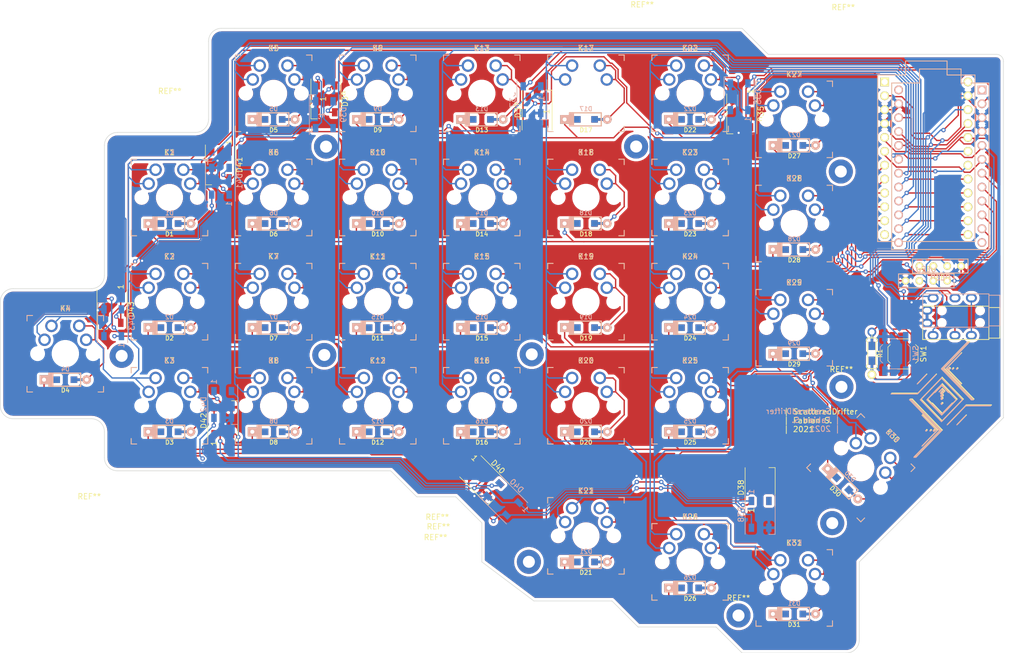
<source format=kicad_pcb>
(kicad_pcb (version 20171130) (host pcbnew 5.1.9)
  (layers (0 F.Cu signal) (31 B.Cu signal) (34 B.Paste user) (35 F.Paste user) (36 B.SilkS user) (37 F.SilkS user) (38 B.Mask user) (39 F.Mask user) (44 Edge.Cuts user))
  (net 0 "")
  (net 1 "Net-(D1-Pad2)")
  (net 2 "Net-(D2-Pad2)")
  (net 3 "Net-(D3-Pad2)")
  (net 4 "Net-(D4-Pad2)")
  (net 5 "Net-(D6-Pad2)")
  (net 6 "Net-(D7-Pad2)")
  (net 7 "Net-(D8-Pad2)")
  (net 8 "Net-(D9-Pad2)")
  (net 9 "Net-(D10-Pad2)")
  (net 10 "Net-(D11-Pad2)")
  (net 11 "Net-(D12-Pad2)")
  (net 12 "Net-(D13-Pad2)")
  (net 13 "Net-(D14-Pad2)")
  (net 14 "Net-(D15-Pad2)")
  (net 15 "Net-(D16-Pad2)")
  (net 16 "Net-(D17-Pad2)")
  (net 17 "Net-(D18-Pad2)")
  (net 18 "Net-(D19-Pad2)")
  (net 19 "Net-(D20-Pad2)")
  (net 20 "Net-(D21-Pad2)")
  (net 21 "Net-(D22-Pad2)")
  (net 22 "Net-(D23-Pad2)")
  (net 23 "Net-(D24-Pad2)")
  (net 24 "Net-(D25-Pad2)")
  (net 25 "Net-(D26-Pad2)")
  (net 26 "Net-(D27-Pad2)")
  (net 27 "Net-(D28-Pad2)")
  (net 28 "Net-(D29-Pad2)")
  (net 29 "Net-(D31-Pad2)")
  (net 30 "Net-(D35-Pad2)")
  (net 31 "Net-(D37-Pad2)")
  (net 32 "Net-(D38-Pad4)")
  (net 33 "Net-(D39-Pad2)")
  (net 34 "Net-(D40-Pad4)")
  (net 35 "Net-(D41-Pad2)")
  (net 36 "Net-(D42-Pad4)")
  (net 37 "Net-(U1-Pad1)")
  (net 38 "Net-(U1-Pad24)")
  (net 39 "Net-(D5-Pad2)")
  (net 40 "Net-(D30-Pad2)")
  (net 41 "Net-(U1-Pad12)")
  (net 42 "Net-(D38-Pad2)")
  (net 43 "Net-(U2-Pad4)")
  (net 44 SDA-OLED)
  (net 45 SCL-OLED)
  (net 46 +5V)
  (net 47 GND)
  (net 48 Row1)
  (net 49 Row2)
  (net 50 Row3)
  (net 51 Row4)
  (net 52 Row0)
  (net 53 ledin)
  (net 54 Col0)
  (net 55 Col1)
  (net 56 Col2)
  (net 57 Col3)
  (net 58 Col4)
  (net 59 Col5)
  (net 60 Col6)
  (net 61 RST)
  (net 62 TRRS1)
  (module keyboard_parts:D_SOD123_axial (layer B.Cu) (at 95.14442 73.68114)
    (fp_text reference D6 (at 0 -1.925) (layer B.SilkS) (effects (font (size 0.8 0.8)) (justify mirror)))
    (fp_text value D hide)
    (pad 2 smd rect (at 1.575 0) (size 1.2 1.2) (layers B.Cu B.Paste B.Mask) (net 5 "Net-(D6-Pad2)"))
    (pad 1 smd rect (at -1.575 0) (size 1.2 1.2) (layers B.Cu B.Paste B.Mask) (net 48 Row1))
    (pad 1 thru_hole rect (at -3.9 0) (size 1.6 1.6) (drill 0.7) (layers *.Cu *.Mask B.SilkS) (net 48 Row1))
    (pad 2 thru_hole circle (at 3.9 0) (size 1.6 1.6) (drill 0.7) (layers *.Cu *.Mask B.SilkS) (net 5 "Net-(D6-Pad2)"))
    (pad 1 smd rect (at -2.7 0) (size 2.5 0.5) (layers B.Cu) (net 48 Row1))
    (pad 2 smd rect (at 2.7 0) (size 2.5 0.5) (layers B.Cu) (net 5 "Net-(D6-Pad2)"))
  )
  (module LED_SMD:LED_WS2812B_PLCC4_5.0x5.0mm_P3.2mm (layer F.Cu) (at 143.34442 52.92864 90)
    (fp_text reference D37 (at 0 -3.5 270) (layer F.SilkS))
    (fp_text value WS2812B)
    (fp_text user 1 (at -0.25 1.75 270) (layer F.SilkS))
    (pad 3 smd rect (at 2.45 1.6 90) (size 1.5 1) (layers F.Cu F.Paste F.Mask) (net 47 GND))
    (pad 4 smd rect (at 2.45 -1.6 90) (size 1.5 1) (layers F.Cu F.Paste F.Mask) (net 30 "Net-(D35-Pad2)"))
    (pad 2 smd rect (at -2.45 1.6 90) (size 1.5 1) (layers F.Cu F.Paste F.Mask) (net 31 "Net-(D37-Pad2)"))
    (pad 1 smd rect (at -2.45 -1.6 90) (size 1.5 1) (layers F.Cu F.Paste F.Mask) (net 46 +5V))
  )
  (module keyboard_parts:D_SOD123_axial (layer B.Cu) (at 190.39442 78.43864)
    (fp_text reference D28 (at 0 -1.925) (layer B.SilkS) (effects (font (size 0.8 0.8)) (justify mirror)))
    (fp_text value D hide)
    (pad 2 smd rect (at 2.7 0) (size 2.5 0.5) (layers B.Cu) (net 27 "Net-(D28-Pad2)"))
    (pad 1 smd rect (at -2.7 0) (size 2.5 0.5) (layers B.Cu) (net 48 Row1))
    (pad 2 thru_hole circle (at 3.9 0) (size 1.6 1.6) (drill 0.7) (layers *.Cu *.Mask B.SilkS) (net 27 "Net-(D28-Pad2)"))
    (pad 1 thru_hole rect (at -3.9 0) (size 1.6 1.6) (drill 0.7) (layers *.Cu *.Mask B.SilkS) (net 48 Row1))
    (pad 1 smd rect (at -1.575 0) (size 1.2 1.2) (layers B.Cu B.Paste B.Mask) (net 48 Row1))
    (pad 2 smd rect (at 1.575 0) (size 1.2 1.2) (layers B.Cu B.Paste B.Mask) (net 27 "Net-(D28-Pad2)"))
  )
  (module MountingHole:MountingHole_2.2mm_M2_Pad (layer F.Cu) (at 67.33442 97.88864)
    (fp_text reference REF** (at -5.91875 25.73) (layer F.SilkS))
    (fp_text value MountingHole_2.2mm_M2_Pad)
    (pad 1 thru_hole circle (at 0 0) (size 4.4 4.4) (drill 2.2) (layers *.Cu *.Mask))
  )
  (module keyboard_parts:D_SOD123_axial (layer F.Cu) (at 152.28442 92.72614)
    (fp_text reference D19 (at 0 1.925) (layer F.SilkS) (effects (font (size 0.8 0.8))))
    (fp_text value D hide)
    (pad 2 smd rect (at 1.575 0) (size 1.2 1.2) (layers F.Cu F.Paste F.Mask) (net 18 "Net-(D19-Pad2)"))
    (pad 1 smd rect (at -1.575 0) (size 1.2 1.2) (layers F.Cu F.Paste F.Mask) (net 49 Row2))
    (pad 1 thru_hole rect (at -3.9 0) (size 1.6 1.6) (drill 0.7) (layers *.Cu *.Mask F.SilkS) (net 49 Row2))
    (pad 2 thru_hole circle (at 3.9 0) (size 1.6 1.6) (drill 0.7) (layers *.Cu *.Mask F.SilkS) (net 18 "Net-(D19-Pad2)"))
    (pad 1 smd rect (at -2.7 0) (size 2.5 0.5) (layers F.Cu) (net 49 Row2))
    (pad 2 smd rect (at 2.7 0) (size 2.5 0.5) (layers F.Cu) (net 18 "Net-(D19-Pad2)"))
  )
  (module MountingHole:MountingHole_2.2mm_M2_Pad (layer F.Cu) (at 197.34442 128.48864)
    (fp_text reference REF** (at -72.03875 0.64) (layer F.SilkS))
    (fp_text value MountingHole_2.2mm_M2_Pad)
    (pad 1 thru_hole circle (at 0 0) (size 4.4 4.4) (drill 2.2) (layers *.Cu *.Mask))
  )
  (module MountingHole:MountingHole_2.2mm_M2_Pad (layer F.Cu) (at 180.19442 145.38864)
    (fp_text reference REF** (at 0 -3.2) (layer F.SilkS))
    (fp_text value MountingHole_2.2mm_M2_Pad)
    (pad 1 thru_hole circle (at 0 0) (size 4.4 4.4) (drill 2.2) (layers *.Cu *.Mask))
  )
  (module MountingHole:MountingHole_2.2mm_M2_Pad (layer F.Cu) (at 141.84442 135.56864)
    (fp_text reference REF** (at -17.06875 -4.48) (layer F.SilkS))
    (fp_text value MountingHole_2.2mm_M2_Pad)
    (pad 1 thru_hole circle (at 0 0) (size 4.4 4.4) (drill 2.2) (layers *.Cu *.Mask))
  )
  (module MountingHole:MountingHole_2.2mm_M2_Pad (layer F.Cu) (at 142.36442 97.60864)
    (fp_text reference REF** (at -17.27875 29.77) (layer F.SilkS))
    (fp_text value MountingHole_2.2mm_M2_Pad)
    (pad 1 thru_hole circle (at 0 0) (size 4.4 4.4) (drill 2.2) (layers *.Cu *.Mask))
  )
  (module keyboard_parts:D_SOD123_axial (layer B.Cu) (at 190.37442 97.48864)
    (fp_text reference D29 (at 0 -1.925) (layer B.SilkS) (effects (font (size 0.8 0.8)) (justify mirror)))
    (fp_text value D hide)
    (pad 2 smd rect (at 1.575 0) (size 1.2 1.2) (layers B.Cu B.Paste B.Mask) (net 28 "Net-(D29-Pad2)"))
    (pad 1 smd rect (at -1.575 0) (size 1.2 1.2) (layers B.Cu B.Paste B.Mask) (net 49 Row2))
    (pad 1 thru_hole rect (at -3.9 0) (size 1.6 1.6) (drill 0.7) (layers *.Cu *.Mask B.SilkS) (net 49 Row2))
    (pad 2 thru_hole circle (at 3.9 0) (size 1.6 1.6) (drill 0.7) (layers *.Cu *.Mask B.SilkS) (net 28 "Net-(D29-Pad2)"))
    (pad 1 smd rect (at -2.7 0) (size 2.5 0.5) (layers B.Cu) (net 49 Row2))
    (pad 2 smd rect (at 2.7 0) (size 2.5 0.5) (layers B.Cu) (net 28 "Net-(D29-Pad2)"))
  )
  (module LED_SMD:LED_WS2812B_PLCC4_5.0x5.0mm_P3.2mm (layer F.Cu) (at 133.70442 120.66864 315)
    (fp_text reference D40 (at 0 -3.5 315) (layer F.SilkS))
    (fp_text value WS2812B)
    (fp_text user 1 (at -4.15 -1.6 315) (layer F.SilkS))
    (pad 1 smd rect (at -2.45 -1.6 315) (size 1.5 1) (layers F.Cu F.Paste F.Mask) (net 46 +5V))
    (pad 2 smd rect (at -2.45 1.6 315) (size 1.5 1) (layers F.Cu F.Paste F.Mask) (net 32 "Net-(D38-Pad4)"))
    (pad 4 smd rect (at 2.45 -1.6 315) (size 1.5 1) (layers F.Cu F.Paste F.Mask) (net 34 "Net-(D40-Pad4)"))
    (pad 3 smd rect (at 2.45 1.6 315) (size 1.5 1) (layers F.Cu F.Paste F.Mask) (net 47 GND))
  )
  (module LED_SMD:LED_WS2812B_PLCC4_5.0x5.0mm_P3.2mm (layer F.Cu) (at 180.79442 53.60864 270)
    (fp_text reference D35 (at 0 -3.5 270) (layer F.SilkS))
    (fp_text value WS2812B)
    (fp_text user 1 (at -4.15 -1.6 270) (layer F.SilkS))
    (pad 1 smd rect (at -2.45 -1.6 270) (size 1.5 1) (layers F.Cu F.Paste F.Mask) (net 46 +5V))
    (pad 2 smd rect (at -2.45 1.6 270) (size 1.5 1) (layers F.Cu F.Paste F.Mask) (net 30 "Net-(D35-Pad2)"))
    (pad 4 smd rect (at 2.45 -1.6 270) (size 1.5 1) (layers F.Cu F.Paste F.Mask) (net 53 ledin))
    (pad 3 smd rect (at 2.45 1.6 270) (size 1.5 1) (layers F.Cu F.Paste F.Mask) (net 47 GND))
  )
  (module keyswitches:SW_MX_reversible (layer F.Cu) (at 171.33442 135.58864)
    (fp_text reference K26 (at 0 -8.255) (layer F.SilkS))
    (fp_text value KEYSW)
    (fp_text user %R (at 0 -8.255) (layer B.SilkS) (effects (justify mirror)))
    (pad "" np_thru_hole circle (at -5.08 0) (size 1.7018 1.7018) (drill 1.7018) (layers *.Cu *.Mask))
    (pad "" np_thru_hole circle (at 5.08 0) (size 1.7018 1.7018) (drill 1.7018) (layers *.Cu *.Mask))
    (pad 1 thru_hole circle (at -3.81 -2.54) (size 2.286 2.286) (drill 1.4986) (layers *.Cu *.Mask) (net 59 Col5))
    (pad "" np_thru_hole circle (at 0 0) (size 3.9878 3.9878) (drill 3.9878) (layers *.Cu *.Mask))
    (pad 2 thru_hole circle (at 2.54 -5.08) (size 2.286 2.286) (drill 1.4986) (layers *.Cu *.Mask) (net 25 "Net-(D26-Pad2)"))
    (pad 1 thru_hole circle (at -2.54 -5.08) (size 2.286 2.286) (drill 1.4986) (layers *.Cu *.Mask) (net 59 Col5))
    (pad 2 thru_hole circle (at 3.81 -2.54) (size 2.286 2.286) (drill 1.4986) (layers *.Cu *.Mask) (net 25 "Net-(D26-Pad2)"))
  )
  (module keyboard_parts:D_SOD123_axial (layer B.Cu) (at 76.08442 73.68114)
    (fp_text reference D1 (at 0 -1.925) (layer B.SilkS) (effects (font (size 0.8 0.8)) (justify mirror)))
    (fp_text value D hide)
    (pad 2 smd rect (at 2.7 0) (size 2.5 0.5) (layers B.Cu) (net 1 "Net-(D1-Pad2)"))
    (pad 1 smd rect (at -2.7 0) (size 2.5 0.5) (layers B.Cu) (net 48 Row1))
    (pad 2 thru_hole circle (at 3.9 0) (size 1.6 1.6) (drill 0.7) (layers *.Cu *.Mask B.SilkS) (net 1 "Net-(D1-Pad2)"))
    (pad 1 thru_hole rect (at -3.9 0) (size 1.6 1.6) (drill 0.7) (layers *.Cu *.Mask B.SilkS) (net 48 Row1))
    (pad 1 smd rect (at -1.575 0) (size 1.2 1.2) (layers B.Cu B.Paste B.Mask) (net 48 Row1))
    (pad 2 smd rect (at 1.575 0) (size 1.2 1.2) (layers B.Cu B.Paste B.Mask) (net 1 "Net-(D1-Pad2)"))
  )
  (module keyboard_parts:D_SOD123_axial (layer B.Cu) (at 114.18442 54.62114)
    (fp_text reference D9 (at 0 -1.925) (layer B.SilkS) (effects (font (size 0.8 0.8)) (justify mirror)))
    (fp_text value D hide)
    (pad 2 smd rect (at 2.7 0) (size 2.5 0.5) (layers B.Cu) (net 8 "Net-(D9-Pad2)"))
    (pad 1 smd rect (at -2.7 0) (size 2.5 0.5) (layers B.Cu) (net 52 Row0))
    (pad 2 thru_hole circle (at 3.9 0) (size 1.6 1.6) (drill 0.7) (layers *.Cu *.Mask B.SilkS) (net 8 "Net-(D9-Pad2)"))
    (pad 1 thru_hole rect (at -3.9 0) (size 1.6 1.6) (drill 0.7) (layers *.Cu *.Mask B.SilkS) (net 52 Row0))
    (pad 1 smd rect (at -1.575 0) (size 1.2 1.2) (layers B.Cu B.Paste B.Mask) (net 52 Row0))
    (pad 2 smd rect (at 1.575 0) (size 1.2 1.2) (layers B.Cu B.Paste B.Mask) (net 8 "Net-(D9-Pad2)"))
  )
  (module keyboard_parts:D_SOD123_axial (layer B.Cu) (at 171.33442 92.73114)
    (fp_text reference D24 (at 0 -1.925) (layer B.SilkS) (effects (font (size 0.8 0.8)) (justify mirror)))
    (fp_text value D hide)
    (pad 2 smd rect (at 2.7 0) (size 2.5 0.5) (layers B.Cu) (net 23 "Net-(D24-Pad2)"))
    (pad 1 smd rect (at -2.7 0) (size 2.5 0.5) (layers B.Cu) (net 49 Row2))
    (pad 2 thru_hole circle (at 3.9 0) (size 1.6 1.6) (drill 0.7) (layers *.Cu *.Mask B.SilkS) (net 23 "Net-(D24-Pad2)"))
    (pad 1 thru_hole rect (at -3.9 0) (size 1.6 1.6) (drill 0.7) (layers *.Cu *.Mask B.SilkS) (net 49 Row2))
    (pad 1 smd rect (at -1.575 0) (size 1.2 1.2) (layers B.Cu B.Paste B.Mask) (net 49 Row2))
    (pad 2 smd rect (at 1.575 0) (size 1.2 1.2) (layers B.Cu B.Paste B.Mask) (net 23 "Net-(D24-Pad2)"))
  )
  (module keyboard_parts:D_SOD123_axial (layer B.Cu) (at 133.23442 92.71864)
    (fp_text reference D15 (at 0 -1.925) (layer B.SilkS) (effects (font (size 0.8 0.8)) (justify mirror)))
    (fp_text value D hide)
    (pad 2 smd rect (at 1.575 0) (size 1.2 1.2) (layers B.Cu B.Paste B.Mask) (net 14 "Net-(D15-Pad2)"))
    (pad 1 smd rect (at -1.575 0) (size 1.2 1.2) (layers B.Cu B.Paste B.Mask) (net 49 Row2))
    (pad 1 thru_hole rect (at -3.9 0) (size 1.6 1.6) (drill 0.7) (layers *.Cu *.Mask B.SilkS) (net 49 Row2))
    (pad 2 thru_hole circle (at 3.9 0) (size 1.6 1.6) (drill 0.7) (layers *.Cu *.Mask B.SilkS) (net 14 "Net-(D15-Pad2)"))
    (pad 1 smd rect (at -2.7 0) (size 2.5 0.5) (layers B.Cu) (net 49 Row2))
    (pad 2 smd rect (at 2.7 0) (size 2.5 0.5) (layers B.Cu) (net 14 "Net-(D15-Pad2)"))
  )
  (module keyswitches:SW_MX_reversible (layer F.Cu) (at 76.08442 68.91364)
    (fp_text reference K1 (at 0 -8.255) (layer F.SilkS))
    (fp_text value KEYSW)
    (fp_text user %R (at 0 -8.255) (layer B.SilkS) (effects (justify mirror)))
    (pad 2 thru_hole circle (at 3.81 -2.54) (size 2.286 2.286) (drill 1.4986) (layers *.Cu *.Mask) (net 1 "Net-(D1-Pad2)"))
    (pad 1 thru_hole circle (at -2.54 -5.08) (size 2.286 2.286) (drill 1.4986) (layers *.Cu *.Mask) (net 54 Col0))
    (pad 2 thru_hole circle (at 2.54 -5.08) (size 2.286 2.286) (drill 1.4986) (layers *.Cu *.Mask) (net 1 "Net-(D1-Pad2)"))
    (pad "" np_thru_hole circle (at 0 0) (size 3.9878 3.9878) (drill 3.9878) (layers *.Cu *.Mask))
    (pad 1 thru_hole circle (at -3.81 -2.54) (size 2.286 2.286) (drill 1.4986) (layers *.Cu *.Mask) (net 54 Col0))
    (pad "" np_thru_hole circle (at 5.08 0) (size 1.7018 1.7018) (drill 1.7018) (layers *.Cu *.Mask))
    (pad "" np_thru_hole circle (at -5.08 0) (size 1.7018 1.7018) (drill 1.7018) (layers *.Cu *.Mask))
  )
  (module keyboard_parts:D_SOD123_axial (layer B.Cu) (at 133.23442 54.62114)
    (fp_text reference D13 (at 0 -1.925) (layer B.SilkS) (effects (font (size 0.8 0.8)) (justify mirror)))
    (fp_text value D hide)
    (pad 2 smd rect (at 2.7 0) (size 2.5 0.5) (layers B.Cu) (net 12 "Net-(D13-Pad2)"))
    (pad 1 smd rect (at -2.7 0) (size 2.5 0.5) (layers B.Cu) (net 52 Row0))
    (pad 2 thru_hole circle (at 3.9 0) (size 1.6 1.6) (drill 0.7) (layers *.Cu *.Mask B.SilkS) (net 12 "Net-(D13-Pad2)"))
    (pad 1 thru_hole rect (at -3.9 0) (size 1.6 1.6) (drill 0.7) (layers *.Cu *.Mask B.SilkS) (net 52 Row0))
    (pad 1 smd rect (at -1.575 0) (size 1.2 1.2) (layers B.Cu B.Paste B.Mask) (net 52 Row0))
    (pad 2 smd rect (at 1.575 0) (size 1.2 1.2) (layers B.Cu B.Paste B.Mask) (net 12 "Net-(D13-Pad2)"))
  )
  (module Button_Switch_SMD:SW_SPST_TL3342 (layer F.Cu) (at 210.28442 97.52864 270)
    (fp_text reference SW1 (at 0 -3.75 90) (layer F.SilkS))
    (fp_text value SW_Push_Open_Dual)
    (pad 1 smd rect (at -3.15 -1.9 270) (size 1.7 1) (layers F.Cu F.Paste F.Mask) (net 61 RST))
    (pad 1 smd rect (at 3.15 -1.9 270) (size 1.7 1) (layers F.Cu F.Paste F.Mask) (net 61 RST))
    (pad 2 smd rect (at -3.15 1.9 270) (size 1.7 1) (layers F.Cu F.Paste F.Mask) (net 47 GND))
    (pad 2 smd rect (at 3.15 1.9 270) (size 1.7 1) (layers F.Cu F.Paste F.Mask) (net 47 GND))
  )
  (module keyboard_parts:D_SOD123_axial (layer B.Cu) (at 152.28442 92.71114)
    (fp_text reference D19 (at 0 -1.925) (layer B.SilkS) (effects (font (size 0.8 0.8)) (justify mirror)))
    (fp_text value D hide)
    (pad 2 smd rect (at 2.7 0) (size 2.5 0.5) (layers B.Cu) (net 18 "Net-(D19-Pad2)"))
    (pad 1 smd rect (at -2.7 0) (size 2.5 0.5) (layers B.Cu) (net 49 Row2))
    (pad 2 thru_hole circle (at 3.9 0) (size 1.6 1.6) (drill 0.7) (layers *.Cu *.Mask B.SilkS) (net 18 "Net-(D19-Pad2)"))
    (pad 1 thru_hole rect (at -3.9 0) (size 1.6 1.6) (drill 0.7) (layers *.Cu *.Mask B.SilkS) (net 49 Row2))
    (pad 1 smd rect (at -1.575 0) (size 1.2 1.2) (layers B.Cu B.Paste B.Mask) (net 49 Row2))
    (pad 2 smd rect (at 1.575 0) (size 1.2 1.2) (layers B.Cu B.Paste B.Mask) (net 18 "Net-(D19-Pad2)"))
  )
  (module keyboard_parts:D_SOD123_axial (layer B.Cu) (at 95.14442 92.71114)
    (fp_text reference D7 (at 0 -1.925) (layer B.SilkS) (effects (font (size 0.8 0.8)) (justify mirror)))
    (fp_text value D hide)
    (pad 2 smd rect (at 2.7 0) (size 2.5 0.5) (layers B.Cu) (net 6 "Net-(D7-Pad2)"))
    (pad 1 smd rect (at -2.7 0) (size 2.5 0.5) (layers B.Cu) (net 49 Row2))
    (pad 2 thru_hole circle (at 3.9 0) (size 1.6 1.6) (drill 0.7) (layers *.Cu *.Mask B.SilkS) (net 6 "Net-(D7-Pad2)"))
    (pad 1 thru_hole rect (at -3.9 0) (size 1.6 1.6) (drill 0.7) (layers *.Cu *.Mask B.SilkS) (net 49 Row2))
    (pad 1 smd rect (at -1.575 0) (size 1.2 1.2) (layers B.Cu B.Paste B.Mask) (net 49 Row2))
    (pad 2 smd rect (at 1.575 0) (size 1.2 1.2) (layers B.Cu B.Paste B.Mask) (net 6 "Net-(D7-Pad2)"))
  )
  (module keyboard_parts:D_SOD123_axial (layer B.Cu) (at 76.08442 92.72114)
    (fp_text reference D2 (at 0 -1.925) (layer B.SilkS) (effects (font (size 0.8 0.8)) (justify mirror)))
    (fp_text value D hide)
    (pad 2 smd rect (at 1.575 0) (size 1.2 1.2) (layers B.Cu B.Paste B.Mask) (net 2 "Net-(D2-Pad2)"))
    (pad 1 smd rect (at -1.575 0) (size 1.2 1.2) (layers B.Cu B.Paste B.Mask) (net 49 Row2))
    (pad 1 thru_hole rect (at -3.9 0) (size 1.6 1.6) (drill 0.7) (layers *.Cu *.Mask B.SilkS) (net 49 Row2))
    (pad 2 thru_hole circle (at 3.9 0) (size 1.6 1.6) (drill 0.7) (layers *.Cu *.Mask B.SilkS) (net 2 "Net-(D2-Pad2)"))
    (pad 1 smd rect (at -2.7 0) (size 2.5 0.5) (layers B.Cu) (net 49 Row2))
    (pad 2 smd rect (at 2.7 0) (size 2.5 0.5) (layers B.Cu) (net 2 "Net-(D2-Pad2)"))
  )
  (module LED_SMD:LED_WS2812B_PLCC4_5.0x5.0mm_P3.2mm (layer F.Cu) (at 85.40442 62.93864 270)
    (fp_text reference D41 (at 0 -3.5 270) (layer F.SilkS))
    (fp_text value WS2812B)
    (fp_text user 1 (at -4.15 -1.6 270) (layer F.SilkS))
    (pad 3 smd rect (at 2.45 1.6 270) (size 1.5 1) (layers F.Cu F.Paste F.Mask) (net 47 GND))
    (pad 4 smd rect (at 2.45 -1.6 270) (size 1.5 1) (layers F.Cu F.Paste F.Mask) (net 33 "Net-(D39-Pad2)"))
    (pad 2 smd rect (at -2.45 1.6 270) (size 1.5 1) (layers F.Cu F.Paste F.Mask) (net 35 "Net-(D41-Pad2)"))
    (pad 1 smd rect (at -2.45 -1.6 270) (size 1.5 1) (layers F.Cu F.Paste F.Mask) (net 46 +5V))
  )
  (module LED_SMD:LED_WS2812B_PLCC4_5.0x5.0mm_P3.2mm (layer B.Cu) (at 104.42442 53.75864 90)
    (fp_text reference D39 (at 0 3.5 90) (layer B.SilkS) (effects (justify mirror)))
    (fp_text value WS2812B)
    (fp_text user 1 (at 0 -0.5 90) (layer B.SilkS) (effects (justify mirror)))
    (pad 3 smd rect (at 2.45 -1.6 90) (size 1.5 1) (layers B.Cu B.Paste B.Mask) (net 47 GND))
    (pad 4 smd rect (at 2.45 1.6 90) (size 1.5 1) (layers B.Cu B.Paste B.Mask) (net 31 "Net-(D37-Pad2)"))
    (pad 2 smd rect (at -2.45 -1.6 90) (size 1.5 1) (layers B.Cu B.Paste B.Mask) (net 33 "Net-(D39-Pad2)"))
    (pad 1 smd rect (at -2.45 1.6 90) (size 1.5 1) (layers B.Cu B.Paste B.Mask) (net 46 +5V))
  )
  (module keyswitches:SW_MX_reversible (layer F.Cu) (at 76.08442 87.96364)
    (fp_text reference K2 (at 0 -8.255) (layer F.SilkS))
    (fp_text value KEYSW)
    (fp_text user %R (at 0 -8.255) (layer B.SilkS) (effects (justify mirror)))
    (pad 2 thru_hole circle (at 3.81 -2.54) (size 2.286 2.286) (drill 1.4986) (layers *.Cu *.Mask) (net 2 "Net-(D2-Pad2)"))
    (pad 1 thru_hole circle (at -2.54 -5.08) (size 2.286 2.286) (drill 1.4986) (layers *.Cu *.Mask) (net 54 Col0))
    (pad 2 thru_hole circle (at 2.54 -5.08) (size 2.286 2.286) (drill 1.4986) (layers *.Cu *.Mask) (net 2 "Net-(D2-Pad2)"))
    (pad "" np_thru_hole circle (at 0 0) (size 3.9878 3.9878) (drill 3.9878) (layers *.Cu *.Mask))
    (pad 1 thru_hole circle (at -3.81 -2.54) (size 2.286 2.286) (drill 1.4986) (layers *.Cu *.Mask) (net 54 Col0))
    (pad "" np_thru_hole circle (at 5.08 0) (size 1.7018 1.7018) (drill 1.7018) (layers *.Cu *.Mask))
    (pad "" np_thru_hole circle (at -5.08 0) (size 1.7018 1.7018) (drill 1.7018) (layers *.Cu *.Mask))
  )
  (module keyboard_parts:D_SOD123_axial (layer B.Cu) (at 114.18442 73.69114)
    (fp_text reference D10 (at 0 -1.925) (layer B.SilkS) (effects (font (size 0.8 0.8)) (justify mirror)))
    (fp_text value D hide)
    (pad 2 smd rect (at 1.575 0) (size 1.2 1.2) (layers B.Cu B.Paste B.Mask) (net 9 "Net-(D10-Pad2)"))
    (pad 1 smd rect (at -1.575 0) (size 1.2 1.2) (layers B.Cu B.Paste B.Mask) (net 48 Row1))
    (pad 1 thru_hole rect (at -3.9 0) (size 1.6 1.6) (drill 0.7) (layers *.Cu *.Mask B.SilkS) (net 48 Row1))
    (pad 2 thru_hole circle (at 3.9 0) (size 1.6 1.6) (drill 0.7) (layers *.Cu *.Mask B.SilkS) (net 9 "Net-(D10-Pad2)"))
    (pad 1 smd rect (at -2.7 0) (size 2.5 0.5) (layers B.Cu) (net 48 Row1))
    (pad 2 smd rect (at 2.7 0) (size 2.5 0.5) (layers B.Cu) (net 9 "Net-(D10-Pad2)"))
  )
  (module keyboard_parts:D_SOD123_axial (layer B.Cu) (at 133.23442 73.68114)
    (fp_text reference D14 (at 0 -1.925) (layer B.SilkS) (effects (font (size 0.8 0.8)) (justify mirror)))
    (fp_text value D hide)
    (pad 2 smd rect (at 1.575 0) (size 1.2 1.2) (layers B.Cu B.Paste B.Mask) (net 13 "Net-(D14-Pad2)"))
    (pad 1 smd rect (at -1.575 0) (size 1.2 1.2) (layers B.Cu B.Paste B.Mask) (net 48 Row1))
    (pad 1 thru_hole rect (at -3.9 0) (size 1.6 1.6) (drill 0.7) (layers *.Cu *.Mask B.SilkS) (net 48 Row1))
    (pad 2 thru_hole circle (at 3.9 0) (size 1.6 1.6) (drill 0.7) (layers *.Cu *.Mask B.SilkS) (net 13 "Net-(D14-Pad2)"))
    (pad 1 smd rect (at -2.7 0) (size 2.5 0.5) (layers B.Cu) (net 48 Row1))
    (pad 2 smd rect (at 2.7 0) (size 2.5 0.5) (layers B.Cu) (net 13 "Net-(D14-Pad2)"))
  )
  (module keyboard_parts:D_SOD123_axial (layer B.Cu) (at 152.25942 73.64864)
    (fp_text reference D18 (at 0 -1.925) (layer B.SilkS) (effects (font (size 0.8 0.8)) (justify mirror)))
    (fp_text value D hide)
    (pad 2 smd rect (at 1.575 0) (size 1.2 1.2) (layers B.Cu B.Paste B.Mask) (net 17 "Net-(D18-Pad2)"))
    (pad 1 smd rect (at -1.575 0) (size 1.2 1.2) (layers B.Cu B.Paste B.Mask) (net 48 Row1))
    (pad 1 thru_hole rect (at -3.9 0) (size 1.6 1.6) (drill 0.7) (layers *.Cu *.Mask B.SilkS) (net 48 Row1))
    (pad 2 thru_hole circle (at 3.9 0) (size 1.6 1.6) (drill 0.7) (layers *.Cu *.Mask B.SilkS) (net 17 "Net-(D18-Pad2)"))
    (pad 1 smd rect (at -2.7 0) (size 2.5 0.5) (layers B.Cu) (net 48 Row1))
    (pad 2 smd rect (at 2.7 0) (size 2.5 0.5) (layers B.Cu) (net 17 "Net-(D18-Pad2)"))
  )
  (module keyswitches:SW_MX_reversible (layer F.Cu) (at 76.08442 107.01364)
    (fp_text reference K3 (at 0 -8.255) (layer F.SilkS))
    (fp_text value KEYSW)
    (fp_text user %R (at 0 -8.255) (layer B.SilkS) (effects (justify mirror)))
    (pad "" np_thru_hole circle (at -5.08 0) (size 1.7018 1.7018) (drill 1.7018) (layers *.Cu *.Mask))
    (pad "" np_thru_hole circle (at 5.08 0) (size 1.7018 1.7018) (drill 1.7018) (layers *.Cu *.Mask))
    (pad 1 thru_hole circle (at -3.81 -2.54) (size 2.286 2.286) (drill 1.4986) (layers *.Cu *.Mask) (net 54 Col0))
    (pad "" np_thru_hole circle (at 0 0) (size 3.9878 3.9878) (drill 3.9878) (layers *.Cu *.Mask))
    (pad 2 thru_hole circle (at 2.54 -5.08) (size 2.286 2.286) (drill 1.4986) (layers *.Cu *.Mask) (net 3 "Net-(D3-Pad2)"))
    (pad 1 thru_hole circle (at -2.54 -5.08) (size 2.286 2.286) (drill 1.4986) (layers *.Cu *.Mask) (net 54 Col0))
    (pad 2 thru_hole circle (at 3.81 -2.54) (size 2.286 2.286) (drill 1.4986) (layers *.Cu *.Mask) (net 3 "Net-(D3-Pad2)"))
  )
  (module keyswitches:SW_MX_reversible (layer F.Cu) (at 114.18442 87.96364)
    (fp_text reference K11 (at 0 -8.255) (layer F.SilkS))
    (fp_text value KEYSW)
    (fp_text user %R (at 0 -8.255) (layer B.SilkS) (effects (justify mirror)))
    (pad 2 thru_hole circle (at 3.81 -2.54) (size 2.286 2.286) (drill 1.4986) (layers *.Cu *.Mask) (net 10 "Net-(D11-Pad2)"))
    (pad 1 thru_hole circle (at -2.54 -5.08) (size 2.286 2.286) (drill 1.4986) (layers *.Cu *.Mask) (net 56 Col2))
    (pad 2 thru_hole circle (at 2.54 -5.08) (size 2.286 2.286) (drill 1.4986) (layers *.Cu *.Mask) (net 10 "Net-(D11-Pad2)"))
    (pad "" np_thru_hole circle (at 0 0) (size 3.9878 3.9878) (drill 3.9878) (layers *.Cu *.Mask))
    (pad 1 thru_hole circle (at -3.81 -2.54) (size 2.286 2.286) (drill 1.4986) (layers *.Cu *.Mask) (net 56 Col2))
    (pad "" np_thru_hole circle (at 5.08 0) (size 1.7018 1.7018) (drill 1.7018) (layers *.Cu *.Mask))
    (pad "" np_thru_hole circle (at -5.08 0) (size 1.7018 1.7018) (drill 1.7018) (layers *.Cu *.Mask))
  )
  (module promicro:ProMicro (layer F.Cu) (at 214.55442 61.73864 270)
    (fp_text reference U1 hide)
    (fp_text value ProMicro)
    (pad 1 thru_hole rect (at -13.97 7.62 270) (size 1.6 1.6) (drill 1.1) (layers *.Cu *.Mask F.SilkS) (net 37 "Net-(U1-Pad1)"))
    (pad 2 thru_hole circle (at -11.43 7.62 270) (size 1.6 1.6) (drill 1.1) (layers *.Cu *.Mask F.SilkS) (net 62 TRRS1))
    (pad 3 thru_hole circle (at -8.89 7.62 270) (size 1.6 1.6) (drill 1.1) (layers *.Cu *.Mask F.SilkS) (net 47 GND))
    (pad 4 thru_hole circle (at -6.35 7.62 270) (size 1.6 1.6) (drill 1.1) (layers *.Cu *.Mask F.SilkS) (net 47 GND))
    (pad 5 thru_hole circle (at -3.81 7.62 270) (size 1.6 1.6) (drill 1.1) (layers *.Cu *.Mask F.SilkS) (net 45 SCL-OLED))
    (pad 6 thru_hole circle (at -1.27 7.62 270) (size 1.6 1.6) (drill 1.1) (layers *.Cu *.Mask F.SilkS) (net 44 SDA-OLED))
    (pad 7 thru_hole circle (at 1.27 7.62 270) (size 1.6 1.6) (drill 1.1) (layers *.Cu *.Mask F.SilkS) (net 52 Row0))
    (pad 8 thru_hole circle (at 3.81 7.62 270) (size 1.6 1.6) (drill 1.1) (layers *.Cu *.Mask F.SilkS) (net 48 Row1))
    (pad 9 thru_hole circle (at 6.35 7.62 270) (size 1.6 1.6) (drill 1.1) (layers *.Cu *.Mask F.SilkS) (net 49 Row2))
    (pad 10 thru_hole circle (at 8.89 7.62 270) (size 1.6 1.6) (drill 1.1) (layers *.Cu *.Mask F.SilkS) (net 50 Row3))
    (pad 11 thru_hole circle (at 11.43 7.62 270) (size 1.6 1.6) (drill 1.1) (layers *.Cu *.Mask F.SilkS) (net 51 Row4))
    (pad 12 thru_hole circle (at 13.97 7.62 270) (size 1.6 1.6) (drill 1.1) (layers *.Cu *.Mask F.SilkS) (net 41 "Net-(U1-Pad12)"))
    (pad 13 thru_hole circle (at 13.97 -7.62 270) (size 1.6 1.6) (drill 1.1) (layers *.Cu *.Mask F.SilkS) (net 54 Col0))
    (pad 14 thru_hole circle (at 11.43 -7.62 270) (size 1.6 1.6) (drill 1.1) (layers *.Cu *.Mask F.SilkS) (net 55 Col1))
    (pad 15 thru_hole circle (at 8.89 -7.62 270) (size 1.6 1.6) (drill 1.1) (layers *.Cu *.Mask F.SilkS) (net 56 Col2))
    (pad 16 thru_hole circle (at 6.35 -7.62 270) (size 1.6 1.6) (drill 1.1) (layers *.Cu *.Mask F.SilkS) (net 57 Col3))
    (pad 17 thru_hole circle (at 3.81 -7.62 270) (size 1.6 1.6) (drill 1.1) (layers *.Cu *.Mask F.SilkS) (net 58 Col4))
    (pad 18 thru_hole circle (at 1.27 -7.62 270) (size 1.6 1.6) (drill 1.1) (layers *.Cu *.Mask F.SilkS) (net 59 Col5))
    (pad 19 thru_hole circle (at -1.27 -7.62 270) (size 1.6 1.6) (drill 1.1) (layers *.Cu *.Mask F.SilkS) (net 60 Col6))
    (pad 20 thru_hole circle (at -3.81 -7.62 270) (size 1.6 1.6) (drill 1.1) (layers *.Cu *.Mask F.SilkS) (net 53 ledin))
    (pad 21 thru_hole circle (at -6.35 -7.62 270) (size 1.6 1.6) (drill 1.1) (layers *.Cu *.Mask F.SilkS) (net 46 +5V))
    (pad 22 thru_hole circle (at -8.89 -7.62 270) (size 1.6 1.6) (drill 1.1) (layers *.Cu *.Mask F.SilkS) (net 61 RST))
    (pad 23 thru_hole circle (at -11.43 -7.62 270) (size 1.6 1.6) (drill 1.1) (layers *.Cu *.Mask F.SilkS) (net 47 GND))
    (pad 24 thru_hole circle (at -13.97 -7.62 270) (size 1.6 1.6) (drill 1.1) (layers *.Cu *.Mask F.SilkS) (net 38 "Net-(U1-Pad24)"))
  )
  (module keyboard_parts:D_SOD123_axial (layer B.Cu) (at 171.33442 54.62114)
    (fp_text reference D22 (at 0 -1.925) (layer B.SilkS) (effects (font (size 0.8 0.8)) (justify mirror)))
    (fp_text value D hide)
    (pad 2 smd rect (at 2.7 0) (size 2.5 0.5) (layers B.Cu) (net 21 "Net-(D22-Pad2)"))
    (pad 1 smd rect (at -2.7 0) (size 2.5 0.5) (layers B.Cu) (net 52 Row0))
    (pad 2 thru_hole circle (at 3.9 0) (size 1.6 1.6) (drill 0.7) (layers *.Cu *.Mask B.SilkS) (net 21 "Net-(D22-Pad2)"))
    (pad 1 thru_hole rect (at -3.9 0) (size 1.6 1.6) (drill 0.7) (layers *.Cu *.Mask B.SilkS) (net 52 Row0))
    (pad 1 smd rect (at -1.575 0) (size 1.2 1.2) (layers B.Cu B.Paste B.Mask) (net 52 Row0))
    (pad 2 smd rect (at 1.575 0) (size 1.2 1.2) (layers B.Cu B.Paste B.Mask) (net 21 "Net-(D22-Pad2)"))
  )
  (module keyboard_parts:D_SOD123_axial (layer B.Cu) (at 114.18442 92.72864)
    (fp_text reference D15 (at 0 -1.925) (layer B.SilkS) (effects (font (size 0.8 0.8)) (justify mirror)))
    (fp_text value D hide)
    (pad 2 smd rect (at 1.575 0) (size 1.2 1.2) (layers B.Cu B.Paste B.Mask) (net 14 "Net-(D15-Pad2)"))
    (pad 1 smd rect (at -1.575 0) (size 1.2 1.2) (layers B.Cu B.Paste B.Mask) (net 49 Row2))
    (pad 1 thru_hole rect (at -3.9 0) (size 1.6 1.6) (drill 0.7) (layers *.Cu *.Mask B.SilkS) (net 49 Row2))
    (pad 2 thru_hole circle (at 3.9 0) (size 1.6 1.6) (drill 0.7) (layers *.Cu *.Mask B.SilkS) (net 14 "Net-(D15-Pad2)"))
    (pad 1 smd rect (at -2.7 0) (size 2.5 0.5) (layers B.Cu) (net 49 Row2))
    (pad 2 smd rect (at 2.7 0) (size 2.5 0.5) (layers B.Cu) (net 14 "Net-(D15-Pad2)"))
  )
  (module keyboard_parts:D_SOD123_axial (layer B.Cu) (at 171.33442 73.68114)
    (fp_text reference D23 (at 0 -1.925) (layer B.SilkS) (effects (font (size 0.8 0.8)) (justify mirror)))
    (fp_text value D hide)
    (pad 2 smd rect (at 1.575 0) (size 1.2 1.2) (layers B.Cu B.Paste B.Mask) (net 22 "Net-(D23-Pad2)"))
    (pad 1 smd rect (at -1.575 0) (size 1.2 1.2) (layers B.Cu B.Paste B.Mask) (net 48 Row1))
    (pad 1 thru_hole rect (at -3.9 0) (size 1.6 1.6) (drill 0.7) (layers *.Cu *.Mask B.SilkS) (net 48 Row1))
    (pad 2 thru_hole circle (at 3.9 0) (size 1.6 1.6) (drill 0.7) (layers *.Cu *.Mask B.SilkS) (net 22 "Net-(D23-Pad2)"))
    (pad 1 smd rect (at -2.7 0) (size 2.5 0.5) (layers B.Cu) (net 48 Row1))
    (pad 2 smd rect (at 2.7 0) (size 2.5 0.5) (layers B.Cu) (net 22 "Net-(D23-Pad2)"))
  )
  (module keyboard_parts:D_SOD123_axial (layer B.Cu) (at 152.28442 135.58864)
    (fp_text reference D21 (at 0 -1.925) (layer B.SilkS) (effects (font (size 0.8 0.8)) (justify mirror)))
    (fp_text value D hide)
    (pad 2 smd rect (at 1.575 0) (size 1.2 1.2) (layers B.Cu B.Paste B.Mask) (net 20 "Net-(D21-Pad2)"))
    (pad 1 smd rect (at -1.575 0) (size 1.2 1.2) (layers B.Cu B.Paste B.Mask) (net 51 Row4))
    (pad 1 thru_hole rect (at -3.9 0) (size 1.6 1.6) (drill 0.7) (layers *.Cu *.Mask B.SilkS) (net 51 Row4))
    (pad 2 thru_hole circle (at 3.9 0) (size 1.6 1.6) (drill 0.7) (layers *.Cu *.Mask B.SilkS) (net 20 "Net-(D21-Pad2)"))
    (pad 1 smd rect (at -2.7 0) (size 2.5 0.5) (layers B.Cu) (net 51 Row4))
    (pad 2 smd rect (at 2.7 0) (size 2.5 0.5) (layers B.Cu) (net 20 "Net-(D21-Pad2)"))
  )
  (module keyboard_parts:D_SOD123_axial (layer B.Cu) (at 76.08442 111.77864)
    (fp_text reference D3 (at 0 -1.925) (layer B.SilkS) (effects (font (size 0.8 0.8)) (justify mirror)))
    (fp_text value D hide)
    (pad 2 smd rect (at 1.575 0) (size 1.2 1.2) (layers B.Cu B.Paste B.Mask) (net 3 "Net-(D3-Pad2)"))
    (pad 1 smd rect (at -1.575 0) (size 1.2 1.2) (layers B.Cu B.Paste B.Mask) (net 50 Row3))
    (pad 1 thru_hole rect (at -3.9 0) (size 1.6 1.6) (drill 0.7) (layers *.Cu *.Mask B.SilkS) (net 50 Row3))
    (pad 2 thru_hole circle (at 3.9 0) (size 1.6 1.6) (drill 0.7) (layers *.Cu *.Mask B.SilkS) (net 3 "Net-(D3-Pad2)"))
    (pad 1 smd rect (at -2.7 0) (size 2.5 0.5) (layers B.Cu) (net 50 Row3))
    (pad 2 smd rect (at 2.7 0) (size 2.5 0.5) (layers B.Cu) (net 3 "Net-(D3-Pad2)"))
  )
  (module LED_SMD:LED_WS2812B_PLCC4_5.0x5.0mm_P3.2mm (layer F.Cu) (at 104.71442 50.86864 270)
    (fp_text reference D39 (at 0 -3.5 270) (layer F.SilkS))
    (fp_text value WS2812B)
    (fp_text user 1 (at 0 0.5 270) (layer F.SilkS))
    (pad 1 smd rect (at -2.45 -1.6 270) (size 1.5 1) (layers F.Cu F.Paste F.Mask) (net 46 +5V))
    (pad 2 smd rect (at -2.45 1.6 270) (size 1.5 1) (layers F.Cu F.Paste F.Mask) (net 33 "Net-(D39-Pad2)"))
    (pad 4 smd rect (at 2.45 -1.6 270) (size 1.5 1) (layers F.Cu F.Paste F.Mask) (net 31 "Net-(D37-Pad2)"))
    (pad 3 smd rect (at 2.45 1.6 270) (size 1.5 1) (layers F.Cu F.Paste F.Mask) (net 47 GND))
  )
  (module LED_SMD:LED_WS2812B_PLCC4_5.0x5.0mm_P3.2mm (layer F.Cu) (at 184.15442 121.98864 90)
    (fp_text reference D38 (at 0 -3.5 270) (layer F.SilkS))
    (fp_text value WS2812B)
    (fp_text user 1 (at -4.15 -1.6 270) (layer F.SilkS))
    (pad 3 smd rect (at 2.45 1.6 90) (size 1.5 1) (layers F.Cu F.Paste F.Mask) (net 47 GND))
    (pad 4 smd rect (at 2.45 -1.6 90) (size 1.5 1) (layers F.Cu F.Paste F.Mask) (net 32 "Net-(D38-Pad4)"))
    (pad 2 smd rect (at -2.45 1.6 90) (size 1.5 1) (layers F.Cu F.Paste F.Mask) (net 42 "Net-(D38-Pad2)"))
    (pad 1 smd rect (at -2.45 -1.6 90) (size 1.5 1) (layers F.Cu F.Paste F.Mask) (net 46 +5V))
  )
  (module keyboard_parts:D_SOD123_axial (layer B.Cu) (at 95.14442 111.77864)
    (fp_text reference D8 (at 0 -1.925) (layer B.SilkS) (effects (font (size 0.8 0.8)) (justify mirror)))
    (fp_text value D hide)
    (pad 2 smd rect (at 2.7 0) (size 2.5 0.5) (layers B.Cu) (net 7 "Net-(D8-Pad2)"))
    (pad 1 smd rect (at -2.7 0) (size 2.5 0.5) (layers B.Cu) (net 50 Row3))
    (pad 2 thru_hole circle (at 3.9 0) (size 1.6 1.6) (drill 0.7) (layers *.Cu *.Mask B.SilkS) (net 7 "Net-(D8-Pad2)"))
    (pad 1 thru_hole rect (at -3.9 0) (size 1.6 1.6) (drill 0.7) (layers *.Cu *.Mask B.SilkS) (net 50 Row3))
    (pad 1 smd rect (at -1.575 0) (size 1.2 1.2) (layers B.Cu B.Paste B.Mask) (net 50 Row3))
    (pad 2 smd rect (at 1.575 0) (size 1.2 1.2) (layers B.Cu B.Paste B.Mask) (net 7 "Net-(D8-Pad2)"))
  )
  (module keyboard_parts:D_SOD123_axial (layer B.Cu) (at 95.13442 54.63114)
    (fp_text reference D5 (at 0 -1.925) (layer B.SilkS) (effects (font (size 0.8 0.8)) (justify mirror)))
    (fp_text value D hide)
    (pad 2 smd rect (at 1.575 0) (size 1.2 1.2) (layers B.Cu B.Paste B.Mask) (net 39 "Net-(D5-Pad2)"))
    (pad 1 smd rect (at -1.575 0) (size 1.2 1.2) (layers B.Cu B.Paste B.Mask) (net 52 Row0))
    (pad 1 thru_hole rect (at -3.9 0) (size 1.6 1.6) (drill 0.7) (layers *.Cu *.Mask B.SilkS) (net 52 Row0))
    (pad 2 thru_hole circle (at 3.9 0) (size 1.6 1.6) (drill 0.7) (layers *.Cu *.Mask B.SilkS) (net 39 "Net-(D5-Pad2)"))
    (pad 1 smd rect (at -2.7 0) (size 2.5 0.5) (layers B.Cu) (net 52 Row0))
    (pad 2 smd rect (at 2.7 0) (size 2.5 0.5) (layers B.Cu) (net 39 "Net-(D5-Pad2)"))
  )
  (module MountingHole:MountingHole_2.2mm_M2_Pad (layer F.Cu) (at 198.91442 64.15864)
    (fp_text reference REF** (at 0.45125 -30.04) (layer F.SilkS))
    (fp_text value MountingHole_2.2mm_M2_Pad)
    (pad 1 thru_hole circle (at 0 0) (size 4.4 4.4) (drill 2.2) (layers *.Cu *.Mask))
  )
  (module Keebio-Parts:TRRS-PJ-320A (layer B.Cu) (at 226.00442 89.59864 90)
    (fp_text reference U2)
    (fp_text value TRRS)
    (pad 3 thru_hole oval (at 2.3 -6.2 90) (size 1.6 2) (drill oval 0.9 1.3) (layers *.Cu *.Mask) (net 62 TRRS1))
    (pad "" np_thru_hole circle (at 0 -1.6 90) (size 0.8 0.8) (drill 0.8) (layers *.Cu *.Mask))
    (pad "" np_thru_hole circle (at 0 -8.6 90) (size 0.8 0.8) (drill 0.8) (layers *.Cu *.Mask))
    (pad 4 thru_hole oval (at 2.3 -3.2 90) (size 1.6 2) (drill oval 0.9 1.3) (layers *.Cu *.Mask) (net 43 "Net-(U2-Pad4)"))
    (pad 2 thru_hole oval (at 2.3 -10.2 90) (size 1.6 2) (drill oval 0.9 1.3) (layers *.Cu *.Mask) (net 46 +5V))
    (pad 1 thru_hole oval (at -2.3 -11.3 90) (size 1.6 2) (drill oval 0.9 1.3) (layers *.Cu *.Mask) (net 47 GND))
  )
  (module Button_Switch_SMD:SW_SPST_TL3342 (layer B.Cu) (at 208.87442 97.50864 90)
    (fp_text reference SW1 (at 0 3.75 270) (layer B.SilkS) (effects (justify mirror)))
    (fp_text value SW_Push_Open_Dual)
    (pad 2 smd rect (at 3.15 -1.9 90) (size 1.7 1) (layers B.Cu B.Paste B.Mask) (net 47 GND))
    (pad 2 smd rect (at -3.15 -1.9 90) (size 1.7 1) (layers B.Cu B.Paste B.Mask) (net 47 GND))
    (pad 1 smd rect (at 3.15 1.9 90) (size 1.7 1) (layers B.Cu B.Paste B.Mask) (net 61 RST))
    (pad 1 smd rect (at -3.15 1.9 90) (size 1.7 1) (layers B.Cu B.Paste B.Mask) (net 61 RST))
  )
  (module promicro:ProMicro (layer B.Cu) (at 217.11442 63.19864 270)
    (fp_text reference U1 hide)
    (fp_text value ProMicro)
    (pad 24 thru_hole circle (at -13.97 7.62 270) (size 1.6 1.6) (drill 1.1) (layers *.Cu *.Mask B.SilkS) (net 38 "Net-(U1-Pad24)"))
    (pad 23 thru_hole circle (at -11.43 7.62 270) (size 1.6 1.6) (drill 1.1) (layers *.Cu *.Mask B.SilkS) (net 47 GND))
    (pad 22 thru_hole circle (at -8.89 7.62 270) (size 1.6 1.6) (drill 1.1) (layers *.Cu *.Mask B.SilkS) (net 61 RST))
    (pad 21 thru_hole circle (at -6.35 7.62 270) (size 1.6 1.6) (drill 1.1) (layers *.Cu *.Mask B.SilkS) (net 46 +5V))
    (pad 20 thru_hole circle (at -3.81 7.62 270) (size 1.6 1.6) (drill 1.1) (layers *.Cu *.Mask B.SilkS) (net 53 ledin))
    (pad 19 thru_hole circle (at -1.27 7.62 270) (size 1.6 1.6) (drill 1.1) (layers *.Cu *.Mask B.SilkS) (net 60 Col6))
    (pad 18 thru_hole circle (at 1.27 7.62 270) (size 1.6 1.6) (drill 1.1) (layers *.Cu *.Mask B.SilkS) (net 59 Col5))
    (pad 17 thru_hole circle (at 3.81 7.62 270) (size 1.6 1.6) (drill 1.1) (layers *.Cu *.Mask B.SilkS) (net 58 Col4))
    (pad 16 thru_hole circle (at 6.35 7.62 270) (size 1.6 1.6) (drill 1.1) (layers *.Cu *.Mask B.SilkS) (net 57 Col3))
    (pad 15 thru_hole circle (at 8.89 7.62 270) (size 1.6 1.6) (drill 1.1) (layers *.Cu *.Mask B.SilkS) (net 56 Col2))
    (pad 14 thru_hole circle (at 11.43 7.62 270) (size 1.6 1.6) (drill 1.1) (layers *.Cu *.Mask B.SilkS) (net 55 Col1))
    (pad 13 thru_hole circle (at 13.97 7.62 270) (size 1.6 1.6) (drill 1.1) (layers *.Cu *.Mask B.SilkS) (net 54 Col0))
    (pad 12 thru_hole circle (at 13.97 -7.62 270) (size 1.6 1.6) (drill 1.1) (layers *.Cu *.Mask B.SilkS) (net 41 "Net-(U1-Pad12)"))
    (pad 11 thru_hole circle (at 11.43 -7.62 270) (size 1.6 1.6) (drill 1.1) (layers *.Cu *.Mask B.SilkS) (net 51 Row4))
    (pad 10 thru_hole circle (at 8.89 -7.62 270) (size 1.6 1.6) (drill 1.1) (layers *.Cu *.Mask B.SilkS) (net 50 Row3))
    (pad 9 thru_hole circle (at 6.35 -7.62 270) (size 1.6 1.6) (drill 1.1) (layers *.Cu *.Mask B.SilkS) (net 49 Row2))
    (pad 8 thru_hole circle (at 3.81 -7.62 270) (size 1.6 1.6) (drill 1.1) (layers *.Cu *.Mask B.SilkS) (net 48 Row1))
    (pad 7 thru_hole circle (at 1.27 -7.62 270) (size 1.6 1.6) (drill 1.1) (layers *.Cu *.Mask B.SilkS) (net 52 Row0))
    (pad 6 thru_hole circle (at -1.27 -7.62 270) (size 1.6 1.6) (drill 1.1) (layers *.Cu *.Mask B.SilkS) (net 44 SDA-OLED))
    (pad 5 thru_hole circle (at -3.81 -7.62 270) (size 1.6 1.6) (drill 1.1) (layers *.Cu *.Mask B.SilkS) (net 45 SCL-OLED))
    (pad 4 thru_hole circle (at -6.35 -7.62 270) (size 1.6 1.6) (drill 1.1) (layers *.Cu *.Mask B.SilkS) (net 47 GND))
    (pad 3 thru_hole circle (at -8.89 -7.62 270) (size 1.6 1.6) (drill 1.1) (layers *.Cu *.Mask B.SilkS) (net 47 GND))
    (pad 2 thru_hole circle (at -11.43 -7.62 270) (size 1.6 1.6) (drill 1.1) (layers *.Cu *.Mask B.SilkS) (net 62 TRRS1))
    (pad 1 thru_hole rect (at -13.97 -7.62 270) (size 1.6 1.6) (drill 1.1) (layers *.Cu *.Mask B.SilkS) (net 37 "Net-(U1-Pad1)"))
  )
  (module keyboard_parts:D_SOD123_axial (layer F.Cu) (at 76.08442 111.77614)
    (fp_text reference D3 (at 0 1.925) (layer F.SilkS) (effects (font (size 0.8 0.8))))
    (fp_text value D hide)
    (pad 2 smd rect (at 2.7 0) (size 2.5 0.5) (layers F.Cu) (net 3 "Net-(D3-Pad2)"))
    (pad 1 smd rect (at -2.7 0) (size 2.5 0.5) (layers F.Cu) (net 50 Row3))
    (pad 2 thru_hole circle (at 3.9 0) (size 1.6 1.6) (drill 0.7) (layers *.Cu *.Mask F.SilkS) (net 3 "Net-(D3-Pad2)"))
    (pad 1 thru_hole rect (at -3.9 0) (size 1.6 1.6) (drill 0.7) (layers *.Cu *.Mask F.SilkS) (net 50 Row3))
    (pad 1 smd rect (at -1.575 0) (size 1.2 1.2) (layers F.Cu F.Paste F.Mask) (net 50 Row3))
    (pad 2 smd rect (at 1.575 0) (size 1.2 1.2) (layers F.Cu F.Paste F.Mask) (net 3 "Net-(D3-Pad2)"))
  )
  (module keyboard_parts:D_SOD123_axial (layer F.Cu) (at 114.18442 54.62614)
    (fp_text reference D9 (at 0 1.925) (layer F.SilkS) (effects (font (size 0.8 0.8))))
    (fp_text value D hide)
    (pad 2 smd rect (at 1.575 0) (size 1.2 1.2) (layers F.Cu F.Paste F.Mask) (net 8 "Net-(D9-Pad2)"))
    (pad 1 smd rect (at -1.575 0) (size 1.2 1.2) (layers F.Cu F.Paste F.Mask) (net 52 Row0))
    (pad 1 thru_hole rect (at -3.9 0) (size 1.6 1.6) (drill 0.7) (layers *.Cu *.Mask F.SilkS) (net 52 Row0))
    (pad 2 thru_hole circle (at 3.9 0) (size 1.6 1.6) (drill 0.7) (layers *.Cu *.Mask F.SilkS) (net 8 "Net-(D9-Pad2)"))
    (pad 1 smd rect (at -2.7 0) (size 2.5 0.5) (layers F.Cu) (net 52 Row0))
    (pad 2 smd rect (at 2.7 0) (size 2.5 0.5) (layers F.Cu) (net 8 "Net-(D9-Pad2)"))
  )
  (module keyboard_parts:D_SOD123_axial (layer F.Cu) (at 152.28442 111.77614)
    (fp_text reference D20 (at 0 1.925) (layer F.SilkS) (effects (font (size 0.8 0.8))))
    (fp_text value D hide)
    (pad 2 smd rect (at 1.575 0) (size 1.2 1.2) (layers F.Cu F.Paste F.Mask) (net 19 "Net-(D20-Pad2)"))
    (pad 1 smd rect (at -1.575 0) (size 1.2 1.2) (layers F.Cu F.Paste F.Mask) (net 50 Row3))
    (pad 1 thru_hole rect (at -3.9 0) (size 1.6 1.6) (drill 0.7) (layers *.Cu *.Mask F.SilkS) (net 50 Row3))
    (pad 2 thru_hole circle (at 3.9 0) (size 1.6 1.6) (drill 0.7) (layers *.Cu *.Mask F.SilkS) (net 19 "Net-(D20-Pad2)"))
    (pad 1 smd rect (at -2.7 0) (size 2.5 0.5) (layers F.Cu) (net 50 Row3))
    (pad 2 smd rect (at 2.7 0) (size 2.5 0.5) (layers F.Cu) (net 19 "Net-(D20-Pad2)"))
  )
  (module keyboard_parts:D_SOD123_axial (layer F.Cu) (at 152.28442 135.58864)
    (fp_text reference D21 (at 0 1.925) (layer F.SilkS) (effects (font (size 0.8 0.8))))
    (fp_text value D hide)
    (pad 2 smd rect (at 2.7 0) (size 2.5 0.5) (layers F.Cu) (net 20 "Net-(D21-Pad2)"))
    (pad 1 smd rect (at -2.7 0) (size 2.5 0.5) (layers F.Cu) (net 51 Row4))
    (pad 2 thru_hole circle (at 3.9 0) (size 1.6 1.6) (drill 0.7) (layers *.Cu *.Mask F.SilkS) (net 20 "Net-(D21-Pad2)"))
    (pad 1 thru_hole rect (at -3.9 0) (size 1.6 1.6) (drill 0.7) (layers *.Cu *.Mask F.SilkS) (net 51 Row4))
    (pad 1 smd rect (at -1.575 0) (size 1.2 1.2) (layers F.Cu F.Paste F.Mask) (net 51 Row4))
    (pad 2 smd rect (at 1.575 0) (size 1.2 1.2) (layers F.Cu F.Paste F.Mask) (net 20 "Net-(D21-Pad2)"))
  )
  (module keyboard_parts:D_SOD123_axial (layer F.Cu) (at 171.33442 54.62614)
    (fp_text reference D22 (at 0 1.925) (layer F.SilkS) (effects (font (size 0.8 0.8))))
    (fp_text value D hide)
    (pad 2 smd rect (at 1.575 0) (size 1.2 1.2) (layers F.Cu F.Paste F.Mask) (net 21 "Net-(D22-Pad2)"))
    (pad 1 smd rect (at -1.575 0) (size 1.2 1.2) (layers F.Cu F.Paste F.Mask) (net 52 Row0))
    (pad 1 thru_hole rect (at -3.9 0) (size 1.6 1.6) (drill 0.7) (layers *.Cu *.Mask F.SilkS) (net 52 Row0))
    (pad 2 thru_hole circle (at 3.9 0) (size 1.6 1.6) (drill 0.7) (layers *.Cu *.Mask F.SilkS) (net 21 "Net-(D22-Pad2)"))
    (pad 1 smd rect (at -2.7 0) (size 2.5 0.5) (layers F.Cu) (net 52 Row0))
    (pad 2 smd rect (at 2.7 0) (size 2.5 0.5) (layers F.Cu) (net 21 "Net-(D22-Pad2)"))
  )
  (module keyboard_parts:D_SOD123_axial (layer F.Cu) (at 171.33442 73.67614)
    (fp_text reference D23 (at 0 1.925) (layer F.SilkS) (effects (font (size 0.8 0.8))))
    (fp_text value D hide)
    (pad 2 smd rect (at 2.7 0) (size 2.5 0.5) (layers F.Cu) (net 22 "Net-(D23-Pad2)"))
    (pad 1 smd rect (at -2.7 0) (size 2.5 0.5) (layers F.Cu) (net 48 Row1))
    (pad 2 thru_hole circle (at 3.9 0) (size 1.6 1.6) (drill 0.7) (layers *.Cu *.Mask F.SilkS) (net 22 "Net-(D23-Pad2)"))
    (pad 1 thru_hole rect (at -3.9 0) (size 1.6 1.6) (drill 0.7) (layers *.Cu *.Mask F.SilkS) (net 48 Row1))
    (pad 1 smd rect (at -1.575 0) (size 1.2 1.2) (layers F.Cu F.Paste F.Mask) (net 48 Row1))
    (pad 2 smd rect (at 1.575 0) (size 1.2 1.2) (layers F.Cu F.Paste F.Mask) (net 22 "Net-(D23-Pad2)"))
  )
  (module keyboard_parts:D_SOD123_axial (layer F.Cu) (at 171.33442 92.72614)
    (fp_text reference D24 (at 0 1.925) (layer F.SilkS) (effects (font (size 0.8 0.8))))
    (fp_text value D hide)
    (pad 2 smd rect (at 1.575 0) (size 1.2 1.2) (layers F.Cu F.Paste F.Mask) (net 23 "Net-(D24-Pad2)"))
    (pad 1 smd rect (at -1.575 0) (size 1.2 1.2) (layers F.Cu F.Paste F.Mask) (net 49 Row2))
    (pad 1 thru_hole rect (at -3.9 0) (size 1.6 1.6) (drill 0.7) (layers *.Cu *.Mask F.SilkS) (net 49 Row2))
    (pad 2 thru_hole circle (at 3.9 0) (size 1.6 1.6) (drill 0.7) (layers *.Cu *.Mask F.SilkS) (net 23 "Net-(D24-Pad2)"))
    (pad 1 smd rect (at -2.7 0) (size 2.5 0.5) (layers F.Cu) (net 49 Row2))
    (pad 2 smd rect (at 2.7 0) (size 2.5 0.5) (layers F.Cu) (net 23 "Net-(D24-Pad2)"))
  )
  (module keyboard_parts:D_SOD123_axial (layer F.Cu) (at 171.33442 111.77614)
    (fp_text reference D25 (at 0 1.925) (layer F.SilkS) (effects (font (size 0.8 0.8))))
    (fp_text value D hide)
    (pad 2 smd rect (at 2.7 0) (size 2.5 0.5) (layers F.Cu) (net 24 "Net-(D25-Pad2)"))
    (pad 1 smd rect (at -2.7 0) (size 2.5 0.5) (layers F.Cu) (net 50 Row3))
    (pad 2 thru_hole circle (at 3.9 0) (size 1.6 1.6) (drill 0.7) (layers *.Cu *.Mask F.SilkS) (net 24 "Net-(D25-Pad2)"))
    (pad 1 thru_hole rect (at -3.9 0) (size 1.6 1.6) (drill 0.7) (layers *.Cu *.Mask F.SilkS) (net 50 Row3))
    (pad 1 smd rect (at -1.575 0) (size 1.2 1.2) (layers F.Cu F.Paste F.Mask) (net 50 Row3))
    (pad 2 smd rect (at 1.575 0) (size 1.2 1.2) (layers F.Cu F.Paste F.Mask) (net 24 "Net-(D25-Pad2)"))
  )
  (module keyboard_parts:D_SOD123_axial (layer F.Cu) (at 171.33442 140.35114)
    (fp_text reference D26 (at 0 1.925) (layer F.SilkS) (effects (font (size 0.8 0.8))))
    (fp_text value D hide)
    (pad 2 smd rect (at 1.575 0) (size 1.2 1.2) (layers F.Cu F.Paste F.Mask) (net 25 "Net-(D26-Pad2)"))
    (pad 1 smd rect (at -1.575 0) (size 1.2 1.2) (layers F.Cu F.Paste F.Mask) (net 51 Row4))
    (pad 1 thru_hole rect (at -3.9 0) (size 1.6 1.6) (drill 0.7) (layers *.Cu *.Mask F.SilkS) (net 51 Row4))
    (pad 2 thru_hole circle (at 3.9 0) (size 1.6 1.6) (drill 0.7) (layers *.Cu *.Mask F.SilkS) (net 25 "Net-(D26-Pad2)"))
    (pad 1 smd rect (at -2.7 0) (size 2.5 0.5) (layers F.Cu) (net 51 Row4))
    (pad 2 smd rect (at 2.7 0) (size 2.5 0.5) (layers F.Cu) (net 25 "Net-(D26-Pad2)"))
  )
  (module keyboard_parts:D_SOD123_axial (layer F.Cu) (at 190.38442 59.38864)
    (fp_text reference D27 (at 0 1.925) (layer F.SilkS) (effects (font (size 0.8 0.8))))
    (fp_text value D hide)
    (pad 2 smd rect (at 2.7 0) (size 2.5 0.5) (layers F.Cu) (net 26 "Net-(D27-Pad2)"))
    (pad 1 smd rect (at -2.7 0) (size 2.5 0.5) (layers F.Cu) (net 52 Row0))
    (pad 2 thru_hole circle (at 3.9 0) (size 1.6 1.6) (drill 0.7) (layers *.Cu *.Mask F.SilkS) (net 26 "Net-(D27-Pad2)"))
    (pad 1 thru_hole rect (at -3.9 0) (size 1.6 1.6) (drill 0.7) (layers *.Cu *.Mask F.SilkS) (net 52 Row0))
    (pad 1 smd rect (at -1.575 0) (size 1.2 1.2) (layers F.Cu F.Paste F.Mask) (net 52 Row0))
    (pad 2 smd rect (at 1.575 0) (size 1.2 1.2) (layers F.Cu F.Paste F.Mask) (net 26 "Net-(D27-Pad2)"))
  )
  (module keyboard_parts:D_SOD123_axial (layer F.Cu) (at 190.38442 78.43864)
    (fp_text reference D28 (at 0 1.925) (layer F.SilkS) (effects (font (size 0.8 0.8))))
    (fp_text value D hide)
    (pad 2 smd rect (at 1.575 0) (size 1.2 1.2) (layers F.Cu F.Paste F.Mask) (net 27 "Net-(D28-Pad2)"))
    (pad 1 smd rect (at -1.575 0) (size 1.2 1.2) (layers F.Cu F.Paste F.Mask) (net 48 Row1))
    (pad 1 thru_hole rect (at -3.9 0) (size 1.6 1.6) (drill 0.7) (layers *.Cu *.Mask F.SilkS) (net 48 Row1))
    (pad 2 thru_hole circle (at 3.9 0) (size 1.6 1.6) (drill 0.7) (layers *.Cu *.Mask F.SilkS) (net 27 "Net-(D28-Pad2)"))
    (pad 1 smd rect (at -2.7 0) (size 2.5 0.5) (layers F.Cu) (net 48 Row1))
    (pad 2 smd rect (at 2.7 0) (size 2.5 0.5) (layers F.Cu) (net 27 "Net-(D28-Pad2)"))
  )
  (module keyboard_parts:D_SOD123_axial (layer F.Cu) (at 190.38442 97.48864)
    (fp_text reference D29 (at 0 1.925) (layer F.SilkS) (effects (font (size 0.8 0.8))))
    (fp_text value D hide)
    (pad 2 smd rect (at 2.7 0) (size 2.5 0.5) (layers F.Cu) (net 28 "Net-(D29-Pad2)"))
    (pad 1 smd rect (at -2.7 0) (size 2.5 0.5) (layers F.Cu) (net 49 Row2))
    (pad 2 thru_hole circle (at 3.9 0) (size 1.6 1.6) (drill 0.7) (layers *.Cu *.Mask F.SilkS) (net 28 "Net-(D29-Pad2)"))
    (pad 1 thru_hole rect (at -3.9 0) (size 1.6 1.6) (drill 0.7) (layers *.Cu *.Mask F.SilkS) (net 49 Row2))
    (pad 1 smd rect (at -1.575 0) (size 1.2 1.2) (layers F.Cu F.Paste F.Mask) (net 49 Row2))
    (pad 2 smd rect (at 1.575 0) (size 1.2 1.2) (layers F.Cu F.Paste F.Mask) (net 28 "Net-(D29-Pad2)"))
  )
  (module keyboard_parts:D_SOD123_axial (layer F.Cu) (at 190.38442 145.11364)
    (fp_text reference D31 (at 0 1.925) (layer F.SilkS) (effects (font (size 0.8 0.8))))
    (fp_text value D hide)
    (pad 2 smd rect (at 1.575 0) (size 1.2 1.2) (layers F.Cu F.Paste F.Mask) (net 29 "Net-(D31-Pad2)"))
    (pad 1 smd rect (at -1.575 0) (size 1.2 1.2) (layers F.Cu F.Paste F.Mask) (net 51 Row4))
    (pad 1 thru_hole rect (at -3.9 0) (size 1.6 1.6) (drill 0.7) (layers *.Cu *.Mask F.SilkS) (net 51 Row4))
    (pad 2 thru_hole circle (at 3.9 0) (size 1.6 1.6) (drill 0.7) (layers *.Cu *.Mask F.SilkS) (net 29 "Net-(D31-Pad2)"))
    (pad 1 smd rect (at -2.7 0) (size 2.5 0.5) (layers F.Cu) (net 51 Row4))
    (pad 2 smd rect (at 2.7 0) (size 2.5 0.5) (layers F.Cu) (net 29 "Net-(D31-Pad2)"))
  )
  (module LED_SMD:LED_WS2812B_PLCC4_5.0x5.0mm_P3.2mm (layer B.Cu) (at 180.31442 50.48864 90)
    (fp_text reference D35 (at 0 3.5 90) (layer B.SilkS) (effects (justify mirror)))
    (fp_text value WS2812B)
    (fp_text user 1 (at -4.15 1.6 90) (layer B.SilkS) (effects (justify mirror)))
    (pad 3 smd rect (at 2.45 -1.6 90) (size 1.5 1) (layers B.Cu B.Paste B.Mask) (net 47 GND))
    (pad 4 smd rect (at 2.45 1.6 90) (size 1.5 1) (layers B.Cu B.Paste B.Mask) (net 53 ledin))
    (pad 2 smd rect (at -2.45 -1.6 90) (size 1.5 1) (layers B.Cu B.Paste B.Mask) (net 30 "Net-(D35-Pad2)"))
    (pad 1 smd rect (at -2.45 1.6 90) (size 1.5 1) (layers B.Cu B.Paste B.Mask) (net 46 +5V))
  )
  (module LED_SMD:LED_WS2812B_PLCC4_5.0x5.0mm_P3.2mm (layer B.Cu) (at 142.40442 51.01864 270)
    (fp_text reference D37 (at 0 3.5 90) (layer B.SilkS) (effects (justify mirror)))
    (fp_text value WS2812B)
    (fp_text user 1 (at -0.25 -1.75 90) (layer B.SilkS) (effects (justify mirror)))
    (pad 1 smd rect (at -2.45 1.6 270) (size 1.5 1) (layers B.Cu B.Paste B.Mask) (net 46 +5V))
    (pad 2 smd rect (at -2.45 -1.6 270) (size 1.5 1) (layers B.Cu B.Paste B.Mask) (net 31 "Net-(D37-Pad2)"))
    (pad 4 smd rect (at 2.45 1.6 270) (size 1.5 1) (layers B.Cu B.Paste B.Mask) (net 30 "Net-(D35-Pad2)"))
    (pad 3 smd rect (at 2.45 -1.6 270) (size 1.5 1) (layers B.Cu B.Paste B.Mask) (net 47 GND))
  )
  (module LED_SMD:LED_WS2812B_PLCC4_5.0x5.0mm_P3.2mm (layer B.Cu) (at 184.15442 126.88864 270)
    (fp_text reference D38 (at 0 3.5 90) (layer B.SilkS) (effects (justify mirror)))
    (fp_text value WS2812B)
    (fp_text user 1 (at -4.15 1.6 90) (layer B.SilkS) (effects (justify mirror)))
    (pad 1 smd rect (at -2.45 1.6 270) (size 1.5 1) (layers B.Cu B.Paste B.Mask) (net 46 +5V))
    (pad 2 smd rect (at -2.45 -1.6 270) (size 1.5 1) (layers B.Cu B.Paste B.Mask) (net 42 "Net-(D38-Pad2)"))
    (pad 4 smd rect (at 2.45 1.6 270) (size 1.5 1) (layers B.Cu B.Paste B.Mask) (net 32 "Net-(D38-Pad4)"))
    (pad 3 smd rect (at 2.45 -1.6 270) (size 1.5 1) (layers B.Cu B.Paste B.Mask) (net 47 GND))
  )
  (module LED_SMD:LED_WS2812B_PLCC4_5.0x5.0mm_P3.2mm (layer B.Cu) (at 137.12442 124.13864 135)
    (fp_text reference D40 (at 0 3.5 135) (layer B.SilkS) (effects (justify mirror)))
    (fp_text value WS2812B)
    (fp_text user 1 (at -4.15 1.6 135) (layer B.SilkS) (effects (justify mirror)))
    (pad 3 smd rect (at 2.45 -1.6 135) (size 1.5 1) (layers B.Cu B.Paste B.Mask) (net 47 GND))
    (pad 4 smd rect (at 2.45 1.6 135) (size 1.5 1) (layers B.Cu B.Paste B.Mask) (net 34 "Net-(D40-Pad4)"))
    (pad 2 smd rect (at -2.45 -1.6 135) (size 1.5 1) (layers B.Cu B.Paste B.Mask) (net 32 "Net-(D38-Pad4)"))
    (pad 1 smd rect (at -2.45 1.6 135) (size 1.5 1) (layers B.Cu B.Paste B.Mask) (net 46 +5V))
  )
  (module LED_SMD:LED_WS2812B_PLCC4_5.0x5.0mm_P3.2mm (layer B.Cu) (at 85.40442 65.93864 90)
    (fp_text reference D41 (at 0 3.5 90) (layer B.SilkS) (effects (justify mirror)))
    (fp_text value WS2812B)
    (fp_text user 1 (at -4.15 1.6 90) (layer B.SilkS) (effects (justify mirror)))
    (pad 1 smd rect (at -2.45 1.6 90) (size 1.5 1) (layers B.Cu B.Paste B.Mask) (net 46 +5V))
    (pad 2 smd rect (at -2.45 -1.6 90) (size 1.5 1) (layers B.Cu B.Paste B.Mask) (net 35 "Net-(D41-Pad2)"))
    (pad 4 smd rect (at 2.45 1.6 90) (size 1.5 1) (layers B.Cu B.Paste B.Mask) (net 33 "Net-(D39-Pad2)"))
    (pad 3 smd rect (at 2.45 -1.6 90) (size 1.5 1) (layers B.Cu B.Paste B.Mask) (net 47 GND))
  )
  (module LED_SMD:LED_WS2812B_PLCC4_5.0x5.0mm_P3.2mm (layer B.Cu) (at 85.82442 106.77864 270)
    (fp_text reference D42 (at 0 3.5 270) (layer B.SilkS) (effects (justify mirror)))
    (fp_text value WS2812B)
    (fp_text user 1 (at -4.15 1.6 270) (layer B.SilkS) (effects (justify mirror)))
    (pad 1 smd rect (at -2.45 1.6 270) (size 1.5 1) (layers B.Cu B.Paste B.Mask) (net 46 +5V))
    (pad 2 smd rect (at -2.45 -1.6 270) (size 1.5 1) (layers B.Cu B.Paste B.Mask) (net 34 "Net-(D40-Pad4)"))
    (pad 4 smd rect (at 2.45 1.6 270) (size 1.5 1) (layers B.Cu B.Paste B.Mask) (net 36 "Net-(D42-Pad4)"))
    (pad 3 smd rect (at 2.45 -1.6 270) (size 1.5 1) (layers B.Cu B.Paste B.Mask) (net 47 GND))
  )
  (module LED_SMD:LED_WS2812B_PLCC4_5.0x5.0mm_P3.2mm (layer B.Cu) (at 65.69442 91.82864 90)
    (fp_text reference D43 (at 0 3.5 90) (layer B.SilkS) (effects (justify mirror)))
    (fp_text value WS2812B)
    (fp_text user 1 (at -4.15 1.6 90) (layer B.SilkS) (effects (justify mirror)))
    (pad 3 smd rect (at 2.45 -1.6 90) (size 1.5 1) (layers B.Cu B.Paste B.Mask) (net 47 GND))
    (pad 4 smd rect (at 2.45 1.6 90) (size 1.5 1) (layers B.Cu B.Paste B.Mask) (net 35 "Net-(D41-Pad2)"))
    (pad 2 smd rect (at -2.45 -1.6 90) (size 1.5 1) (layers B.Cu B.Paste B.Mask) (net 36 "Net-(D42-Pad4)"))
    (pad 1 smd rect (at -2.45 1.6 90) (size 1.5 1) (layers B.Cu B.Paste B.Mask) (net 46 +5V))
  )
  (module keyboard_parts:D_SOD123_axial (layer F.Cu) (at 95.13442 54.62614)
    (fp_text reference D5 (at 0 1.925) (layer F.SilkS) (effects (font (size 0.8 0.8))))
    (fp_text value D hide)
    (pad 2 smd rect (at 2.7 0) (size 2.5 0.5) (layers F.Cu) (net 39 "Net-(D5-Pad2)"))
    (pad 1 smd rect (at -2.7 0) (size 2.5 0.5) (layers F.Cu) (net 52 Row0))
    (pad 2 thru_hole circle (at 3.9 0) (size 1.6 1.6) (drill 0.7) (layers *.Cu *.Mask F.SilkS) (net 39 "Net-(D5-Pad2)"))
    (pad 1 thru_hole rect (at -3.9 0) (size 1.6 1.6) (drill 0.7) (layers *.Cu *.Mask F.SilkS) (net 52 Row0))
    (pad 1 smd rect (at -1.575 0) (size 1.2 1.2) (layers F.Cu F.Paste F.Mask) (net 52 Row0))
    (pad 2 smd rect (at 1.575 0) (size 1.2 1.2) (layers F.Cu F.Paste F.Mask) (net 39 "Net-(D5-Pad2)"))
  )
  (module keyboard_parts:D_SOD123_axial (layer F.Cu) (at 199.27442 121.30114 315)
    (fp_text reference D30 (at 0 1.925 135) (layer F.SilkS) (effects (font (size 0.8 0.8))))
    (fp_text value D hide)
    (pad 2 smd rect (at 1.575 0 315) (size 1.2 1.2) (layers F.Cu F.Paste F.Mask) (net 40 "Net-(D30-Pad2)"))
    (pad 1 smd rect (at -1.575 0 315) (size 1.2 1.2) (layers F.Cu F.Paste F.Mask) (net 50 Row3))
    (pad 1 thru_hole rect (at -3.9 0 315) (size 1.6 1.6) (drill 0.7) (layers *.Cu *.Mask F.SilkS) (net 50 Row3))
    (pad 2 thru_hole circle (at 3.9 0 315) (size 1.6 1.6) (drill 0.7) (layers *.Cu *.Mask F.SilkS) (net 40 "Net-(D30-Pad2)"))
    (pad 1 smd rect (at -2.7 0 315) (size 2.5 0.5) (layers F.Cu) (net 50 Row3))
    (pad 2 smd rect (at 2.7 0 315) (size 2.5 0.5) (layers F.Cu) (net 40 "Net-(D30-Pad2)"))
  )
  (module keyswitches:SW_MX_reversible (layer F.Cu) (at 57.03442 97.48864)
    (fp_text reference K4 (at 0 -8.255) (layer F.SilkS))
    (fp_text value KEYSW)
    (fp_text user %R (at 0 -8.255) (layer B.SilkS) (effects (justify mirror)))
    (pad "" np_thru_hole circle (at -5.08 0) (size 1.7018 1.7018) (drill 1.7018) (layers *.Cu *.Mask))
    (pad "" np_thru_hole circle (at 5.08 0) (size 1.7018 1.7018) (drill 1.7018) (layers *.Cu *.Mask))
    (pad 1 thru_hole circle (at -3.81 -2.54) (size 2.286 2.286) (drill 1.4986) (layers *.Cu *.Mask) (net 54 Col0))
    (pad "" np_thru_hole circle (at 0 0) (size 3.9878 3.9878) (drill 3.9878) (layers *.Cu *.Mask))
    (pad 2 thru_hole circle (at 2.54 -5.08) (size 2.286 2.286) (drill 1.4986) (layers *.Cu *.Mask) (net 4 "Net-(D4-Pad2)"))
    (pad 1 thru_hole circle (at -2.54 -5.08) (size 2.286 2.286) (drill 1.4986) (layers *.Cu *.Mask) (net 54 Col0))
    (pad 2 thru_hole circle (at 3.81 -2.54) (size 2.286 2.286) (drill 1.4986) (layers *.Cu *.Mask) (net 4 "Net-(D4-Pad2)"))
  )
  (module keyswitches:SW_MX_reversible (layer F.Cu) (at 95.13442 49.86364)
    (fp_text reference K5 (at 0 -8.255) (layer F.SilkS))
    (fp_text value KEYSW)
    (fp_text user %R (at 0 -8.255) (layer B.SilkS) (effects (justify mirror)))
    (pad 2 thru_hole circle (at 3.81 -2.54) (size 2.286 2.286) (drill 1.4986) (layers *.Cu *.Mask) (net 39 "Net-(D5-Pad2)"))
    (pad 1 thru_hole circle (at -2.54 -5.08) (size 2.286 2.286) (drill 1.4986) (layers *.Cu *.Mask) (net 55 Col1))
    (pad 2 thru_hole circle (at 2.54 -5.08) (size 2.286 2.286) (drill 1.4986) (layers *.Cu *.Mask) (net 39 "Net-(D5-Pad2)"))
    (pad "" np_thru_hole circle (at 0 0) (size 3.9878 3.9878) (drill 3.9878) (layers *.Cu *.Mask))
    (pad 1 thru_hole circle (at -3.81 -2.54) (size 2.286 2.286) (drill 1.4986) (layers *.Cu *.Mask) (net 55 Col1))
    (pad "" np_thru_hole circle (at 5.08 0) (size 1.7018 1.7018) (drill 1.7018) (layers *.Cu *.Mask))
    (pad "" np_thru_hole circle (at -5.08 0) (size 1.7018 1.7018) (drill 1.7018) (layers *.Cu *.Mask))
  )
  (module keyswitches:SW_MX_reversible (layer F.Cu) (at 95.13442 68.91364)
    (fp_text reference K6 (at 0 -8.255) (layer F.SilkS))
    (fp_text value KEYSW)
    (fp_text user %R (at 0 -8.255) (layer B.SilkS) (effects (justify mirror)))
    (pad 2 thru_hole circle (at 3.81 -2.54) (size 2.286 2.286) (drill 1.4986) (layers *.Cu *.Mask) (net 5 "Net-(D6-Pad2)"))
    (pad 1 thru_hole circle (at -2.54 -5.08) (size 2.286 2.286) (drill 1.4986) (layers *.Cu *.Mask) (net 55 Col1))
    (pad 2 thru_hole circle (at 2.54 -5.08) (size 2.286 2.286) (drill 1.4986) (layers *.Cu *.Mask) (net 5 "Net-(D6-Pad2)"))
    (pad "" np_thru_hole circle (at 0 0) (size 3.9878 3.9878) (drill 3.9878) (layers *.Cu *.Mask))
    (pad 1 thru_hole circle (at -3.81 -2.54) (size 2.286 2.286) (drill 1.4986) (layers *.Cu *.Mask) (net 55 Col1))
    (pad "" np_thru_hole circle (at 5.08 0) (size 1.7018 1.7018) (drill 1.7018) (layers *.Cu *.Mask))
    (pad "" np_thru_hole circle (at -5.08 0) (size 1.7018 1.7018) (drill 1.7018) (layers *.Cu *.Mask))
  )
  (module keyswitches:SW_MX_reversible (layer F.Cu) (at 95.13442 87.96364)
    (fp_text reference K7 (at 0 -8.255) (layer F.SilkS))
    (fp_text value KEYSW)
    (fp_text user %R (at 0 -8.255) (layer B.SilkS) (effects (justify mirror)))
    (pad 2 thru_hole circle (at 3.81 -2.54) (size 2.286 2.286) (drill 1.4986) (layers *.Cu *.Mask) (net 6 "Net-(D7-Pad2)"))
    (pad 1 thru_hole circle (at -2.54 -5.08) (size 2.286 2.286) (drill 1.4986) (layers *.Cu *.Mask) (net 55 Col1))
    (pad 2 thru_hole circle (at 2.54 -5.08) (size 2.286 2.286) (drill 1.4986) (layers *.Cu *.Mask) (net 6 "Net-(D7-Pad2)"))
    (pad "" np_thru_hole circle (at 0 0) (size 3.9878 3.9878) (drill 3.9878) (layers *.Cu *.Mask))
    (pad 1 thru_hole circle (at -3.81 -2.54) (size 2.286 2.286) (drill 1.4986) (layers *.Cu *.Mask) (net 55 Col1))
    (pad "" np_thru_hole circle (at 5.08 0) (size 1.7018 1.7018) (drill 1.7018) (layers *.Cu *.Mask))
    (pad "" np_thru_hole circle (at -5.08 0) (size 1.7018 1.7018) (drill 1.7018) (layers *.Cu *.Mask))
  )
  (module keyswitches:SW_MX_reversible (layer F.Cu) (at 95.13442 107.01364)
    (fp_text reference K8 (at 0 -8.255) (layer F.SilkS))
    (fp_text value KEYSW)
    (fp_text user %R (at 0 -8.255) (layer B.SilkS) (effects (justify mirror)))
    (pad "" np_thru_hole circle (at -5.08 0) (size 1.7018 1.7018) (drill 1.7018) (layers *.Cu *.Mask))
    (pad "" np_thru_hole circle (at 5.08 0) (size 1.7018 1.7018) (drill 1.7018) (layers *.Cu *.Mask))
    (pad 1 thru_hole circle (at -3.81 -2.54) (size 2.286 2.286) (drill 1.4986) (layers *.Cu *.Mask) (net 55 Col1))
    (pad "" np_thru_hole circle (at 0 0) (size 3.9878 3.9878) (drill 3.9878) (layers *.Cu *.Mask))
    (pad 2 thru_hole circle (at 2.54 -5.08) (size 2.286 2.286) (drill 1.4986) (layers *.Cu *.Mask) (net 7 "Net-(D8-Pad2)"))
    (pad 1 thru_hole circle (at -2.54 -5.08) (size 2.286 2.286) (drill 1.4986) (layers *.Cu *.Mask) (net 55 Col1))
    (pad 2 thru_hole circle (at 3.81 -2.54) (size 2.286 2.286) (drill 1.4986) (layers *.Cu *.Mask) (net 7 "Net-(D8-Pad2)"))
  )
  (module keyswitches:SW_MX_reversible (layer F.Cu) (at 114.18442 49.86364)
    (fp_text reference K9 (at 0 -8.255) (layer F.SilkS))
    (fp_text value KEYSW)
    (fp_text user %R (at 0 -8.255) (layer B.SilkS) (effects (justify mirror)))
    (pad "" np_thru_hole circle (at -5.08 0) (size 1.7018 1.7018) (drill 1.7018) (layers *.Cu *.Mask))
    (pad "" np_thru_hole circle (at 5.08 0) (size 1.7018 1.7018) (drill 1.7018) (layers *.Cu *.Mask))
    (pad 1 thru_hole circle (at -3.81 -2.54) (size 2.286 2.286) (drill 1.4986) (layers *.Cu *.Mask) (net 56 Col2))
    (pad "" np_thru_hole circle (at 0 0) (size 3.9878 3.9878) (drill 3.9878) (layers *.Cu *.Mask))
    (pad 2 thru_hole circle (at 2.54 -5.08) (size 2.286 2.286) (drill 1.4986) (layers *.Cu *.Mask) (net 8 "Net-(D9-Pad2)"))
    (pad 1 thru_hole circle (at -2.54 -5.08) (size 2.286 2.286) (drill 1.4986) (layers *.Cu *.Mask) (net 56 Col2))
    (pad 2 thru_hole circle (at 3.81 -2.54) (size 2.286 2.286) (drill 1.4986) (layers *.Cu *.Mask) (net 8 "Net-(D9-Pad2)"))
  )
  (module keyswitches:SW_MX_reversible (layer F.Cu) (at 114.18442 68.91364)
    (fp_text reference K10 (at 0 -8.255) (layer F.SilkS))
    (fp_text value KEYSW)
    (fp_text user %R (at 0 -8.255) (layer B.SilkS) (effects (justify mirror)))
    (pad "" np_thru_hole circle (at -5.08 0) (size 1.7018 1.7018) (drill 1.7018) (layers *.Cu *.Mask))
    (pad "" np_thru_hole circle (at 5.08 0) (size 1.7018 1.7018) (drill 1.7018) (layers *.Cu *.Mask))
    (pad 1 thru_hole circle (at -3.81 -2.54) (size 2.286 2.286) (drill 1.4986) (layers *.Cu *.Mask) (net 56 Col2))
    (pad "" np_thru_hole circle (at 0 0) (size 3.9878 3.9878) (drill 3.9878) (layers *.Cu *.Mask))
    (pad 2 thru_hole circle (at 2.54 -5.08) (size 2.286 2.286) (drill 1.4986) (layers *.Cu *.Mask) (net 9 "Net-(D10-Pad2)"))
    (pad 1 thru_hole circle (at -2.54 -5.08) (size 2.286 2.286) (drill 1.4986) (layers *.Cu *.Mask) (net 56 Col2))
    (pad 2 thru_hole circle (at 3.81 -2.54) (size 2.286 2.286) (drill 1.4986) (layers *.Cu *.Mask) (net 9 "Net-(D10-Pad2)"))
  )
  (module keyboard_parts:D_SOD123_axial (layer B.Cu) (at 152.28442 54.62114)
    (fp_text reference D17 (at 0 -1.925) (layer B.SilkS) (effects (font (size 0.8 0.8)) (justify mirror)))
    (fp_text value D hide)
    (pad 2 smd rect (at 2.7 0) (size 2.5 0.5) (layers B.Cu) (net 16 "Net-(D17-Pad2)"))
    (pad 1 smd rect (at -2.7 0) (size 2.5 0.5) (layers B.Cu) (net 52 Row0))
    (pad 2 thru_hole circle (at 3.9 0) (size 1.6 1.6) (drill 0.7) (layers *.Cu *.Mask B.SilkS) (net 16 "Net-(D17-Pad2)"))
    (pad 1 thru_hole rect (at -3.9 0) (size 1.6 1.6) (drill 0.7) (layers *.Cu *.Mask B.SilkS) (net 52 Row0))
    (pad 1 smd rect (at -1.575 0) (size 1.2 1.2) (layers B.Cu B.Paste B.Mask) (net 52 Row0))
    (pad 2 smd rect (at 1.575 0) (size 1.2 1.2) (layers B.Cu B.Paste B.Mask) (net 16 "Net-(D17-Pad2)"))
  )
  (module LED_SMD:LED_WS2812B_PLCC4_5.0x5.0mm_P3.2mm (layer F.Cu) (at 85.84442 109.74864 90)
    (fp_text reference D42 (at 0 -3.5 90) (layer F.SilkS))
    (fp_text value WS2812B)
    (fp_text user 1 (at -4.15 -1.6 90) (layer F.SilkS))
    (pad 3 smd rect (at 2.45 1.6 90) (size 1.5 1) (layers F.Cu F.Paste F.Mask) (net 47 GND))
    (pad 4 smd rect (at 2.45 -1.6 90) (size 1.5 1) (layers F.Cu F.Paste F.Mask) (net 36 "Net-(D42-Pad4)"))
    (pad 2 smd rect (at -2.45 1.6 90) (size 1.5 1) (layers F.Cu F.Paste F.Mask) (net 34 "Net-(D40-Pad4)"))
    (pad 1 smd rect (at -2.45 -1.6 90) (size 1.5 1) (layers F.Cu F.Paste F.Mask) (net 46 +5V))
  )
  (module keyswitches:SW_MX_reversible (layer F.Cu) (at 171.33442 49.86364)
    (fp_text reference K22 (at 0 -8.255) (layer F.SilkS))
    (fp_text value KEYSW)
    (fp_text user %R (at 0 -8.255) (layer B.SilkS) (effects (justify mirror)))
    (pad 2 thru_hole circle (at 3.81 -2.54) (size 2.286 2.286) (drill 1.4986) (layers *.Cu *.Mask) (net 21 "Net-(D22-Pad2)"))
    (pad 1 thru_hole circle (at -2.54 -5.08) (size 2.286 2.286) (drill 1.4986) (layers *.Cu *.Mask) (net 59 Col5))
    (pad 2 thru_hole circle (at 2.54 -5.08) (size 2.286 2.286) (drill 1.4986) (layers *.Cu *.Mask) (net 21 "Net-(D22-Pad2)"))
    (pad "" np_thru_hole circle (at 0 0) (size 3.9878 3.9878) (drill 3.9878) (layers *.Cu *.Mask))
    (pad 1 thru_hole circle (at -3.81 -2.54) (size 2.286 2.286) (drill 1.4986) (layers *.Cu *.Mask) (net 59 Col5))
    (pad "" np_thru_hole circle (at 5.08 0) (size 1.7018 1.7018) (drill 1.7018) (layers *.Cu *.Mask))
    (pad "" np_thru_hole circle (at -5.08 0) (size 1.7018 1.7018) (drill 1.7018) (layers *.Cu *.Mask))
  )
  (module kbd:OLED (layer F.Cu) (at 220.92442 81.45864 180)
    (fp_text reference Brd1)
    (fp_text value SSD1306 hide)
    (fp_text user OLED (at 3.75 -2.1) (layer B.SilkS) (effects (justify mirror)))
    (fp_text user OLED (at 3.8 -2.1) (layer F.SilkS))
    (pad 4 thru_hole circle (at 7.62 0 180) (size 1.397 1.397) (drill 0.8128) (layers *.Cu *.Mask F.SilkS) (net 44 SDA-OLED))
    (pad 3 thru_hole circle (at 5.08 0 180) (size 1.397 1.397) (drill 0.8128) (layers *.Cu *.Mask F.SilkS) (net 45 SCL-OLED))
    (pad 2 thru_hole circle (at 2.54 0 180) (size 1.397 1.397) (drill 0.8128) (layers *.Cu *.Mask F.SilkS) (net 46 +5V))
    (pad 1 thru_hole circle (at 0 0 180) (size 1.397 1.397) (drill 0.8128) (layers *.Cu *.Mask F.SilkS) (net 47 GND))
  )
  (module keyboard_parts:D_SOD123_axial (layer B.Cu) (at 190.39442 59.37864)
    (fp_text reference D27 (at 0 -1.925) (layer B.SilkS) (effects (font (size 0.8 0.8)) (justify mirror)))
    (fp_text value D hide)
    (pad 2 smd rect (at 1.575 0) (size 1.2 1.2) (layers B.Cu B.Paste B.Mask) (net 26 "Net-(D27-Pad2)"))
    (pad 1 smd rect (at -1.575 0) (size 1.2 1.2) (layers B.Cu B.Paste B.Mask) (net 52 Row0))
    (pad 1 thru_hole rect (at -3.9 0) (size 1.6 1.6) (drill 0.7) (layers *.Cu *.Mask B.SilkS) (net 52 Row0))
    (pad 2 thru_hole circle (at 3.9 0) (size 1.6 1.6) (drill 0.7) (layers *.Cu *.Mask B.SilkS) (net 26 "Net-(D27-Pad2)"))
    (pad 1 smd rect (at -2.7 0) (size 2.5 0.5) (layers B.Cu) (net 52 Row0))
    (pad 2 smd rect (at 2.7 0) (size 2.5 0.5) (layers B.Cu) (net 26 "Net-(D27-Pad2)"))
  )
  (module keyboard_parts:D_SOD123_axial (layer B.Cu) (at 152.28442 111.78114)
    (fp_text reference D20 (at 0 -1.925) (layer B.SilkS) (effects (font (size 0.8 0.8)) (justify mirror)))
    (fp_text value D hide)
    (pad 2 smd rect (at 2.7 0) (size 2.5 0.5) (layers B.Cu) (net 19 "Net-(D20-Pad2)"))
    (pad 1 smd rect (at -2.7 0) (size 2.5 0.5) (layers B.Cu) (net 50 Row3))
    (pad 2 thru_hole circle (at 3.9 0) (size 1.6 1.6) (drill 0.7) (layers *.Cu *.Mask B.SilkS) (net 19 "Net-(D20-Pad2)"))
    (pad 1 thru_hole rect (at -3.9 0) (size 1.6 1.6) (drill 0.7) (layers *.Cu *.Mask B.SilkS) (net 50 Row3))
    (pad 1 smd rect (at -1.575 0) (size 1.2 1.2) (layers B.Cu B.Paste B.Mask) (net 50 Row3))
    (pad 2 smd rect (at 1.575 0) (size 1.2 1.2) (layers B.Cu B.Paste B.Mask) (net 19 "Net-(D20-Pad2)"))
  )
  (module keyboard_parts:D_SOD123_axial (layer B.Cu) (at 171.33442 111.77864)
    (fp_text reference D25 (at 0 -1.925) (layer B.SilkS) (effects (font (size 0.8 0.8)) (justify mirror)))
    (fp_text value D hide)
    (pad 2 smd rect (at 1.575 0) (size 1.2 1.2) (layers B.Cu B.Paste B.Mask) (net 24 "Net-(D25-Pad2)"))
    (pad 1 smd rect (at -1.575 0) (size 1.2 1.2) (layers B.Cu B.Paste B.Mask) (net 50 Row3))
    (pad 1 thru_hole rect (at -3.9 0) (size 1.6 1.6) (drill 0.7) (layers *.Cu *.Mask B.SilkS) (net 50 Row3))
    (pad 2 thru_hole circle (at 3.9 0) (size 1.6 1.6) (drill 0.7) (layers *.Cu *.Mask B.SilkS) (net 24 "Net-(D25-Pad2)"))
    (pad 1 smd rect (at -2.7 0) (size 2.5 0.5) (layers B.Cu) (net 50 Row3))
    (pad 2 smd rect (at 2.7 0) (size 2.5 0.5) (layers B.Cu) (net 24 "Net-(D25-Pad2)"))
  )
  (module MountingHole:MountingHole_2.2mm_M2_Pad (layer F.Cu) (at 199.02442 103.55864)
    (fp_text reference REF** (at 0 -3.2) (layer F.SilkS))
    (fp_text value MountingHole_2.2mm_M2_Pad)
    (pad 1 thru_hole circle (at 0 0) (size 4.4 4.4) (drill 2.2) (layers *.Cu *.Mask))
  )
  (module keyboard_parts:D_SOD123_axial (layer B.Cu) (at 133.23442 111.78114)
    (fp_text reference D16 (at 0 -1.925) (layer B.SilkS) (effects (font (size 0.8 0.8)) (justify mirror)))
    (fp_text value D hide)
    (pad 2 smd rect (at 2.7 0) (size 2.5 0.5) (layers B.Cu) (net 15 "Net-(D16-Pad2)"))
    (pad 1 smd rect (at -2.7 0) (size 2.5 0.5) (layers B.Cu) (net 50 Row3))
    (pad 2 thru_hole circle (at 3.9 0) (size 1.6 1.6) (drill 0.7) (layers *.Cu *.Mask B.SilkS) (net 15 "Net-(D16-Pad2)"))
    (pad 1 thru_hole rect (at -3.9 0) (size 1.6 1.6) (drill 0.7) (layers *.Cu *.Mask B.SilkS) (net 50 Row3))
    (pad 1 smd rect (at -1.575 0) (size 1.2 1.2) (layers B.Cu B.Paste B.Mask) (net 50 Row3))
    (pad 2 smd rect (at 1.575 0) (size 1.2 1.2) (layers B.Cu B.Paste B.Mask) (net 15 "Net-(D16-Pad2)"))
  )
  (module keyboard_parts:D_SOD123_axial (layer B.Cu) (at 57.03442 102.24864)
    (fp_text reference D4 (at 0 -1.925) (layer B.SilkS) (effects (font (size 0.8 0.8)) (justify mirror)))
    (fp_text value D hide)
    (pad 2 smd rect (at 1.575 0) (size 1.2 1.2) (layers B.Cu B.Paste B.Mask) (net 4 "Net-(D4-Pad2)"))
    (pad 1 smd rect (at -1.575 0) (size 1.2 1.2) (layers B.Cu B.Paste B.Mask) (net 51 Row4))
    (pad 1 thru_hole rect (at -3.9 0) (size 1.6 1.6) (drill 0.7) (layers *.Cu *.Mask B.SilkS) (net 51 Row4))
    (pad 2 thru_hole circle (at 3.9 0) (size 1.6 1.6) (drill 0.7) (layers *.Cu *.Mask B.SilkS) (net 4 "Net-(D4-Pad2)"))
    (pad 1 smd rect (at -2.7 0) (size 2.5 0.5) (layers B.Cu) (net 51 Row4))
    (pad 2 smd rect (at 2.7 0) (size 2.5 0.5) (layers B.Cu) (net 4 "Net-(D4-Pad2)"))
  )
  (module keyboard_parts:D_SOD123_axial (layer B.Cu) (at 114.18442 111.77864)
    (fp_text reference D12 (at 0 -1.925) (layer B.SilkS) (effects (font (size 0.8 0.8)) (justify mirror)))
    (fp_text value D hide)
    (pad 2 smd rect (at 2.7 0) (size 2.5 0.5) (layers B.Cu) (net 11 "Net-(D12-Pad2)"))
    (pad 1 smd rect (at -2.7 0) (size 2.5 0.5) (layers B.Cu) (net 50 Row3))
    (pad 2 thru_hole circle (at 3.9 0) (size 1.6 1.6) (drill 0.7) (layers *.Cu *.Mask B.SilkS) (net 11 "Net-(D12-Pad2)"))
    (pad 1 thru_hole rect (at -3.9 0) (size 1.6 1.6) (drill 0.7) (layers *.Cu *.Mask B.SilkS) (net 50 Row3))
    (pad 1 smd rect (at -1.575 0) (size 1.2 1.2) (layers B.Cu B.Paste B.Mask) (net 50 Row3))
    (pad 2 smd rect (at 1.575 0) (size 1.2 1.2) (layers B.Cu B.Paste B.Mask) (net 11 "Net-(D12-Pad2)"))
  )
  (module keyboard_parts:D_SOD123_axial (layer B.Cu) (at 190.38442 145.11364)
    (fp_text reference D31 (at 0 -1.925) (layer B.SilkS) (effects (font (size 0.8 0.8)) (justify mirror)))
    (fp_text value D hide)
    (pad 2 smd rect (at 2.7 0) (size 2.5 0.5) (layers B.Cu) (net 29 "Net-(D31-Pad2)"))
    (pad 1 smd rect (at -2.7 0) (size 2.5 0.5) (layers B.Cu) (net 51 Row4))
    (pad 2 thru_hole circle (at 3.9 0) (size 1.6 1.6) (drill 0.7) (layers *.Cu *.Mask B.SilkS) (net 29 "Net-(D31-Pad2)"))
    (pad 1 thru_hole rect (at -3.9 0) (size 1.6 1.6) (drill 0.7) (layers *.Cu *.Mask B.SilkS) (net 51 Row4))
    (pad 1 smd rect (at -1.575 0) (size 1.2 1.2) (layers B.Cu B.Paste B.Mask) (net 51 Row4))
    (pad 2 smd rect (at 1.575 0) (size 1.2 1.2) (layers B.Cu B.Paste B.Mask) (net 29 "Net-(D31-Pad2)"))
  )
  (module MountingHole:MountingHole_2.2mm_M2_Pad (layer F.Cu) (at 104.72442 59.60864)
    (fp_text reference REF** (at -28.57875 -10.15) (layer F.SilkS))
    (fp_text value MountingHole_2.2mm_M2_Pad)
    (pad 1 thru_hole circle (at 0 0) (size 4.4 4.4) (drill 2.2) (layers *.Cu *.Mask))
  )
  (module keyboard_parts:D_SOD123_axial (layer B.Cu) (at 199.26692 121.29864 315)
    (fp_text reference D30 (at 0 -1.925001 315) (layer B.SilkS) (effects (font (size 0.8 0.8)) (justify mirror)))
    (fp_text value D hide)
    (pad 2 smd rect (at 2.7 0 315) (size 2.5 0.5) (layers B.Cu) (net 40 "Net-(D30-Pad2)"))
    (pad 1 smd rect (at -2.7 0 315) (size 2.5 0.5) (layers B.Cu) (net 50 Row3))
    (pad 2 thru_hole circle (at 3.9 0 315) (size 1.6 1.6) (drill 0.7) (layers *.Cu *.Mask B.SilkS) (net 40 "Net-(D30-Pad2)"))
    (pad 1 thru_hole rect (at -3.9 0 315) (size 1.6 1.6) (drill 0.7) (layers *.Cu *.Mask B.SilkS) (net 50 Row3))
    (pad 1 smd rect (at -1.575 0 315) (size 1.2 1.2) (layers B.Cu B.Paste B.Mask) (net 50 Row3))
    (pad 2 smd rect (at 1.575 0 315) (size 1.2 1.2) (layers B.Cu B.Paste B.Mask) (net 40 "Net-(D30-Pad2)"))
  )
  (module MountingHole:MountingHole_2.2mm_M2_Pad (layer F.Cu) (at 161.46442 59.58864)
    (fp_text reference REF** (at 1.11125 -25.96) (layer F.SilkS))
    (fp_text value MountingHole_2.2mm_M2_Pad)
    (pad 1 thru_hole circle (at 0 0) (size 4.4 4.4) (drill 2.2) (layers *.Cu *.Mask))
  )
  (module keyboard_parts:D_SOD123_axial (layer B.Cu) (at 171.33442 140.34614)
    (fp_text reference D26 (at 0 -1.925) (layer B.SilkS) (effects (font (size 0.8 0.8)) (justify mirror)))
    (fp_text value D hide)
    (pad 2 smd rect (at 2.7 0) (size 2.5 0.5) (layers B.Cu) (net 25 "Net-(D26-Pad2)"))
    (pad 1 smd rect (at -2.7 0) (size 2.5 0.5) (layers B.Cu) (net 51 Row4))
    (pad 2 thru_hole circle (at 3.9 0) (size 1.6 1.6) (drill 0.7) (layers *.Cu *.Mask B.SilkS) (net 25 "Net-(D26-Pad2)"))
    (pad 1 thru_hole rect (at -3.9 0) (size 1.6 1.6) (drill 0.7) (layers *.Cu *.Mask B.SilkS) (net 51 Row4))
    (pad 1 smd rect (at -1.575 0) (size 1.2 1.2) (layers B.Cu B.Paste B.Mask) (net 51 Row4))
    (pad 2 smd rect (at 1.575 0) (size 1.2 1.2) (layers B.Cu B.Paste B.Mask) (net 25 "Net-(D26-Pad2)"))
  )
  (module LED_SMD:LED_WS2812B_PLCC4_5.0x5.0mm_P3.2mm (layer F.Cu) (at 65.57442 89.39864 270)
    (fp_text reference D43 (at 0 -3.5 270) (layer F.SilkS))
    (fp_text value WS2812B)
    (fp_text user 1 (at -4.15 -1.6 270) (layer F.SilkS))
    (pad 1 smd rect (at -2.45 -1.6 270) (size 1.5 1) (layers F.Cu F.Paste F.Mask) (net 46 +5V))
    (pad 2 smd rect (at -2.45 1.6 270) (size 1.5 1) (layers F.Cu F.Paste F.Mask) (net 36 "Net-(D42-Pad4)"))
    (pad 4 smd rect (at 2.45 -1.6 270) (size 1.5 1) (layers F.Cu F.Paste F.Mask) (net 35 "Net-(D41-Pad2)"))
    (pad 3 smd rect (at 2.45 1.6 270) (size 1.5 1) (layers F.Cu F.Paste F.Mask) (net 47 GND))
  )
  (module MountingHole:MountingHole_2.2mm_M2_Pad (layer F.Cu) (at 104.41442 97.72864)
    (fp_text reference REF** hide)
    (fp_text value MountingHole_2.2mm_M2_Pad)
    (pad 1 thru_hole circle (at 0 0) (size 4.4 4.4) (drill 2.2) (layers *.Cu *.Mask))
  )
  (module keyboard_parts:D_SOD123_axial (layer F.Cu) (at 76.08442 73.67614)
    (fp_text reference D1 (at 0 1.925) (layer F.SilkS) (effects (font (size 0.8 0.8))))
    (fp_text value D hide)
    (pad 2 smd rect (at 1.575 0) (size 1.2 1.2) (layers F.Cu F.Paste F.Mask) (net 1 "Net-(D1-Pad2)"))
    (pad 1 smd rect (at -1.575 0) (size 1.2 1.2) (layers F.Cu F.Paste F.Mask) (net 48 Row1))
    (pad 1 thru_hole rect (at -3.9 0) (size 1.6 1.6) (drill 0.7) (layers *.Cu *.Mask F.SilkS) (net 48 Row1))
    (pad 2 thru_hole circle (at 3.9 0) (size 1.6 1.6) (drill 0.7) (layers *.Cu *.Mask F.SilkS) (net 1 "Net-(D1-Pad2)"))
    (pad 1 smd rect (at -2.7 0) (size 2.5 0.5) (layers F.Cu) (net 48 Row1))
    (pad 2 smd rect (at 2.7 0) (size 2.5 0.5) (layers F.Cu) (net 1 "Net-(D1-Pad2)"))
  )
  (module keyboard_parts:D_SOD123_axial (layer F.Cu) (at 76.08442 92.72614)
    (fp_text reference D2 (at 0 1.925) (layer F.SilkS) (effects (font (size 0.8 0.8))))
    (fp_text value D hide)
    (pad 2 smd rect (at 2.7 0) (size 2.5 0.5) (layers F.Cu) (net 2 "Net-(D2-Pad2)"))
    (pad 1 smd rect (at -2.7 0) (size 2.5 0.5) (layers F.Cu) (net 49 Row2))
    (pad 2 thru_hole circle (at 3.9 0) (size 1.6 1.6) (drill 0.7) (layers *.Cu *.Mask F.SilkS) (net 2 "Net-(D2-Pad2)"))
    (pad 1 thru_hole rect (at -3.9 0) (size 1.6 1.6) (drill 0.7) (layers *.Cu *.Mask F.SilkS) (net 49 Row2))
    (pad 1 smd rect (at -1.575 0) (size 1.2 1.2) (layers F.Cu F.Paste F.Mask) (net 49 Row2))
    (pad 2 smd rect (at 1.575 0) (size 1.2 1.2) (layers F.Cu F.Paste F.Mask) (net 2 "Net-(D2-Pad2)"))
  )
  (module keyboard_parts:D_SOD123_axial (layer F.Cu) (at 57.03442 102.25114)
    (fp_text reference D4 (at 0 1.925) (layer F.SilkS) (effects (font (size 0.8 0.8))))
    (fp_text value D hide)
    (pad 2 smd rect (at 2.7 0) (size 2.5 0.5) (layers F.Cu) (net 4 "Net-(D4-Pad2)"))
    (pad 1 smd rect (at -2.7 0) (size 2.5 0.5) (layers F.Cu) (net 51 Row4))
    (pad 2 thru_hole circle (at 3.9 0) (size 1.6 1.6) (drill 0.7) (layers *.Cu *.Mask F.SilkS) (net 4 "Net-(D4-Pad2)"))
    (pad 1 thru_hole rect (at -3.9 0) (size 1.6 1.6) (drill 0.7) (layers *.Cu *.Mask F.SilkS) (net 51 Row4))
    (pad 1 smd rect (at -1.575 0) (size 1.2 1.2) (layers F.Cu F.Paste F.Mask) (net 51 Row4))
    (pad 2 smd rect (at 1.575 0) (size 1.2 1.2) (layers F.Cu F.Paste F.Mask) (net 4 "Net-(D4-Pad2)"))
  )
  (module keyboard_parts:D_SOD123_axial (layer F.Cu) (at 95.13442 73.67614)
    (fp_text reference D6 (at 0 1.925) (layer F.SilkS) (effects (font (size 0.8 0.8))))
    (fp_text value D hide)
    (pad 2 smd rect (at 2.7 0) (size 2.5 0.5) (layers F.Cu) (net 5 "Net-(D6-Pad2)"))
    (pad 1 smd rect (at -2.7 0) (size 2.5 0.5) (layers F.Cu) (net 48 Row1))
    (pad 2 thru_hole circle (at 3.9 0) (size 1.6 1.6) (drill 0.7) (layers *.Cu *.Mask F.SilkS) (net 5 "Net-(D6-Pad2)"))
    (pad 1 thru_hole rect (at -3.9 0) (size 1.6 1.6) (drill 0.7) (layers *.Cu *.Mask F.SilkS) (net 48 Row1))
    (pad 1 smd rect (at -1.575 0) (size 1.2 1.2) (layers F.Cu F.Paste F.Mask) (net 48 Row1))
    (pad 2 smd rect (at 1.575 0) (size 1.2 1.2) (layers F.Cu F.Paste F.Mask) (net 5 "Net-(D6-Pad2)"))
  )
  (module keyboard_parts:D_SOD123_axial (layer F.Cu) (at 95.13442 92.72614)
    (fp_text reference D7 (at 0 1.925) (layer F.SilkS) (effects (font (size 0.8 0.8))))
    (fp_text value D hide)
    (pad 2 smd rect (at 1.575 0) (size 1.2 1.2) (layers F.Cu F.Paste F.Mask) (net 6 "Net-(D7-Pad2)"))
    (pad 1 smd rect (at -1.575 0) (size 1.2 1.2) (layers F.Cu F.Paste F.Mask) (net 49 Row2))
    (pad 1 thru_hole rect (at -3.9 0) (size 1.6 1.6) (drill 0.7) (layers *.Cu *.Mask F.SilkS) (net 49 Row2))
    (pad 2 thru_hole circle (at 3.9 0) (size 1.6 1.6) (drill 0.7) (layers *.Cu *.Mask F.SilkS) (net 6 "Net-(D7-Pad2)"))
    (pad 1 smd rect (at -2.7 0) (size 2.5 0.5) (layers F.Cu) (net 49 Row2))
    (pad 2 smd rect (at 2.7 0) (size 2.5 0.5) (layers F.Cu) (net 6 "Net-(D7-Pad2)"))
  )
  (module keyboard_parts:D_SOD123_axial (layer F.Cu) (at 95.13442 111.77614)
    (fp_text reference D8 (at 0 1.925) (layer F.SilkS) (effects (font (size 0.8 0.8))))
    (fp_text value D hide)
    (pad 2 smd rect (at 1.575 0) (size 1.2 1.2) (layers F.Cu F.Paste F.Mask) (net 7 "Net-(D8-Pad2)"))
    (pad 1 smd rect (at -1.575 0) (size 1.2 1.2) (layers F.Cu F.Paste F.Mask) (net 50 Row3))
    (pad 1 thru_hole rect (at -3.9 0) (size 1.6 1.6) (drill 0.7) (layers *.Cu *.Mask F.SilkS) (net 50 Row3))
    (pad 2 thru_hole circle (at 3.9 0) (size 1.6 1.6) (drill 0.7) (layers *.Cu *.Mask F.SilkS) (net 7 "Net-(D8-Pad2)"))
    (pad 1 smd rect (at -2.7 0) (size 2.5 0.5) (layers F.Cu) (net 50 Row3))
    (pad 2 smd rect (at 2.7 0) (size 2.5 0.5) (layers F.Cu) (net 7 "Net-(D8-Pad2)"))
  )
  (module keyboard_parts:D_SOD123_axial (layer F.Cu) (at 114.18442 73.67614)
    (fp_text reference D10 (at 0 1.925) (layer F.SilkS) (effects (font (size 0.8 0.8))))
    (fp_text value D hide)
    (pad 2 smd rect (at 2.7 0) (size 2.5 0.5) (layers F.Cu) (net 9 "Net-(D10-Pad2)"))
    (pad 1 smd rect (at -2.7 0) (size 2.5 0.5) (layers F.Cu) (net 48 Row1))
    (pad 2 thru_hole circle (at 3.9 0) (size 1.6 1.6) (drill 0.7) (layers *.Cu *.Mask F.SilkS) (net 9 "Net-(D10-Pad2)"))
    (pad 1 thru_hole rect (at -3.9 0) (size 1.6 1.6) (drill 0.7) (layers *.Cu *.Mask F.SilkS) (net 48 Row1))
    (pad 1 smd rect (at -1.575 0) (size 1.2 1.2) (layers F.Cu F.Paste F.Mask) (net 48 Row1))
    (pad 2 smd rect (at 1.575 0) (size 1.2 1.2) (layers F.Cu F.Paste F.Mask) (net 9 "Net-(D10-Pad2)"))
  )
  (module keyboard_parts:D_SOD123_axial (layer F.Cu) (at 114.18442 92.72614)
    (fp_text reference D11 (at 0 1.925) (layer F.SilkS) (effects (font (size 0.8 0.8))))
    (fp_text value D hide)
    (pad 2 smd rect (at 2.7 0) (size 2.5 0.5) (layers F.Cu) (net 10 "Net-(D11-Pad2)"))
    (pad 1 smd rect (at -2.7 0) (size 2.5 0.5) (layers F.Cu) (net 49 Row2))
    (pad 2 thru_hole circle (at 3.9 0) (size 1.6 1.6) (drill 0.7) (layers *.Cu *.Mask F.SilkS) (net 10 "Net-(D11-Pad2)"))
    (pad 1 thru_hole rect (at -3.9 0) (size 1.6 1.6) (drill 0.7) (layers *.Cu *.Mask F.SilkS) (net 49 Row2))
    (pad 1 smd rect (at -1.575 0) (size 1.2 1.2) (layers F.Cu F.Paste F.Mask) (net 49 Row2))
    (pad 2 smd rect (at 1.575 0) (size 1.2 1.2) (layers F.Cu F.Paste F.Mask) (net 10 "Net-(D11-Pad2)"))
  )
  (module keyboard_parts:D_SOD123_axial (layer F.Cu) (at 114.18442 111.77614)
    (fp_text reference D12 (at 0 1.925) (layer F.SilkS) (effects (font (size 0.8 0.8))))
    (fp_text value D hide)
    (pad 2 smd rect (at 1.575 0) (size 1.2 1.2) (layers F.Cu F.Paste F.Mask) (net 11 "Net-(D12-Pad2)"))
    (pad 1 smd rect (at -1.575 0) (size 1.2 1.2) (layers F.Cu F.Paste F.Mask) (net 50 Row3))
    (pad 1 thru_hole rect (at -3.9 0) (size 1.6 1.6) (drill 0.7) (layers *.Cu *.Mask F.SilkS) (net 50 Row3))
    (pad 2 thru_hole circle (at 3.9 0) (size 1.6 1.6) (drill 0.7) (layers *.Cu *.Mask F.SilkS) (net 11 "Net-(D12-Pad2)"))
    (pad 1 smd rect (at -2.7 0) (size 2.5 0.5) (layers F.Cu) (net 50 Row3))
    (pad 2 smd rect (at 2.7 0) (size 2.5 0.5) (layers F.Cu) (net 11 "Net-(D12-Pad2)"))
  )
  (module keyboard_parts:D_SOD123_axial (layer F.Cu) (at 133.23442 54.62614)
    (fp_text reference D13 (at 0 1.925) (layer F.SilkS) (effects (font (size 0.8 0.8))))
    (fp_text value D hide)
    (pad 2 smd rect (at 1.575 0) (size 1.2 1.2) (layers F.Cu F.Paste F.Mask) (net 12 "Net-(D13-Pad2)"))
    (pad 1 smd rect (at -1.575 0) (size 1.2 1.2) (layers F.Cu F.Paste F.Mask) (net 52 Row0))
    (pad 1 thru_hole rect (at -3.9 0) (size 1.6 1.6) (drill 0.7) (layers *.Cu *.Mask F.SilkS) (net 52 Row0))
    (pad 2 thru_hole circle (at 3.9 0) (size 1.6 1.6) (drill 0.7) (layers *.Cu *.Mask F.SilkS) (net 12 "Net-(D13-Pad2)"))
    (pad 1 smd rect (at -2.7 0) (size 2.5 0.5) (layers F.Cu) (net 52 Row0))
    (pad 2 smd rect (at 2.7 0) (size 2.5 0.5) (layers F.Cu) (net 12 "Net-(D13-Pad2)"))
  )
  (module keyboard_parts:D_SOD123_axial (layer F.Cu) (at 133.23442 73.67614)
    (fp_text reference D14 (at 0 1.925) (layer F.SilkS) (effects (font (size 0.8 0.8))))
    (fp_text value D hide)
    (pad 2 smd rect (at 2.7 0) (size 2.5 0.5) (layers F.Cu) (net 13 "Net-(D14-Pad2)"))
    (pad 1 smd rect (at -2.7 0) (size 2.5 0.5) (layers F.Cu) (net 48 Row1))
    (pad 2 thru_hole circle (at 3.9 0) (size 1.6 1.6) (drill 0.7) (layers *.Cu *.Mask F.SilkS) (net 13 "Net-(D14-Pad2)"))
    (pad 1 thru_hole rect (at -3.9 0) (size 1.6 1.6) (drill 0.7) (layers *.Cu *.Mask F.SilkS) (net 48 Row1))
    (pad 1 smd rect (at -1.575 0) (size 1.2 1.2) (layers F.Cu F.Paste F.Mask) (net 48 Row1))
    (pad 2 smd rect (at 1.575 0) (size 1.2 1.2) (layers F.Cu F.Paste F.Mask) (net 13 "Net-(D14-Pad2)"))
  )
  (module keyboard_parts:D_SOD123_axial (layer F.Cu) (at 133.23442 92.72614)
    (fp_text reference D15 (at 0 1.925) (layer F.SilkS) (effects (font (size 0.8 0.8))))
    (fp_text value D hide)
    (pad 2 smd rect (at 2.7 0) (size 2.5 0.5) (layers F.Cu) (net 14 "Net-(D15-Pad2)"))
    (pad 1 smd rect (at -2.7 0) (size 2.5 0.5) (layers F.Cu) (net 49 Row2))
    (pad 2 thru_hole circle (at 3.9 0) (size 1.6 1.6) (drill 0.7) (layers *.Cu *.Mask F.SilkS) (net 14 "Net-(D15-Pad2)"))
    (pad 1 thru_hole rect (at -3.9 0) (size 1.6 1.6) (drill 0.7) (layers *.Cu *.Mask F.SilkS) (net 49 Row2))
    (pad 1 smd rect (at -1.575 0) (size 1.2 1.2) (layers F.Cu F.Paste F.Mask) (net 49 Row2))
    (pad 2 smd rect (at 1.575 0) (size 1.2 1.2) (layers F.Cu F.Paste F.Mask) (net 14 "Net-(D15-Pad2)"))
  )
  (module keyboard_parts:D_SOD123_axial (layer F.Cu) (at 133.23442 111.77614)
    (fp_text reference D16 (at 0 1.925) (layer F.SilkS) (effects (font (size 0.8 0.8))))
    (fp_text value D hide)
    (pad 2 smd rect (at 1.575 0) (size 1.2 1.2) (layers F.Cu F.Paste F.Mask) (net 15 "Net-(D16-Pad2)"))
    (pad 1 smd rect (at -1.575 0) (size 1.2 1.2) (layers F.Cu F.Paste F.Mask) (net 50 Row3))
    (pad 1 thru_hole rect (at -3.9 0) (size 1.6 1.6) (drill 0.7) (layers *.Cu *.Mask F.SilkS) (net 50 Row3))
    (pad 2 thru_hole circle (at 3.9 0) (size 1.6 1.6) (drill 0.7) (layers *.Cu *.Mask F.SilkS) (net 15 "Net-(D16-Pad2)"))
    (pad 1 smd rect (at -2.7 0) (size 2.5 0.5) (layers F.Cu) (net 50 Row3))
    (pad 2 smd rect (at 2.7 0) (size 2.5 0.5) (layers F.Cu) (net 15 "Net-(D16-Pad2)"))
  )
  (module keyboard_parts:D_SOD123_axial (layer F.Cu) (at 152.28442 54.62614)
    (fp_text reference D17 (at 0 1.925) (layer F.SilkS) (effects (font (size 0.8 0.8))))
    (fp_text value D hide)
    (pad 2 smd rect (at 1.575 0) (size 1.2 1.2) (layers F.Cu F.Paste F.Mask) (net 16 "Net-(D17-Pad2)"))
    (pad 1 smd rect (at -1.575 0) (size 1.2 1.2) (layers F.Cu F.Paste F.Mask) (net 52 Row0))
    (pad 1 thru_hole rect (at -3.9 0) (size 1.6 1.6) (drill 0.7) (layers *.Cu *.Mask F.SilkS) (net 52 Row0))
    (pad 2 thru_hole circle (at 3.9 0) (size 1.6 1.6) (drill 0.7) (layers *.Cu *.Mask F.SilkS) (net 16 "Net-(D17-Pad2)"))
    (pad 1 smd rect (at -2.7 0) (size 2.5 0.5) (layers F.Cu) (net 52 Row0))
    (pad 2 smd rect (at 2.7 0) (size 2.5 0.5) (layers F.Cu) (net 16 "Net-(D17-Pad2)"))
  )
  (module keyboard_parts:D_SOD123_axial (layer F.Cu) (at 152.28442 73.67614)
    (fp_text reference D18 (at 0 1.925) (layer F.SilkS) (effects (font (size 0.8 0.8))))
    (fp_text value D hide)
    (pad 2 smd rect (at 2.7 0) (size 2.5 0.5) (layers F.Cu) (net 17 "Net-(D18-Pad2)"))
    (pad 1 smd rect (at -2.7 0) (size 2.5 0.5) (layers F.Cu) (net 48 Row1))
    (pad 2 thru_hole circle (at 3.9 0) (size 1.6 1.6) (drill 0.7) (layers *.Cu *.Mask F.SilkS) (net 17 "Net-(D18-Pad2)"))
    (pad 1 thru_hole rect (at -3.9 0) (size 1.6 1.6) (drill 0.7) (layers *.Cu *.Mask F.SilkS) (net 48 Row1))
    (pad 1 smd rect (at -1.575 0) (size 1.2 1.2) (layers F.Cu F.Paste F.Mask) (net 48 Row1))
    (pad 2 smd rect (at 1.575 0) (size 1.2 1.2) (layers F.Cu F.Paste F.Mask) (net 17 "Net-(D18-Pad2)"))
  )
  (module keyswitches:SW_MX_reversible (layer F.Cu) (at 114.18442 107.01364)
    (fp_text reference K12 (at 0 -8.255) (layer F.SilkS))
    (fp_text value KEYSW)
    (fp_text user %R (at 0 -8.255) (layer B.SilkS) (effects (justify mirror)))
    (pad 2 thru_hole circle (at 3.81 -2.54) (size 2.286 2.286) (drill 1.4986) (layers *.Cu *.Mask) (net 11 "Net-(D12-Pad2)"))
    (pad 1 thru_hole circle (at -2.54 -5.08) (size 2.286 2.286) (drill 1.4986) (layers *.Cu *.Mask) (net 56 Col2))
    (pad 2 thru_hole circle (at 2.54 -5.08) (size 2.286 2.286) (drill 1.4986) (layers *.Cu *.Mask) (net 11 "Net-(D12-Pad2)"))
    (pad "" np_thru_hole circle (at 0 0) (size 3.9878 3.9878) (drill 3.9878) (layers *.Cu *.Mask))
    (pad 1 thru_hole circle (at -3.81 -2.54) (size 2.286 2.286) (drill 1.4986) (layers *.Cu *.Mask) (net 56 Col2))
    (pad "" np_thru_hole circle (at 5.08 0) (size 1.7018 1.7018) (drill 1.7018) (layers *.Cu *.Mask))
    (pad "" np_thru_hole circle (at -5.08 0) (size 1.7018 1.7018) (drill 1.7018) (layers *.Cu *.Mask))
  )
  (module keyswitches:SW_MX_reversible (layer F.Cu) (at 133.23442 49.86364)
    (fp_text reference K13 (at 0 -8.255) (layer F.SilkS))
    (fp_text value KEYSW)
    (fp_text user %R (at 0 -8.255) (layer B.SilkS) (effects (justify mirror)))
    (pad "" np_thru_hole circle (at -5.08 0) (size 1.7018 1.7018) (drill 1.7018) (layers *.Cu *.Mask))
    (pad "" np_thru_hole circle (at 5.08 0) (size 1.7018 1.7018) (drill 1.7018) (layers *.Cu *.Mask))
    (pad 1 thru_hole circle (at -3.81 -2.54) (size 2.286 2.286) (drill 1.4986) (layers *.Cu *.Mask) (net 57 Col3))
    (pad "" np_thru_hole circle (at 0 0) (size 3.9878 3.9878) (drill 3.9878) (layers *.Cu *.Mask))
    (pad 2 thru_hole circle (at 2.54 -5.08) (size 2.286 2.286) (drill 1.4986) (layers *.Cu *.Mask) (net 12 "Net-(D13-Pad2)"))
    (pad 1 thru_hole circle (at -2.54 -5.08) (size 2.286 2.286) (drill 1.4986) (layers *.Cu *.Mask) (net 57 Col3))
    (pad 2 thru_hole circle (at 3.81 -2.54) (size 2.286 2.286) (drill 1.4986) (layers *.Cu *.Mask) (net 12 "Net-(D13-Pad2)"))
  )
  (module keyswitches:SW_MX_reversible (layer F.Cu) (at 133.23442 68.91364)
    (fp_text reference K14 (at 0 -8.255) (layer F.SilkS))
    (fp_text value KEYSW)
    (fp_text user %R (at 0 -8.255) (layer B.SilkS) (effects (justify mirror)))
    (pad "" np_thru_hole circle (at -5.08 0) (size 1.7018 1.7018) (drill 1.7018) (layers *.Cu *.Mask))
    (pad "" np_thru_hole circle (at 5.08 0) (size 1.7018 1.7018) (drill 1.7018) (layers *.Cu *.Mask))
    (pad 1 thru_hole circle (at -3.81 -2.54) (size 2.286 2.286) (drill 1.4986) (layers *.Cu *.Mask) (net 57 Col3))
    (pad "" np_thru_hole circle (at 0 0) (size 3.9878 3.9878) (drill 3.9878) (layers *.Cu *.Mask))
    (pad 2 thru_hole circle (at 2.54 -5.08) (size 2.286 2.286) (drill 1.4986) (layers *.Cu *.Mask) (net 13 "Net-(D14-Pad2)"))
    (pad 1 thru_hole circle (at -2.54 -5.08) (size 2.286 2.286) (drill 1.4986) (layers *.Cu *.Mask) (net 57 Col3))
    (pad 2 thru_hole circle (at 3.81 -2.54) (size 2.286 2.286) (drill 1.4986) (layers *.Cu *.Mask) (net 13 "Net-(D14-Pad2)"))
  )
  (module keyswitches:SW_MX_reversible (layer F.Cu) (at 133.23442 87.96364)
    (fp_text reference K15 (at 0 -8.255) (layer F.SilkS))
    (fp_text value KEYSW)
    (fp_text user %R (at 0 -8.255) (layer B.SilkS) (effects (justify mirror)))
    (pad "" np_thru_hole circle (at -5.08 0) (size 1.7018 1.7018) (drill 1.7018) (layers *.Cu *.Mask))
    (pad "" np_thru_hole circle (at 5.08 0) (size 1.7018 1.7018) (drill 1.7018) (layers *.Cu *.Mask))
    (pad 1 thru_hole circle (at -3.81 -2.54) (size 2.286 2.286) (drill 1.4986) (layers *.Cu *.Mask) (net 57 Col3))
    (pad "" np_thru_hole circle (at 0 0) (size 3.9878 3.9878) (drill 3.9878) (layers *.Cu *.Mask))
    (pad 2 thru_hole circle (at 2.54 -5.08) (size 2.286 2.286) (drill 1.4986) (layers *.Cu *.Mask) (net 14 "Net-(D15-Pad2)"))
    (pad 1 thru_hole circle (at -2.54 -5.08) (size 2.286 2.286) (drill 1.4986) (layers *.Cu *.Mask) (net 57 Col3))
    (pad 2 thru_hole circle (at 3.81 -2.54) (size 2.286 2.286) (drill 1.4986) (layers *.Cu *.Mask) (net 14 "Net-(D15-Pad2)"))
  )
  (module keyswitches:SW_MX_reversible (layer F.Cu) (at 133.23442 107.01364)
    (fp_text reference K16 (at 0 -8.255) (layer F.SilkS))
    (fp_text value KEYSW)
    (fp_text user %R (at 0 -8.255) (layer B.SilkS) (effects (justify mirror)))
    (pad 2 thru_hole circle (at 3.81 -2.54) (size 2.286 2.286) (drill 1.4986) (layers *.Cu *.Mask) (net 15 "Net-(D16-Pad2)"))
    (pad 1 thru_hole circle (at -2.54 -5.08) (size 2.286 2.286) (drill 1.4986) (layers *.Cu *.Mask) (net 57 Col3))
    (pad 2 thru_hole circle (at 2.54 -5.08) (size 2.286 2.286) (drill 1.4986) (layers *.Cu *.Mask) (net 15 "Net-(D16-Pad2)"))
    (pad "" np_thru_hole circle (at 0 0) (size 3.9878 3.9878) (drill 3.9878) (layers *.Cu *.Mask))
    (pad 1 thru_hole circle (at -3.81 -2.54) (size 2.286 2.286) (drill 1.4986) (layers *.Cu *.Mask) (net 57 Col3))
    (pad "" np_thru_hole circle (at 5.08 0) (size 1.7018 1.7018) (drill 1.7018) (layers *.Cu *.Mask))
    (pad "" np_thru_hole circle (at -5.08 0) (size 1.7018 1.7018) (drill 1.7018) (layers *.Cu *.Mask))
  )
  (module keyswitches:SW_MX_reversible (layer F.Cu) (at 152.28442 49.86364)
    (fp_text reference K17 (at 0 -8.255) (layer F.SilkS))
    (fp_text value KEYSW)
    (fp_text user %R (at 0 -8.255) (layer B.SilkS) (effects (justify mirror)))
    (pad "" np_thru_hole circle (at -5.08 0) (size 1.7018 1.7018) (drill 1.7018) (layers *.Cu *.Mask))
    (pad "" np_thru_hole circle (at 5.08 0) (size 1.7018 1.7018) (drill 1.7018) (layers *.Cu *.Mask))
    (pad 1 thru_hole circle (at -3.81 -2.54) (size 2.286 2.286) (drill 1.4986) (layers *.Cu *.Mask) (net 58 Col4))
    (pad "" np_thru_hole circle (at 0 0) (size 3.9878 3.9878) (drill 3.9878) (layers *.Cu *.Mask))
    (pad 2 thru_hole circle (at 2.54 -5.08) (size 2.286 2.286) (drill 1.4986) (layers *.Cu *.Mask) (net 16 "Net-(D17-Pad2)"))
    (pad 1 thru_hole circle (at -2.54 -5.08) (size 2.286 2.286) (drill 1.4986) (layers *.Cu *.Mask) (net 58 Col4))
    (pad 2 thru_hole circle (at 3.81 -2.54) (size 2.286 2.286) (drill 1.4986) (layers *.Cu *.Mask) (net 16 "Net-(D17-Pad2)"))
  )
  (module keyswitches:SW_MX_reversible (layer F.Cu) (at 152.28442 68.91364)
    (fp_text reference K18 (at 0 -8.255) (layer F.SilkS))
    (fp_text value KEYSW)
    (fp_text user %R (at 0 -8.255) (layer B.SilkS) (effects (justify mirror)))
    (pad "" np_thru_hole circle (at -5.08 0) (size 1.7018 1.7018) (drill 1.7018) (layers *.Cu *.Mask))
    (pad "" np_thru_hole circle (at 5.08 0) (size 1.7018 1.7018) (drill 1.7018) (layers *.Cu *.Mask))
    (pad 1 thru_hole circle (at -3.81 -2.54) (size 2.286 2.286) (drill 1.4986) (layers *.Cu *.Mask) (net 58 Col4))
    (pad "" np_thru_hole circle (at 0 0) (size 3.9878 3.9878) (drill 3.9878) (layers *.Cu *.Mask))
    (pad 2 thru_hole circle (at 2.54 -5.08) (size 2.286 2.286) (drill 1.4986) (layers *.Cu *.Mask) (net 17 "Net-(D18-Pad2)"))
    (pad 1 thru_hole circle (at -2.54 -5.08) (size 2.286 2.286) (drill 1.4986) (layers *.Cu *.Mask) (net 58 Col4))
    (pad 2 thru_hole circle (at 3.81 -2.54) (size 2.286 2.286) (drill 1.4986) (layers *.Cu *.Mask) (net 17 "Net-(D18-Pad2)"))
  )
  (module keyswitches:SW_MX_reversible (layer F.Cu) (at 152.28442 87.96364)
    (fp_text reference K19 (at 0 -8.255) (layer F.SilkS))
    (fp_text value KEYSW)
    (fp_text user %R (at 0 -8.255) (layer B.SilkS) (effects (justify mirror)))
    (pad 2 thru_hole circle (at 3.81 -2.54) (size 2.286 2.286) (drill 1.4986) (layers *.Cu *.Mask) (net 18 "Net-(D19-Pad2)"))
    (pad 1 thru_hole circle (at -2.54 -5.08) (size 2.286 2.286) (drill 1.4986) (layers *.Cu *.Mask) (net 58 Col4))
    (pad 2 thru_hole circle (at 2.54 -5.08) (size 2.286 2.286) (drill 1.4986) (layers *.Cu *.Mask) (net 18 "Net-(D19-Pad2)"))
    (pad "" np_thru_hole circle (at 0 0) (size 3.9878 3.9878) (drill 3.9878) (layers *.Cu *.Mask))
    (pad 1 thru_hole circle (at -3.81 -2.54) (size 2.286 2.286) (drill 1.4986) (layers *.Cu *.Mask) (net 58 Col4))
    (pad "" np_thru_hole circle (at 5.08 0) (size 1.7018 1.7018) (drill 1.7018) (layers *.Cu *.Mask))
    (pad "" np_thru_hole circle (at -5.08 0) (size 1.7018 1.7018) (drill 1.7018) (layers *.Cu *.Mask))
  )
  (module keyswitches:SW_MX_reversible (layer F.Cu) (at 152.28442 107.01364)
    (fp_text reference K20 (at 0 -8.255) (layer F.SilkS))
    (fp_text value KEYSW)
    (fp_text user %R (at 0 -8.255) (layer B.SilkS) (effects (justify mirror)))
    (pad 2 thru_hole circle (at 3.81 -2.54) (size 2.286 2.286) (drill 1.4986) (layers *.Cu *.Mask) (net 19 "Net-(D20-Pad2)"))
    (pad 1 thru_hole circle (at -2.54 -5.08) (size 2.286 2.286) (drill 1.4986) (layers *.Cu *.Mask) (net 58 Col4))
    (pad 2 thru_hole circle (at 2.54 -5.08) (size 2.286 2.286) (drill 1.4986) (layers *.Cu *.Mask) (net 19 "Net-(D20-Pad2)"))
    (pad "" np_thru_hole circle (at 0 0) (size 3.9878 3.9878) (drill 3.9878) (layers *.Cu *.Mask))
    (pad 1 thru_hole circle (at -3.81 -2.54) (size 2.286 2.286) (drill 1.4986) (layers *.Cu *.Mask) (net 58 Col4))
    (pad "" np_thru_hole circle (at 5.08 0) (size 1.7018 1.7018) (drill 1.7018) (layers *.Cu *.Mask))
    (pad "" np_thru_hole circle (at -5.08 0) (size 1.7018 1.7018) (drill 1.7018) (layers *.Cu *.Mask))
  )
  (module keyswitches:SW_MX_reversible (layer F.Cu) (at 152.28442 130.82614)
    (fp_text reference K21 (at 0 -8.255) (layer F.SilkS))
    (fp_text value KEYSW)
    (fp_text user %R (at 0 -8.255) (layer B.SilkS) (effects (justify mirror)))
    (pad "" np_thru_hole circle (at -5.08 0) (size 1.7018 1.7018) (drill 1.7018) (layers *.Cu *.Mask))
    (pad "" np_thru_hole circle (at 5.08 0) (size 1.7018 1.7018) (drill 1.7018) (layers *.Cu *.Mask))
    (pad 1 thru_hole circle (at -3.81 -2.54) (size 2.286 2.286) (drill 1.4986) (layers *.Cu *.Mask) (net 58 Col4))
    (pad "" np_thru_hole circle (at 0 0) (size 3.9878 3.9878) (drill 3.9878) (layers *.Cu *.Mask))
    (pad 2 thru_hole circle (at 2.54 -5.08) (size 2.286 2.286) (drill 1.4986) (layers *.Cu *.Mask) (net 20 "Net-(D21-Pad2)"))
    (pad 1 thru_hole circle (at -2.54 -5.08) (size 2.286 2.286) (drill 1.4986) (layers *.Cu *.Mask) (net 58 Col4))
    (pad 2 thru_hole circle (at 3.81 -2.54) (size 2.286 2.286) (drill 1.4986) (layers *.Cu *.Mask) (net 20 "Net-(D21-Pad2)"))
  )
  (module keyswitches:SW_MX_reversible (layer F.Cu) (at 171.33442 68.91364)
    (fp_text reference K23 (at 0 -8.255) (layer F.SilkS))
    (fp_text value KEYSW)
    (fp_text user %R (at 0 -8.255) (layer B.SilkS) (effects (justify mirror)))
    (pad "" np_thru_hole circle (at -5.08 0) (size 1.7018 1.7018) (drill 1.7018) (layers *.Cu *.Mask))
    (pad "" np_thru_hole circle (at 5.08 0) (size 1.7018 1.7018) (drill 1.7018) (layers *.Cu *.Mask))
    (pad 1 thru_hole circle (at -3.81 -2.54) (size 2.286 2.286) (drill 1.4986) (layers *.Cu *.Mask) (net 59 Col5))
    (pad "" np_thru_hole circle (at 0 0) (size 3.9878 3.9878) (drill 3.9878) (layers *.Cu *.Mask))
    (pad 2 thru_hole circle (at 2.54 -5.08) (size 2.286 2.286) (drill 1.4986) (layers *.Cu *.Mask) (net 22 "Net-(D23-Pad2)"))
    (pad 1 thru_hole circle (at -2.54 -5.08) (size 2.286 2.286) (drill 1.4986) (layers *.Cu *.Mask) (net 59 Col5))
    (pad 2 thru_hole circle (at 3.81 -2.54) (size 2.286 2.286) (drill 1.4986) (layers *.Cu *.Mask) (net 22 "Net-(D23-Pad2)"))
  )
  (module keyswitches:SW_MX_reversible (layer F.Cu) (at 171.33442 87.96364)
    (fp_text reference K24 (at 0 -8.255) (layer F.SilkS))
    (fp_text value KEYSW)
    (fp_text user %R (at 0 -8.255) (layer B.SilkS) (effects (justify mirror)))
    (pad 2 thru_hole circle (at 3.81 -2.54) (size 2.286 2.286) (drill 1.4986) (layers *.Cu *.Mask) (net 23 "Net-(D24-Pad2)"))
    (pad 1 thru_hole circle (at -2.54 -5.08) (size 2.286 2.286) (drill 1.4986) (layers *.Cu *.Mask) (net 59 Col5))
    (pad 2 thru_hole circle (at 2.54 -5.08) (size 2.286 2.286) (drill 1.4986) (layers *.Cu *.Mask) (net 23 "Net-(D24-Pad2)"))
    (pad "" np_thru_hole circle (at 0 0) (size 3.9878 3.9878) (drill 3.9878) (layers *.Cu *.Mask))
    (pad 1 thru_hole circle (at -3.81 -2.54) (size 2.286 2.286) (drill 1.4986) (layers *.Cu *.Mask) (net 59 Col5))
    (pad "" np_thru_hole circle (at 5.08 0) (size 1.7018 1.7018) (drill 1.7018) (layers *.Cu *.Mask))
    (pad "" np_thru_hole circle (at -5.08 0) (size 1.7018 1.7018) (drill 1.7018) (layers *.Cu *.Mask))
  )
  (module keyswitches:SW_MX_reversible (layer F.Cu) (at 171.33442 107.01364)
    (fp_text reference K25 (at 0 -8.255) (layer F.SilkS))
    (fp_text value KEYSW)
    (fp_text user %R (at 0 -8.255) (layer B.SilkS) (effects (justify mirror)))
    (pad 2 thru_hole circle (at 3.81 -2.54) (size 2.286 2.286) (drill 1.4986) (layers *.Cu *.Mask) (net 24 "Net-(D25-Pad2)"))
    (pad 1 thru_hole circle (at -2.54 -5.08) (size 2.286 2.286) (drill 1.4986) (layers *.Cu *.Mask) (net 59 Col5))
    (pad 2 thru_hole circle (at 2.54 -5.08) (size 2.286 2.286) (drill 1.4986) (layers *.Cu *.Mask) (net 24 "Net-(D25-Pad2)"))
    (pad "" np_thru_hole circle (at 0 0) (size 3.9878 3.9878) (drill 3.9878) (layers *.Cu *.Mask))
    (pad 1 thru_hole circle (at -3.81 -2.54) (size 2.286 2.286) (drill 1.4986) (layers *.Cu *.Mask) (net 59 Col5))
    (pad "" np_thru_hole circle (at 5.08 0) (size 1.7018 1.7018) (drill 1.7018) (layers *.Cu *.Mask))
    (pad "" np_thru_hole circle (at -5.08 0) (size 1.7018 1.7018) (drill 1.7018) (layers *.Cu *.Mask))
  )
  (module keyswitches:SW_MX_reversible (layer F.Cu) (at 190.38442 54.62614)
    (fp_text reference K27 (at 0 -8.255) (layer F.SilkS))
    (fp_text value KEYSW)
    (fp_text user %R (at 0 -8.255) (layer B.SilkS) (effects (justify mirror)))
    (pad 2 thru_hole circle (at 3.81 -2.54) (size 2.286 2.286) (drill 1.4986) (layers *.Cu *.Mask) (net 26 "Net-(D27-Pad2)"))
    (pad 1 thru_hole circle (at -2.54 -5.08) (size 2.286 2.286) (drill 1.4986) (layers *.Cu *.Mask) (net 60 Col6))
    (pad 2 thru_hole circle (at 2.54 -5.08) (size 2.286 2.286) (drill 1.4986) (layers *.Cu *.Mask) (net 26 "Net-(D27-Pad2)"))
    (pad "" np_thru_hole circle (at 0 0) (size 3.9878 3.9878) (drill 3.9878) (layers *.Cu *.Mask))
    (pad 1 thru_hole circle (at -3.81 -2.54) (size 2.286 2.286) (drill 1.4986) (layers *.Cu *.Mask) (net 60 Col6))
    (pad "" np_thru_hole circle (at 5.08 0) (size 1.7018 1.7018) (drill 1.7018) (layers *.Cu *.Mask))
    (pad "" np_thru_hole circle (at -5.08 0) (size 1.7018 1.7018) (drill 1.7018) (layers *.Cu *.Mask))
  )
  (module keyswitches:SW_MX_reversible (layer F.Cu) (at 190.38442 73.67614)
    (fp_text reference K28 (at 0 -8.255) (layer F.SilkS))
    (fp_text value KEYSW)
    (fp_text user %R (at 0 -8.255) (layer B.SilkS) (effects (justify mirror)))
    (pad "" np_thru_hole circle (at -5.08 0) (size 1.7018 1.7018) (drill 1.7018) (layers *.Cu *.Mask))
    (pad "" np_thru_hole circle (at 5.08 0) (size 1.7018 1.7018) (drill 1.7018) (layers *.Cu *.Mask))
    (pad 1 thru_hole circle (at -3.81 -2.54) (size 2.286 2.286) (drill 1.4986) (layers *.Cu *.Mask) (net 60 Col6))
    (pad "" np_thru_hole circle (at 0 0) (size 3.9878 3.9878) (drill 3.9878) (layers *.Cu *.Mask))
    (pad 2 thru_hole circle (at 2.54 -5.08) (size 2.286 2.286) (drill 1.4986) (layers *.Cu *.Mask) (net 27 "Net-(D28-Pad2)"))
    (pad 1 thru_hole circle (at -2.54 -5.08) (size 2.286 2.286) (drill 1.4986) (layers *.Cu *.Mask) (net 60 Col6))
    (pad 2 thru_hole circle (at 3.81 -2.54) (size 2.286 2.286) (drill 1.4986) (layers *.Cu *.Mask) (net 27 "Net-(D28-Pad2)"))
  )
  (module keyswitches:SW_MX_reversible (layer F.Cu) (at 190.38442 92.72614)
    (fp_text reference K29 (at 0 -8.255) (layer F.SilkS))
    (fp_text value KEYSW)
    (fp_text user %R (at 0 -8.255) (layer B.SilkS) (effects (justify mirror)))
    (pad 2 thru_hole circle (at 3.81 -2.54) (size 2.286 2.286) (drill 1.4986) (layers *.Cu *.Mask) (net 28 "Net-(D29-Pad2)"))
    (pad 1 thru_hole circle (at -2.54 -5.08) (size 2.286 2.286) (drill 1.4986) (layers *.Cu *.Mask) (net 60 Col6))
    (pad 2 thru_hole circle (at 2.54 -5.08) (size 2.286 2.286) (drill 1.4986) (layers *.Cu *.Mask) (net 28 "Net-(D29-Pad2)"))
    (pad "" np_thru_hole circle (at 0 0) (size 3.9878 3.9878) (drill 3.9878) (layers *.Cu *.Mask))
    (pad 1 thru_hole circle (at -3.81 -2.54) (size 2.286 2.286) (drill 1.4986) (layers *.Cu *.Mask) (net 60 Col6))
    (pad "" np_thru_hole circle (at 5.08 0) (size 1.7018 1.7018) (drill 1.7018) (layers *.Cu *.Mask))
    (pad "" np_thru_hole circle (at -5.08 0) (size 1.7018 1.7018) (drill 1.7018) (layers *.Cu *.Mask))
  )
  (module keyswitches:SW_MX_reversible (layer F.Cu) (at 202.569985 118.356444 315)
    (fp_text reference K30 (at 0 -8.255 135) (layer F.SilkS))
    (fp_text value KEYSW)
    (fp_text user %R (at 0 -8.255 135) (layer B.SilkS) (effects (justify mirror)))
    (pad "" np_thru_hole circle (at -5.08 0 315) (size 1.7018 1.7018) (drill 1.7018) (layers *.Cu *.Mask))
    (pad "" np_thru_hole circle (at 5.08 0 315) (size 1.7018 1.7018) (drill 1.7018) (layers *.Cu *.Mask))
    (pad 1 thru_hole circle (at -3.81 -2.54 315) (size 2.286 2.286) (drill 1.4986) (layers *.Cu *.Mask) (net 60 Col6))
    (pad "" np_thru_hole circle (at 0 0 315) (size 3.9878 3.9878) (drill 3.9878) (layers *.Cu *.Mask))
    (pad 2 thru_hole circle (at 2.54 -5.08 315) (size 2.286 2.286) (drill 1.4986) (layers *.Cu *.Mask) (net 40 "Net-(D30-Pad2)"))
    (pad 1 thru_hole circle (at -2.54 -5.08 315) (size 2.286 2.286) (drill 1.4986) (layers *.Cu *.Mask) (net 60 Col6))
    (pad 2 thru_hole circle (at 3.81 -2.54 315) (size 2.286 2.286) (drill 1.4986) (layers *.Cu *.Mask) (net 40 "Net-(D30-Pad2)"))
  )
  (module keyswitches:SW_MX_reversible (layer F.Cu) (at 190.38442 140.35114)
    (fp_text reference K31 (at 0 -8.255) (layer F.SilkS))
    (fp_text value KEYSW)
    (fp_text user %R (at 0 -8.255) (layer B.SilkS) (effects (justify mirror)))
    (pad 2 thru_hole circle (at 3.81 -2.54) (size 2.286 2.286) (drill 1.4986) (layers *.Cu *.Mask) (net 29 "Net-(D31-Pad2)"))
    (pad 1 thru_hole circle (at -2.54 -5.08) (size 2.286 2.286) (drill 1.4986) (layers *.Cu *.Mask) (net 60 Col6))
    (pad 2 thru_hole circle (at 2.54 -5.08) (size 2.286 2.286) (drill 1.4986) (layers *.Cu *.Mask) (net 29 "Net-(D31-Pad2)"))
    (pad "" np_thru_hole circle (at 0 0) (size 3.9878 3.9878) (drill 3.9878) (layers *.Cu *.Mask))
    (pad 1 thru_hole circle (at -3.81 -2.54) (size 2.286 2.286) (drill 1.4986) (layers *.Cu *.Mask) (net 60 Col6))
    (pad "" np_thru_hole circle (at 5.08 0) (size 1.7018 1.7018) (drill 1.7018) (layers *.Cu *.Mask))
    (pad "" np_thru_hole circle (at -5.08 0) (size 1.7018 1.7018) (drill 1.7018) (layers *.Cu *.Mask))
  )
  (module kbd:OLED (layer F.Cu) (at 210.75442 84.15864)
    (fp_text reference Brd1)
    (fp_text value SSD1306 hide)
    (fp_text user OLED (at 3.8 -2.1) (layer F.SilkS))
    (fp_text user OLED (at 3.75 -2.1) (layer B.SilkS) (effects (justify mirror)))
    (pad 1 thru_hole circle (at 0 0) (size 1.397 1.397) (drill 0.8128) (layers *.Cu *.Mask F.SilkS) (net 47 GND))
    (pad 2 thru_hole circle (at 2.54 0) (size 1.397 1.397) (drill 0.8128) (layers *.Cu *.Mask F.SilkS) (net 46 +5V))
    (pad 3 thru_hole circle (at 5.08 0) (size 1.397 1.397) (drill 0.8128) (layers *.Cu *.Mask F.SilkS) (net 45 SCL-OLED))
    (pad 4 thru_hole circle (at 7.62 0) (size 1.397 1.397) (drill 0.8128) (layers *.Cu *.Mask F.SilkS) (net 44 SDA-OLED))
  )
  (module Keebio-Parts:TRRS-PJ-320A (layer F.Cu) (at 225.99442 91.84864 270)
    (fp_text reference U2)
    (fp_text value TRRS)
    (pad 1 thru_hole oval (at -2.3 11.3 270) (size 1.6 2) (drill oval 0.9 1.3) (layers *.Cu *.Mask) (net 47 GND))
    (pad 2 thru_hole oval (at 2.3 10.2 270) (size 1.6 2) (drill oval 0.9 1.3) (layers *.Cu *.Mask) (net 46 +5V))
    (pad 4 thru_hole oval (at 2.3 3.2 270) (size 1.6 2) (drill oval 0.9 1.3) (layers *.Cu *.Mask) (net 43 "Net-(U2-Pad4)"))
    (pad "" np_thru_hole circle (at 0 8.6 270) (size 0.8 0.8) (drill 0.8) (layers *.Cu *.Mask))
    (pad "" np_thru_hole circle (at 0 1.6 270) (size 0.8 0.8) (drill 0.8) (layers *.Cu *.Mask))
    (pad 3 thru_hole oval (at 2.3 6.2 270) (size 1.6 2) (drill oval 0.9 1.3) (layers *.Cu *.Mask) (net 62 TRRS1))
  )
  (module Keebio-Parts:Resistor-Hybrid (layer F.Cu) (at 204.59567 97.41864 90)
    (fp_text reference R1 (at -0.0254 1.5 90) (layer F.SilkS) (effects (font (size 0.8 0.8))))
    (fp_text value 10k hide)
    (pad 2 smd rect (at -2.5 0 90) (size 2.9 0.5) (layers B.Cu) (net 61 RST))
    (pad 2 smd rect (at -1.35 0 90) (size 1.5 1.2) (layers B.Cu B.Paste B.Mask) (net 61 RST))
    (pad 1 smd rect (at 1.35 0 90) (size 1.5 1.2) (layers B.Cu B.Paste B.Mask) (net 46 +5V))
    (pad 1 smd rect (at 2.5 0 90) (size 2.9 0.5) (layers B.Cu) (net 46 +5V))
    (pad 1 smd rect (at 1.35 0 90) (size 1.5 1.2) (layers F.Cu F.Paste F.Mask) (net 46 +5V))
    (pad 2 smd rect (at -1.35 0 90) (size 1.5 1.2) (layers F.Cu F.Paste F.Mask) (net 61 RST))
    (pad 2 thru_hole circle (at -3.9 0 90) (size 1.6 1.6) (drill 1) (layers *.Cu *.Mask F.SilkS) (net 61 RST))
    (pad 1 thru_hole circle (at 3.9 0 90) (size 1.6 1.6) (drill 1) (layers *.Cu *.Mask) (net 46 +5V))
    (pad 2 smd rect (at -2.5 0 90) (size 2.9 0.5) (layers F.Cu) (net 61 RST))
    (pad 1 smd rect (at 2.5 0 90) (size 2.9 0.5) (layers F.Cu) (net 46 +5V))
  )
  (gr_curve (pts (xy 217.240536 105.351042) (xy 217.287987 105.400056) (xy 217.359349 105.414718) (xy 217.421346 105.388192)) (layer B.SilkS) (width 0.2))
  (gr_curve (pts (xy 217.421346 105.388192) (xy 217.483343 105.361666) (xy 217.523766 105.299173) (xy 217.523766 105.229855)) (layer B.SilkS) (width 0.2))
  (gr_curve (pts (xy 217.400045 105.848603) (xy 217.441242 105.830975) (xy 217.468104 105.789449) (xy 217.468104 105.743387)) (layer B.SilkS) (width 0.2))
  (gr_curve (pts (xy 217.523766 105.229855) (xy 217.523766 105.184402) (xy 217.506286 105.14081) (xy 217.475172 105.108669)) (layer B.SilkS) (width 0.2))
  (gr_curve (pts (xy 217.475172 105.108669) (xy 217.444057 105.076529) (xy 217.401857 105.058473) (xy 217.357854 105.058473)) (layer B.SilkS) (width 0.2))
  (gr_line (start 216.888822 104.486774) (end 217.357857 104.002276) (layer B.SilkS) (width 0.2))
  (gr_curve (pts (xy 217.279896 105.823915) (xy 217.311427 105.856487) (xy 217.358847 105.86623) (xy 217.400045 105.848603)) (layer B.SilkS) (width 0.2))
  (gr_curve (pts (xy 217.255997 105.699805) (xy 217.238932 105.742362) (xy 217.248365 105.791345) (xy 217.279896 105.823915)) (layer B.SilkS) (width 0.2))
  (gr_curve (pts (xy 217.357854 105.629503) (xy 217.313262 105.629503) (xy 217.273061 105.65725) (xy 217.255997 105.699805)) (layer B.SilkS) (width 0.2))
  (gr_curve (pts (xy 217.357854 106.571807) (xy 217.324303 106.571807) (xy 217.294055 106.592684) (xy 217.281216 106.624704)) (layer B.SilkS) (width 0.2))
  (gr_curve (pts (xy 219.253506 107.925713) (xy 218.742266 108.453808) (xy 218.251965 108.960274) (xy 217.890464 109.333694)) (layer B.SilkS) (width 0.2))
  (gr_line (start 217.357854 106.571807) (end 217.357854 106.571807) (layer B.SilkS) (width 0.2))
  (gr_line (start 217.982797 103.962766) (end 218.607963 104.608547) (layer B.SilkS) (width 0.2))
  (gr_line (start 217.357854 105.629503) (end 217.357854 105.629503) (layer B.SilkS) (width 0.2))
  (gr_curve (pts (xy 217.41651 106.596904) (xy 217.400954 106.580835) (xy 217.379854 106.571807) (xy 217.357854 106.571807)) (layer B.SilkS) (width 0.2))
  (gr_curve (pts (xy 217.440806 106.657494) (xy 217.440806 106.634769) (xy 217.432067 106.612974) (xy 217.41651 106.596904)) (layer B.SilkS) (width 0.2))
  (gr_curve (pts (xy 217.389598 106.736659) (xy 217.420596 106.723396) (xy 217.440806 106.692151) (xy 217.440806 106.657494)) (layer B.SilkS) (width 0.2))
  (gr_curve (pts (xy 217.357854 104.487524) (xy 217.279575 104.487524) (xy 217.209005 104.536231) (xy 217.179049 104.610936)) (layer B.SilkS) (width 0.2))
  (gr_curve (pts (xy 217.299198 106.718084) (xy 217.322922 106.742591) (xy 217.358601 106.749921) (xy 217.389598 106.736659)) (layer B.SilkS) (width 0.2))
  (gr_curve (pts (xy 217.281216 106.624704) (xy 217.268377 106.656722) (xy 217.275474 106.693578) (xy 217.299198 106.718084)) (layer B.SilkS) (width 0.2))
  (gr_line (start 217.357857 108.54632) (end 219.187441 106.656417) (layer B.SilkS) (width 0.2))
  (gr_line (start 223.133057 105.930353) (end 222.801692 105.930353) (layer B.SilkS) (width 0.2))
  (gr_line (start 223.084957 105.880683) (end 223.133057 105.930353) (layer B.SilkS) (width 0.2))
  (gr_curve (pts (xy 217.179049 104.610936) (xy 217.149093 104.68564) (xy 217.165651 104.771628) (xy 217.221002 104.828805)) (layer B.SilkS) (width 0.2))
  (gr_curve (pts (xy 217.221002 104.828805) (xy 217.276354 104.885982) (xy 217.359598 104.903085) (xy 217.431918 104.872141)) (layer B.SilkS) (width 0.2))
  (gr_curve (pts (xy 217.431918 104.872141) (xy 217.504238 104.841198) (xy 217.551391 104.768301) (xy 217.551391 104.687441)) (layer B.SilkS) (width 0.2))
  (gr_line (start 211.853211 105.930381) (end 211.914191 105.99337) (layer B.SilkS) (width 0.2))
  (gr_line (start 217.325873 101.953972) (end 221.180261 105.935435) (layer B.SilkS) (width 0.2))
  (gr_line (start 211.513265 105.92348) (end 211.853211 105.930381) (layer B.SilkS) (width 0.2))
  (gr_line (start 211.624153 106.038025) (end 211.513265 105.92348) (layer B.SilkS) (width 0.2))
  (gr_line (start 217.362795 108.54111) (end 217.347455 108.556949) (layer B.SilkS) (width 0.2))
  (gr_line (start 217.357857 108.54632) (end 215.527167 106.655278) (layer B.SilkS) (width 0.2))
  (gr_line (start 222.801692 105.930353) (end 222.748752 105.875663) (layer B.SilkS) (width 0.2))
  (gr_curve (pts (xy 217.551391 104.687441) (xy 217.551391 104.634419) (xy 217.531001 104.58357) (xy 217.494706 104.546077)) (layer B.SilkS) (width 0.2))
  (gr_curve (pts (xy 217.494706 104.546077) (xy 217.45841 104.508586) (xy 217.409183 104.487524) (xy 217.357854 104.487524)) (layer B.SilkS) (width 0.2))
  (gr_line (start 216.732272 103.963432) (end 216.107275 104.609035) (layer B.SilkS) (width 0.2))
  (gr_line (start 221.753821 107.01228) (end 226.321041 107.01228) (layer B.SilkS) (width 0.2))
  (gr_line (start 217.357859 108.717808) (end 214.660838 105.93187) (layer B.SilkS) (width 0.2))
  (gr_line (start 212.893652 104.855052) (end 213.069068 104.673853) (layer B.SilkS) (width 0.2))
  (gr_line (start 208.106295 104.855052) (end 212.893652 104.855052) (layer B.SilkS) (width 0.2))
  (gr_curve (pts (xy 215.430225 105.137115) (xy 215.941466 104.60902) (xy 216.431767 104.102554) (xy 216.793268 103.729134)) (layer B.SilkS) (width 0.2))
  (gr_curve (pts (xy 216.793268 103.729134) (xy 217.15477 103.355714) (xy 217.357859 103.145929) (xy 217.357859 103.145929)) (layer B.SilkS) (width 0.2))
  (gr_line (start 216.588471 103.940683) (end 215.430225 105.137115) (layer B.SilkS) (width 0.2))
  (gr_line (start 217.357859 103.145929) (end 217.357859 103.145929) (layer B.SilkS) (width 0.2))
  (gr_line (start 221.753818 108.838824) (end 220.136869 110.509783) (layer B.SilkS) (width 0.2))
  (gr_line (start 216.732272 103.963432) (end 217.357857 103.317222) (layer B.SilkS) (width 0.2))
  (gr_line (start 217.357857 103.317222) (end 217.982797 103.962766) (layer B.SilkS) (width 0.2))
  (gr_curve (pts (xy 215.225429 105.348664) (xy 215.58693 104.975244) (xy 216.077231 104.468778) (xy 216.588471 103.940683)) (layer B.SilkS) (width 0.2))
  (gr_curve (pts (xy 220.05488 105.93187) (xy 220.05488 105.93187) (xy 219.851791 106.141655) (xy 219.490289 106.515073)) (layer B.SilkS) (width 0.2))
  (gr_line (start 221.753818 107.012252) (end 218.36839 110.509783) (layer B.SilkS) (width 0.2))
  (gr_line (start 212.89364 103.028498) (end 214.510589 101.357539) (layer B.SilkS) (width 0.2))
  (gr_curve (pts (xy 219.490289 106.515073) (xy 219.128788 106.888493) (xy 218.638487 107.394959) (xy 218.127246 107.923055)) (layer B.SilkS) (width 0.2))
  (gr_line (start 212.89364 104.855071) (end 216.279068 101.357539) (layer B.SilkS) (width 0.2))
  (gr_line (start 226.321041 107.01228) (end 221.753821 107.01228) (layer B.SilkS) (width 0.2))
  (gr_line (start 217.357859 103.145929) (end 220.05488 105.93187) (layer B.SilkS) (width 0.2))
  (gr_curve (pts (xy 219.285493 106.726622) (xy 218.774252 107.254718) (xy 218.283951 107.761184) (xy 217.92245 108.134603)) (layer B.SilkS) (width 0.2))
  (gr_curve (pts (xy 216.023808 111.504208) (xy 216.003034 111.48275) (xy 215.97486 111.470694) (xy 215.945482 111.470694)) (layer B.SilkS) (width 0.2))
  (gr_curve (pts (xy 217.92245 108.134603) (xy 217.560948 108.508023) (xy 217.357859 108.717808) (xy 217.357859 108.717808)) (layer B.SilkS) (width 0.2))
  (gr_line (start 218.127246 107.923055) (end 219.285493 106.726622) (layer B.SilkS) (width 0.2))
  (gr_curve (pts (xy 214.660838 105.93187) (xy 214.660838 105.93187) (xy 214.863927 105.722084) (xy 215.225429 105.348664)) (layer B.SilkS) (width 0.2))
  (gr_line (start 217.325873 101.953972) (end 217.325873 101.953972) (layer B.SilkS) (width 0.2))
  (gr_curve (pts (xy 216.056251 111.585115) (xy 216.056251 111.554769) (xy 216.044581 111.525665) (xy 216.023808 111.504208)) (layer B.SilkS) (width 0.2))
  (gr_line (start 219.252627 107.926622) (end 219.253506 107.925713) (layer B.SilkS) (width 0.2))
  (gr_curve (pts (xy 213.471485 105.935435) (xy 213.471485 105.935435) (xy 213.674575 105.72565) (xy 214.036076 105.35223)) (layer B.SilkS) (width 0.2))
  (gr_line (start 217.357857 104.002276) (end 217.82697 104.486857) (layer B.SilkS) (width 0.2))
  (gr_curve (pts (xy 215.987872 111.690828) (xy 216.029263 111.673117) (xy 216.056251 111.631394) (xy 216.056251 111.585115)) (layer B.SilkS) (width 0.2))
  (gr_curve (pts (xy 215.867157 111.666023) (xy 215.898836 111.698748) (xy 215.94648 111.708537) (xy 215.987872 111.690828)) (layer B.SilkS) (width 0.2))
  (gr_curve (pts (xy 215.843145 111.541328) (xy 215.826 111.584086) (xy 215.835477 111.633299) (xy 215.867157 111.666023)) (layer B.SilkS) (width 0.2))
  (gr_curve (pts (xy 215.945482 111.470694) (xy 215.90068 111.470694) (xy 215.86029 111.498572) (xy 215.843145 111.541328)) (layer B.SilkS) (width 0.2))
  (gr_line (start 221.753821 107.01228) (end 221.539881 107.233273) (layer B.SilkS) (width 0.2))
  (gr_line (start 213.762705 108.759481) (end 216.498148 111.585115) (layer B.SilkS) (width 0.2))
  (gr_curve (pts (xy 214.036076 105.35223) (xy 214.397577 104.978812) (xy 214.887879 104.472346) (xy 215.399119 103.94425)) (layer B.SilkS) (width 0.2))
  (gr_curve (pts (xy 215.321704 111.544734) (xy 215.311335 111.534023) (xy 215.297273 111.528006) (xy 215.28261 111.528006)) (layer B.SilkS) (width 0.2))
  (gr_curve (pts (xy 215.337897 111.585115) (xy 215.337897 111.56997) (xy 215.332072 111.555443) (xy 215.321704 111.544734)) (layer B.SilkS) (width 0.2))
  (gr_line (start 217.325873 109.916899) (end 213.471485 105.935435) (layer B.SilkS) (width 0.2))
  (gr_curve (pts (xy 215.398239 103.945158) (xy 215.909479 103.417063) (xy 216.399781 102.910597) (xy 216.761282 102.537177)) (layer B.SilkS) (width 0.2))
  (gr_curve (pts (xy 215.303767 111.637878) (xy 215.324427 111.629038) (xy 215.337897 111.608214) (xy 215.337897 111.585115)) (layer B.SilkS) (width 0.2))
  (gr_curve (pts (xy 215.243516 111.625498) (xy 215.259328 111.641831) (xy 215.283108 111.646717) (xy 215.303767 111.637878)) (layer B.SilkS) (width 0.2))
  (gr_curve (pts (xy 215.231532 111.563261) (xy 215.222974 111.584601) (xy 215.227705 111.609165) (xy 215.243516 111.625498)) (layer B.SilkS) (width 0.2))
  (gr_curve (pts (xy 215.28261 111.528006) (xy 215.260249 111.528006) (xy 215.240089 111.54192) (xy 215.231532 111.563261)) (layer B.SilkS) (width 0.2))
  (gr_line (start 216.498148 111.585115) (end 213.762967 114.410479) (layer B.SilkS) (width 0.2))
  (gr_line (start 215.945482 111.470694) (end 215.945482 111.470694) (layer B.SilkS) (width 0.2))
  (gr_line (start 215.28261 111.528006) (end 215.28261 111.528006) (layer B.SilkS) (width 0.2))
  (gr_curve (pts (xy 214.548752 111.544592) (xy 214.538348 111.533844) (xy 214.524236 111.527806) (xy 214.509522 111.527806)) (layer B.SilkS) (width 0.2))
  (gr_curve (pts (xy 214.565002 111.585115) (xy 214.565002 111.569916) (xy 214.559157 111.555339) (xy 214.548752 111.544592)) (layer B.SilkS) (width 0.2))
  (gr_curve (pts (xy 214.530753 111.638062) (xy 214.551485 111.629192) (xy 214.565002 111.608295) (xy 214.565002 111.585115)) (layer B.SilkS) (width 0.2))
  (gr_curve (pts (xy 214.470292 111.625639) (xy 214.486159 111.642029) (xy 214.510022 111.646932) (xy 214.530753 111.638062)) (layer B.SilkS) (width 0.2))
  (gr_curve (pts (xy 214.458266 111.563184) (xy 214.449678 111.584599) (xy 214.454425 111.609249) (xy 214.470292 111.625639)) (layer B.SilkS) (width 0.2))
  (gr_curve (pts (xy 214.509522 111.527806) (xy 214.487083 111.527806) (xy 214.466853 111.541769) (xy 214.458266 111.563184)) (layer B.SilkS) (width 0.2))
  (gr_curve (pts (xy 217.204571 105.16427) (xy 217.178891 105.228311) (xy 217.193086 105.302027) (xy 217.240536 105.351042)) (layer B.SilkS) (width 0.2))
  (gr_line (start 217.357854 104.487524) (end 217.357854 104.487524) (layer B.SilkS) (width 0.2))
  (gr_curve (pts (xy 217.357854 105.058473) (xy 217.290749 105.058473) (xy 217.230251 105.10023) (xy 217.204571 105.16427)) (layer B.SilkS) (width 0.2))
  (gr_curve (pts (xy 216.761282 102.537177) (xy 217.122783 102.163757) (xy 217.325873 101.953972) (xy 217.325873 101.953972)) (layer B.SilkS) (width 0.2))
  (gr_line (start 214.509522 111.527806) (end 214.509522 111.527806) (layer B.SilkS) (width 0.2))
  (gr_line (start 220.891253 97.450091) (end 218.15581 100.275725) (layer B.SilkS) (width 0.2))
  (gr_curve (pts (xy 218.63015 100.194817) (xy 218.650924 100.173359) (xy 218.679098 100.161304) (xy 218.708476 100.161304)) (layer B.SilkS) (width 0.2))
  (gr_curve (pts (xy 218.597707 100.275725) (xy 218.597707 100.245379) (xy 218.609377 100.216275) (xy 218.63015 100.194817)) (layer B.SilkS) (width 0.2))
  (gr_line (start 215.399119 103.94425) (end 215.398239 103.945158) (layer B.SilkS) (width 0.2))
  (gr_curve (pts (xy 217.890464 109.333694) (xy 217.528962 109.707114) (xy 217.325873 109.916899) (xy 217.325873 109.916899)) (layer B.SilkS) (width 0.2))
  (gr_curve (pts (xy 218.666086 100.381437) (xy 218.624695 100.363727) (xy 218.597707 100.322004) (xy 218.597707 100.275725)) (layer B.SilkS) (width 0.2))
  (gr_curve (pts (xy 218.786801 100.356633) (xy 218.755122 100.389358) (xy 218.707478 100.399147) (xy 218.666086 100.381437)) (layer B.SilkS) (width 0.2))
  (gr_curve (pts (xy 218.810813 100.231938) (xy 218.827958 100.274695) (xy 218.818481 100.323909) (xy 218.786801 100.356633)) (layer B.SilkS) (width 0.2))
  (gr_curve (pts (xy 218.708476 100.161304) (xy 218.753278 100.161304) (xy 218.793668 100.189182) (xy 218.810813 100.231938)) (layer B.SilkS) (width 0.2))
  (gr_line (start 218.15581 100.275725) (end 220.89099 103.101088) (layer B.SilkS) (width 0.2))
  (gr_line (start 218.708476 100.161304) (end 218.708476 100.161304) (layer B.SilkS) (width 0.2))
  (gr_curve (pts (xy 219.332254 100.235343) (xy 219.342623 100.224633) (xy 219.356685 100.218616) (xy 219.371348 100.218616)) (layer B.SilkS) (width 0.2))
  (gr_curve (pts (xy 219.316061 100.275725) (xy 219.316061 100.260579) (xy 219.321886 100.246053) (xy 219.332254 100.235343)) (layer B.SilkS) (width 0.2))
  (gr_curve (pts (xy 219.350191 100.328488) (xy 219.329531 100.319648) (xy 219.316061 100.298824) (xy 219.316061 100.275725)) (layer B.SilkS) (width 0.2))
  (gr_curve (pts (xy 219.410442 100.316108) (xy 219.39463 100.332441) (xy 219.37085 100.337327) (xy 219.350191 100.328488)) (layer B.SilkS) (width 0.2))
  (gr_curve (pts (xy 219.422426 100.25387) (xy 219.430984 100.275211) (xy 219.426253 100.299775) (xy 219.410442 100.316108)) (layer B.SilkS) (width 0.2))
  (gr_curve (pts (xy 219.371348 100.218616) (xy 219.393709 100.218616) (xy 219.413869 100.23253) (xy 219.422426 100.25387)) (layer B.SilkS) (width 0.2))
  (gr_curve (pts (xy 220.144436 100.218416) (xy 220.166875 100.218416) (xy 220.187105 100.232379) (xy 220.195692 100.253794)) (layer B.SilkS) (width 0.2))
  (gr_line (start 220.144436 100.218416) (end 220.144436 100.218416) (layer B.SilkS) (width 0.2))
  (gr_line (start 219.371348 100.218616) (end 219.371348 100.218616) (layer B.SilkS) (width 0.2))
  (gr_curve (pts (xy 220.105206 100.235202) (xy 220.11561 100.224454) (xy 220.129722 100.218416) (xy 220.144436 100.218416)) (layer B.SilkS) (width 0.2))
  (gr_curve (pts (xy 220.088956 100.275725) (xy 220.088956 100.260526) (xy 220.094801 100.245949) (xy 220.105206 100.235202)) (layer B.SilkS) (width 0.2))
  (gr_curve (pts (xy 220.123205 100.328672) (xy 220.102473 100.319802) (xy 220.088956 100.298905) (xy 220.088956 100.275725)) (layer B.SilkS) (width 0.2))
  (gr_curve (pts (xy 220.183666 100.316249) (xy 220.167799 100.332639) (xy 220.143936 100.337542) (xy 220.123205 100.328672)) (layer B.SilkS) (width 0.2))
  (gr_curve (pts (xy 220.195692 100.253794) (xy 220.20428 100.275209) (xy 220.199533 100.299859) (xy 220.183666 100.316249)) (layer B.SilkS) (width 0.2))
  (gr_line (start 212.638733 116.428364) (end 217.327446 111.58507) (layer B.SilkS) (width 0.2))
  (gr_line (start 217.659026 100.27564) (end 223.084957 105.880683) (layer B.SilkS) (width 0.2))
  (gr_line (start 222.347629 95.43246) (end 217.659026 100.27564) (layer B.SilkS) (width 0.2))
  (gr_line (start 212.638733 116.428469) (end 212.753696 116.309709) (layer B.SilkS) (width 0.2))
  (gr_line (start 212.306211 116.42882) (end 212.638733 116.428469) (layer B.SilkS) (width 0.2))
  (gr_curve (pts (xy 217.468104 105.743387) (xy 217.468104 105.713184) (xy 217.456488 105.684216) (xy 217.435812 105.662859)) (layer B.SilkS) (width 0.2))
  (gr_curve (pts (xy 217.435812 105.662859) (xy 217.415136 105.641502) (xy 217.387094 105.629503) (xy 217.357854 105.629503)) (layer B.SilkS) (width 0.2))
  (gr_line (start 212.47851 116.250842) (end 212.306211 116.42882) (layer B.SilkS) (width 0.2))
  (gr_line (start 216.995362 111.58507) (end 212.306211 116.428813) (layer B.SilkS) (width 0.2))
  (gr_line (start 217.327446 111.58507) (end 211.91419 105.993339) (layer B.SilkS) (width 0.2))
  (gr_line (start 217.357854 105.058473) (end 217.357854 105.058473) (layer B.SilkS) (width 0.2))
  (gr_line (start 222.234501 95.549308) (end 222.347628 95.432453) (layer B.SilkS) (width 0.2))
  (gr_line (start 217.327445 100.27569) (end 222.748736 105.875715) (layer B.SilkS) (width 0.2))
  (gr_line (start 222.016323 95.432225) (end 217.327445 100.27569) (layer B.SilkS) (width 0.2))
  (gr_line (start 222.347628 95.432453) (end 222.016323 95.432225) (layer B.SilkS) (width 0.2))
  (gr_line (start 211.513268 105.923479) (end 217.003201 111.588301) (layer B.SilkS) (width 0.2))
  (gr_line (start 217.327446 111.58507) (end 216.995362 111.58507) (layer B.SilkS) (width 0.2))
  (gr_curve (pts (xy 221.180261 105.935435) (xy 221.180261 105.935435) (xy 220.977171 106.14522) (xy 220.61567 106.51864)) (layer B.SilkS) (width 0.2))
  (gr_line (start 217.327446 100.27564) (end 217.659026 100.27564) (layer B.SilkS) (width 0.2))
  (gr_curve (pts (xy 220.61567 106.51864) (xy 220.254168 106.892061) (xy 219.763867 107.398526) (xy 219.252627 107.926622)) (layer B.SilkS) (width 0.2))
  (gr_curve (pts (xy 219.464418 100.09827) (xy 219.474787 100.08756) (xy 219.488849 100.081543) (xy 219.503512 100.081543)) (layer F.SilkS) (width 0.2))
  (gr_curve (pts (xy 219.448225 100.138652) (xy 219.448225 100.123506) (xy 219.45405 100.10898) (xy 219.464418 100.09827)) (layer F.SilkS) (width 0.2))
  (gr_line (start 212.438375 116.291747) (end 212.770897 116.291396) (layer F.SilkS) (width 0.2))
  (gr_line (start 212.610674 116.113769) (end 212.438375 116.291747) (layer F.SilkS) (width 0.2))
  (gr_line (start 217.494959 108.404037) (end 217.479619 108.419876) (layer F.SilkS) (width 0.2))
  (gr_line (start 217.490021 108.409247) (end 215.659331 106.518205) (layer F.SilkS) (width 0.2))
  (gr_line (start 217.45961 100.138567) (end 217.79119 100.138567) (layer F.SilkS) (width 0.2))
  (gr_curve (pts (xy 214.59043 111.426111) (xy 214.581842 111.447526) (xy 214.586589 111.472176) (xy 214.602456 111.488566)) (layer F.SilkS) (width 0.2))
  (gr_curve (pts (xy 214.641686 111.390733) (xy 214.619247 111.390733) (xy 214.599017 111.404696) (xy 214.59043 111.426111)) (layer F.SilkS) (width 0.2))
  (gr_curve (pts (xy 215.999321 111.52895) (xy 216.031 111.561675) (xy 216.078644 111.571464) (xy 216.120036 111.553755)) (layer F.SilkS) (width 0.2))
  (gr_curve (pts (xy 215.975309 111.404255) (xy 215.958164 111.447013) (xy 215.967641 111.496226) (xy 215.999321 111.52895)) (layer F.SilkS) (width 0.2))
  (gr_line (start 223.217121 105.74361) (end 223.265221 105.79328) (layer F.SilkS) (width 0.2))
  (gr_line (start 211.985375 105.793308) (end 212.046355 105.856297) (layer F.SilkS) (width 0.2))
  (gr_line (start 217.490018 105.49243) (end 217.490018 105.49243) (layer F.SilkS) (width 0.2))
  (gr_curve (pts (xy 217.548674 106.459831) (xy 217.533118 106.443762) (xy 217.512018 106.434734) (xy 217.490018 106.434734)) (layer F.SilkS) (width 0.2))
  (gr_curve (pts (xy 215.470061 111.448042) (xy 215.470061 111.432897) (xy 215.464236 111.41837) (xy 215.453868 111.407661)) (layer F.SilkS) (width 0.2))
  (gr_curve (pts (xy 215.435931 111.500805) (xy 215.456591 111.491965) (xy 215.470061 111.471141) (xy 215.470061 111.448042)) (layer F.SilkS) (width 0.2))
  (gr_curve (pts (xy 216.077646 111.333621) (xy 216.032844 111.333621) (xy 215.992454 111.361499) (xy 215.975309 111.404255)) (layer F.SilkS) (width 0.2))
  (gr_line (start 221.885985 106.875207) (end 221.672045 107.0962) (layer F.SilkS) (width 0.2))
  (gr_line (start 222.366665 95.412235) (end 222.479792 95.29538) (layer F.SilkS) (width 0.2))
  (gr_line (start 217.79119 100.138567) (end 223.217121 105.74361) (layer F.SilkS) (width 0.2))
  (gr_curve (pts (xy 218.942977 100.094865) (xy 218.960122 100.137622) (xy 218.950645 100.186836) (xy 218.918965 100.21956)) (layer F.SilkS) (width 0.2))
  (gr_curve (pts (xy 218.84064 100.024231) (xy 218.885442 100.024231) (xy 218.925832 100.052109) (xy 218.942977 100.094865)) (layer F.SilkS) (width 0.2))
  (gr_curve (pts (xy 214.662917 111.500989) (xy 214.683649 111.492119) (xy 214.697166 111.471222) (xy 214.697166 111.448042)) (layer F.SilkS) (width 0.2))
  (gr_curve (pts (xy 214.602456 111.488566) (xy 214.618323 111.504956) (xy 214.642186 111.509859) (xy 214.662917 111.500989)) (layer F.SilkS) (width 0.2))
  (gr_curve (pts (xy 215.414774 111.390933) (xy 215.392413 111.390933) (xy 215.372253 111.404847) (xy 215.363696 111.426188)) (layer F.SilkS) (width 0.2))
  (gr_line (start 216.630312 111.448042) (end 213.895131 114.273406) (layer F.SilkS) (width 0.2))
  (gr_curve (pts (xy 217.3727 105.213969) (xy 217.420151 105.262983) (xy 217.491513 105.277645) (xy 217.55351 105.251119)) (layer F.SilkS) (width 0.2))
  (gr_curve (pts (xy 217.336735 105.027197) (xy 217.311055 105.091238) (xy 217.32525 105.164954) (xy 217.3727 105.213969)) (layer F.SilkS) (width 0.2))
  (gr_curve (pts (xy 217.490018 104.9214) (xy 217.422913 104.9214) (xy 217.362415 104.963157) (xy 217.336735 105.027197)) (layer F.SilkS) (width 0.2))
  (gr_line (start 217.490021 103.865203) (end 217.959134 104.349784) (layer F.SilkS) (width 0.2))
  (gr_line (start 217.458037 101.816899) (end 221.312425 105.798362) (layer F.SilkS) (width 0.2))
  (gr_curve (pts (xy 219.482355 100.191415) (xy 219.461695 100.182575) (xy 219.448225 100.161751) (xy 219.448225 100.138652)) (layer F.SilkS) (width 0.2))
  (gr_curve (pts (xy 219.542606 100.179035) (xy 219.526794 100.195368) (xy 219.503014 100.200254) (xy 219.482355 100.191415)) (layer F.SilkS) (width 0.2))
  (gr_curve (pts (xy 217.683555 104.550368) (xy 217.683555 104.497346) (xy 217.663165 104.446497) (xy 217.62687 104.409004)) (layer F.SilkS) (width 0.2))
  (gr_curve (pts (xy 217.564082 104.735068) (xy 217.636402 104.704125) (xy 217.683555 104.631228) (xy 217.683555 104.550368)) (layer F.SilkS) (width 0.2))
  (gr_curve (pts (xy 219.417657 106.589549) (xy 218.906416 107.117645) (xy 218.416115 107.624111) (xy 218.054614 107.99753)) (layer F.SilkS) (width 0.2))
  (gr_line (start 217.490023 103.008856) (end 220.187044 105.794797) (layer F.SilkS) (width 0.2))
  (gr_curve (pts (xy 215.562389 105.000042) (xy 216.07363 104.471947) (xy 216.563931 103.965481) (xy 216.925432 103.592061)) (layer F.SilkS) (width 0.2))
  (gr_line (start 217.490023 108.580735) (end 214.793002 105.794797) (layer F.SilkS) (width 0.2))
  (gr_line (start 217.459609 100.138617) (end 222.8809 105.738642) (layer F.SilkS) (width 0.2))
  (gr_curve (pts (xy 217.490018 106.434734) (xy 217.456467 106.434734) (xy 217.426219 106.455611) (xy 217.41338 106.487631)) (layer F.SilkS) (width 0.2))
  (gr_line (start 217.490018 104.9214) (end 217.490018 104.9214) (layer F.SilkS) (width 0.2))
  (gr_line (start 217.490018 104.350451) (end 217.490018 104.350451) (layer F.SilkS) (width 0.2))
  (gr_curve (pts (xy 217.607336 104.971596) (xy 217.576221 104.939456) (xy 217.534021 104.9214) (xy 217.490018 104.9214)) (layer F.SilkS) (width 0.2))
  (gr_line (start 218.287974 100.138652) (end 221.023154 102.964015) (layer F.SilkS) (width 0.2))
  (gr_line (start 221.023417 97.313018) (end 218.287974 100.138652) (layer F.SilkS) (width 0.2))
  (gr_line (start 217.458037 101.816899) (end 217.458037 101.816899) (layer F.SilkS) (width 0.2))
  (gr_line (start 215.531283 103.807177) (end 215.530403 103.808085) (layer F.SilkS) (width 0.2))
  (gr_line (start 216.720635 103.80361) (end 215.562389 105.000042) (layer F.SilkS) (width 0.2))
  (gr_curve (pts (xy 216.925432 103.592061) (xy 217.286934 103.218641) (xy 217.490023 103.008856) (xy 217.490023 103.008856)) (layer F.SilkS) (width 0.2))
  (gr_curve (pts (xy 217.388161 105.562732) (xy 217.371096 105.605289) (xy 217.380529 105.654272) (xy 217.41206 105.686842)) (layer F.SilkS) (width 0.2))
  (gr_curve (pts (xy 217.490018 105.49243) (xy 217.445426 105.49243) (xy 217.405225 105.520177) (xy 217.388161 105.562732)) (layer F.SilkS) (width 0.2))
  (gr_line (start 213.025816 104.717979) (end 213.201232 104.53678) (layer F.SilkS) (width 0.2))
  (gr_line (start 208.238459 104.717979) (end 213.025816 104.717979) (layer F.SilkS) (width 0.2))
  (gr_curve (pts (xy 218.022628 109.196621) (xy 217.661126 109.570041) (xy 217.458037 109.779826) (xy 217.458037 109.779826)) (layer F.SilkS) (width 0.2))
  (gr_curve (pts (xy 218.79825 100.244364) (xy 218.756859 100.226654) (xy 218.729871 100.184931) (xy 218.729871 100.138652)) (layer F.SilkS) (width 0.2))
  (gr_curve (pts (xy 218.918965 100.21956) (xy 218.887286 100.252285) (xy 218.839642 100.262074) (xy 218.79825 100.244364)) (layer F.SilkS) (width 0.2))
  (gr_line (start 219.503512 100.081543) (end 219.503512 100.081543) (layer F.SilkS) (width 0.2))
  (gr_curve (pts (xy 220.23737 100.098129) (xy 220.247774 100.087381) (xy 220.261886 100.081343) (xy 220.2766 100.081343)) (layer F.SilkS) (width 0.2))
  (gr_line (start 222.479793 95.295387) (end 217.79119 100.138567) (layer F.SilkS) (width 0.2))
  (gr_line (start 212.770897 116.291396) (end 212.88586 116.172636) (layer F.SilkS) (width 0.2))
  (gr_curve (pts (xy 217.490018 104.350451) (xy 217.411739 104.350451) (xy 217.341169 104.399158) (xy 217.311213 104.473863)) (layer F.SilkS) (width 0.2))
  (gr_line (start 218.114961 103.825693) (end 218.740127 104.471474) (layer F.SilkS) (width 0.2))
  (gr_line (start 212.770897 116.291291) (end 217.45961 111.447997) (layer F.SilkS) (width 0.2))
  (gr_line (start 220.2766 100.081343) (end 220.2766 100.081343) (layer F.SilkS) (width 0.2))
  (gr_line (start 222.933856 105.79328) (end 222.880916 105.73859) (layer F.SilkS) (width 0.2))
  (gr_line (start 223.265221 105.79328) (end 222.933856 105.79328) (layer F.SilkS) (width 0.2))
  (gr_line (start 211.645429 105.786407) (end 211.985375 105.793308) (layer F.SilkS) (width 0.2))
  (gr_line (start 211.756317 105.900952) (end 211.645429 105.786407) (layer F.SilkS) (width 0.2))
  (gr_line (start 226.453205 106.875207) (end 221.885985 106.875207) (layer F.SilkS) (width 0.2))
  (gr_line (start 221.885985 106.875207) (end 226.453205 106.875207) (layer F.SilkS) (width 0.2))
  (gr_curve (pts (xy 214.680916 111.407519) (xy 214.670512 111.396771) (xy 214.6564 111.390733) (xy 214.641686 111.390733)) (layer F.SilkS) (width 0.2))
  (gr_curve (pts (xy 214.697166 111.448042) (xy 214.697166 111.432843) (xy 214.691321 111.418266) (xy 214.680916 111.407519)) (layer F.SilkS) (width 0.2))
  (gr_line (start 213.894869 108.622408) (end 216.630312 111.448042) (layer F.SilkS) (width 0.2))
  (gr_curve (pts (xy 216.155972 111.367135) (xy 216.135198 111.345677) (xy 216.107024 111.333621) (xy 216.077646 111.333621)) (layer F.SilkS) (width 0.2))
  (gr_line (start 217.490021 108.409247) (end 219.319605 106.519344) (layer F.SilkS) (width 0.2))
  (gr_line (start 217.490018 106.434734) (end 217.490018 106.434734) (layer F.SilkS) (width 0.2))
  (gr_curve (pts (xy 217.431362 106.581011) (xy 217.455086 106.605518) (xy 217.490765 106.612848) (xy 217.521762 106.599586)) (layer F.SilkS) (width 0.2))
  (gr_curve (pts (xy 217.41338 106.487631) (xy 217.400541 106.519649) (xy 217.407638 106.556505) (xy 217.431362 106.581011)) (layer F.SilkS) (width 0.2))
  (gr_line (start 216.077646 111.333621) (end 216.077646 111.333621) (layer F.SilkS) (width 0.2))
  (gr_curve (pts (xy 215.453868 111.407661) (xy 215.443499 111.39695) (xy 215.429437 111.390933) (xy 215.414774 111.390933)) (layer F.SilkS) (width 0.2))
  (gr_line (start 221.885982 108.701751) (end 220.269033 110.37271) (layer F.SilkS) (width 0.2))
  (gr_line (start 221.885982 106.875179) (end 218.500554 110.37271) (layer F.SilkS) (width 0.2))
  (gr_curve (pts (xy 221.312425 105.798362) (xy 221.312425 105.798362) (xy 221.109335 106.008147) (xy 220.747834 106.381567)) (layer F.SilkS) (width 0.2))
  (gr_curve (pts (xy 219.622453 106.378) (xy 219.260952 106.75142) (xy 218.770651 107.257886) (xy 218.25941 107.785982)) (layer F.SilkS) (width 0.2))
  (gr_curve (pts (xy 220.187044 105.794797) (xy 220.187044 105.794797) (xy 219.983955 106.004582) (xy 219.622453 106.378)) (layer F.SilkS) (width 0.2))
  (gr_curve (pts (xy 220.31583 100.179176) (xy 220.299963 100.195566) (xy 220.2761 100.200469) (xy 220.255369 100.191599)) (layer F.SilkS) (width 0.2))
  (gr_curve (pts (xy 220.327856 100.116721) (xy 220.336444 100.138136) (xy 220.331697 100.162786) (xy 220.31583 100.179176)) (layer F.SilkS) (width 0.2))
  (gr_curve (pts (xy 220.747834 106.381567) (xy 220.386332 106.754988) (xy 219.896031 107.261453) (xy 219.384791 107.789549)) (layer F.SilkS) (width 0.2))
  (gr_line (start 217.458037 109.779826) (end 213.603649 105.798362) (layer F.SilkS) (width 0.2))
  (gr_curve (pts (xy 214.16824 105.215157) (xy 214.529741 104.841739) (xy 215.020043 104.335273) (xy 215.531283 103.807177)) (layer F.SilkS) (width 0.2))
  (gr_line (start 222.148487 95.295152) (end 217.459609 100.138617) (layer F.SilkS) (width 0.2))
  (gr_line (start 222.479792 95.29538) (end 222.148487 95.295152) (layer F.SilkS) (width 0.2))
  (gr_curve (pts (xy 215.37568 111.488425) (xy 215.391492 111.504758) (xy 215.415272 111.509644) (xy 215.435931 111.500805)) (layer F.SilkS) (width 0.2))
  (gr_curve (pts (xy 215.363696 111.426188) (xy 215.355138 111.447528) (xy 215.359869 111.472092) (xy 215.37568 111.488425)) (layer F.SilkS) (width 0.2))
  (gr_curve (pts (xy 215.357593 105.211591) (xy 215.719094 104.838171) (xy 216.209395 104.331705) (xy 216.720635 103.80361)) (layer F.SilkS) (width 0.2))
  (gr_curve (pts (xy 214.793002 105.794797) (xy 214.793002 105.794797) (xy 214.996091 105.585011) (xy 215.357593 105.211591)) (layer F.SilkS) (width 0.2))
  (gr_line (start 218.25941 107.785982) (end 219.417657 106.589549) (layer F.SilkS) (width 0.2))
  (gr_curve (pts (xy 218.054614 107.99753) (xy 217.693112 108.37095) (xy 217.490023 108.580735) (xy 217.490023 108.580735)) (layer F.SilkS) (width 0.2))
  (gr_curve (pts (xy 217.567976 105.525786) (xy 217.5473 105.504429) (xy 217.519258 105.49243) (xy 217.490018 105.49243)) (layer F.SilkS) (width 0.2))
  (gr_curve (pts (xy 217.600268 105.606314) (xy 217.600268 105.576111) (xy 217.588652 105.547143) (xy 217.567976 105.525786)) (layer F.SilkS) (width 0.2))
  (gr_line (start 217.020986 104.349701) (end 217.490021 103.865203) (layer F.SilkS) (width 0.2))
  (gr_curve (pts (xy 217.62687 104.409004) (xy 217.590574 104.371513) (xy 217.541347 104.350451) (xy 217.490018 104.350451)) (layer F.SilkS) (width 0.2))
  (gr_curve (pts (xy 217.65593 105.092782) (xy 217.65593 105.047329) (xy 217.63845 105.003737) (xy 217.607336 104.971596)) (layer F.SilkS) (width 0.2))
  (gr_curve (pts (xy 217.55351 105.251119) (xy 217.615507 105.224593) (xy 217.65593 105.1621) (xy 217.65593 105.092782)) (layer F.SilkS) (width 0.2))
  (gr_curve (pts (xy 219.55459 100.116797) (xy 219.563148 100.138138) (xy 219.558417 100.162702) (xy 219.542606 100.179035)) (layer F.SilkS) (width 0.2))
  (gr_curve (pts (xy 219.503512 100.081543) (xy 219.525873 100.081543) (xy 219.546033 100.095457) (xy 219.55459 100.116797)) (layer F.SilkS) (width 0.2))
  (gr_curve (pts (xy 217.57297 106.520421) (xy 217.57297 106.497696) (xy 217.564231 106.475901) (xy 217.548674 106.459831)) (layer F.SilkS) (width 0.2))
  (gr_curve (pts (xy 217.521762 106.599586) (xy 217.55276 106.586323) (xy 217.57297 106.555078) (xy 217.57297 106.520421)) (layer F.SilkS) (width 0.2))
  (gr_curve (pts (xy 216.893446 102.400104) (xy 217.254947 102.026684) (xy 217.458037 101.816899) (xy 217.458037 101.816899)) (layer F.SilkS) (width 0.2))
  (gr_curve (pts (xy 215.530403 103.808085) (xy 216.041643 103.27999) (xy 216.531945 102.773524) (xy 216.893446 102.400104)) (layer F.SilkS) (width 0.2))
  (gr_curve (pts (xy 220.2766 100.081343) (xy 220.299039 100.081343) (xy 220.319269 100.095306) (xy 220.327856 100.116721)) (layer F.SilkS) (width 0.2))
  (gr_line (start 218.84064 100.024231) (end 218.84064 100.024231) (layer F.SilkS) (width 0.2))
  (gr_curve (pts (xy 217.532209 105.71153) (xy 217.573406 105.693902) (xy 217.600268 105.652376) (xy 217.600268 105.606314)) (layer F.SilkS) (width 0.2))
  (gr_curve (pts (xy 217.41206 105.686842) (xy 217.443591 105.719414) (xy 217.491011 105.729157) (xy 217.532209 105.71153)) (layer F.SilkS) (width 0.2))
  (gr_curve (pts (xy 213.603649 105.798362) (xy 213.603649 105.798362) (xy 213.806739 105.588577) (xy 214.16824 105.215157)) (layer F.SilkS) (width 0.2))
  (gr_line (start 219.384791 107.789549) (end 219.38567 107.78864) (layer F.SilkS) (width 0.2))
  (gr_line (start 216.864436 103.826359) (end 216.239439 104.471962) (layer F.SilkS) (width 0.2))
  (gr_line (start 217.490021 103.180149) (end 218.114961 103.825693) (layer F.SilkS) (width 0.2))
  (gr_line (start 216.864436 103.826359) (end 217.490021 103.180149) (layer F.SilkS) (width 0.2))
  (gr_line (start 217.490023 103.008856) (end 217.490023 103.008856) (layer F.SilkS) (width 0.2))
  (gr_curve (pts (xy 218.762314 100.057744) (xy 218.783088 100.036286) (xy 218.811262 100.024231) (xy 218.84064 100.024231)) (layer F.SilkS) (width 0.2))
  (gr_curve (pts (xy 218.729871 100.138652) (xy 218.729871 100.108306) (xy 218.741541 100.079202) (xy 218.762314 100.057744)) (layer F.SilkS) (width 0.2))
  (gr_line (start 211.645432 105.786406) (end 217.135365 111.451228) (layer F.SilkS) (width 0.2))
  (gr_line (start 214.641686 111.390733) (end 214.641686 111.390733) (layer F.SilkS) (width 0.2))
  (gr_line (start 215.414774 111.390933) (end 215.414774 111.390933) (layer F.SilkS) (width 0.2))
  (gr_curve (pts (xy 217.353166 104.691732) (xy 217.408518 104.748909) (xy 217.491762 104.766012) (xy 217.564082 104.735068)) (layer F.SilkS) (width 0.2))
  (gr_curve (pts (xy 217.311213 104.473863) (xy 217.281257 104.548567) (xy 217.297815 104.634555) (xy 217.353166 104.691732)) (layer F.SilkS) (width 0.2))
  (gr_line (start 213.025804 102.891425) (end 214.642753 101.220466) (layer F.SilkS) (width 0.2))
  (gr_line (start 213.025804 104.717998) (end 216.411232 101.220466) (layer F.SilkS) (width 0.2))
  (gr_curve (pts (xy 216.188415 111.448042) (xy 216.188415 111.417696) (xy 216.176745 111.388592) (xy 216.155972 111.367135)) (layer F.SilkS) (width 0.2))
  (gr_curve (pts (xy 216.120036 111.553755) (xy 216.161427 111.536044) (xy 216.188415 111.494321) (xy 216.188415 111.448042)) (layer F.SilkS) (width 0.2))
  (gr_line (start 217.45961 111.447997) (end 217.127526 111.447997) (layer F.SilkS) (width 0.2))
  (gr_curve (pts (xy 220.22112 100.138652) (xy 220.22112 100.123453) (xy 220.226965 100.108876) (xy 220.23737 100.098129)) (layer F.SilkS) (width 0.2))
  (gr_curve (pts (xy 220.255369 100.191599) (xy 220.234637 100.182729) (xy 220.22112 100.161832) (xy 220.22112 100.138652)) (layer F.SilkS) (width 0.2))
  (gr_line (start 217.127526 111.447997) (end 212.438375 116.29174) (layer F.SilkS) (width 0.2))
  (gr_line (start 217.45961 111.447997) (end 212.046354 105.856266) (layer F.SilkS) (width 0.2))
  (gr_curve (pts (xy 219.38567 107.78864) (xy 218.87443 108.316735) (xy 218.384129 108.823201) (xy 218.022628 109.196621)) (layer F.SilkS) (width 0.2))
  (gr_text "| ScatteredDrifter \n| Fabian S.\n| 2021" (at 198.874242 109.63864) (layer B.SilkS) (effects (font (size 1 1)) (justify left mirror)))
  (gr_line (start 228.675669 44.018641) (end 228.675669 109.19864) (layer Edge.Cuts) (width 0.1))
  (gr_line (start 227.356574 42.718634) (end 185.62192 42.718634) (layer Edge.Cuts) (width 0.1))
  (gr_line (start 228.67067 109.20864) (end 228.675669 109.19864) (layer Edge.Cuts) (width 0.1))
  (gr_line (start 223.72192 114.15739) (end 228.67067 109.20864) (layer Edge.Cuts) (width 0.1))
  (gr_text "| ScatteredDrifter \n| Fabian S. \n| 2021" (at 188.36567 109.70864) (layer F.SilkS) (effects (font (size 1 1)) (justify left)))
  (gr_arc (start 227.36567 44.02864) (end 228.675669 44.018641) (angle -89.96051709) (layer Edge.Cuts) (width 0.1))
  (gr_line (start 116.56567 118.91989) (end 66.55942 118.91989) (layer Edge.Cuts) (width 0.1))
  (gr_arc (start 66.55942 116.53864) (end 64.17817 116.53864) (angle -90) (layer Edge.Cuts) (width 0.1))
  (gr_arc (start 61.79692 111.77614) (end 64.17817 111.77614) (angle -90) (layer Edge.Cuts) (width 0.1))
  (gr_arc (start 47.50942 107.01364) (end 45.12817 107.01364) (angle -90) (layer Edge.Cuts) (width 0.1))
  (gr_arc (start 47.50942 87.96364) (end 47.50942 85.58239) (angle -90) (layer Edge.Cuts) (width 0.1))
  (gr_arc (start 61.79692 83.20114) (end 61.79692 85.58239) (angle -90) (layer Edge.Cuts) (width 0.1))
  (gr_arc (start 80.84692 54.62614) (end 80.84692 57.00739) (angle -90) (layer Edge.Cuts) (width 0.1))
  (gr_arc (start 66.55942 59.38864) (end 66.55942 57.00739) (angle -90) (layer Edge.Cuts) (width 0.1))
  (gr_arc (start 85.60942 40.33864) (end 85.60942 37.95739) (angle -90) (layer Edge.Cuts) (width 0.1))
  (gr_arc (start 199.90942 149.87614) (end 199.90942 152.25739) (angle -90) (layer Edge.Cuts) (width 0.1))
  (gr_line (start 121.32817 123.68239) (end 116.56567 118.91989) (layer Edge.Cuts) (width 0.1))
  (gr_line (start 128.47192 123.68239) (end 121.32817 123.68239) (layer Edge.Cuts) (width 0.1))
  (gr_line (start 133.23442 128.44489) (end 128.47192 123.68239) (layer Edge.Cuts) (width 0.1))
  (gr_line (start 133.23442 135.58864) (end 133.23442 128.44489) (layer Edge.Cuts) (width 0.1))
  (gr_line (start 142.75942 142.73239) (end 133.23442 135.58864) (layer Edge.Cuts) (width 0.1))
  (gr_line (start 221.34067 116.53864) (end 223.72192 114.15739) (layer Edge.Cuts) (width 0.1))
  (gr_line (start 202.29067 135.58864) (end 221.34067 116.53864) (layer Edge.Cuts) (width 0.1))
  (gr_line (start 202.29067 149.87614) (end 202.29067 135.58864) (layer Edge.Cuts) (width 0.1))
  (gr_line (start 180.85942 152.25739) (end 199.90942 152.25739) (layer Edge.Cuts) (width 0.1))
  (gr_line (start 176.09692 147.49489) (end 180.85942 152.25739) (layer Edge.Cuts) (width 0.1))
  (gr_line (start 161.80942 147.49489) (end 176.09692 147.49489) (layer Edge.Cuts) (width 0.1))
  (gr_line (start 157.04692 142.73239) (end 161.80942 147.49489) (layer Edge.Cuts) (width 0.1))
  (gr_line (start 142.75942 142.73239) (end 157.04692 142.73239) (layer Edge.Cuts) (width 0.1))
  (gr_line (start 64.17817 111.77614) (end 64.17817 116.53864) (layer Edge.Cuts) (width 0.1))
  (gr_line (start 47.50942 109.39489) (end 61.79692 109.39489) (layer Edge.Cuts) (width 0.1))
  (gr_line (start 45.12817 87.96364) (end 45.12817 107.01364) (layer Edge.Cuts) (width 0.1))
  (gr_line (start 61.79692 85.58239) (end 47.50942 85.58239) (layer Edge.Cuts) (width 0.1))
  (gr_line (start 64.17817 59.38864) (end 64.17817 83.20114) (layer Edge.Cuts) (width 0.1))
  (gr_line (start 80.84692 57.00739) (end 66.55942 57.00739) (layer Edge.Cuts) (width 0.1))
  (gr_line (start 83.22817 40.33864) (end 83.22817 54.62614) (layer Edge.Cuts) (width 0.1))
  (gr_line (start 87.99067 37.95739) (end 85.60942 37.95739) (layer Edge.Cuts) (width 0.1))
  (gr_line (start 180.85942 37.95739) (end 185.62192 42.71989) (layer Edge.Cuts) (width 0.1))
  (gr_line (start 87.99067 37.95739) (end 180.85942 37.95739) (layer Edge.Cuts) (width 0.1))
  (segment (start 79.98442 73.67614) (end 82.92192 70.73864) (width 0.25) (layer F.Cu) (net 1))
  (segment (start 81.510866 66.37364) (end 79.89442 66.37364) (width 0.25) (layer F.Cu) (net 1))
  (segment (start 82.92192 67.784694) (end 81.510866 66.37364) (width 0.25) (layer F.Cu) (net 1))
  (segment (start 82.92192 70.73864) (end 82.92192 67.784694) (width 0.25) (layer F.Cu) (net 1))
  (segment (start 78.62442 63.83364) (end 80.37942 63.83364) (width 0.25) (layer F.Cu) (net 1))
  (segment (start 81.510866 64.965086) (end 81.510866 66.37364) (width 0.25) (layer F.Cu) (net 1))
  (segment (start 80.37942 63.83364) (end 81.510866 64.965086) (width 0.25) (layer F.Cu) (net 1))
  (segment (start 79.98442 92.72614) (end 83.03442 89.67614) (width 0.25) (layer F.Cu) (net 2))
  (segment (start 81.510866 85.42364) (end 79.89442 85.42364) (width 0.25) (layer F.Cu) (net 2))
  (segment (start 83.03442 86.947194) (end 81.510866 85.42364) (width 0.25) (layer F.Cu) (net 2))
  (segment (start 83.03442 89.67614) (end 83.03442 86.947194) (width 0.25) (layer F.Cu) (net 2))
  (segment (start 78.62442 82.88364) (end 80.67942 82.88364) (width 0.25) (layer F.Cu) (net 2))
  (segment (start 81.510866 83.715086) (end 81.510866 85.42364) (width 0.25) (layer F.Cu) (net 2))
  (segment (start 80.67942 82.88364) (end 81.510866 83.715086) (width 0.25) (layer F.Cu) (net 2))
  (segment (start 79.98442 111.77614) (end 83.03442 108.72614) (width 0.25) (layer F.Cu) (net 3))
  (segment (start 81.510866 104.47364) (end 79.89442 104.47364) (width 0.25) (layer F.Cu) (net 3))
  (segment (start 83.03442 105.997194) (end 81.510866 104.47364) (width 0.25) (layer F.Cu) (net 3))
  (segment (start 83.03442 108.72614) (end 83.03442 105.997194) (width 0.25) (layer F.Cu) (net 3))
  (segment (start 78.62442 101.93364) (end 80.72942 101.93364) (width 0.25) (layer F.Cu) (net 3))
  (segment (start 81.510866 102.715086) (end 81.510866 104.47364) (width 0.25) (layer F.Cu) (net 3))
  (segment (start 80.72942 101.93364) (end 81.510866 102.715086) (width 0.25) (layer F.Cu) (net 3))
  (segment (start 60.93442 102.25114) (end 64.03442 99.15114) (width 0.25) (layer F.Cu) (net 4))
  (segment (start 62.460866 94.94864) (end 60.84442 94.94864) (width 0.25) (layer F.Cu) (net 4))
  (segment (start 64.03442 96.522194) (end 62.460866 94.94864) (width 0.25) (layer F.Cu) (net 4))
  (segment (start 64.03442 99.15114) (end 64.03442 96.522194) (width 0.25) (layer F.Cu) (net 4))
  (segment (start 59.57442 92.40864) (end 61.95442 92.40864) (width 0.25) (layer F.Cu) (net 4))
  (segment (start 62.460866 92.915086) (end 62.460866 94.94864) (width 0.25) (layer F.Cu) (net 4))
  (segment (start 61.95442 92.40864) (end 62.460866 92.915086) (width 0.25) (layer F.Cu) (net 4))
  (segment (start 99.03442 73.67614) (end 102.03442 70.67614) (width 0.25) (layer F.Cu) (net 5))
  (segment (start 100.560866 66.37364) (end 98.94442 66.37364) (width 0.25) (layer F.Cu) (net 5))
  (segment (start 102.03442 67.847194) (end 100.560866 66.37364) (width 0.25) (layer F.Cu) (net 5))
  (segment (start 102.03442 70.67614) (end 102.03442 67.847194) (width 0.25) (layer F.Cu) (net 5))
  (segment (start 97.67442 63.83364) (end 99.87942 63.83364) (width 0.25) (layer F.Cu) (net 5))
  (segment (start 100.560866 64.515086) (end 100.560866 66.37364) (width 0.25) (layer F.Cu) (net 5))
  (segment (start 99.87942 63.83364) (end 100.560866 64.515086) (width 0.25) (layer F.Cu) (net 5))
  (segment (start 99.03442 92.72614) (end 102.03442 89.72614) (width 0.25) (layer F.Cu) (net 6))
  (segment (start 100.560866 85.42364) (end 98.94442 85.42364) (width 0.25) (layer F.Cu) (net 6))
  (segment (start 102.03442 86.897194) (end 100.560866 85.42364) (width 0.25) (layer F.Cu) (net 6))
  (segment (start 102.03442 89.72614) (end 102.03442 86.897194) (width 0.25) (layer F.Cu) (net 6))
  (segment (start 97.67442 82.88364) (end 99.92942 82.88364) (width 0.25) (layer F.Cu) (net 6))
  (segment (start 100.560866 83.515086) (end 100.560866 85.42364) (width 0.25) (layer F.Cu) (net 6))
  (segment (start 99.92942 82.88364) (end 100.560866 83.515086) (width 0.25) (layer F.Cu) (net 6))
  (segment (start 99.03442 111.77614) (end 102.03442 108.77614) (width 0.25) (layer F.Cu) (net 7))
  (segment (start 100.560866 104.47364) (end 98.94442 104.47364) (width 0.25) (layer F.Cu) (net 7))
  (segment (start 102.03442 105.947194) (end 100.560866 104.47364) (width 0.25) (layer F.Cu) (net 7))
  (segment (start 102.03442 108.77614) (end 102.03442 105.947194) (width 0.25) (layer F.Cu) (net 7))
  (segment (start 97.67442 101.93364) (end 99.72942 101.93364) (width 0.25) (layer F.Cu) (net 7))
  (segment (start 100.560866 102.765086) (end 100.560866 104.47364) (width 0.25) (layer F.Cu) (net 7))
  (segment (start 99.72942 101.93364) (end 100.560866 102.765086) (width 0.25) (layer F.Cu) (net 7))
  (segment (start 118.08442 54.62614) (end 121.03442 51.67614) (width 0.25) (layer F.Cu) (net 8))
  (segment (start 119.610866 47.32364) (end 117.99442 47.32364) (width 0.25) (layer F.Cu) (net 8))
  (segment (start 121.03442 48.747194) (end 119.610866 47.32364) (width 0.25) (layer F.Cu) (net 8))
  (segment (start 121.03442 51.67614) (end 121.03442 48.747194) (width 0.25) (layer F.Cu) (net 8))
  (segment (start 116.72442 44.78364) (end 118.82942 44.78364) (width 0.25) (layer F.Cu) (net 8))
  (segment (start 119.610866 45.565086) (end 119.610866 47.32364) (width 0.25) (layer F.Cu) (net 8))
  (segment (start 118.82942 44.78364) (end 119.610866 45.565086) (width 0.25) (layer F.Cu) (net 8))
  (segment (start 118.08442 73.67614) (end 121.02192 70.73864) (width 0.25) (layer F.Cu) (net 9))
  (segment (start 119.610866 66.37364) (end 117.99442 66.37364) (width 0.25) (layer F.Cu) (net 9))
  (segment (start 121.02192 67.784694) (end 119.610866 66.37364) (width 0.25) (layer F.Cu) (net 9))
  (segment (start 121.02192 70.73864) (end 121.02192 67.784694) (width 0.25) (layer F.Cu) (net 9))
  (segment (start 116.72442 63.83364) (end 118.62942 63.83364) (width 0.25) (layer F.Cu) (net 9))
  (segment (start 119.610866 64.815086) (end 119.610866 66.37364) (width 0.25) (layer F.Cu) (net 9))
  (segment (start 118.62942 63.83364) (end 119.610866 64.815086) (width 0.25) (layer F.Cu) (net 9))
  (segment (start 118.08442 92.72614) (end 121.03442 89.77614) (width 0.25) (layer F.Cu) (net 10))
  (segment (start 121.03442 86.847194) (end 119.610866 85.42364) (width 0.25) (layer F.Cu) (net 10))
  (segment (start 119.610866 85.42364) (end 117.99442 85.42364) (width 0.25) (layer F.Cu) (net 10))
  (segment (start 121.03442 89.77614) (end 121.03442 86.847194) (width 0.25) (layer F.Cu) (net 10))
  (segment (start 116.72442 82.88364) (end 118.67942 82.88364) (width 0.25) (layer F.Cu) (net 10))
  (segment (start 119.610866 83.815086) (end 119.610866 85.42364) (width 0.25) (layer F.Cu) (net 10))
  (segment (start 118.67942 82.88364) (end 119.610866 83.815086) (width 0.25) (layer F.Cu) (net 10))
  (segment (start 118.08442 111.77614) (end 121.03442 108.82614) (width 0.25) (layer F.Cu) (net 11))
  (segment (start 119.610866 104.47364) (end 117.99442 104.47364) (width 0.25) (layer F.Cu) (net 11))
  (segment (start 121.03442 105.897194) (end 119.610866 104.47364) (width 0.25) (layer F.Cu) (net 11))
  (segment (start 121.03442 108.82614) (end 121.03442 105.897194) (width 0.25) (layer F.Cu) (net 11))
  (segment (start 116.72442 101.93364) (end 118.72942 101.93364) (width 0.25) (layer F.Cu) (net 11))
  (segment (start 119.610866 102.815086) (end 119.610866 104.47364) (width 0.25) (layer F.Cu) (net 11))
  (segment (start 118.72942 101.93364) (end 119.610866 102.815086) (width 0.25) (layer F.Cu) (net 11))
  (segment (start 137.13442 54.62614) (end 140.27192 51.48864) (width 0.25) (layer F.Cu) (net 12))
  (segment (start 138.660866 47.32364) (end 137.04442 47.32364) (width 0.25) (layer F.Cu) (net 12))
  (segment (start 140.27192 48.934694) (end 138.660866 47.32364) (width 0.25) (layer F.Cu) (net 12))
  (segment (start 140.27192 51.48864) (end 140.27192 48.934694) (width 0.25) (layer F.Cu) (net 12))
  (segment (start 135.77442 44.78364) (end 137.82942 44.78364) (width 0.25) (layer F.Cu) (net 12))
  (segment (start 138.660866 45.615086) (end 138.660866 47.32364) (width 0.25) (layer F.Cu) (net 12))
  (segment (start 137.82942 44.78364) (end 138.660866 45.615086) (width 0.25) (layer F.Cu) (net 12))
  (segment (start 137.13442 73.67614) (end 140.28442 70.52614) (width 0.25) (layer F.Cu) (net 13))
  (segment (start 138.660866 66.37364) (end 137.04442 66.37364) (width 0.25) (layer F.Cu) (net 13))
  (segment (start 140.28442 67.997194) (end 138.660866 66.37364) (width 0.25) (layer F.Cu) (net 13))
  (segment (start 140.28442 70.52614) (end 140.28442 67.997194) (width 0.25) (layer F.Cu) (net 13))
  (segment (start 135.77442 63.83364) (end 137.87942 63.83364) (width 0.25) (layer F.Cu) (net 13))
  (segment (start 138.660866 64.615086) (end 138.660866 66.37364) (width 0.25) (layer F.Cu) (net 13))
  (segment (start 137.87942 63.83364) (end 138.660866 64.615086) (width 0.25) (layer F.Cu) (net 13))
  (segment (start 138.660866 85.42364) (end 137.04442 85.42364) (width 0.25) (layer F.Cu) (net 14))
  (segment (start 140.28442 87.047194) (end 138.660866 85.42364) (width 0.25) (layer F.Cu) (net 14))
  (segment (start 140.28442 89.57614) (end 140.28442 87.047194) (width 0.25) (layer F.Cu) (net 14))
  (segment (start 135.77442 82.88364) (end 137.42942 82.88364) (width 0.25) (layer F.Cu) (net 14))
  (segment (start 138.660866 84.115086) (end 138.660866 85.42364) (width 0.25) (layer F.Cu) (net 14))
  (segment (start 137.42942 82.88364) (end 138.660866 84.115086) (width 0.25) (layer F.Cu) (net 14))
  (segment (start 137.13442 92.72614) (end 140.28442 89.57614) (width 0.25) (layer F.Cu) (net 14))
  (segment (start 137.13442 111.77614) (end 140.28442 108.62614) (width 0.25) (layer F.Cu) (net 15))
  (segment (start 138.660866 104.47364) (end 137.04442 104.47364) (width 0.25) (layer F.Cu) (net 15))
  (segment (start 140.28442 106.097194) (end 138.660866 104.47364) (width 0.25) (layer F.Cu) (net 15))
  (segment (start 140.28442 108.62614) (end 140.28442 106.097194) (width 0.25) (layer F.Cu) (net 15))
  (segment (start 135.77442 101.93364) (end 137.97942 101.93364) (width 0.25) (layer F.Cu) (net 15))
  (segment (start 138.660866 102.615086) (end 138.660866 104.47364) (width 0.25) (layer F.Cu) (net 15))
  (segment (start 137.97942 101.93364) (end 138.660866 102.615086) (width 0.25) (layer F.Cu) (net 15))
  (segment (start 156.18442 54.62614) (end 159.28442 51.52614) (width 0.25) (layer F.Cu) (net 16))
  (segment (start 157.710866 47.32364) (end 156.09442 47.32364) (width 0.25) (layer F.Cu) (net 16))
  (segment (start 159.28442 48.897194) (end 157.710866 47.32364) (width 0.25) (layer F.Cu) (net 16))
  (segment (start 159.28442 51.52614) (end 159.28442 48.897194) (width 0.25) (layer F.Cu) (net 16))
  (segment (start 154.82442 44.78364) (end 156.82942 44.78364) (width 0.25) (layer F.Cu) (net 16))
  (segment (start 157.710866 45.665086) (end 157.710866 47.32364) (width 0.25) (layer F.Cu) (net 16))
  (segment (start 156.82942 44.78364) (end 157.710866 45.665086) (width 0.25) (layer F.Cu) (net 16))
  (segment (start 156.18442 73.67614) (end 157.46817 72.39239) (width 0.25) (layer F.Cu) (net 17))
  (segment (start 157.710866 66.37364) (end 156.09442 66.37364) (width 0.25) (layer F.Cu) (net 17))
  (segment (start 159.28442 67.947194) (end 157.710866 66.37364) (width 0.25) (layer F.Cu) (net 17))
  (segment (start 159.28442 70.57614) (end 159.28442 67.947194) (width 0.25) (layer F.Cu) (net 17))
  (segment (start 154.82442 63.83364) (end 156.62942 63.83364) (width 0.25) (layer F.Cu) (net 17))
  (segment (start 157.710866 64.915086) (end 157.710866 66.37364) (width 0.25) (layer F.Cu) (net 17))
  (segment (start 156.62942 63.83364) (end 157.710866 64.915086) (width 0.25) (layer F.Cu) (net 17))
  (segment (start 157.46817 72.39239) (end 159.28442 70.57614) (width 0.25) (layer F.Cu) (net 17))
  (via (at 157.46817 72.39239) (size 0.8) (drill 0.4) (layers F.Cu B.Cu) (net 17))
  (segment (start 157.41567 72.39239) (end 156.15942 73.64864) (width 0.25) (layer B.Cu) (net 17))
  (segment (start 157.46817 72.39239) (end 157.41567 72.39239) (width 0.25) (layer B.Cu) (net 17))
  (segment (start 156.18442 92.72614) (end 159.28442 89.62614) (width 0.25) (layer F.Cu) (net 18))
  (segment (start 157.710866 85.42364) (end 156.09442 85.42364) (width 0.25) (layer F.Cu) (net 18))
  (segment (start 159.28442 86.997194) (end 157.710866 85.42364) (width 0.25) (layer F.Cu) (net 18))
  (segment (start 159.28442 89.62614) (end 159.28442 86.997194) (width 0.25) (layer F.Cu) (net 18))
  (segment (start 154.82442 82.88364) (end 156.67942 82.88364) (width 0.25) (layer F.Cu) (net 18))
  (segment (start 157.710866 83.915086) (end 157.710866 85.42364) (width 0.25) (layer F.Cu) (net 18))
  (segment (start 156.67942 82.88364) (end 157.710866 83.915086) (width 0.25) (layer F.Cu) (net 18))
  (segment (start 156.18442 111.77614) (end 159.28442 108.67614) (width 0.25) (layer F.Cu) (net 19))
  (segment (start 157.710866 104.47364) (end 156.09442 104.47364) (width 0.25) (layer F.Cu) (net 19))
  (segment (start 159.28442 106.047194) (end 157.710866 104.47364) (width 0.25) (layer F.Cu) (net 19))
  (segment (start 159.28442 108.67614) (end 159.28442 106.047194) (width 0.25) (layer F.Cu) (net 19))
  (segment (start 154.82442 101.93364) (end 157.22942 101.93364) (width 0.25) (layer F.Cu) (net 19))
  (segment (start 157.710866 102.415086) (end 157.710866 104.47364) (width 0.25) (layer F.Cu) (net 19))
  (segment (start 157.22942 101.93364) (end 157.710866 102.415086) (width 0.25) (layer F.Cu) (net 19))
  (segment (start 156.18442 135.58864) (end 159.28442 132.48864) (width 0.25) (layer F.Cu) (net 20))
  (segment (start 157.710866 128.28614) (end 156.09442 128.28614) (width 0.25) (layer F.Cu) (net 20))
  (segment (start 159.28442 129.859694) (end 157.710866 128.28614) (width 0.25) (layer F.Cu) (net 20))
  (segment (start 159.28442 132.48864) (end 159.28442 129.859694) (width 0.25) (layer F.Cu) (net 20))
  (segment (start 154.82442 125.74614) (end 156.54192 125.74614) (width 0.25) (layer F.Cu) (net 20))
  (segment (start 157.710866 126.915086) (end 157.710866 128.28614) (width 0.25) (layer F.Cu) (net 20))
  (segment (start 156.54192 125.74614) (end 157.710866 126.915086) (width 0.25) (layer F.Cu) (net 20))
  (segment (start 175.23442 54.62614) (end 178.28442 51.57614) (width 0.25) (layer F.Cu) (net 21))
  (segment (start 176.760866 47.32364) (end 175.14442 47.32364) (width 0.25) (layer F.Cu) (net 21))
  (segment (start 178.28442 48.847194) (end 176.760866 47.32364) (width 0.25) (layer F.Cu) (net 21))
  (segment (start 178.28442 51.57614) (end 178.28442 48.847194) (width 0.25) (layer F.Cu) (net 21))
  (segment (start 173.87442 44.78364) (end 176.07942 44.78364) (width 0.25) (layer F.Cu) (net 21))
  (segment (start 176.760866 45.465086) (end 176.760866 47.32364) (width 0.25) (layer F.Cu) (net 21))
  (segment (start 176.07942 44.78364) (end 176.760866 45.465086) (width 0.25) (layer F.Cu) (net 21))
  (segment (start 175.23442 73.67614) (end 178.28442 70.62614) (width 0.25) (layer F.Cu) (net 22))
  (segment (start 176.760866 66.37364) (end 175.14442 66.37364) (width 0.25) (layer F.Cu) (net 22))
  (segment (start 178.28442 67.897194) (end 176.760866 66.37364) (width 0.25) (layer F.Cu) (net 22))
  (segment (start 178.28442 70.62614) (end 178.28442 67.897194) (width 0.25) (layer F.Cu) (net 22))
  (segment (start 173.87442 63.83364) (end 175.87942 63.83364) (width 0.25) (layer F.Cu) (net 22))
  (segment (start 176.760866 64.715086) (end 176.760866 66.37364) (width 0.25) (layer F.Cu) (net 22))
  (segment (start 175.87942 63.83364) (end 176.760866 64.715086) (width 0.25) (layer F.Cu) (net 22))
  (segment (start 175.23442 92.72614) (end 178.28442 89.67614) (width 0.25) (layer F.Cu) (net 23))
  (segment (start 176.760866 85.42364) (end 175.14442 85.42364) (width 0.25) (layer F.Cu) (net 23))
  (segment (start 178.28442 86.947194) (end 176.760866 85.42364) (width 0.25) (layer F.Cu) (net 23))
  (segment (start 178.28442 89.67614) (end 178.28442 86.947194) (width 0.25) (layer F.Cu) (net 23))
  (segment (start 173.87442 82.88364) (end 175.67942 82.88364) (width 0.25) (layer F.Cu) (net 23))
  (segment (start 176.760866 83.965086) (end 176.760866 85.42364) (width 0.25) (layer F.Cu) (net 23))
  (segment (start 175.67942 82.88364) (end 176.760866 83.965086) (width 0.25) (layer F.Cu) (net 23))
  (segment (start 175.23442 111.77614) (end 178.28442 108.72614) (width 0.25) (layer F.Cu) (net 24))
  (segment (start 176.760866 104.47364) (end 175.14442 104.47364) (width 0.25) (layer F.Cu) (net 24))
  (segment (start 178.28442 105.997194) (end 176.760866 104.47364) (width 0.25) (layer F.Cu) (net 24))
  (segment (start 178.28442 108.72614) (end 178.28442 105.997194) (width 0.25) (layer F.Cu) (net 24))
  (segment (start 173.87442 101.93364) (end 175.97942 101.93364) (width 0.25) (layer F.Cu) (net 24))
  (segment (start 176.760866 102.715086) (end 176.760866 104.47364) (width 0.25) (layer F.Cu) (net 24))
  (segment (start 175.97942 101.93364) (end 176.760866 102.715086) (width 0.25) (layer F.Cu) (net 24))
  (segment (start 175.23442 140.35114) (end 178.28442 137.30114) (width 0.25) (layer F.Cu) (net 25))
  (segment (start 176.760866 133.04864) (end 175.14442 133.04864) (width 0.25) (layer F.Cu) (net 25))
  (segment (start 178.28442 134.572194) (end 176.760866 133.04864) (width 0.25) (layer F.Cu) (net 25))
  (segment (start 178.28442 137.30114) (end 178.28442 134.572194) (width 0.25) (layer F.Cu) (net 25))
  (segment (start 173.87442 130.50864) (end 175.55442 130.50864) (width 0.25) (layer F.Cu) (net 25))
  (segment (start 176.760866 131.715086) (end 176.760866 133.04864) (width 0.25) (layer F.Cu) (net 25))
  (segment (start 175.55442 130.50864) (end 176.760866 131.715086) (width 0.25) (layer F.Cu) (net 25))
  (segment (start 195.810866 52.08614) (end 194.19442 52.08614) (width 0.25) (layer F.Cu) (net 26))
  (segment (start 192.92442 49.54614) (end 194.59192 49.54614) (width 0.25) (layer F.Cu) (net 26))
  (segment (start 195.810866 50.765086) (end 195.810866 52.08614) (width 0.25) (layer F.Cu) (net 26))
  (segment (start 194.59192 49.54614) (end 195.810866 50.765086) (width 0.25) (layer F.Cu) (net 26))
  (segment (start 197.28442 56.38864) (end 197.28442 53.559694) (width 0.25) (layer F.Cu) (net 26))
  (segment (start 197.28442 53.559694) (end 195.810866 52.08614) (width 0.25) (layer F.Cu) (net 26))
  (segment (start 194.28442 59.38864) (end 197.28442 56.38864) (width 0.25) (layer F.Cu) (net 26))
  (segment (start 194.28442 78.43864) (end 197.28442 75.43864) (width 0.25) (layer F.Cu) (net 27))
  (segment (start 195.810866 71.13614) (end 194.19442 71.13614) (width 0.25) (layer F.Cu) (net 27))
  (segment (start 197.28442 72.609694) (end 195.810866 71.13614) (width 0.25) (layer F.Cu) (net 27))
  (segment (start 197.28442 75.43864) (end 197.28442 72.609694) (width 0.25) (layer F.Cu) (net 27))
  (segment (start 192.92442 68.59614) (end 194.64192 68.59614) (width 0.25) (layer F.Cu) (net 27))
  (segment (start 195.810866 69.765086) (end 195.810866 71.13614) (width 0.25) (layer F.Cu) (net 27))
  (segment (start 194.64192 68.59614) (end 195.810866 69.765086) (width 0.25) (layer F.Cu) (net 27))
  (segment (start 194.28442 97.48864) (end 197.28442 94.48864) (width 0.25) (layer F.Cu) (net 28))
  (segment (start 195.810866 90.18614) (end 194.19442 90.18614) (width 0.25) (layer F.Cu) (net 28))
  (segment (start 197.28442 91.659694) (end 195.810866 90.18614) (width 0.25) (layer F.Cu) (net 28))
  (segment (start 197.28442 94.48864) (end 197.28442 91.659694) (width 0.25) (layer F.Cu) (net 28))
  (segment (start 192.92442 87.64614) (end 194.69192 87.64614) (width 0.25) (layer F.Cu) (net 28))
  (segment (start 195.810866 88.765086) (end 195.810866 90.18614) (width 0.25) (layer F.Cu) (net 28))
  (segment (start 194.69192 87.64614) (end 195.810866 88.765086) (width 0.25) (layer F.Cu) (net 28))
  (segment (start 194.28442 145.11364) (end 197.28442 142.11364) (width 0.25) (layer F.Cu) (net 29))
  (segment (start 195.810866 137.81114) (end 194.19442 137.81114) (width 0.25) (layer F.Cu) (net 29))
  (segment (start 197.28442 139.284694) (end 195.810866 137.81114) (width 0.25) (layer F.Cu) (net 29))
  (segment (start 197.28442 142.11364) (end 197.28442 139.284694) (width 0.25) (layer F.Cu) (net 29))
  (segment (start 192.92442 135.27114) (end 194.56692 135.27114) (width 0.25) (layer F.Cu) (net 29))
  (segment (start 195.810866 136.515086) (end 195.810866 137.81114) (width 0.25) (layer F.Cu) (net 29))
  (segment (start 194.56692 135.27114) (end 195.810866 136.515086) (width 0.25) (layer F.Cu) (net 29))
  (segment (start 178.71442 52.93864) (end 177.43442 52.93864) (width 0.25) (layer B.Cu) (net 30))
  (segment (start 177.43442 52.93864) (end 176.89442 53.47864) (width 0.25) (layer B.Cu) (net 30))
  (segment (start 176.89442 53.47864) (end 176.89442 54.14864) (width 0.25) (layer B.Cu) (net 30))
  (segment (start 176.89442 56.04864) (end 174.98442 57.95864) (width 0.25) (layer B.Cu) (net 30))
  (segment (start 174.98442 57.95864) (end 166.58442 57.95864) (width 0.25) (layer B.Cu) (net 30))
  (segment (start 166.58442 57.95864) (end 165.80442 57.17864) (width 0.25) (layer B.Cu) (net 30))
  (segment (start 165.80442 57.17864) (end 165.32442 57.17864) (width 0.25) (layer B.Cu) (net 30))
  (segment (start 165.32442 57.17864) (end 165.32442 57.17864) (width 0.25) (layer B.Cu) (net 30))
  (via (at 165.32442 57.17864) (size 0.8) (drill 0.4) (layers F.Cu B.Cu) (net 30))
  (segment (start 156.749411 44.333631) (end 155.58442 43.16864) (width 0.25) (layer F.Cu) (net 30))
  (segment (start 155.58442 43.16864) (end 148.65442 43.16864) (width 0.25) (layer F.Cu) (net 30))
  (segment (start 157.015821 44.333631) (end 156.749411 44.333631) (width 0.25) (layer F.Cu) (net 30))
  (segment (start 158.160875 45.478685) (end 157.015821 44.333631) (width 0.25) (layer F.Cu) (net 30))
  (segment (start 159.734429 48.710793) (end 158.160876 47.13724) (width 0.25) (layer F.Cu) (net 30))
  (segment (start 159.73443 51.58865) (end 159.734429 48.710793) (width 0.25) (layer F.Cu) (net 30))
  (segment (start 158.160876 47.13724) (end 158.160875 45.478685) (width 0.25) (layer F.Cu) (net 30))
  (segment (start 165.32442 57.17864) (end 159.73443 51.58865) (width 0.25) (layer F.Cu) (net 30))
  (segment (start 145.97442 45.84864) (end 148.65442 43.16864) (width 0.25) (layer F.Cu) (net 30))
  (segment (start 145.97442 51.283642) (end 145.519422 51.73864) (width 0.25) (layer F.Cu) (net 30))
  (segment (start 145.97442 45.84864) (end 145.97442 51.283642) (width 0.25) (layer F.Cu) (net 30))
  (segment (start 143.00442 51.73864) (end 142.98942 51.72364) (width 0.25) (layer F.Cu) (net 30))
  (segment (start 145.519422 51.73864) (end 143.00442 51.73864) (width 0.25) (layer F.Cu) (net 30))
  (segment (start 142.98942 51.72364) (end 141.74442 50.47864) (width 0.25) (layer F.Cu) (net 30))
  (via (at 142.98942 51.72364) (size 0.8) (drill 0.4) (layers F.Cu B.Cu) (net 30))
  (segment (start 141.24442 53.46864) (end 142.98942 51.72364) (width 0.25) (layer B.Cu) (net 30))
  (segment (start 140.80442 53.46864) (end 141.24442 53.46864) (width 0.25) (layer B.Cu) (net 30))
  (segment (start 176.89442 54.14864) (end 176.89442 56.04864) (width 0.25) (layer B.Cu) (net 30))
  (via (at 176.89442 54.14864) (size 0.8) (drill 0.4) (layers F.Cu B.Cu) (net 30))
  (segment (start 179.19442 51.84864) (end 176.89442 54.14864) (width 0.25) (layer F.Cu) (net 30))
  (segment (start 179.19442 51.15864) (end 179.19442 51.84864) (width 0.25) (layer F.Cu) (net 30))
  (segment (start 144.00442 48.56864) (end 143.34442 48.56864) (width 0.25) (layer B.Cu) (net 31))
  (segment (start 143.34442 48.56864) (end 138.96442 52.94864) (width 0.25) (layer B.Cu) (net 31))
  (segment (start 138.96442 52.94864) (end 138.96442 56.72864) (width 0.25) (layer B.Cu) (net 31))
  (via (at 138.96442 56.72864) (size 0.8) (drill 0.4) (layers F.Cu B.Cu) (net 31))
  (segment (start 143.59442 56.72864) (end 138.96442 56.72864) (width 0.25) (layer F.Cu) (net 31))
  (segment (start 144.94442 55.37864) (end 143.59442 56.72864) (width 0.25) (layer F.Cu) (net 31))
  (segment (start 138.96442 56.72864) (end 128.05442 56.72864) (width 0.25) (layer B.Cu) (net 31))
  (segment (start 128.05442 56.72864) (end 127.17442 55.84864) (width 0.25) (layer B.Cu) (net 31))
  (segment (start 127.17442 55.84864) (end 127.17442 55.84864) (width 0.25) (layer B.Cu) (net 31))
  (via (at 127.17442 55.84864) (size 0.8) (drill 0.4) (layers F.Cu B.Cu) (net 31))
  (segment (start 127.17442 55.84864) (end 126.31443 56.70863) (width 0.25) (layer F.Cu) (net 31))
  (segment (start 114.52441 56.70863) (end 114.24443 56.42865) (width 0.25) (layer F.Cu) (net 31))
  (segment (start 126.31443 56.70863) (end 114.52441 56.70863) (width 0.25) (layer F.Cu) (net 31))
  (segment (start 114.244429 53.432239) (end 113.43082 52.61863) (width 0.25) (layer F.Cu) (net 31))
  (segment (start 114.24443 56.42865) (end 114.244429 53.432239) (width 0.25) (layer F.Cu) (net 31))
  (segment (start 113.43082 52.61863) (end 108.31441 52.61863) (width 0.25) (layer F.Cu) (net 31))
  (segment (start 108.31441 52.61863) (end 107.31442 51.61864) (width 0.25) (layer F.Cu) (net 31))
  (segment (start 107.31442 52.31864) (end 106.31442 53.31864) (width 0.25) (layer F.Cu) (net 31))
  (segment (start 107.31442 51.61864) (end 107.31442 52.31864) (width 0.25) (layer F.Cu) (net 31))
  (segment (start 106.02442 51.30864) (end 106.02442 52.06864) (width 0.25) (layer B.Cu) (net 31))
  (segment (start 106.02442 52.06864) (end 105.06442 53.02864) (width 0.25) (layer B.Cu) (net 31))
  (segment (start 105.06442 53.02864) (end 105.06442 53.02864) (width 0.25) (layer B.Cu) (net 31))
  (via (at 105.06442 53.02864) (size 0.8) (drill 0.4) (layers F.Cu B.Cu) (net 31))
  (segment (start 105.35442 53.31864) (end 105.06442 53.02864) (width 0.25) (layer F.Cu) (net 31))
  (segment (start 106.31442 53.31864) (end 105.35442 53.31864) (width 0.25) (layer F.Cu) (net 31))
  (segment (start 132.22442 124.98864) (end 135.35442 128.11864) (width 0.25) (layer F.Cu) (net 32))
  (segment (start 135.35442 128.11864) (end 135.35442 128.11864) (width 0.25) (layer F.Cu) (net 32))
  (via (at 135.35442 128.11864) (size 0.8) (drill 0.4) (layers F.Cu B.Cu) (net 32))
  (segment (start 136.470638 127.002422) (end 135.35442 128.11864) (width 0.25) (layer B.Cu) (net 32))
  (segment (start 137.725461 127.002422) (end 136.470638 127.002422) (width 0.25) (layer B.Cu) (net 32))
  (segment (start 145.104228 127.002422) (end 148.81802 123.28863) (width 0.25) (layer B.Cu) (net 32))
  (segment (start 137.725461 127.002422) (end 145.104228 127.002422) (width 0.25) (layer B.Cu) (net 32))
  (segment (start 148.81802 123.28863) (end 160.38443 123.28863) (width 0.25) (layer B.Cu) (net 32))
  (segment (start 160.38443 123.28863) (end 161.56942 122.10364) (width 0.25) (layer B.Cu) (net 32))
  (segment (start 161.56942 122.10364) (end 161.57442 122.09864) (width 0.25) (layer B.Cu) (net 32))
  (via (at 161.56942 122.10364) (size 0.8) (drill 0.4) (layers F.Cu B.Cu) (net 32))
  (segment (start 161.56942 122.10364) (end 165.99942 122.10364) (width 0.25) (layer F.Cu) (net 32))
  (segment (start 165.99942 122.10364) (end 165.99942 122.10364) (width 0.25) (layer F.Cu) (net 32))
  (via (at 165.99942 122.10364) (size 0.8) (drill 0.4) (layers F.Cu B.Cu) (net 32))
  (segment (start 182.55442 126.89866) (end 182.54941 126.89365) (width 0.25) (layer B.Cu) (net 32))
  (segment (start 182.55442 129.33864) (end 182.55442 126.89866) (width 0.25) (layer B.Cu) (net 32))
  (segment (start 130.840638 120.067599) (end 130.840638 123.604858) (width 0.25) (layer F.Cu) (net 32))
  (segment (start 130.840638 123.604858) (end 131.55442 124.31864) (width 0.25) (layer F.Cu) (net 32))
  (segment (start 131.55442 124.31864) (end 132.22442 124.98864) (width 0.25) (layer F.Cu) (net 32))
  (segment (start 181.67569 126.89866) (end 182.55442 126.89866) (width 0.25) (layer B.Cu) (net 32))
  (segment (start 179.66568 124.88865) (end 180.99567 126.21864) (width 0.25) (layer B.Cu) (net 32))
  (segment (start 170.61802 124.88865) (end 179.66568 124.88865) (width 0.25) (layer B.Cu) (net 32))
  (segment (start 167.83301 122.10364) (end 170.61802 124.88865) (width 0.25) (layer B.Cu) (net 32))
  (segment (start 165.99942 122.10364) (end 167.83301 122.10364) (width 0.25) (layer B.Cu) (net 32))
  (segment (start 180.99567 126.21864) (end 181.67569 126.89866) (width 0.25) (layer B.Cu) (net 32))
  (via (at 180.99567 126.21864) (size 0.8) (drill 0.4) (layers F.Cu B.Cu) (net 32))
  (segment (start 180.99567 126.21864) (end 179.71567 124.93864) (width 0.25) (layer F.Cu) (net 32))
  (segment (start 179.71567 122.37739) (end 182.55442 119.53864) (width 0.25) (layer F.Cu) (net 32))
  (segment (start 179.71567 124.93864) (end 179.71567 122.37739) (width 0.25) (layer F.Cu) (net 32))
  (segment (start 103.889409 55.143651) (end 103.889409 47.723629) (width 0.25) (layer B.Cu) (net 33))
  (segment (start 102.82442 56.20864) (end 103.889409 55.143651) (width 0.25) (layer B.Cu) (net 33))
  (segment (start 103.889409 47.723629) (end 103.20442 47.03864) (width 0.25) (layer B.Cu) (net 33))
  (segment (start 103.20442 47.03864) (end 103.20442 47.03864) (width 0.25) (layer B.Cu) (net 33))
  (via (at 103.20442 47.03864) (size 0.8) (drill 0.4) (layers F.Cu B.Cu) (net 33))
  (segment (start 103.20442 48.32864) (end 103.11442 48.41864) (width 0.25) (layer F.Cu) (net 33))
  (segment (start 103.20442 47.03864) (end 103.20442 48.32864) (width 0.25) (layer F.Cu) (net 33))
  (segment (start 102.82442 56.20864) (end 100.126515 56.20864) (width 0.25) (layer B.Cu) (net 33))
  (segment (start 100.126515 56.20864) (end 98.506505 57.82865) (width 0.25) (layer B.Cu) (net 33))
  (segment (start 98.506505 57.82865) (end 90.04442 57.82865) (width 0.25) (layer B.Cu) (net 33))
  (segment (start 90.04442 57.82865) (end 89.78441 57.82865) (width 0.25) (layer B.Cu) (net 33))
  (segment (start 89.78441 57.82865) (end 89.27442 58.33864) (width 0.25) (layer B.Cu) (net 33))
  (segment (start 89.27442 58.33864) (end 89.27442 58.33864) (width 0.25) (layer B.Cu) (net 33))
  (segment (start 87.53442 65.38864) (end 87.00442 65.38864) (width 0.25) (layer F.Cu) (net 33))
  (segment (start 88.02442 64.89864) (end 87.53442 65.38864) (width 0.25) (layer F.Cu) (net 33))
  (segment (start 88.02442 59.58864) (end 88.02442 64.89864) (width 0.25) (layer F.Cu) (net 33))
  (segment (start 89.27442 58.33864) (end 88.02442 59.58864) (width 0.25) (layer F.Cu) (net 33))
  (segment (start 87.00442 65.38864) (end 86.54442 65.38864) (width 0.25) (layer F.Cu) (net 33))
  (segment (start 86.54442 65.38864) (end 85.92442 64.76864) (width 0.25) (layer F.Cu) (net 33))
  (segment (start 85.92442 64.76864) (end 85.92442 64.76864) (width 0.25) (layer F.Cu) (net 33))
  (via (at 85.92442 64.76864) (size 0.8) (drill 0.4) (layers F.Cu B.Cu) (net 33))
  (segment (start 85.92442 64.56864) (end 87.00442 63.48864) (width 0.25) (layer B.Cu) (net 33))
  (segment (start 85.92442 64.76864) (end 85.92442 64.56864) (width 0.25) (layer B.Cu) (net 33))
  (via (at 89.27442 58.33864) (size 0.8) (drill 0.4) (layers F.Cu B.Cu) (net 33))
  (segment (start 87.42442 104.32864) (end 88.66442 105.56864) (width 0.25) (layer B.Cu) (net 34))
  (segment (start 88.66442 105.56864) (end 88.66442 112.72864) (width 0.25) (layer B.Cu) (net 34))
  (segment (start 88.66442 112.72864) (end 88.66442 112.75864) (width 0.25) (layer B.Cu) (net 34))
  (via (at 88.66442 112.72864) (size 0.8) (drill 0.4) (layers F.Cu B.Cu) (net 34))
  (segment (start 88.13442 112.19864) (end 88.66442 112.72864) (width 0.25) (layer F.Cu) (net 34))
  (segment (start 87.44442 112.19864) (end 88.13442 112.19864) (width 0.25) (layer F.Cu) (net 34))
  (segment (start 88.66442 112.72864) (end 88.66442 116.278621) (width 0.25) (layer B.Cu) (net 34))
  (segment (start 88.88442 116.498621) (end 118.397222 116.498622) (width 0.25) (layer B.Cu) (net 34))
  (segment (start 88.66442 116.278621) (end 88.88442 116.498621) (width 0.25) (layer B.Cu) (net 34))
  (segment (start 118.397222 116.498622) (end 123.117221 121.218621) (width 0.25) (layer B.Cu) (net 34))
  (segment (start 132.264401 121.218621) (end 132.68441 121.63863) (width 0.25) (layer B.Cu) (net 34))
  (segment (start 123.117221 121.218621) (end 132.264401 121.218621) (width 0.25) (layer B.Cu) (net 34))
  (segment (start 136.159607 121.63863) (end 136.523379 121.274858) (width 0.25) (layer B.Cu) (net 34))
  (segment (start 132.68441 121.63863) (end 135.05443 121.63863) (width 0.25) (layer B.Cu) (net 34))
  (segment (start 135.05443 121.63863) (end 136.159607 121.63863) (width 0.25) (layer B.Cu) (net 34))
  (via (at 135.05443 121.63863) (size 0.8) (drill 0.4) (layers F.Cu B.Cu) (net 34))
  (segment (start 136.199253 121.63863) (end 136.568202 121.269681) (width 0.25) (layer F.Cu) (net 34))
  (segment (start 135.05443 121.63863) (end 136.199253 121.63863) (width 0.25) (layer F.Cu) (net 34))
  (segment (start 83.80442 60.48864) (end 82.24442 62.04864) (width 0.25) (layer F.Cu) (net 35))
  (segment (start 82.24442 62.04864) (end 81.960876 62.332184) (width 0.25) (layer F.Cu) (net 35))
  (segment (start 81.960876 66.18724) (end 83.83442 68.060784) (width 0.25) (layer F.Cu) (net 35))
  (segment (start 81.960876 62.332184) (end 81.960876 66.18724) (width 0.25) (layer F.Cu) (net 35))
  (segment (start 83.83442 68.060784) (end 83.83442 70.41864) (width 0.25) (layer F.Cu) (net 35))
  (segment (start 83.83442 70.41864) (end 83.83442 70.46255) (width 0.25) (layer F.Cu) (net 35))
  (via (at 83.83442 70.41864) (size 0.8) (drill 0.4) (layers F.Cu B.Cu) (net 35))
  (segment (start 83.80442 70.38864) (end 83.83442 70.41864) (width 0.25) (layer B.Cu) (net 35))
  (segment (start 83.80442 68.38864) (end 83.80442 70.38864) (width 0.25) (layer B.Cu) (net 35))
  (segment (start 83.83442 71.491142) (end 81.36442 73.961142) (width 0.25) (layer B.Cu) (net 35))
  (segment (start 83.83442 70.41864) (end 83.83442 71.491142) (width 0.25) (layer B.Cu) (net 35))
  (segment (start 81.36442 73.961142) (end 81.36442 76.37864) (width 0.25) (layer B.Cu) (net 35))
  (segment (start 69.35442 81.06864) (end 68.56442 81.85864) (width 0.25) (layer F.Cu) (net 35))
  (segment (start 68.56442 81.85864) (end 68.56442 88.07864) (width 0.25) (layer F.Cu) (net 35))
  (segment (start 67.17442 89.46864) (end 67.17442 91.84864) (width 0.25) (layer F.Cu) (net 35))
  (segment (start 68.56442 88.07864) (end 67.17442 89.46864) (width 0.25) (layer F.Cu) (net 35))
  (segment (start 67.17442 91.84864) (end 67.17442 91.51864) (width 0.25) (layer F.Cu) (net 35))
  (segment (start 67.17442 91.51864) (end 66.34442 90.68864) (width 0.25) (layer F.Cu) (net 35))
  (segment (start 66.34442 90.68864) (end 66.34442 90.68864) (width 0.25) (layer F.Cu) (net 35))
  (via (at 66.34442 90.68864) (size 0.8) (drill 0.4) (layers F.Cu B.Cu) (net 35))
  (segment (start 66.34442 90.32864) (end 67.29442 89.37864) (width 0.25) (layer B.Cu) (net 35))
  (segment (start 66.34442 90.68864) (end 66.34442 90.32864) (width 0.25) (layer B.Cu) (net 35))
  (segment (start 81.36442 76.37864) (end 74.04442 76.37864) (width 0.25) (layer B.Cu) (net 35))
  (segment (start 74.04442 76.37864) (end 69.79442 80.62864) (width 0.25) (layer B.Cu) (net 35))
  (segment (start 69.79442 80.62864) (end 69.79442 80.62864) (width 0.25) (layer B.Cu) (net 35))
  (via (at 69.79442 80.62864) (size 0.8) (drill 0.4) (layers F.Cu B.Cu) (net 35))
  (segment (start 69.35442 81.06864) (end 69.79442 80.62864) (width 0.25) (layer F.Cu) (net 35))
  (segment (start 64.09442 93.27864) (end 65.50442 91.86864) (width 0.25) (layer B.Cu) (net 36))
  (segment (start 64.09442 94.27864) (end 64.09442 93.27864) (width 0.25) (layer B.Cu) (net 36))
  (segment (start 65.50442 91.86864) (end 65.50442 87.42864) (width 0.25) (layer B.Cu) (net 36))
  (segment (start 65.50442 87.42864) (end 65.50442 87.41864) (width 0.25) (layer B.Cu) (net 36))
  (via (at 65.50442 87.42864) (size 0.8) (drill 0.4) (layers F.Cu B.Cu) (net 36))
  (segment (start 64.45442 87.42864) (end 63.97442 86.94864) (width 0.25) (layer F.Cu) (net 36))
  (segment (start 65.50442 87.42864) (end 64.45442 87.42864) (width 0.25) (layer F.Cu) (net 36))
  (segment (start 63.97442 86.94864) (end 63.97442 87.27864) (width 0.25) (layer F.Cu) (net 36))
  (segment (start 73.34802 116.18865) (end 74.18442 116.18865) (width 0.25) (layer F.Cu) (net 36))
  (segment (start 74.18442 116.18865) (end 81.66443 116.18865) (width 0.25) (layer F.Cu) (net 36))
  (segment (start 81.66443 116.18865) (end 82.14942 116.67364) (width 0.25) (layer F.Cu) (net 36))
  (segment (start 82.14942 116.67364) (end 82.15442 116.67864) (width 0.25) (layer F.Cu) (net 36))
  (via (at 82.14942 116.67364) (size 0.8) (drill 0.4) (layers F.Cu B.Cu) (net 36))
  (segment (start 82.14942 116.67364) (end 81.66442 116.18864) (width 0.25) (layer B.Cu) (net 36))
  (segment (start 81.66442 116.18864) (end 81.66442 113.15864) (width 0.25) (layer B.Cu) (net 36))
  (segment (start 84.22442 110.59864) (end 84.22442 109.22864) (width 0.25) (layer B.Cu) (net 36))
  (segment (start 81.66442 113.15864) (end 84.19942 110.62364) (width 0.25) (layer B.Cu) (net 36))
  (segment (start 84.19942 110.62364) (end 84.22442 110.59864) (width 0.25) (layer B.Cu) (net 36))
  (via (at 84.19942 110.62364) (size 0.8) (drill 0.4) (layers F.Cu B.Cu) (net 36))
  (segment (start 84.24442 110.57864) (end 84.19942 110.62364) (width 0.25) (layer F.Cu) (net 36))
  (segment (start 84.24442 107.29864) (end 84.24442 110.57864) (width 0.25) (layer F.Cu) (net 36))
  (segment (start 60.99442 90.25864) (end 53.23442 90.25864) (width 0.25) (layer F.Cu) (net 36))
  (segment (start 53.23442 90.25864) (end 50.16442 93.32864) (width 0.25) (layer F.Cu) (net 36))
  (segment (start 50.16442 93.32864) (end 50.16442 102.24864) (width 0.25) (layer F.Cu) (net 36))
  (segment (start 53.63801 104.72864) (end 54.84802 105.93865) (width 0.25) (layer F.Cu) (net 36))
  (segment (start 52.64442 104.72864) (end 53.63801 104.72864) (width 0.25) (layer F.Cu) (net 36))
  (segment (start 50.16442 102.24864) (end 52.64442 104.72864) (width 0.25) (layer F.Cu) (net 36))
  (segment (start 54.84802 105.93865) (end 61.79442 105.93865) (width 0.25) (layer F.Cu) (net 36))
  (segment (start 68.85801 113.69864) (end 70.85801 113.69864) (width 0.25) (layer F.Cu) (net 36))
  (segment (start 68.58441 113.42504) (end 68.85801 113.69864) (width 0.25) (layer F.Cu) (net 36))
  (segment (start 68.58441 106.17863) (end 68.58441 113.42504) (width 0.25) (layer F.Cu) (net 36))
  (segment (start 68.34443 105.93865) (end 68.58441 106.17863) (width 0.25) (layer F.Cu) (net 36))
  (segment (start 61.79442 105.93865) (end 68.34443 105.93865) (width 0.25) (layer F.Cu) (net 36))
  (segment (start 63.97442 87.27864) (end 60.99442 90.25864) (width 0.25) (layer F.Cu) (net 36))
  (segment (start 70.85801 113.69864) (end 73.34802 116.18865) (width 0.25) (layer F.Cu) (net 36))
  (segment (start 99.03442 54.62614) (end 102.03442 51.62614) (width 0.25) (layer F.Cu) (net 39))
  (segment (start 100.560866 47.32364) (end 98.94442 47.32364) (width 0.25) (layer F.Cu) (net 39))
  (segment (start 102.03442 48.797194) (end 100.560866 47.32364) (width 0.25) (layer F.Cu) (net 39))
  (segment (start 102.03442 51.62614) (end 102.03442 48.797194) (width 0.25) (layer F.Cu) (net 39))
  (segment (start 97.67442 44.78364) (end 99.57942 44.78364) (width 0.25) (layer F.Cu) (net 39))
  (segment (start 100.560866 45.765086) (end 100.560866 47.32364) (width 0.25) (layer F.Cu) (net 39))
  (segment (start 99.57942 44.78364) (end 100.560866 45.765086) (width 0.25) (layer F.Cu) (net 39))
  (segment (start 202.032136 124.058856) (end 206.464204 124.058856) (width 0.25) (layer F.Cu) (net 40))
  (segment (start 208.203112 120.397469) (end 207.060113 119.25447) (width 0.25) (layer F.Cu) (net 40))
  (segment (start 208.203112 122.319948) (end 208.203112 120.397469) (width 0.25) (layer F.Cu) (net 40))
  (segment (start 206.464204 124.058856) (end 208.203112 122.319948) (width 0.25) (layer F.Cu) (net 40))
  (segment (start 207.958139 116.560393) (end 209.28442 117.886674) (width 0.25) (layer F.Cu) (net 40))
  (segment (start 209.28442 119.316161) (end 208.203112 120.397469) (width 0.25) (layer F.Cu) (net 40))
  (segment (start 209.28442 117.886674) (end 209.28442 119.316161) (width 0.25) (layer F.Cu) (net 40))
  (segment (start 185.75442 124.43864) (end 186.09442 124.43864) (width 0.25) (layer B.Cu) (net 42))
  (segment (start 222.80442 94.13864) (end 222.79442 94.14864) (width 0.25) (layer B.Cu) (net 43))
  (segment (start 222.80442 87.29864) (end 222.80442 94.13864) (width 0.25) (layer B.Cu) (net 43))
  (segment (start 224.73442 61.92864) (end 226.46442 63.65864) (width 0.25) (layer B.Cu) (net 44))
  (segment (start 226.46442 63.65864) (end 226.46442 78.19864) (width 0.25) (layer B.Cu) (net 44))
  (segment (start 220.50442 84.15864) (end 219.70442 84.15864) (width 0.25) (layer B.Cu) (net 44))
  (segment (start 226.46442 78.19864) (end 220.50442 84.15864) (width 0.25) (layer B.Cu) (net 44))
  (segment (start 219.70442 84.15864) (end 218.37442 84.15864) (width 0.25) (layer B.Cu) (net 44))
  (via (at 219.70442 84.15864) (size 0.8) (drill 0.4) (layers F.Cu B.Cu) (net 44))
  (segment (start 219.70442 84.15864) (end 219.70442 83.72864) (width 0.25) (layer F.Cu) (net 44))
  (segment (start 219.110919 83.135139) (end 215.257921 83.135139) (width 0.25) (layer F.Cu) (net 44))
  (segment (start 219.70442 83.72864) (end 219.110919 83.135139) (width 0.25) (layer F.Cu) (net 44))
  (segment (start 213.30442 81.45864) (end 214.980919 83.135139) (width 0.25) (layer F.Cu) (net 44))
  (segment (start 214.980919 83.135139) (end 215.343139 83.135139) (width 0.25) (layer F.Cu) (net 44))
  (segment (start 222.559422 64.28864) (end 224.73442 62.113642) (width 0.25) (layer F.Cu) (net 44))
  (segment (start 220.589419 63.343639) (end 221.53442 64.28864) (width 0.25) (layer F.Cu) (net 44))
  (segment (start 209.099419 63.343639) (end 220.589419 63.343639) (width 0.25) (layer F.Cu) (net 44))
  (segment (start 224.73442 62.113642) (end 224.73442 61.92864) (width 0.25) (layer F.Cu) (net 44))
  (segment (start 206.93442 61.17864) (end 209.099419 63.343639) (width 0.25) (layer F.Cu) (net 44))
  (segment (start 221.53442 64.28864) (end 222.559422 64.28864) (width 0.25) (layer F.Cu) (net 44))
  (segment (start 206.93442 60.46864) (end 206.93442 61.17864) (width 0.25) (layer F.Cu) (net 44))
  (segment (start 224.73442 59.38864) (end 226.91443 61.56865) (width 0.25) (layer B.Cu) (net 45))
  (segment (start 226.91443 61.56865) (end 226.914429 78.385041) (width 0.25) (layer B.Cu) (net 45))
  (segment (start 226.914429 78.385041) (end 219.84083 85.45864) (width 0.25) (layer B.Cu) (net 45))
  (segment (start 217.13442 85.45864) (end 219.84083 85.45864) (width 0.25) (layer B.Cu) (net 45))
  (segment (start 216.90942 82.52364) (end 215.84442 81.45864) (width 0.25) (layer B.Cu) (net 45))
  (segment (start 216.90942 85.23364) (end 216.90942 82.52364) (width 0.25) (layer B.Cu) (net 45))
  (segment (start 215.83442 84.15864) (end 216.90942 85.23364) (width 0.25) (layer B.Cu) (net 45))
  (segment (start 216.90942 85.23364) (end 217.13442 85.45864) (width 0.25) (layer B.Cu) (net 45))
  (segment (start 206.93442 58.26864) (end 206.93442 57.92864) (width 0.25) (layer F.Cu) (net 45))
  (segment (start 224.73442 59.38864) (end 224.73442 59.79864) (width 0.25) (layer F.Cu) (net 45))
  (segment (start 224.73442 59.79864) (end 222.939419 61.593641) (width 0.25) (layer F.Cu) (net 45))
  (segment (start 221.529421 61.593641) (end 220.854429 60.918649) (width 0.25) (layer F.Cu) (net 45))
  (segment (start 220.854429 60.918649) (end 211.631611 60.918649) (width 0.25) (layer F.Cu) (net 45))
  (segment (start 222.939419 61.593641) (end 221.529421 61.593641) (width 0.25) (layer F.Cu) (net 45))
  (segment (start 211.226603 60.513641) (end 211.631611 60.918649) (width 0.25) (layer F.Cu) (net 45))
  (segment (start 208.954419 60.513641) (end 211.226603 60.513641) (width 0.25) (layer F.Cu) (net 45))
  (segment (start 206.93442 58.49864) (end 206.93442 57.92864) (width 0.25) (layer F.Cu) (net 45))
  (segment (start 206.93442 58.493642) (end 208.954419 60.513641) (width 0.25) (layer F.Cu) (net 45))
  (segment (start 206.93442 57.92864) (end 206.93442 58.493642) (width 0.25) (layer F.Cu) (net 45))
  (segment (start 85.36442 113.48864) (end 86.19442 114.31864) (width 0.25) (layer F.Cu) (net 46))
  (segment (start 85.36442 113.48864) (end 85.36442 113.48864) (width 0.25) (layer F.Cu) (net 46))
  (via (at 85.36442 113.48864) (size 0.8) (drill 0.4) (layers F.Cu B.Cu) (net 46))
  (segment (start 85.36442 113.48864) (end 85.36442 115.59864) (width 0.25) (layer B.Cu) (net 46))
  (segment (start 86.714411 116.948631) (end 118.210821 116.948631) (width 0.25) (layer B.Cu) (net 46))
  (segment (start 85.36442 115.59864) (end 86.714411 116.948631) (width 0.25) (layer B.Cu) (net 46))
  (segment (start 122.93082 121.66863) (end 130.640821 121.668631) (width 0.25) (layer B.Cu) (net 46))
  (segment (start 118.210821 116.948631) (end 122.93082 121.66863) (width 0.25) (layer B.Cu) (net 46))
  (segment (start 130.640821 121.668631) (end 131.06083 122.08864) (width 0.25) (layer B.Cu) (net 46))
  (segment (start 131.06083 122.08864) (end 131.86442 122.08864) (width 0.25) (layer B.Cu) (net 46))
  (segment (start 137.005461 124.739681) (end 139.988202 124.739681) (width 0.25) (layer B.Cu) (net 46))
  (segment (start 134.35442 122.08864) (end 137.005461 124.739681) (width 0.25) (layer B.Cu) (net 46))
  (segment (start 131.86442 122.08864) (end 134.35442 122.08864) (width 0.25) (layer B.Cu) (net 46))
  (via (at 131.86442 122.08864) (size 0.8) (drill 0.4) (layers F.Cu B.Cu) (net 46))
  (segment (start 133.103379 120.849681) (end 131.86442 122.08864) (width 0.25) (layer F.Cu) (net 46))
  (segment (start 133.103379 117.804858) (end 133.103379 120.849681) (width 0.25) (layer F.Cu) (net 46))
  (segment (start 217.199638 80.273858) (end 218.38442 81.45864) (width 0.25) (layer B.Cu) (net 46))
  (segment (start 215.51442 80.273858) (end 217.199638 80.273858) (width 0.25) (layer B.Cu) (net 46))
  (segment (start 215.38942 59.27364) (end 214.894505 59.768555) (width 0.25) (layer B.Cu) (net 46))
  (segment (start 205.24444 83.28866) (end 207.23442 85.27864) (width 0.25) (layer B.Cu) (net 46))
  (segment (start 214.58442 81.203858) (end 215.51442 80.273858) (width 0.25) (layer B.Cu) (net 46))
  (segment (start 214.894504 74.301376) (end 211.894439 77.301441) (width 0.25) (layer B.Cu) (net 46))
  (segment (start 212.68443 86.99863) (end 214.58442 85.09864) (width 0.25) (layer B.Cu) (net 46))
  (segment (start 211.894439 77.301441) (end 211.894438 78.391442) (width 0.25) (layer B.Cu) (net 46))
  (segment (start 211.894438 78.391442) (end 210.897221 79.388659) (width 0.25) (layer B.Cu) (net 46))
  (segment (start 205.24444 80.01144) (end 205.24444 83.28866) (width 0.25) (layer B.Cu) (net 46))
  (segment (start 205.867221 79.388659) (end 205.24444 80.01144) (width 0.25) (layer B.Cu) (net 46))
  (segment (start 209.75441 86.99863) (end 212.68443 86.99863) (width 0.25) (layer B.Cu) (net 46))
  (segment (start 214.894505 59.768555) (end 214.894504 74.301376) (width 0.25) (layer B.Cu) (net 46))
  (segment (start 207.23442 85.27864) (end 208.03442 85.27864) (width 0.25) (layer B.Cu) (net 46))
  (segment (start 210.897221 79.388659) (end 205.867221 79.388659) (width 0.25) (layer B.Cu) (net 46))
  (segment (start 208.03442 85.27864) (end 209.75441 86.99863) (width 0.25) (layer B.Cu) (net 46))
  (segment (start 214.15442 84.15864) (end 214.58442 84.58864) (width 0.25) (layer B.Cu) (net 46))
  (segment (start 213.29442 84.15864) (end 214.15442 84.15864) (width 0.25) (layer B.Cu) (net 46))
  (segment (start 214.58442 85.09864) (end 214.58442 84.58864) (width 0.25) (layer B.Cu) (net 46))
  (segment (start 215.50441 86.99863) (end 215.80442 87.29864) (width 0.25) (layer B.Cu) (net 46))
  (segment (start 215.79442 94.14864) (end 215.79442 93.08864) (width 0.25) (layer B.Cu) (net 46))
  (segment (start 215.79442 93.08864) (end 216.45442 92.42864) (width 0.25) (layer B.Cu) (net 46))
  (segment (start 216.45442 92.42864) (end 216.45442 88.70864) (width 0.25) (layer B.Cu) (net 46))
  (segment (start 216.45442 88.70864) (end 217.58442 87.57864) (width 0.25) (layer B.Cu) (net 46))
  (segment (start 217.58442 87.57864) (end 217.58442 86.86864) (width 0.25) (layer B.Cu) (net 46))
  (segment (start 217.58442 86.86864) (end 216.69442 85.97864) (width 0.25) (layer B.Cu) (net 46))
  (segment (start 214.59442 85.97864) (end 213.57443 86.99863) (width 0.25) (layer B.Cu) (net 46))
  (segment (start 216.69442 85.97864) (end 214.59442 85.97864) (width 0.25) (layer B.Cu) (net 46))
  (segment (start 213.57443 86.99863) (end 215.50441 86.99863) (width 0.25) (layer B.Cu) (net 46))
  (segment (start 212.68443 86.99863) (end 213.57443 86.99863) (width 0.25) (layer B.Cu) (net 46))
  (segment (start 215.38942 59.27364) (end 215.40442 59.28864) (width 0.25) (layer F.Cu) (net 46))
  (via (at 215.38942 59.27364) (size 0.8) (drill 0.4) (layers F.Cu B.Cu) (net 46))
  (segment (start 221.32443 56.23863) (end 221.31802 56.23863) (width 0.25) (layer F.Cu) (net 46))
  (segment (start 222.17442 55.38864) (end 221.32443 56.23863) (width 0.25) (layer F.Cu) (net 46))
  (segment (start 218.28301 59.27364) (end 215.38942 59.27364) (width 0.25) (layer F.Cu) (net 46))
  (segment (start 221.31802 56.23863) (end 218.28301 59.27364) (width 0.25) (layer F.Cu) (net 46))
  (segment (start 209.49442 56.84864) (end 212.2144 59.56862) (width 0.25) (layer F.Cu) (net 46))
  (segment (start 215.09444 59.56862) (end 215.38942 59.27364) (width 0.25) (layer F.Cu) (net 46))
  (segment (start 212.2144 59.56862) (end 215.09444 59.56862) (width 0.25) (layer F.Cu) (net 46))
  (segment (start 215.38942 59.27364) (end 215.38942 58.366459) (width 0.25) (layer B.Cu) (net 46))
  (segment (start 215.38942 58.366459) (end 217.177239 56.57864) (width 0.25) (layer B.Cu) (net 46))
  (segment (start 217.177239 56.57864) (end 217.69442 56.57864) (width 0.25) (layer B.Cu) (net 46))
  (segment (start 217.69442 56.57864) (end 217.69442 56.57864) (width 0.25) (layer B.Cu) (net 46))
  (via (at 217.69442 56.57864) (size 0.8) (drill 0.4) (layers F.Cu B.Cu) (net 46))
  (segment (start 184.94083 47.78223) (end 183.38442 49.33864) (width 0.25) (layer F.Cu) (net 46))
  (segment (start 183.38442 49.33864) (end 183.38442 51.05864) (width 0.25) (layer F.Cu) (net 46))
  (segment (start 184.94083 47.18864) (end 184.94083 47.78223) (width 0.25) (layer F.Cu) (net 46))
  (segment (start 186.540849 45.588621) (end 184.94083 47.18864) (width 0.25) (layer F.Cu) (net 46))
  (segment (start 219.004401 45.588621) (end 186.540849 45.588621) (width 0.25) (layer F.Cu) (net 46))
  (segment (start 220.41441 46.99863) (end 219.004401 45.588621) (width 0.25) (layer F.Cu) (net 46))
  (segment (start 220.41441 53.85865) (end 220.41441 46.99863) (width 0.25) (layer F.Cu) (net 46))
  (segment (start 217.69442 56.57864) (end 220.41441 53.85865) (width 0.25) (layer F.Cu) (net 46))
  (segment (start 184.94083 47.18864) (end 184.26442 47.18864) (width 0.25) (layer F.Cu) (net 46))
  (segment (start 184.26442 47.18864) (end 183.93942 47.51364) (width 0.25) (layer F.Cu) (net 46))
  (segment (start 183.93942 47.51364) (end 183.93442 47.51864) (width 0.25) (layer F.Cu) (net 46))
  (via (at 183.93942 47.51364) (size 0.8) (drill 0.4) (layers F.Cu B.Cu) (net 46))
  (segment (start 183.93942 47.848642) (end 183.93942 47.51364) (width 0.25) (layer B.Cu) (net 46))
  (segment (start 181.91442 49.873642) (end 183.93942 47.848642) (width 0.25) (layer B.Cu) (net 46))
  (segment (start 181.91442 52.93864) (end 181.91442 49.873642) (width 0.25) (layer B.Cu) (net 46))
  (segment (start 183.28442 51.15864) (end 183.38442 51.05864) (width 0.25) (layer F.Cu) (net 46))
  (segment (start 182.39442 51.15864) (end 183.28442 51.15864) (width 0.25) (layer F.Cu) (net 46))
  (segment (start 181.16442 52.93864) (end 180.67443 52.44865) (width 0.25) (layer B.Cu) (net 46))
  (segment (start 181.91442 52.93864) (end 181.16442 52.93864) (width 0.25) (layer B.Cu) (net 46))
  (segment (start 180.67443 52.44865) (end 180.674429 49.362239) (width 0.25) (layer B.Cu) (net 46))
  (segment (start 180.674429 49.362239) (end 180.674429 49.318649) (width 0.25) (layer B.Cu) (net 46))
  (segment (start 180.674429 49.318649) (end 180.13442 48.77864) (width 0.25) (layer B.Cu) (net 46))
  (segment (start 180.13442 48.77864) (end 180.13442 46.95864) (width 0.25) (layer B.Cu) (net 46))
  (segment (start 180.13442 46.95864) (end 180.13442 46.95864) (width 0.25) (layer B.Cu) (net 46))
  (via (at 180.13442 46.95864) (size 0.8) (drill 0.4) (layers F.Cu B.Cu) (net 46))
  (segment (start 180.13442 46.95864) (end 178.02443 46.95864) (width 0.25) (layer F.Cu) (net 46))
  (segment (start 177.82443 46.75864) (end 177.824429 45.042239) (width 0.25) (layer F.Cu) (net 46))
  (segment (start 178.02443 46.95864) (end 177.82443 46.75864) (width 0.25) (layer F.Cu) (net 46))
  (segment (start 177.824429 45.042239) (end 174.78082 41.99863) (width 0.25) (layer F.Cu) (net 46))
  (segment (start 174.78082 41.99863) (end 148.551609 41.998631) (width 0.25) (layer F.Cu) (net 46))
  (segment (start 148.551609 41.998631) (end 148.534429 41.998631) (width 0.25) (layer F.Cu) (net 46))
  (segment (start 147.954411 41.998631) (end 148.551609 41.998631) (width 0.25) (layer F.Cu) (net 46))
  (segment (start 147.94442 41.98864) (end 147.954411 41.998631) (width 0.25) (layer F.Cu) (net 46))
  (segment (start 141.10442 55.37864) (end 140.769419 55.043639) (width 0.25) (layer F.Cu) (net 46))
  (segment (start 140.769419 49.163641) (end 142.09942 47.83364) (width 0.25) (layer F.Cu) (net 46))
  (segment (start 140.769419 55.043639) (end 140.769419 49.163641) (width 0.25) (layer F.Cu) (net 46))
  (segment (start 141.74442 55.37864) (end 141.10442 55.37864) (width 0.25) (layer F.Cu) (net 46))
  (segment (start 142.09942 47.83364) (end 147.94442 41.98864) (width 0.25) (layer F.Cu) (net 46))
  (via (at 142.09942 47.83364) (size 0.8) (drill 0.4) (layers F.Cu B.Cu) (net 46))
  (segment (start 141.36442 48.56864) (end 140.80442 48.56864) (width 0.25) (layer B.Cu) (net 46))
  (segment (start 142.09942 47.83364) (end 141.36442 48.56864) (width 0.25) (layer B.Cu) (net 46))
  (segment (start 147.94442 41.98864) (end 109.06442 41.98864) (width 0.25) (layer F.Cu) (net 46))
  (segment (start 109.06442 41.98864) (end 107.12442 43.92864) (width 0.25) (layer F.Cu) (net 46))
  (segment (start 107.12442 47.60864) (end 106.31442 48.41864) (width 0.25) (layer F.Cu) (net 46))
  (segment (start 107.12442 43.92864) (end 107.12442 47.60864) (width 0.25) (layer F.Cu) (net 46))
  (segment (start 106.31442 48.41864) (end 105.92442 48.41864) (width 0.25) (layer F.Cu) (net 46))
  (segment (start 105.92442 48.41864) (end 105.21442 49.12864) (width 0.25) (layer F.Cu) (net 46))
  (segment (start 105.21442 49.12864) (end 105.21442 49.12864) (width 0.25) (layer F.Cu) (net 46))
  (via (at 105.21442 49.12864) (size 0.8) (drill 0.4) (layers F.Cu B.Cu) (net 46))
  (segment (start 104.339419 54.523639) (end 106.02442 56.20864) (width 0.25) (layer B.Cu) (net 46))
  (segment (start 104.339419 50.003641) (end 104.339419 54.523639) (width 0.25) (layer B.Cu) (net 46))
  (segment (start 105.21442 49.12864) (end 104.339419 50.003641) (width 0.25) (layer B.Cu) (net 46))
  (segment (start 87.00442 59.97223) (end 87.00442 60.48864) (width 0.25) (layer F.Cu) (net 46))
  (segment (start 87.58442 59.39223) (end 87.00442 59.97223) (width 0.25) (layer F.Cu) (net 46))
  (segment (start 89.37442 41.98864) (end 87.58442 43.77864) (width 0.25) (layer F.Cu) (net 46))
  (segment (start 109.06442 41.98864) (end 89.37442 41.98864) (width 0.25) (layer F.Cu) (net 46))
  (segment (start 87.00442 60.48864) (end 87.00442 61.74864) (width 0.25) (layer F.Cu) (net 46))
  (segment (start 85.199419 63.553641) (end 85.199419 66.613639) (width 0.25) (layer F.Cu) (net 46))
  (segment (start 87.00442 61.74864) (end 85.199419 63.553641) (width 0.25) (layer F.Cu) (net 46))
  (segment (start 85.199419 66.613639) (end 85.91442 67.32864) (width 0.25) (layer F.Cu) (net 46))
  (segment (start 85.91442 67.32864) (end 85.91442 67.32864) (width 0.25) (layer F.Cu) (net 46))
  (via (at 85.91442 67.32864) (size 0.8) (drill 0.4) (layers F.Cu B.Cu) (net 46))
  (segment (start 86.97442 68.38864) (end 85.91442 67.32864) (width 0.25) (layer B.Cu) (net 46))
  (segment (start 87.00442 68.38864) (end 86.97442 68.38864) (width 0.25) (layer B.Cu) (net 46))
  (segment (start 87.58442 56.09864) (end 87.58442 56.76864) (width 0.25) (layer F.Cu) (net 46))
  (segment (start 87.58442 43.77864) (end 87.58442 56.09864) (width 0.25) (layer F.Cu) (net 46))
  (segment (start 87.58442 56.09864) (end 87.58442 59.39223) (width 0.25) (layer F.Cu) (net 46))
  (segment (start 87.58442 56.76864) (end 85.17442 59.17864) (width 0.25) (layer F.Cu) (net 46))
  (segment (start 85.17442 59.17864) (end 82.74442 59.17864) (width 0.25) (layer F.Cu) (net 46))
  (segment (start 82.74442 59.17864) (end 79.90442 62.01864) (width 0.25) (layer F.Cu) (net 46))
  (segment (start 79.90442 62.01864) (end 69.37442 62.01864) (width 0.25) (layer F.Cu) (net 46))
  (segment (start 69.37442 62.01864) (end 68.55442 62.83864) (width 0.25) (layer F.Cu) (net 46))
  (segment (start 68.55442 81.23223) (end 68.11441 81.67224) (width 0.25) (layer F.Cu) (net 46))
  (segment (start 68.55442 62.83864) (end 68.55442 81.23223) (width 0.25) (layer F.Cu) (net 46))
  (segment (start 68.11441 86.00865) (end 67.17442 86.94864) (width 0.25) (layer F.Cu) (net 46))
  (segment (start 68.11441 81.67224) (end 68.11441 86.00865) (width 0.25) (layer F.Cu) (net 46))
  (segment (start 67.17442 86.94864) (end 67.17442 88.83223) (width 0.25) (layer F.Cu) (net 46))
  (segment (start 65.619419 90.340639) (end 65.619419 92.403639) (width 0.25) (layer F.Cu) (net 46))
  (segment (start 67.127828 88.83223) (end 65.619419 90.340639) (width 0.25) (layer F.Cu) (net 46))
  (segment (start 67.17442 88.83223) (end 67.127828 88.83223) (width 0.25) (layer F.Cu) (net 46))
  (segment (start 65.619419 92.403639) (end 65.91442 92.69864) (width 0.25) (layer F.Cu) (net 46))
  (via (at 65.91442 92.69864) (size 0.8) (drill 0.4) (layers F.Cu B.Cu) (net 46))
  (segment (start 67.29442 94.07864) (end 65.91442 92.69864) (width 0.25) (layer B.Cu) (net 46))
  (segment (start 67.29442 94.27864) (end 67.29442 94.07864) (width 0.25) (layer B.Cu) (net 46))
  (segment (start 67.29442 94.27864) (end 66.02442 94.27864) (width 0.25) (layer B.Cu) (net 46))
  (segment (start 66.02442 94.27864) (end 66.02442 94.27864) (width 0.25) (layer B.Cu) (net 46))
  (via (at 66.02442 94.27864) (size 0.8) (drill 0.4) (layers F.Cu B.Cu) (net 46))
  (segment (start 66.02442 94.27864) (end 71.43801 94.27864) (width 0.25) (layer F.Cu) (net 46))
  (segment (start 71.43801 94.27864) (end 73.84801 96.68864) (width 0.25) (layer F.Cu) (net 46))
  (segment (start 76.12083 96.68864) (end 81.960876 102.528686) (width 0.25) (layer F.Cu) (net 46))
  (segment (start 73.84801 96.68864) (end 76.12083 96.68864) (width 0.25) (layer F.Cu) (net 46))
  (segment (start 81.960876 104.28724) (end 83.392276 105.71864) (width 0.25) (layer F.Cu) (net 46))
  (segment (start 81.960876 102.528686) (end 81.960876 104.28724) (width 0.25) (layer F.Cu) (net 46))
  (segment (start 83.392276 105.71864) (end 84.79442 105.71864) (width 0.25) (layer F.Cu) (net 46))
  (segment (start 84.79442 105.71864) (end 84.82442 105.74864) (width 0.25) (layer F.Cu) (net 46))
  (segment (start 85.35442 111.08864) (end 84.24442 112.19864) (width 0.25) (layer F.Cu) (net 46))
  (segment (start 85.35442 106.27864) (end 85.35442 111.08864) (width 0.25) (layer F.Cu) (net 46))
  (segment (start 84.82442 105.74864) (end 85.35442 106.27864) (width 0.25) (layer F.Cu) (net 46))
  (via (at 84.82442 105.74864) (size 0.8) (drill 0.4) (layers F.Cu B.Cu) (net 46))
  (segment (start 84.22442 105.14864) (end 84.82442 105.74864) (width 0.25) (layer B.Cu) (net 46))
  (segment (start 84.22442 104.32864) (end 84.22442 105.14864) (width 0.25) (layer B.Cu) (net 46))
  (segment (start 168.019411 121.653631) (end 166.759411 121.653631) (width 0.25) (layer B.Cu) (net 46))
  (segment (start 170.80442 124.43864) (end 168.019411 121.653631) (width 0.25) (layer B.Cu) (net 46))
  (segment (start 166.759411 121.653631) (end 166.06442 120.95864) (width 0.25) (layer B.Cu) (net 46))
  (segment (start 166.06442 120.95864) (end 166.06442 120.95864) (width 0.25) (layer B.Cu) (net 46))
  (via (at 166.06442 120.95864) (size 0.8) (drill 0.4) (layers F.Cu B.Cu) (net 46))
  (segment (start 166.06442 120.95864) (end 161.59442 120.95864) (width 0.25) (layer F.Cu) (net 46))
  (segment (start 161.59442 120.95864) (end 161.59442 120.95864) (width 0.25) (layer F.Cu) (net 46))
  (via (at 161.59442 120.95864) (size 0.8) (drill 0.4) (layers F.Cu B.Cu) (net 46))
  (segment (start 161.59442 120.95864) (end 159.71444 122.83862) (width 0.25) (layer B.Cu) (net 46))
  (segment (start 159.71444 122.83862) (end 148.631619 122.838621) (width 0.25) (layer B.Cu) (net 46))
  (segment (start 148.631619 122.838621) (end 144.917828 126.552412) (width 0.25) (layer B.Cu) (net 46))
  (segment (start 139.988202 124.739681) (end 141.800933 126.552412) (width 0.25) (layer B.Cu) (net 46))
  (segment (start 141.800933 126.552412) (end 144.917828 126.552412) (width 0.25) (layer B.Cu) (net 46))
  (segment (start 85.35442 111.943642) (end 85.36442 111.953642) (width 0.25) (layer F.Cu) (net 46))
  (segment (start 85.35442 111.08864) (end 85.35442 111.943642) (width 0.25) (layer F.Cu) (net 46))
  (segment (start 85.36442 111.953642) (end 85.36442 113.48864) (width 0.25) (layer F.Cu) (net 46))
  (segment (start 182.55442 124.43864) (end 182.55442 124.81989) (width 0.25) (layer F.Cu) (net 46))
  (segment (start 179.77567 124.43864) (end 179.852081 124.438641) (width 0.25) (layer B.Cu) (net 46))
  (segment (start 182.55442 124.43864) (end 179.77567 124.43864) (width 0.25) (layer B.Cu) (net 46))
  (segment (start 179.77567 124.43864) (end 170.80442 124.43864) (width 0.25) (layer B.Cu) (net 46))
  (segment (start 179.852081 124.438641) (end 180.58208 125.16864) (width 0.25) (layer B.Cu) (net 46))
  (segment (start 180.58208 125.16864) (end 181.00567 125.16864) (width 0.25) (layer B.Cu) (net 46))
  (segment (start 181.00567 125.16864) (end 181.00567 125.16864) (width 0.25) (layer B.Cu) (net 46))
  (via (at 181.00567 125.16864) (size 0.8) (drill 0.4) (layers F.Cu B.Cu) (net 46))
  (segment (start 181.82442 125.16864) (end 182.55442 124.43864) (width 0.25) (layer F.Cu) (net 46))
  (segment (start 181.00567 125.16864) (end 181.82442 125.16864) (width 0.25) (layer F.Cu) (net 46))
  (segment (start 214.58442 83.81739) (end 214.58442 83.66739) (width 0.25) (layer B.Cu) (net 46))
  (segment (start 214.58442 84.58864) (end 214.58442 83.81739) (width 0.25) (layer B.Cu) (net 46))
  (segment (start 214.58442 83.81739) (end 214.58442 81.203858) (width 0.25) (layer B.Cu) (net 46))
  (segment (start 213.87567 82.95864) (end 212.75567 82.95864) (width 0.25) (layer B.Cu) (net 46))
  (segment (start 214.58442 83.66739) (end 213.87567 82.95864) (width 0.25) (layer B.Cu) (net 46))
  (segment (start 212.75567 82.95864) (end 210.97067 81.17364) (width 0.25) (layer B.Cu) (net 46))
  (via (at 210.97067 81.17364) (size 0.8) (drill 0.4) (layers F.Cu B.Cu) (net 46))
  (segment (start 210.97067 81.17364) (end 206.36583 81.17364) (width 0.25) (layer F.Cu) (net 46))
  (segment (start 206.36583 81.17364) (end 204.52083 83.01864) (width 0.25) (layer F.Cu) (net 46))
  (segment (start 204.52083 83.01864) (end 203.99567 83.01864) (width 0.25) (layer F.Cu) (net 46))
  (segment (start 203.99567 83.01864) (end 203.70567 83.30864) (width 0.25) (layer F.Cu) (net 46))
  (segment (start 204.561418 86.22864) (end 204.99801 86.22864) (width 0.25) (layer F.Cu) (net 46))
  (segment (start 203.70567 85.372892) (end 204.561418 86.22864) (width 0.25) (layer F.Cu) (net 46))
  (segment (start 203.70567 83.30864) (end 203.70567 85.372892) (width 0.25) (layer F.Cu) (net 46))
  (segment (start 204.99801 86.22864) (end 206.49566 87.72629) (width 0.25) (layer F.Cu) (net 46))
  (segment (start 206.49566 91.61865) (end 204.59567 93.51864) (width 0.25) (layer F.Cu) (net 46))
  (segment (start 206.49566 87.72629) (end 206.49566 91.61865) (width 0.25) (layer F.Cu) (net 46))
  (segment (start 205.32442 84.15864) (end 208.14567 84.15864) (width 0.25) (layer F.Cu) (net 47))
  (segment (start 209.520669 85.373639) (end 208.30567 84.15864) (width 0.25) (layer F.Cu) (net 47))
  (segment (start 208.14567 84.15864) (end 210.75442 84.15864) (width 0.25) (layer F.Cu) (net 47))
  (segment (start 208.30567 84.15864) (end 208.14567 84.15864) (width 0.25) (layer F.Cu) (net 47))
  (segment (start 211.86442 86.34739) (end 210.890669 85.373639) (width 0.25) (layer F.Cu) (net 47))
  (segment (start 210.890669 85.373639) (end 209.520669 85.373639) (width 0.25) (layer F.Cu) (net 47))
  (segment (start 211.86442 88.09864) (end 211.86442 86.34739) (width 0.25) (layer F.Cu) (net 47))
  (segment (start 208.38442 94.37864) (end 208.38442 100.67864) (width 0.25) (layer F.Cu) (net 47))
  (segment (start 206.97442 94.35864) (end 206.97442 100.65864) (width 0.25) (layer B.Cu) (net 47))
  (segment (start 206.624429 87.227399) (end 206.97442 87.57739) (width 0.25) (layer B.Cu) (net 47))
  (segment (start 206.97442 87.57739) (end 206.97442 94.35864) (width 0.25) (layer B.Cu) (net 47))
  (segment (start 204.44442 85.03864) (end 206.624429 87.218649) (width 0.25) (layer B.Cu) (net 47))
  (segment (start 206.624429 87.218649) (end 206.624429 87.227399) (width 0.25) (layer B.Cu) (net 47))
  (segment (start 206.94567 87.53989) (end 206.94567 92.93989) (width 0.25) (layer F.Cu) (net 47))
  (segment (start 206.94567 92.93989) (end 208.38442 94.37864) (width 0.25) (layer F.Cu) (net 47))
  (segment (start 204.44442 85.03864) (end 206.94567 87.53989) (width 0.25) (layer F.Cu) (net 47))
  (segment (start 206.93442 55.38864) (end 206.93442 54.90864) (width 0.25) (layer F.Cu) (net 47))
  (segment (start 206.93442 52.84864) (end 208.99442 52.84864) (width 0.25) (layer F.Cu) (net 47))
  (segment (start 222.17442 50.96864) (end 222.17442 50.30864) (width 0.25) (layer F.Cu) (net 47))
  (segment (start 223.56442 52.35864) (end 222.17442 50.96864) (width 0.25) (layer F.Cu) (net 47))
  (segment (start 223.56442 53.13864) (end 223.56442 52.35864) (width 0.25) (layer F.Cu) (net 47))
  (segment (start 224.73442 54.30864) (end 223.56442 53.13864) (width 0.25) (layer F.Cu) (net 47))
  (segment (start 223.56442 55.67864) (end 224.73442 56.84864) (width 0.25) (layer F.Cu) (net 47))
  (segment (start 223.56442 53.13864) (end 223.56442 54.15864) (width 0.25) (layer F.Cu) (net 47))
  (segment (start 223.56442 54.15864) (end 223.56442 55.67864) (width 0.25) (layer F.Cu) (net 47))
  (segment (start 208.96442 58.21864) (end 208.08942 57.34364) (width 0.25) (layer F.Cu) (net 47))
  (segment (start 212.00441 60.01863) (end 210.84442 58.85864) (width 0.25) (layer F.Cu) (net 47))
  (segment (start 210.83442 58.85864) (end 210.19442 58.21864) (width 0.25) (layer F.Cu) (net 47))
  (segment (start 210.84442 58.85864) (end 210.83442 58.85864) (width 0.25) (layer F.Cu) (net 47))
  (segment (start 218.17443 60.01863) (end 212.00441 60.01863) (width 0.25) (layer F.Cu) (net 47))
  (segment (start 221.50442 56.68864) (end 218.17443 60.01863) (width 0.25) (layer F.Cu) (net 47))
  (segment (start 222.94442 56.68864) (end 221.50442 56.68864) (width 0.25) (layer F.Cu) (net 47))
  (segment (start 223.56442 56.06864) (end 222.94442 56.68864) (width 0.25) (layer F.Cu) (net 47))
  (segment (start 208.08942 57.34364) (end 208.08942 53.75364) (width 0.25) (layer F.Cu) (net 47))
  (segment (start 223.56442 55.67864) (end 223.56442 56.06864) (width 0.25) (layer F.Cu) (net 47))
  (segment (start 210.19442 58.21864) (end 208.96442 58.21864) (width 0.25) (layer F.Cu) (net 47))
  (segment (start 208.08942 53.75364) (end 208.99442 52.84864) (width 0.25) (layer F.Cu) (net 47))
  (segment (start 206.93442 54.90864) (end 208.08942 53.75364) (width 0.25) (layer F.Cu) (net 47))
  (segment (start 209.49442 52.34864) (end 208.99442 52.84864) (width 0.25) (layer F.Cu) (net 47))
  (segment (start 209.49442 51.76864) (end 209.49442 52.34864) (width 0.25) (layer F.Cu) (net 47))
  (segment (start 206.93442 52.84864) (end 205.50442 51.41864) (width 0.25) (layer F.Cu) (net 47))
  (segment (start 205.50442 46.53864) (end 205.004411 46.038631) (width 0.25) (layer F.Cu) (net 47))
  (segment (start 205.50442 51.41864) (end 205.50442 46.53864) (width 0.25) (layer F.Cu) (net 47))
  (segment (start 205.004411 46.038631) (end 186.727249 46.038631) (width 0.25) (layer F.Cu) (net 47))
  (segment (start 185.39084 47.37504) (end 185.39084 47.97222) (width 0.25) (layer F.Cu) (net 47))
  (segment (start 186.727249 46.038631) (end 185.39084 47.37504) (width 0.25) (layer F.Cu) (net 47))
  (segment (start 185.39084 47.97222) (end 184.57442 48.78864) (width 0.25) (layer F.Cu) (net 47))
  (segment (start 184.57442 48.78864) (end 184.57083 48.78864) (width 0.25) (layer F.Cu) (net 47))
  (segment (start 184.57083 48.78864) (end 183.83443 49.52504) (width 0.25) (layer F.Cu) (net 47))
  (segment (start 183.83443 51.24504) (end 183.65442 51.42505) (width 0.25) (layer F.Cu) (net 47))
  (segment (start 183.83443 49.52504) (end 183.83443 51.24504) (width 0.25) (layer F.Cu) (net 47))
  (segment (start 183.65442 51.42505) (end 183.65442 56.82864) (width 0.25) (layer F.Cu) (net 47))
  (segment (start 183.349419 57.133641) (end 180.269421 57.133641) (width 0.25) (layer F.Cu) (net 47))
  (segment (start 180.269421 57.133641) (end 180.22442 57.08864) (width 0.25) (layer F.Cu) (net 47))
  (segment (start 183.65442 56.82864) (end 183.349419 57.133641) (width 0.25) (layer F.Cu) (net 47))
  (segment (start 180.22442 57.08864) (end 179.19442 56.05864) (width 0.25) (layer F.Cu) (net 47))
  (via (at 180.22442 57.08864) (size 0.8) (drill 0.4) (layers F.Cu B.Cu) (net 47))
  (segment (start 180.22442 49.54864) (end 178.71442 48.03864) (width 0.25) (layer B.Cu) (net 47))
  (segment (start 180.22442 57.08864) (end 180.22442 49.54864) (width 0.25) (layer B.Cu) (net 47))
  (segment (start 180.22442 57.08864) (end 180.22442 50.01864) (width 0.25) (layer F.Cu) (net 47))
  (segment (start 180.22442 50.01864) (end 177.37442 47.16864) (width 0.25) (layer F.Cu) (net 47))
  (segment (start 177.37442 47.16864) (end 177.37442 45.22864) (width 0.25) (layer F.Cu) (net 47))
  (segment (start 177.37442 45.22864) (end 174.59442 42.44864) (width 0.25) (layer F.Cu) (net 47))
  (segment (start 174.59442 42.44864) (end 148.73801 42.44864) (width 0.25) (layer F.Cu) (net 47))
  (segment (start 148.73801 42.44864) (end 145.28442 45.90223) (width 0.25) (layer F.Cu) (net 47))
  (segment (start 145.020811 46.165839) (end 145.020811 46.172249) (width 0.25) (layer F.Cu) (net 47))
  (segment (start 145.28442 45.90223) (end 145.020811 46.165839) (width 0.25) (layer F.Cu) (net 47))
  (segment (start 144.94442 46.24223) (end 145.020811 46.165839) (width 0.25) (layer F.Cu) (net 47))
  (segment (start 144.94442 50.47864) (end 144.94442 46.24223) (width 0.25) (layer F.Cu) (net 47))
  (segment (start 144.94442 50.47864) (end 143.45442 50.47864) (width 0.25) (layer F.Cu) (net 47))
  (segment (start 143.45442 50.47864) (end 143.44442 50.47864) (width 0.25) (layer F.Cu) (net 47))
  (via (at 143.45442 50.47864) (size 0.8) (drill 0.4) (layers F.Cu B.Cu) (net 47))
  (segment (start 144.00442 51.02864) (end 144.00442 53.46864) (width 0.25) (layer B.Cu) (net 47))
  (segment (start 143.45442 50.47864) (end 144.00442 51.02864) (width 0.25) (layer B.Cu) (net 47))
  (segment (start 144.00442 53.46864) (end 144.00442 56.38864) (width 0.25) (layer B.Cu) (net 47))
  (segment (start 142.939419 57.453641) (end 138.419421 57.453641) (width 0.25) (layer B.Cu) (net 47))
  (segment (start 144.00442 56.38864) (end 142.939419 57.453641) (width 0.25) (layer B.Cu) (net 47))
  (segment (start 138.419421 57.453641) (end 127.559421 57.453641) (width 0.25) (layer B.Cu) (net 47))
  (segment (start 127.559421 57.453641) (end 127.26442 57.15864) (width 0.25) (layer B.Cu) (net 47))
  (segment (start 127.26442 57.15864) (end 127.26442 57.15864) (width 0.25) (layer B.Cu) (net 47))
  (via (at 127.26442 57.15864) (size 0.8) (drill 0.4) (layers F.Cu B.Cu) (net 47))
  (segment (start 103.11442 53.31864) (end 103.11442 53.03864) (width 0.25) (layer F.Cu) (net 47))
  (segment (start 114.30442 57.15864) (end 127.26442 57.15864) (width 0.25) (layer F.Cu) (net 47))
  (segment (start 113.79442 53.61864) (end 113.79442 56.64864) (width 0.25) (layer F.Cu) (net 47))
  (segment (start 113.24442 53.06864) (end 113.79442 53.61864) (width 0.25) (layer F.Cu) (net 47))
  (segment (start 113.79442 56.64864) (end 114.30442 57.15864) (width 0.25) (layer F.Cu) (net 47))
  (segment (start 106.769422 54.69864) (end 108.399422 53.06864) (width 0.25) (layer F.Cu) (net 47))
  (segment (start 104.58442 54.69864) (end 106.769422 54.69864) (width 0.25) (layer F.Cu) (net 47))
  (segment (start 108.399422 53.06864) (end 113.24442 53.06864) (width 0.25) (layer F.Cu) (net 47))
  (segment (start 102.49442 54.69864) (end 101.46442 53.66864) (width 0.25) (layer F.Cu) (net 47))
  (segment (start 103.11442 53.83864) (end 103.97442 54.69864) (width 0.25) (layer F.Cu) (net 47))
  (segment (start 103.11442 53.31864) (end 103.11442 53.83864) (width 0.25) (layer F.Cu) (net 47))
  (segment (start 103.97442 54.69864) (end 102.49442 54.69864) (width 0.25) (layer F.Cu) (net 47))
  (segment (start 104.58442 54.69864) (end 103.97442 54.69864) (width 0.25) (layer F.Cu) (net 47))
  (segment (start 101.46442 53.66864) (end 101.46442 53.66864) (width 0.25) (layer F.Cu) (net 47))
  (via (at 101.46442 53.66864) (size 0.8) (drill 0.4) (layers F.Cu B.Cu) (net 47))
  (segment (start 102.82442 52.30864) (end 101.46442 53.66864) (width 0.25) (layer B.Cu) (net 47))
  (segment (start 102.82442 51.30864) (end 102.82442 52.30864) (width 0.25) (layer B.Cu) (net 47))
  (segment (start 101.46442 54.234325) (end 98.320105 57.37864) (width 0.25) (layer B.Cu) (net 47))
  (segment (start 101.46442 53.66864) (end 101.46442 54.234325) (width 0.25) (layer B.Cu) (net 47))
  (segment (start 83.80442 63.48864) (end 83.80442 63.33864) (width 0.25) (layer B.Cu) (net 47))
  (segment (start 98.320105 57.37864) (end 90.57442 57.37864) (width 0.25) (layer B.Cu) (net 47))
  (segment (start 90.57442 57.37864) (end 90.26442 57.06864) (width 0.25) (layer B.Cu) (net 47))
  (segment (start 90.26442 57.06864) (end 90.26442 57.06864) (width 0.25) (layer B.Cu) (net 47))
  (via (at 90.26442 57.06864) (size 0.8) (drill 0.4) (layers F.Cu B.Cu) (net 47))
  (segment (start 90.26442 57.06864) (end 90.26442 58.51865) (width 0.25) (layer F.Cu) (net 47))
  (segment (start 88.47443 60.30864) (end 88.47443 65.93863) (width 0.25) (layer F.Cu) (net 47))
  (segment (start 90.26442 58.51865) (end 88.47443 60.30864) (width 0.25) (layer F.Cu) (net 47))
  (segment (start 83.80442 66.291642) (end 83.80442 65.38864) (width 0.25) (layer F.Cu) (net 47))
  (segment (start 85.566419 68.053641) (end 83.80442 66.291642) (width 0.25) (layer F.Cu) (net 47))
  (segment (start 86.359419 68.053641) (end 85.566419 68.053641) (width 0.25) (layer F.Cu) (net 47))
  (segment (start 88.47443 65.93863) (end 86.359419 68.053641) (width 0.25) (layer F.Cu) (net 47))
  (segment (start 83.80442 63.48864) (end 83.56442 63.48864) (width 0.25) (layer B.Cu) (net 47))
  (segment (start 83.80442 65.38864) (end 83.80442 63.25864) (width 0.25) (layer F.Cu) (net 47))
  (segment (start 83.80442 63.25864) (end 84.88442 62.17864) (width 0.25) (layer F.Cu) (net 47))
  (segment (start 84.88442 62.17864) (end 84.88442 62.17864) (width 0.25) (layer F.Cu) (net 47))
  (via (at 84.88442 62.17864) (size 0.8) (drill 0.4) (layers F.Cu B.Cu) (net 47))
  (segment (start 83.80442 63.25864) (end 84.88442 62.17864) (width 0.25) (layer B.Cu) (net 47))
  (segment (start 83.80442 63.48864) (end 83.80442 63.25864) (width 0.25) (layer B.Cu) (net 47))
  (segment (start 85.566419 68.053641) (end 85.566419 68.546641) (width 0.25) (layer F.Cu) (net 47))
  (segment (start 85.566419 68.546641) (end 84.67442 69.43864) (width 0.25) (layer F.Cu) (net 47))
  (segment (start 84.67442 69.43864) (end 84.67442 71.38864) (width 0.25) (layer F.Cu) (net 47))
  (segment (start 84.67442 71.38864) (end 84.67442 71.38864) (width 0.25) (layer F.Cu) (net 47))
  (segment (start 64.09442 89.37864) (end 64.09442 86.42864) (width 0.25) (layer B.Cu) (net 47))
  (segment (start 68.12441 82.39865) (end 68.12441 72.87863) (width 0.25) (layer B.Cu) (net 47))
  (segment (start 64.09442 86.42864) (end 68.12441 82.39865) (width 0.25) (layer B.Cu) (net 47))
  (segment (start 68.12441 72.87863) (end 67.88442 72.63864) (width 0.25) (layer B.Cu) (net 47))
  (segment (start 84.67442 71.38864) (end 84.67442 71.38864) (width 0.25) (layer F.Cu) (net 47))
  (via (at 84.67442 71.38864) (size 0.8) (drill 0.4) (layers F.Cu B.Cu) (net 47))
  (segment (start 84.67442 71.38864) (end 81.81443 74.24863) (width 0.25) (layer B.Cu) (net 47))
  (segment (start 81.81443 76.56504) (end 81.55082 76.82865) (width 0.25) (layer B.Cu) (net 47))
  (segment (start 81.81443 74.24863) (end 81.81443 76.56504) (width 0.25) (layer B.Cu) (net 47))
  (segment (start 81.55082 76.82865) (end 74.47441 76.82865) (width 0.25) (layer B.Cu) (net 47))
  (segment (start 74.47441 76.82865) (end 74.23082 76.82865) (width 0.25) (layer B.Cu) (net 47))
  (segment (start 74.23082 76.82865) (end 71.07442 79.98505) (width 0.25) (layer B.Cu) (net 47))
  (segment (start 71.07442 79.98505) (end 71.07442 80.49864) (width 0.25) (layer B.Cu) (net 47))
  (segment (start 71.07442 80.49864) (end 71.07442 80.49864) (width 0.25) (layer B.Cu) (net 47))
  (via (at 71.07442 80.49864) (size 0.8) (drill 0.4) (layers F.Cu B.Cu) (net 47))
  (segment (start 65.549421 93.423641) (end 63.97442 91.84864) (width 0.25) (layer F.Cu) (net 47))
  (segment (start 67.689419 93.423641) (end 65.549421 93.423641) (width 0.25) (layer F.Cu) (net 47))
  (segment (start 69.014429 88.265041) (end 68.28442 88.99505) (width 0.25) (layer F.Cu) (net 47))
  (segment (start 68.28442 92.82864) (end 67.689419 93.423641) (width 0.25) (layer F.Cu) (net 47))
  (segment (start 68.28442 88.99505) (end 68.28442 92.82864) (width 0.25) (layer F.Cu) (net 47))
  (segment (start 69.01443 82.55863) (end 69.014429 88.265041) (width 0.25) (layer F.Cu) (net 47))
  (segment (start 71.07442 80.49864) (end 69.01443 82.55863) (width 0.25) (layer F.Cu) (net 47))
  (segment (start 63.97442 91.84864) (end 63.97442 90.54864) (width 0.25) (layer F.Cu) (net 47))
  (segment (start 63.97442 90.54864) (end 62.96442 89.53864) (width 0.25) (layer F.Cu) (net 47))
  (segment (start 62.96442 89.53864) (end 62.96442 89.53864) (width 0.25) (layer F.Cu) (net 47))
  (via (at 62.96442 89.53864) (size 0.8) (drill 0.4) (layers F.Cu B.Cu) (net 47))
  (segment (start 63.12442 89.37864) (end 62.96442 89.53864) (width 0.25) (layer B.Cu) (net 47))
  (segment (start 64.09442 89.37864) (end 63.12442 89.37864) (width 0.25) (layer B.Cu) (net 47))
  (segment (start 83.02442 116.91864) (end 83.02442 116.475638) (width 0.25) (layer B.Cu) (net 47))
  (segment (start 80.55442 116.24864) (end 81.704421 117.398641) (width 0.25) (layer B.Cu) (net 47))
  (segment (start 73.40442 116.24864) (end 80.55442 116.24864) (width 0.25) (layer B.Cu) (net 47))
  (segment (start 83.02442 116.475638) (end 82.11443 115.565648) (width 0.25) (layer B.Cu) (net 47))
  (segment (start 68.85442 113.69864) (end 70.85442 113.69864) (width 0.25) (layer B.Cu) (net 47))
  (segment (start 62.25443 90.24863) (end 53.298019 90.248631) (width 0.25) (layer B.Cu) (net 47))
  (segment (start 62.96442 89.53864) (end 62.25443 90.24863) (width 0.25) (layer B.Cu) (net 47))
  (segment (start 51.24442 92.30223) (end 51.24442 92.30864) (width 0.25) (layer B.Cu) (net 47))
  (segment (start 83.30802 113.34504) (end 86.31942 110.33364) (width 0.25) (layer B.Cu) (net 47))
  (segment (start 81.704421 117.398641) (end 82.544419 117.398641) (width 0.25) (layer B.Cu) (net 47))
  (segment (start 68.38442 105.92864) (end 68.59442 106.13864) (width 0.25) (layer B.Cu) (net 47))
  (segment (start 51.24442 92.30864) (end 50.14442 93.40864) (width 0.25) (layer B.Cu) (net 47))
  (segment (start 70.85442 113.69864) (end 73.40442 116.24864) (width 0.25) (layer B.Cu) (net 47))
  (segment (start 52.64442 104.70864) (end 53.63442 104.70864) (width 0.25) (layer B.Cu) (net 47))
  (segment (start 53.63442 104.70864) (end 54.85442 105.92864) (width 0.25) (layer B.Cu) (net 47))
  (segment (start 50.14442 102.20864) (end 52.64442 104.70864) (width 0.25) (layer B.Cu) (net 47))
  (segment (start 54.85442 105.92864) (end 68.38442 105.92864) (width 0.25) (layer B.Cu) (net 47))
  (segment (start 50.14442 93.40864) (end 50.14442 102.20864) (width 0.25) (layer B.Cu) (net 47))
  (segment (start 68.59442 106.13864) (end 68.59442 113.43864) (width 0.25) (layer B.Cu) (net 47))
  (segment (start 82.544419 117.398641) (end 83.02442 116.91864) (width 0.25) (layer B.Cu) (net 47))
  (segment (start 53.298019 90.248631) (end 51.24442 92.30223) (width 0.25) (layer B.Cu) (net 47))
  (segment (start 68.59442 113.43864) (end 68.85442 113.69864) (width 0.25) (layer B.Cu) (net 47))
  (segment (start 86.31942 110.33364) (end 87.42442 109.22864) (width 0.25) (layer B.Cu) (net 47))
  (via (at 86.31942 110.33364) (size 0.8) (drill 0.4) (layers F.Cu B.Cu) (net 47))
  (segment (start 87.44442 109.20864) (end 86.31942 110.33364) (width 0.25) (layer F.Cu) (net 47))
  (segment (start 87.44442 107.29864) (end 87.44442 109.20864) (width 0.25) (layer F.Cu) (net 47))
  (segment (start 82.11443 114.53863) (end 83.30802 113.34504) (width 0.25) (layer B.Cu) (net 47))
  (segment (start 82.11443 115.565648) (end 82.11443 114.53863) (width 0.25) (layer B.Cu) (net 47))
  (segment (start 82.544419 117.398641) (end 118.024421 117.398641) (width 0.25) (layer B.Cu) (net 47))
  (segment (start 118.024421 117.398641) (end 122.74442 122.11864) (width 0.25) (layer B.Cu) (net 47))
  (segment (start 122.74442 122.11864) (end 130.45442 122.11864) (width 0.25) (layer B.Cu) (net 47))
  (segment (start 131.873379 123.537599) (end 131.873379 123.537599) (width 0.25) (layer B.Cu) (net 47))
  (segment (start 130.45442 122.11864) (end 131.873379 123.537599) (width 0.25) (layer B.Cu) (net 47))
  (segment (start 131.873379 123.537599) (end 134.260638 123.537599) (width 0.25) (layer B.Cu) (net 47))
  (via (at 131.873379 123.537599) (size 0.8) (drill 0.4) (layers F.Cu B.Cu) (net 47))
  (segment (start 131.878556 123.532422) (end 131.873379 123.537599) (width 0.25) (layer F.Cu) (net 47))
  (segment (start 134.305461 123.532422) (end 131.878556 123.532422) (width 0.25) (layer F.Cu) (net 47))
  (segment (start 131.873379 123.537599) (end 131.873379 124.001189) (width 0.25) (layer F.Cu) (net 47))
  (segment (start 131.873379 124.001189) (end 134.57083 126.69864) (width 0.25) (layer F.Cu) (net 47))
  (segment (start 134.57083 126.69864) (end 142.69442 126.69864) (width 0.25) (layer F.Cu) (net 47))
  (segment (start 142.69442 126.69864) (end 143.67442 125.71864) (width 0.25) (layer F.Cu) (net 47))
  (segment (start 143.67442 125.71864) (end 143.67442 125.71864) (width 0.25) (layer F.Cu) (net 47))
  (via (at 143.67442 125.71864) (size 0.8) (drill 0.4) (layers F.Cu B.Cu) (net 47))
  (segment (start 143.67442 125.71864) (end 145.11519 125.71864) (width 0.25) (layer B.Cu) (net 47))
  (segment (start 145.11519 125.71864) (end 148.44522 122.388612) (width 0.25) (layer B.Cu) (net 47))
  (segment (start 148.44522 122.388612) (end 159.514448 122.388612) (width 0.25) (layer B.Cu) (net 47))
  (segment (start 159.514448 122.388612) (end 159.528038 122.388612) (width 0.25) (layer B.Cu) (net 47))
  (segment (start 159.528038 122.388612) (end 160.61442 121.30223) (width 0.25) (layer B.Cu) (net 47))
  (segment (start 160.61442 121.30223) (end 160.61442 120.77864) (width 0.25) (layer B.Cu) (net 47))
  (segment (start 160.61442 120.77864) (end 161.54442 119.84864) (width 0.25) (layer B.Cu) (net 47))
  (segment (start 161.54442 119.84864) (end 161.54442 119.84864) (width 0.25) (layer B.Cu) (net 47))
  (via (at 161.54442 119.84864) (size 0.8) (drill 0.4) (layers F.Cu B.Cu) (net 47))
  (segment (start 161.54442 119.84864) (end 166.02442 119.84864) (width 0.25) (layer F.Cu) (net 47))
  (segment (start 166.02442 119.84864) (end 166.02442 119.84864) (width 0.25) (layer F.Cu) (net 47))
  (via (at 166.02442 119.84864) (size 0.8) (drill 0.4) (layers F.Cu B.Cu) (net 47))
  (segment (start 184.05442 125.26864) (end 185.75442 126.96864) (width 0.25) (layer B.Cu) (net 47))
  (segment (start 184.05442 124.103638) (end 184.05442 125.26864) (width 0.25) (layer B.Cu) (net 47))
  (segment (start 181.88442 123.06864) (end 181.88442 123.06864) (width 0.25) (layer B.Cu) (net 47))
  (segment (start 180.96443 123.98863) (end 181.88442 123.06864) (width 0.25) (layer B.Cu) (net 47))
  (segment (start 168.205812 121.203622) (end 170.99082 123.98863) (width 0.25) (layer B.Cu) (net 47))
  (segment (start 185.75442 126.96864) (end 185.75442 129.33864) (width 0.25) (layer B.Cu) (net 47))
  (segment (start 183.019422 123.06864) (end 184.05442 124.103638) (width 0.25) (layer B.Cu) (net 47))
  (segment (start 170.99082 123.98863) (end 180.96443 123.98863) (width 0.25) (layer B.Cu) (net 47))
  (segment (start 167.379401 121.203621) (end 168.205812 121.203622) (width 0.25) (layer B.Cu) (net 47))
  (segment (start 166.02442 119.84864) (end 167.379401 121.203621) (width 0.25) (layer B.Cu) (net 47))
  (segment (start 181.88442 123.06864) (end 183.019422 123.06864) (width 0.25) (layer B.Cu) (net 47))
  (via (at 181.88442 123.06864) (size 0.8) (drill 0.4) (layers F.Cu B.Cu) (net 47))
  (segment (start 185.41442 119.53864) (end 185.75442 119.53864) (width 0.25) (layer F.Cu) (net 47))
  (segment (start 181.88442 123.06864) (end 185.41442 119.53864) (width 0.25) (layer F.Cu) (net 47))
  (via (at 204.44442 85.03864) (size 0.8) (drill 0.4) (layers F.Cu B.Cu) (net 47))
  (segment (start 204.34442 84.89864) (end 204.44442 84.99864) (width 0.25) (layer B.Cu) (net 47))
  (segment (start 204.34442 79.63864) (end 204.34442 84.89864) (width 0.25) (layer B.Cu) (net 47))
  (segment (start 205.49442 78.48864) (end 204.34442 79.63864) (width 0.25) (layer B.Cu) (net 47))
  (segment (start 210.52442 78.48864) (end 205.49442 78.48864) (width 0.25) (layer B.Cu) (net 47))
  (segment (start 210.99442 78.01864) (end 210.52442 78.48864) (width 0.25) (layer B.Cu) (net 47))
  (segment (start 204.44442 84.99864) (end 204.44442 85.03864) (width 0.25) (layer B.Cu) (net 47))
  (segment (start 210.99442 76.92864) (end 210.99442 78.01864) (width 0.25) (layer B.Cu) (net 47))
  (segment (start 213.994486 73.928574) (end 210.99442 76.92864) (width 0.25) (layer B.Cu) (net 47))
  (segment (start 213.994486 53.578574) (end 213.994486 73.928574) (width 0.25) (layer B.Cu) (net 47))
  (segment (start 217.26442 50.30864) (end 213.994486 53.578574) (width 0.25) (layer B.Cu) (net 47))
  (segment (start 222.17442 50.30864) (end 217.26442 50.30864) (width 0.25) (layer B.Cu) (net 47))
  (segment (start 204.44442 85.03864) (end 205.32442 84.15864) (width 0.25) (layer F.Cu) (net 47))
  (via (at 211.86442 88.09864) (size 0.8) (drill 0.4) (layers F.Cu B.Cu) (net 47))
  (segment (start 214.46442 85.49864) (end 211.86442 88.09864) (width 0.25) (layer F.Cu) (net 47))
  (segment (start 219.76442 85.49864) (end 214.46442 85.49864) (width 0.25) (layer F.Cu) (net 47))
  (segment (start 220.92442 84.33864) (end 219.76442 85.49864) (width 0.25) (layer F.Cu) (net 47))
  (segment (start 220.92442 81.45864) (end 220.92442 84.33864) (width 0.25) (layer F.Cu) (net 47))
  (segment (start 213.24442 88.09864) (end 214.69442 89.54864) (width 0.25) (layer B.Cu) (net 47))
  (segment (start 211.86442 88.09864) (end 213.24442 88.09864) (width 0.25) (layer B.Cu) (net 47))
  (segment (start 214.70442 91.89864) (end 214.70442 91.32864) (width 0.25) (layer B.Cu) (net 47))
  (segment (start 211.86442 88.09864) (end 212.48442 88.09864) (width 0.25) (layer B.Cu) (net 47))
  (segment (start 212.48442 88.09864) (end 213.10442 88.71864) (width 0.25) (layer B.Cu) (net 47))
  (segment (start 213.10442 90.29864) (end 214.70442 91.89864) (width 0.25) (layer B.Cu) (net 47))
  (segment (start 213.10442 88.71864) (end 213.10442 90.29864) (width 0.25) (layer B.Cu) (net 47))
  (segment (start 182.28442 81.48864) (end 177.78442 76.98864) (width 0.25) (layer F.Cu) (net 48))
  (segment (start 91.23442 75.18864) (end 93.03442 76.98864) (width 0.25) (layer F.Cu) (net 48))
  (segment (start 91.23442 73.67614) (end 91.23442 75.18864) (width 0.25) (layer F.Cu) (net 48))
  (segment (start 110.28442 75.23864) (end 112.03442 76.98864) (width 0.25) (layer F.Cu) (net 48))
  (segment (start 110.28442 73.67614) (end 110.28442 75.23864) (width 0.25) (layer F.Cu) (net 48))
  (segment (start 112.03442 76.98864) (end 93.03442 76.98864) (width 0.25) (layer F.Cu) (net 48))
  (segment (start 129.33442 75.28864) (end 131.03442 76.98864) (width 0.25) (layer F.Cu) (net 48))
  (segment (start 129.33442 73.67614) (end 129.33442 75.28864) (width 0.25) (layer F.Cu) (net 48))
  (segment (start 131.03442 76.98864) (end 112.03442 76.98864) (width 0.25) (layer F.Cu) (net 48))
  (segment (start 148.38442 73.67614) (end 148.38442 75.33864) (width 0.25) (layer F.Cu) (net 48))
  (segment (start 148.38442 75.33864) (end 148.38442 75.33864) (width 0.25) (layer F.Cu) (net 48))
  (segment (start 150.03442 76.98864) (end 131.03442 76.98864) (width 0.25) (layer F.Cu) (net 48))
  (segment (start 167.43442 75.13864) (end 169.28442 76.98864) (width 0.25) (layer F.Cu) (net 48))
  (segment (start 167.43442 73.67614) (end 167.43442 75.13864) (width 0.25) (layer F.Cu) (net 48))
  (segment (start 169.28442 76.98864) (end 151.89442 76.98864) (width 0.25) (layer F.Cu) (net 48))
  (segment (start 177.78442 76.98864) (end 169.28442 76.98864) (width 0.25) (layer F.Cu) (net 48))
  (segment (start 186.48442 78.43864) (end 186.48442 79.68864) (width 0.25) (layer F.Cu) (net 48))
  (segment (start 186.48442 79.68864) (end 188.28442 81.48864) (width 0.25) (layer F.Cu) (net 48))
  (segment (start 188.28442 81.48864) (end 182.28442 81.48864) (width 0.25) (layer F.Cu) (net 48))
  (segment (start 93.03442 76.98864) (end 91.28442 76.98864) (width 0.25) (layer F.Cu) (net 48))
  (segment (start 91.28442 76.98864) (end 74.03442 76.98864) (width 0.25) (layer F.Cu) (net 48))
  (segment (start 72.18442 75.13864) (end 74.03442 76.98864) (width 0.25) (layer F.Cu) (net 48))
  (segment (start 72.18442 73.67614) (end 72.18442 75.13864) (width 0.25) (layer F.Cu) (net 48))
  (segment (start 199.20442 73.27864) (end 200.68443 71.79863) (width 0.25) (layer F.Cu) (net 48))
  (segment (start 199.20442 80.93504) (end 199.20442 79.63864) (width 0.25) (layer F.Cu) (net 48))
  (segment (start 200.68443 71.79863) (end 206.93442 65.54864) (width 0.25) (layer F.Cu) (net 48))
  (segment (start 198.65082 81.48864) (end 199.20262 80.93684) (width 0.25) (layer F.Cu) (net 48))
  (segment (start 188.28442 81.48864) (end 198.65082 81.48864) (width 0.25) (layer F.Cu) (net 48))
  (segment (start 199.20262 80.93684) (end 199.20442 80.93504) (width 0.25) (layer F.Cu) (net 48))
  (segment (start 199.20442 79.63864) (end 199.20442 73.27864) (width 0.25) (layer F.Cu) (net 48))
  (segment (start 224.73442 67.00864) (end 227.364447 69.638667) (width 0.25) (layer F.Cu) (net 48))
  (segment (start 227.364447 78.497843) (end 225.99362 79.86867) (width 0.25) (layer F.Cu) (net 48))
  (segment (start 227.364447 77.908667) (end 227.364447 78.497843) (width 0.25) (layer F.Cu) (net 48))
  (segment (start 227.364447 69.638667) (end 227.364447 77.908667) (width 0.25) (layer F.Cu) (net 48))
  (segment (start 225.99362 79.86867) (end 204.58442 79.86867) (width 0.25) (layer F.Cu) (net 48))
  (segment (start 204.58442 79.86867) (end 204.39439 79.86867) (width 0.25) (layer F.Cu) (net 48))
  (segment (start 204.39439 79.86867) (end 204.30439 79.86867) (width 0.25) (layer F.Cu) (net 48))
  (segment (start 204.30439 79.86867) (end 202.63442 81.53864) (width 0.25) (layer F.Cu) (net 48))
  (segment (start 201.11442 81.54864) (end 199.20442 79.63864) (width 0.25) (layer B.Cu) (net 48))
  (via (at 199.20442 79.63864) (size 0.8) (drill 0.4) (layers F.Cu B.Cu) (net 48))
  (segment (start 202.64442 81.54864) (end 201.11442 81.54864) (width 0.25) (layer B.Cu) (net 48))
  (via (at 202.64442 81.54864) (size 0.8) (drill 0.4) (layers F.Cu B.Cu) (net 48))
  (segment (start 151.89442 76.98864) (end 150.03442 76.98864) (width 0.25) (layer F.Cu) (net 48))
  (segment (start 148.38442 75.33864) (end 150.03442 76.98864) (width 0.25) (layer F.Cu) (net 48))
  (via (at 148.38442 75.33864) (size 0.8) (drill 0.4) (layers F.Cu B.Cu) (net 48))
  (segment (start 148.38442 73.67364) (end 148.35942 73.64864) (width 0.25) (layer B.Cu) (net 48))
  (segment (start 148.38442 75.33864) (end 148.38442 73.67364) (width 0.25) (layer B.Cu) (net 48))
  (segment (start 91.23442 94.43864) (end 93.03442 96.23864) (width 0.25) (layer F.Cu) (net 49))
  (segment (start 91.23442 92.72614) (end 91.23442 94.43864) (width 0.25) (layer F.Cu) (net 49))
  (segment (start 93.03442 96.23864) (end 91.28442 96.23864) (width 0.25) (layer F.Cu) (net 49))
  (segment (start 110.28442 94.48864) (end 112.03442 96.23864) (width 0.25) (layer F.Cu) (net 49))
  (segment (start 110.28442 92.72614) (end 110.28442 94.48864) (width 0.25) (layer F.Cu) (net 49))
  (segment (start 129.33442 94.53864) (end 131.03442 96.23864) (width 0.25) (layer F.Cu) (net 49))
  (segment (start 129.33442 92.72614) (end 129.33442 94.53864) (width 0.25) (layer F.Cu) (net 49))
  (segment (start 131.03442 96.23864) (end 112.03442 96.23864) (width 0.25) (layer F.Cu) (net 49))
  (segment (start 148.38442 92.72614) (end 148.38442 94.58864) (width 0.25) (layer F.Cu) (net 49))
  (segment (start 148.38442 94.58864) (end 150.03442 96.23864) (width 0.25) (layer F.Cu) (net 49))
  (segment (start 167.43442 94.63864) (end 169.03442 96.23864) (width 0.25) (layer F.Cu) (net 49))
  (segment (start 167.43442 92.72614) (end 167.43442 94.63864) (width 0.25) (layer F.Cu) (net 49))
  (segment (start 169.03442 96.23864) (end 150.03442 96.23864) (width 0.25) (layer F.Cu) (net 49))
  (segment (start 186.48442 99.18864) (end 188.03442 100.73864) (width 0.25) (layer F.Cu) (net 49))
  (segment (start 186.48442 97.48864) (end 186.48442 99.18864) (width 0.25) (layer F.Cu) (net 49))
  (segment (start 91.28442 96.23864) (end 74.03442 96.23864) (width 0.25) (layer F.Cu) (net 49))
  (segment (start 72.18442 94.38864) (end 74.03442 96.23864) (width 0.25) (layer F.Cu) (net 49))
  (segment (start 72.18442 92.72614) (end 72.18442 94.38864) (width 0.25) (layer F.Cu) (net 49))
  (segment (start 205.03083 68.08864) (end 206.93442 68.08864) (width 0.25) (layer F.Cu) (net 49))
  (segment (start 200.14442 72.97505) (end 205.03083 68.08864) (width 0.25) (layer F.Cu) (net 49))
  (segment (start 200.14442 81.60864) (end 200.14442 78.98864) (width 0.25) (layer F.Cu) (net 49))
  (segment (start 199.81441 81.93865) (end 200.14442 81.60864) (width 0.25) (layer F.Cu) (net 49))
  (segment (start 197.73443 95.703632) (end 197.73443 82.35863) (width 0.25) (layer F.Cu) (net 49))
  (segment (start 197.73443 82.35863) (end 198.15441 81.93865) (width 0.25) (layer F.Cu) (net 49))
  (segment (start 192.699422 100.73864) (end 197.73443 95.703632) (width 0.25) (layer F.Cu) (net 49))
  (segment (start 198.15441 81.93865) (end 199.81441 81.93865) (width 0.25) (layer F.Cu) (net 49))
  (segment (start 188.03442 100.73864) (end 192.699422 100.73864) (width 0.25) (layer F.Cu) (net 49))
  (segment (start 200.14442 78.98864) (end 200.14442 72.97505) (width 0.25) (layer F.Cu) (net 49))
  (via (at 200.14442 78.98864) (size 0.8) (drill 0.4) (layers F.Cu B.Cu) (net 49))
  (segment (start 224.73442 69.54864) (end 226.914438 71.728658) (width 0.25) (layer F.Cu) (net 49))
  (segment (start 201.73442 80.57864) (end 200.14442 78.98864) (width 0.25) (layer B.Cu) (net 49))
  (segment (start 226.914438 78.311442) (end 225.80722 79.41866) (width 0.25) (layer F.Cu) (net 49))
  (segment (start 226.914438 78.308622) (end 226.914438 78.311442) (width 0.25) (layer F.Cu) (net 49))
  (segment (start 226.914438 71.728658) (end 226.914438 78.308622) (width 0.25) (layer F.Cu) (net 49))
  (segment (start 225.80722 79.41866) (end 203.6944 79.41866) (width 0.25) (layer F.Cu) (net 49))
  (segment (start 203.6944 79.41866) (end 203.38442 79.72864) (width 0.25) (layer F.Cu) (net 49))
  (via (at 203.38442 79.72864) (size 0.8) (drill 0.4) (layers F.Cu B.Cu) (net 49))
  (segment (start 202.53442 80.57864) (end 201.73442 80.57864) (width 0.25) (layer B.Cu) (net 49))
  (segment (start 203.38442 79.72864) (end 202.53442 80.57864) (width 0.25) (layer B.Cu) (net 49))
  (segment (start 188.03442 100.73864) (end 183.148009 100.738641) (width 0.25) (layer F.Cu) (net 49))
  (segment (start 183.148009 100.738641) (end 180.55801 103.32864) (width 0.25) (layer F.Cu) (net 49))
  (segment (start 178.71442 103.32864) (end 171.62442 96.23864) (width 0.25) (layer F.Cu) (net 49))
  (segment (start 171.62442 96.23864) (end 169.03442 96.23864) (width 0.25) (layer F.Cu) (net 49))
  (segment (start 180.55801 103.32864) (end 178.71442 103.32864) (width 0.25) (layer F.Cu) (net 49))
  (segment (start 100.76442 96.23864) (end 93.03442 96.23864) (width 0.25) (layer F.Cu) (net 49))
  (segment (start 102.12442 94.87864) (end 100.76442 96.23864) (width 0.25) (layer F.Cu) (net 49))
  (segment (start 108.38442 96.23864) (end 107.02442 94.87864) (width 0.25) (layer F.Cu) (net 49))
  (segment (start 107.02442 94.87864) (end 102.12442 94.87864) (width 0.25) (layer F.Cu) (net 49))
  (segment (start 112.03442 96.23864) (end 108.38442 96.23864) (width 0.25) (layer F.Cu) (net 49))
  (segment (start 138.69442 96.23864) (end 131.03442 96.23864) (width 0.25) (layer F.Cu) (net 49))
  (segment (start 140.26442 94.66864) (end 138.69442 96.23864) (width 0.25) (layer F.Cu) (net 49))
  (segment (start 144.29442 94.66864) (end 140.26442 94.66864) (width 0.25) (layer F.Cu) (net 49))
  (segment (start 145.86442 96.23864) (end 144.29442 94.66864) (width 0.25) (layer F.Cu) (net 49))
  (segment (start 150.03442 96.23864) (end 145.86442 96.23864) (width 0.25) (layer F.Cu) (net 49))
  (segment (start 72.18442 113.13864) (end 74.03442 114.98864) (width 0.25) (layer F.Cu) (net 50))
  (segment (start 72.18442 111.77614) (end 72.18442 113.13864) (width 0.25) (layer F.Cu) (net 50))
  (segment (start 91.23442 113.18864) (end 93.03442 114.98864) (width 0.25) (layer F.Cu) (net 50))
  (segment (start 91.23442 111.77614) (end 91.23442 113.18864) (width 0.25) (layer F.Cu) (net 50))
  (segment (start 74.03442 114.98864) (end 93.03442 114.98864) (width 0.25) (layer F.Cu) (net 50))
  (segment (start 110.28442 113.23864) (end 112.03442 114.98864) (width 0.25) (layer F.Cu) (net 50))
  (segment (start 110.28442 111.77614) (end 110.28442 113.23864) (width 0.25) (layer F.Cu) (net 50))
  (segment (start 93.03442 114.98864) (end 112.03442 114.98864) (width 0.25) (layer F.Cu) (net 50))
  (segment (start 129.33442 113.03864) (end 131.28442 114.98864) (width 0.25) (layer F.Cu) (net 50))
  (segment (start 129.33442 111.77614) (end 129.33442 113.03864) (width 0.25) (layer F.Cu) (net 50))
  (segment (start 112.03442 114.98864) (end 131.28442 114.98864) (width 0.25) (layer F.Cu) (net 50))
  (segment (start 148.38442 113.08864) (end 150.28442 114.98864) (width 0.25) (layer F.Cu) (net 50))
  (segment (start 148.38442 111.77614) (end 148.38442 113.08864) (width 0.25) (layer F.Cu) (net 50))
  (segment (start 131.28442 114.98864) (end 150.28442 114.98864) (width 0.25) (layer F.Cu) (net 50))
  (segment (start 167.43442 113.13864) (end 169.28442 114.98864) (width 0.25) (layer F.Cu) (net 50))
  (segment (start 167.43442 111.77614) (end 167.43442 113.13864) (width 0.25) (layer F.Cu) (net 50))
  (segment (start 150.28442 114.98864) (end 169.28442 114.98864) (width 0.25) (layer F.Cu) (net 50))
  (segment (start 224.73442 72.08864) (end 226.46443 73.81865) (width 0.25) (layer F.Cu) (net 50))
  (segment (start 200.88442 81.50505) (end 200.88442 78.22864) (width 0.25) (layer F.Cu) (net 50))
  (segment (start 200.000811 82.388659) (end 200.88442 81.50505) (width 0.25) (layer F.Cu) (net 50))
  (segment (start 198.3444 82.38866) (end 200.000811 82.388659) (width 0.25) (layer F.Cu) (net 50))
  (segment (start 198.18444 82.54862) (end 198.3444 82.38866) (width 0.25) (layer F.Cu) (net 50))
  (segment (start 200.88442 72.87146) (end 203.12724 70.62864) (width 0.25) (layer F.Cu) (net 50))
  (segment (start 198.184439 95.890033) (end 198.18444 82.54862) (width 0.25) (layer F.Cu) (net 50))
  (segment (start 180.78442 103.73864) (end 183.33441 101.18865) (width 0.25) (layer F.Cu) (net 50))
  (segment (start 180.78442 113.98864) (end 180.78442 103.73864) (width 0.25) (layer F.Cu) (net 50))
  (segment (start 203.12724 70.62864) (end 206.93442 70.62864) (width 0.25) (layer F.Cu) (net 50))
  (segment (start 179.78442 114.98864) (end 180.78442 113.98864) (width 0.25) (layer F.Cu) (net 50))
  (segment (start 169.28442 114.98864) (end 179.78442 114.98864) (width 0.25) (layer F.Cu) (net 50))
  (segment (start 200.88442 78.22864) (end 200.88442 72.87146) (width 0.25) (layer F.Cu) (net 50))
  (via (at 200.88442 78.22864) (size 0.8) (drill 0.4) (layers F.Cu B.Cu) (net 50))
  (segment (start 202.28443 79.62865) (end 200.88442 78.22864) (width 0.25) (layer B.Cu) (net 50))
  (segment (start 192.885822 101.18865) (end 183.33441 101.18865) (width 0.25) (layer F.Cu) (net 50))
  (segment (start 198.184439 95.890033) (end 192.885822 101.18865) (width 0.25) (layer F.Cu) (net 50))
  (segment (start 192.885822 101.18865) (end 192.88441 101.18865) (width 0.25) (layer F.Cu) (net 50))
  (segment (start 192.88441 101.18865) (end 192.30442 101.76864) (width 0.25) (layer F.Cu) (net 50))
  (segment (start 192.30442 101.76864) (end 192.30442 101.76864) (width 0.25) (layer F.Cu) (net 50))
  (via (at 192.30442 101.76864) (size 0.8) (drill 0.4) (layers F.Cu B.Cu) (net 50))
  (segment (start 192.30442 101.76864) (end 192.88441 101.18865) (width 0.25) (layer B.Cu) (net 50))
  (segment (start 192.88441 101.18865) (end 193.45443 101.18865) (width 0.25) (layer B.Cu) (net 50))
  (segment (start 226.46443 73.81865) (end 226.464429 78.038631) (width 0.25) (layer F.Cu) (net 50))
  (segment (start 202.44441 79.62865) (end 202.28443 79.62865) (width 0.25) (layer B.Cu) (net 50))
  (via (at 202.44441 79.62865) (size 0.8) (drill 0.4) (layers F.Cu B.Cu) (net 50))
  (segment (start 225.62082 78.96865) (end 203.10441 78.96865) (width 0.25) (layer F.Cu) (net 50))
  (segment (start 203.10441 78.96865) (end 202.44441 79.62865) (width 0.25) (layer F.Cu) (net 50))
  (segment (start 226.464429 78.125041) (end 225.62082 78.96865) (width 0.25) (layer F.Cu) (net 50))
  (segment (start 226.464429 78.038631) (end 226.464429 78.125041) (width 0.25) (layer F.Cu) (net 50))
  (segment (start 196.509204 118.540924) (end 196.509204 106.693424) (width 0.25) (layer F.Cu) (net 50))
  (segment (start 196.509204 106.693424) (end 193.78442 103.96864) (width 0.25) (layer F.Cu) (net 50))
  (segment (start 193.78442 103.96864) (end 193.78442 102.84864) (width 0.25) (layer F.Cu) (net 50))
  (segment (start 193.78442 102.84864) (end 193.78442 102.79864) (width 0.25) (layer F.Cu) (net 50))
  (via (at 193.78442 102.84864) (size 0.8) (drill 0.4) (layers F.Cu B.Cu) (net 50))
  (segment (start 193.45443 102.51865) (end 193.78442 102.84864) (width 0.25) (layer B.Cu) (net 50))
  (segment (start 193.45443 101.18865) (end 193.45443 102.51865) (width 0.25) (layer B.Cu) (net 50))
  (segment (start 196.09442 147.23864) (end 190.53442 147.23864) (width 0.25) (layer F.Cu) (net 51))
  (segment (start 167.26442 126.27864) (end 168.94442 127.95864) (width 0.25) (layer F.Cu) (net 51))
  (segment (start 179.970821 115.438649) (end 169.88441 115.43865) (width 0.25) (layer F.Cu) (net 51))
  (segment (start 167.26442 121.44864) (end 167.26442 126.27864) (width 0.25) (layer F.Cu) (net 51))
  (segment (start 181.23443 103.92504) (end 181.23443 114.17504) (width 0.25) (layer F.Cu) (net 51))
  (segment (start 181.23443 114.17504) (end 179.970821 115.438649) (width 0.25) (layer F.Cu) (net 51))
  (segment (start 193.029421 102.116641) (end 192.652421 102.493641) (width 0.25) (layer F.Cu) (net 51))
  (segment (start 167.95442 117.36864) (end 167.95442 120.75864) (width 0.25) (layer F.Cu) (net 51))
  (segment (start 202.564422 78.51864) (end 201.609421 77.563639) (width 0.25) (layer F.Cu) (net 51))
  (segment (start 225.43442 78.51864) (end 202.564422 78.51864) (width 0.25) (layer F.Cu) (net 51))
  (segment (start 226.01442 77.93864) (end 225.43442 78.51864) (width 0.25) (layer F.Cu) (net 51))
  (segment (start 226.01442 75.90864) (end 226.01442 77.93864) (width 0.25) (layer F.Cu) (net 51))
  (segment (start 224.73442 74.62864) (end 226.01442 75.90864) (width 0.25) (layer F.Cu) (net 51))
  (segment (start 160.78442 140.48864) (end 163.78442 143.48864) (width 0.25) (layer F.Cu) (net 51))
  (segment (start 186.48442 145.43864) (end 188.28442 147.23864) (width 0.25) (layer F.Cu) (net 51))
  (segment (start 186.48442 145.11364) (end 186.48442 145.43864) (width 0.25) (layer F.Cu) (net 51))
  (segment (start 167.43442 141.63864) (end 169.28442 143.48864) (width 0.25) (layer F.Cu) (net 51))
  (segment (start 167.43442 140.35114) (end 167.43442 141.63864) (width 0.25) (layer F.Cu) (net 51))
  (segment (start 163.78442 143.48864) (end 169.28442 143.48864) (width 0.25) (layer F.Cu) (net 51))
  (segment (start 148.38442 138.58864) (end 150.28442 140.48864) (width 0.25) (layer F.Cu) (net 51))
  (segment (start 148.38442 135.58864) (end 148.38442 138.58864) (width 0.25) (layer F.Cu) (net 51))
  (segment (start 150.28442 140.48864) (end 160.78442 140.48864) (width 0.25) (layer F.Cu) (net 51))
  (segment (start 145.03442 136.23864) (end 149.28442 140.48864) (width 0.25) (layer F.Cu) (net 51))
  (segment (start 145.03442 116.48864) (end 145.03442 136.23864) (width 0.25) (layer F.Cu) (net 51))
  (segment (start 53.13442 102.25114) (end 53.13442 103.58864) (width 0.25) (layer F.Cu) (net 51))
  (segment (start 149.28442 140.48864) (end 150.28442 140.48864) (width 0.25) (layer F.Cu) (net 51))
  (segment (start 55.03442 105.48864) (end 68.53442 105.48864) (width 0.25) (layer F.Cu) (net 51))
  (segment (start 53.13442 103.58864) (end 55.03442 105.48864) (width 0.25) (layer F.Cu) (net 51))
  (segment (start 71.03442 113.23864) (end 73.53442 115.73864) (width 0.25) (layer F.Cu) (net 51))
  (segment (start 68.53442 105.48864) (end 69.03442 105.98864) (width 0.25) (layer F.Cu) (net 51))
  (segment (start 69.03442 105.98864) (end 69.03442 113.23864) (width 0.25) (layer F.Cu) (net 51))
  (segment (start 69.03442 113.23864) (end 71.03442 113.23864) (width 0.25) (layer F.Cu) (net 51))
  (segment (start 73.53442 115.73864) (end 112.78442 115.73864) (width 0.25) (layer F.Cu) (net 51))
  (segment (start 112.78442 115.73864) (end 113.03442 115.98864) (width 0.25) (layer F.Cu) (net 51))
  (segment (start 144.53442 115.98864) (end 145.03442 116.48864) (width 0.25) (layer F.Cu) (net 51))
  (segment (start 113.03442 115.98864) (end 144.53442 115.98864) (width 0.25) (layer F.Cu) (net 51))
  (segment (start 198.69439 82.83867) (end 198.63445 82.89861) (width 0.25) (layer F.Cu) (net 51))
  (segment (start 202.34446 73.16864) (end 206.93442 73.16864) (width 0.25) (layer F.Cu) (net 51))
  (segment (start 201.609421 73.903679) (end 202.34446 73.16864) (width 0.25) (layer F.Cu) (net 51))
  (segment (start 201.609421 81.413639) (end 201.609421 77.563639) (width 0.25) (layer F.Cu) (net 51))
  (segment (start 201.334429 81.688631) (end 201.609421 81.413639) (width 0.25) (layer F.Cu) (net 51))
  (segment (start 201.334429 81.691451) (end 201.334429 81.688631) (width 0.25) (layer F.Cu) (net 51))
  (segment (start 200.12727 82.89861) (end 201.334429 81.691451) (width 0.25) (layer F.Cu) (net 51))
  (segment (start 198.63445 82.89861) (end 200.12727 82.89861) (width 0.25) (layer F.Cu) (net 51))
  (segment (start 201.609421 76.593641) (end 201.609421 73.903679) (width 0.25) (layer F.Cu) (net 51))
  (segment (start 201.609421 77.563639) (end 201.609421 76.593641) (width 0.25) (layer F.Cu) (net 51))
  (segment (start 196.09442 147.22864) (end 196.09442 147.23864) (width 0.25) (layer F.Cu) (net 51))
  (segment (start 197.73443 145.58863) (end 196.09442 147.22864) (width 0.25) (layer F.Cu) (net 51))
  (segment (start 194.71442 132.84864) (end 197.73443 135.86865) (width 0.25) (layer F.Cu) (net 51))
  (segment (start 179.32442 132.84864) (end 194.71442 132.84864) (width 0.25) (layer F.Cu) (net 51))
  (segment (start 178.77442 132.29864) (end 179.32442 132.84864) (width 0.25) (layer F.Cu) (net 51))
  (segment (start 178.77442 128.76864) (end 178.77442 132.29864) (width 0.25) (layer F.Cu) (net 51))
  (segment (start 177.96442 127.95864) (end 178.77442 128.76864) (width 0.25) (layer F.Cu) (net 51))
  (segment (start 198.63445 82.89861) (end 198.634448 96.076434) (width 0.25) (layer F.Cu) (net 51))
  (segment (start 168.94442 127.95864) (end 177.96442 127.95864) (width 0.25) (layer F.Cu) (net 51))
  (segment (start 198.634448 96.076434) (end 193.029421 101.681461) (width 0.25) (layer F.Cu) (net 51))
  (segment (start 167.95442 120.75864) (end 167.26442 121.44864) (width 0.25) (layer F.Cu) (net 51))
  (segment (start 192.652421 102.493641) (end 191.869421 102.493641) (width 0.25) (layer F.Cu) (net 51))
  (segment (start 193.029421 101.681461) (end 193.029421 102.116641) (width 0.25) (layer F.Cu) (net 51))
  (segment (start 169.88441 115.43865) (end 167.95442 117.36864) (width 0.25) (layer F.Cu) (net 51))
  (segment (start 191.869421 102.493641) (end 191.01444 101.63866) (width 0.25) (layer F.Cu) (net 51))
  (segment (start 191.01444 101.63866) (end 183.52081 101.63866) (width 0.25) (layer F.Cu) (net 51))
  (segment (start 190.53442 147.23864) (end 188.28442 147.23864) (width 0.25) (layer F.Cu) (net 51))
  (segment (start 197.73443 135.86865) (end 197.73443 145.58863) (width 0.25) (layer F.Cu) (net 51))
  (segment (start 183.52081 101.63866) (end 181.23443 103.92504) (width 0.25) (layer F.Cu) (net 51))
  (segment (start 184.99442 147.19864) (end 183.42442 145.62864) (width 0.25) (layer F.Cu) (net 51))
  (segment (start 184.99442 147.23864) (end 184.99442 147.19864) (width 0.25) (layer F.Cu) (net 51))
  (segment (start 184.99442 147.23864) (end 188.28442 147.23864) (width 0.25) (layer F.Cu) (net 51))
  (segment (start 183.42442 145.62864) (end 183.42442 143.87864) (width 0.25) (layer F.Cu) (net 51))
  (segment (start 183.42442 143.87864) (end 181.99442 142.44864) (width 0.25) (layer F.Cu) (net 51))
  (segment (start 175.71442 142.44864) (end 174.67442 143.48864) (width 0.25) (layer F.Cu) (net 51))
  (segment (start 181.99442 142.44864) (end 175.71442 142.44864) (width 0.25) (layer F.Cu) (net 51))
  (segment (start 169.28442 143.48864) (end 174.67442 143.48864) (width 0.25) (layer F.Cu) (net 51))
  (segment (start 182.53442 62.73864) (end 177.78442 57.98864) (width 0.25) (layer F.Cu) (net 52))
  (segment (start 186.48442 59.93864) (end 189.28442 62.73864) (width 0.25) (layer F.Cu) (net 52))
  (segment (start 186.48442 59.38864) (end 186.48442 59.93864) (width 0.25) (layer F.Cu) (net 52))
  (segment (start 189.28442 62.73864) (end 182.53442 62.73864) (width 0.25) (layer F.Cu) (net 52))
  (segment (start 167.43442 55.38864) (end 170.03442 57.98864) (width 0.25) (layer F.Cu) (net 52))
  (segment (start 167.43442 54.62614) (end 167.43442 55.38864) (width 0.25) (layer F.Cu) (net 52))
  (segment (start 177.78442 57.98864) (end 170.03442 57.98864) (width 0.25) (layer F.Cu) (net 52))
  (segment (start 148.38442 55.58864) (end 150.78442 57.98864) (width 0.25) (layer F.Cu) (net 52))
  (segment (start 148.38442 54.62614) (end 148.38442 55.58864) (width 0.25) (layer F.Cu) (net 52))
  (segment (start 129.33442 55.53864) (end 131.78442 57.98864) (width 0.25) (layer F.Cu) (net 52))
  (segment (start 129.33442 54.62614) (end 129.33442 55.53864) (width 0.25) (layer F.Cu) (net 52))
  (segment (start 150.78442 57.98864) (end 131.78442 57.98864) (width 0.25) (layer F.Cu) (net 52))
  (segment (start 110.28442 55.48864) (end 112.78442 57.98864) (width 0.25) (layer F.Cu) (net 52))
  (segment (start 110.28442 54.62614) (end 110.28442 55.48864) (width 0.25) (layer F.Cu) (net 52))
  (segment (start 131.78442 57.98864) (end 112.78442 57.98864) (width 0.25) (layer F.Cu) (net 52))
  (segment (start 200.23442 69.70864) (end 206.93442 63.00864) (width 0.25) (layer F.Cu) (net 52))
  (segment (start 197.73443 80.69865) (end 198.07441 81.03863) (width 0.25) (layer F.Cu) (net 52))
  (segment (start 197.73443 68.05865) (end 197.73443 80.69865) (width 0.25) (layer F.Cu) (net 52))
  (segment (start 194.69442 66.68864) (end 196.36442 66.68864) (width 0.25) (layer F.Cu) (net 52))
  (segment (start 190.74442 62.73864) (end 194.69442 66.68864) (width 0.25) (layer F.Cu) (net 52))
  (segment (start 196.36442 66.68864) (end 197.73443 68.05865) (width 0.25) (layer F.Cu) (net 52))
  (segment (start 189.28442 62.73864) (end 190.74442 62.73864) (width 0.25) (layer F.Cu) (net 52))
  (segment (start 198.07441 81.03863) (end 198.46442 81.03863) (width 0.25) (layer F.Cu) (net 52))
  (segment (start 198.46442 71.47864) (end 200.23442 69.70864) (width 0.25) (layer F.Cu) (net 52))
  (segment (start 198.46442 81.03863) (end 198.46442 80.38864) (width 0.25) (layer F.Cu) (net 52))
  (segment (start 198.46442 80.38864) (end 198.46442 71.47864) (width 0.25) (layer F.Cu) (net 52))
  (via (at 198.46442 80.38864) (size 0.8) (drill 0.4) (layers F.Cu B.Cu) (net 52))
  (segment (start 203.44442 82.60864) (end 203.44442 82.60864) (width 0.25) (layer F.Cu) (net 52))
  (via (at 203.46442 82.48864) (size 0.8) (drill 0.4) (layers F.Cu B.Cu) (net 52))
  (segment (start 200.56442 82.48864) (end 198.46442 80.38864) (width 0.25) (layer B.Cu) (net 52))
  (segment (start 203.46442 82.48864) (end 200.56442 82.48864) (width 0.25) (layer B.Cu) (net 52))
  (segment (start 224.73442 64.46864) (end 227.814457 67.548677) (width 0.25) (layer F.Cu) (net 52))
  (segment (start 227.814457 67.548677) (end 227.814456 78.258676) (width 0.25) (layer F.Cu) (net 52))
  (segment (start 204.41442 82.48864) (end 203.46442 82.48864) (width 0.25) (layer F.Cu) (net 52))
  (segment (start 206.58438 80.31868) (end 204.41442 82.48864) (width 0.25) (layer F.Cu) (net 52))
  (segment (start 226.18002 80.31868) (end 206.58438 80.31868) (width 0.25) (layer F.Cu) (net 52))
  (segment (start 227.814457 78.684243) (end 226.18002 80.31868) (width 0.25) (layer F.Cu) (net 52))
  (segment (start 227.814456 78.258676) (end 227.814457 78.684243) (width 0.25) (layer F.Cu) (net 52))
  (segment (start 94.59692 57.98864) (end 91.23442 54.62614) (width 0.25) (layer F.Cu) (net 52))
  (segment (start 100.64442 57.98864) (end 94.59692 57.98864) (width 0.25) (layer F.Cu) (net 52))
  (segment (start 101.77442 56.85864) (end 100.64442 57.98864) (width 0.25) (layer F.Cu) (net 52))
  (segment (start 107.00442 56.85864) (end 101.77442 56.85864) (width 0.25) (layer F.Cu) (net 52))
  (segment (start 108.13442 57.98864) (end 107.00442 56.85864) (width 0.25) (layer F.Cu) (net 52))
  (segment (start 112.78442 57.98864) (end 108.13442 57.98864) (width 0.25) (layer F.Cu) (net 52))
  (segment (start 164.94442 57.98864) (end 163.971215 57.015435) (width 0.25) (layer F.Cu) (net 52))
  (segment (start 170.03442 57.98864) (end 164.94442 57.98864) (width 0.25) (layer F.Cu) (net 52))
  (segment (start 163.971215 57.015435) (end 163.971215 56.461845) (width 0.25) (layer F.Cu) (net 52))
  (segment (start 163.971215 56.461845) (end 163.56801 56.05864) (width 0.25) (layer F.Cu) (net 52))
  (segment (start 159.27442 56.05864) (end 157.34442 57.98864) (width 0.25) (layer F.Cu) (net 52))
  (segment (start 163.56801 56.05864) (end 159.27442 56.05864) (width 0.25) (layer F.Cu) (net 52))
  (segment (start 157.34442 57.98864) (end 150.78442 57.98864) (width 0.25) (layer F.Cu) (net 52))
  (segment (start 183.07442 46.79864) (end 183.07442 46.79864) (width 0.25) (layer F.Cu) (net 53))
  (via (at 183.07442 46.79864) (size 0.8) (drill 0.4) (layers F.Cu B.Cu) (net 53))
  (segment (start 183.07442 46.79864) (end 183.07442 48.35864) (width 0.25) (layer F.Cu) (net 53))
  (segment (start 222.33442 58.08864) (end 222.17442 57.92864) (width 0.25) (layer F.Cu) (net 53))
  (segment (start 226.16442 50.97505) (end 226.16442 57.65864) (width 0.25) (layer F.Cu) (net 53))
  (segment (start 226.85443 50.28504) (end 226.16442 50.97505) (width 0.25) (layer F.Cu) (net 53))
  (segment (start 226.16442 57.65864) (end 225.73442 58.08864) (width 0.25) (layer F.Cu) (net 53))
  (segment (start 226.854429 48.527237) (end 226.85443 50.28504) (width 0.25) (layer F.Cu) (net 53))
  (segment (start 224.365822 46.03863) (end 226.854429 48.527237) (width 0.25) (layer F.Cu) (net 53))
  (segment (start 220.09082 46.03863) (end 224.365822 46.03863) (width 0.25) (layer F.Cu) (net 53))
  (segment (start 186.354449 45.138611) (end 219.190802 45.138612) (width 0.25) (layer F.Cu) (net 53))
  (segment (start 184.89442 46.59864) (end 186.354449 45.138611) (width 0.25) (layer F.Cu) (net 53))
  (segment (start 219.190802 45.138612) (end 220.09082 46.03863) (width 0.25) (layer F.Cu) (net 53))
  (segment (start 183.27442 46.59864) (end 184.89442 46.59864) (width 0.25) (layer F.Cu) (net 53))
  (segment (start 183.07442 46.79864) (end 183.27442 46.59864) (width 0.25) (layer F.Cu) (net 53))
  (segment (start 183.07442 46.87864) (end 181.91442 48.03864) (width 0.25) (layer B.Cu) (net 53))
  (segment (start 183.07442 46.79864) (end 183.07442 46.87864) (width 0.25) (layer B.Cu) (net 53))
  (segment (start 183.07442 48.35864) (end 182.19442 48.35864) (width 0.25) (layer F.Cu) (net 53))
  (segment (start 181.569419 55.233639) (end 182.39442 56.05864) (width 0.25) (layer F.Cu) (net 53))
  (segment (start 181.569419 48.983641) (end 181.569419 55.233639) (width 0.25) (layer F.Cu) (net 53))
  (segment (start 182.19442 48.35864) (end 181.569419 48.983641) (width 0.25) (layer F.Cu) (net 53))
  (segment (start 209.49442 59.38864) (end 210.73801 59.38864) (width 0.25) (layer F.Cu) (net 53))
  (segment (start 210.73801 59.38864) (end 211.81801 60.46864) (width 0.25) (layer F.Cu) (net 53))
  (segment (start 211.81801 60.46864) (end 218.360831 60.468639) (width 0.25) (layer F.Cu) (net 53))
  (segment (start 220.90083 57.92864) (end 222.17442 57.92864) (width 0.25) (layer F.Cu) (net 53))
  (segment (start 223.34442 58.08864) (end 223.34442 58.57864) (width 0.25) (layer F.Cu) (net 53))
  (segment (start 225.73442 58.08864) (end 223.34442 58.08864) (width 0.25) (layer F.Cu) (net 53))
  (segment (start 223.34442 58.08864) (end 222.33442 58.08864) (width 0.25) (layer F.Cu) (net 53))
  (segment (start 223.34442 58.57864) (end 222.81442 59.10864) (width 0.25) (layer F.Cu) (net 53))
  (segment (start 221.43442 59.10864) (end 220.577625 58.251845) (width 0.25) (layer F.Cu) (net 53))
  (segment (start 222.81442 59.10864) (end 221.43442 59.10864) (width 0.25) (layer F.Cu) (net 53))
  (segment (start 220.577625 58.251845) (end 220.90083 57.92864) (width 0.25) (layer F.Cu) (net 53))
  (segment (start 218.360831 60.468639) (end 220.577625 58.251845) (width 0.25) (layer F.Cu) (net 53))
  (segment (start 209.922831 43.748591) (end 179.466421 43.748591) (width 0.25) (layer B.Cu) (net 54))
  (segment (start 213.544478 73.118582) (end 213.544477 47.370237) (width 0.25) (layer B.Cu) (net 54))
  (segment (start 213.544477 47.370237) (end 209.922831 43.748591) (width 0.25) (layer B.Cu) (net 54))
  (segment (start 179.466421 43.748591) (end 176.34642 40.62859) (width 0.25) (layer B.Cu) (net 54))
  (segment (start 209.49442 77.16864) (end 210.95942 75.70364) (width 0.25) (layer B.Cu) (net 54))
  (segment (start 90.758059 40.628591) (end 87.584411 43.802239) (width 0.25) (layer B.Cu) (net 54))
  (segment (start 69.38442 62.00864) (end 68.57442 62.81864) (width 0.25) (layer B.Cu) (net 54))
  (segment (start 87.584411 43.802239) (end 87.58441 45.55224) (width 0.25) (layer B.Cu) (net 54))
  (segment (start 176.34642 40.62859) (end 90.758059 40.628591) (width 0.25) (layer B.Cu) (net 54))
  (segment (start 87.58441 45.55224) (end 87.58441 57.41865) (width 0.25) (layer B.Cu) (net 54))
  (segment (start 87.58441 57.41865) (end 82.99442 62.00864) (width 0.25) (layer B.Cu) (net 54))
  (segment (start 82.99442 62.00864) (end 69.38442 62.00864) (width 0.25) (layer B.Cu) (net 54))
  (segment (start 69.95942 85.42364) (end 68.57442 84.03864) (width 0.25) (layer B.Cu) (net 54))
  (segment (start 72.27442 85.42364) (end 69.95942 85.42364) (width 0.25) (layer B.Cu) (net 54))
  (segment (start 69.14942 82.88364) (end 68.57442 82.30864) (width 0.25) (layer B.Cu) (net 54))
  (segment (start 73.54442 82.88364) (end 69.14942 82.88364) (width 0.25) (layer B.Cu) (net 54))
  (segment (start 68.57442 82.30864) (end 68.57442 84.03864) (width 0.25) (layer B.Cu) (net 54))
  (segment (start 68.57442 81.49864) (end 68.57442 85.96864) (width 0.25) (layer B.Cu) (net 54))
  (segment (start 68.57442 81.49864) (end 68.57442 82.30864) (width 0.25) (layer B.Cu) (net 54))
  (segment (start 56.20442 90.69864) (end 54.49442 92.40864) (width 0.25) (layer B.Cu) (net 54))
  (segment (start 53.22442 94.94864) (end 51.87442 93.59864) (width 0.25) (layer B.Cu) (net 54))
  (segment (start 51.87442 93.59864) (end 51.87442 92.30864) (width 0.25) (layer B.Cu) (net 54))
  (segment (start 53.48442 90.69864) (end 56.20442 90.69864) (width 0.25) (layer B.Cu) (net 54))
  (segment (start 51.87442 92.30864) (end 53.48442 90.69864) (width 0.25) (layer B.Cu) (net 54))
  (segment (start 72.27442 66.37364) (end 69.85942 66.37364) (width 0.25) (layer B.Cu) (net 54))
  (segment (start 69.85942 66.37364) (end 68.57442 65.08864) (width 0.25) (layer B.Cu) (net 54))
  (segment (start 68.57442 65.08864) (end 68.57442 81.49864) (width 0.25) (layer B.Cu) (net 54))
  (segment (start 69.16942 63.83364) (end 68.57442 63.23864) (width 0.25) (layer B.Cu) (net 54))
  (segment (start 73.54442 63.83364) (end 69.16942 63.83364) (width 0.25) (layer B.Cu) (net 54))
  (segment (start 68.57442 63.23864) (end 68.57442 65.08864) (width 0.25) (layer B.Cu) (net 54))
  (segment (start 68.57442 62.81864) (end 68.57442 63.23864) (width 0.25) (layer B.Cu) (net 54))
  (segment (start 210.95942 75.70364) (end 213.544478 73.118582) (width 0.25) (layer B.Cu) (net 54))
  (via (at 210.95942 75.70364) (size 0.8) (drill 0.4) (layers F.Cu B.Cu) (net 54))
  (segment (start 210.96442 75.70864) (end 210.95942 75.70364) (width 0.25) (layer F.Cu) (net 54))
  (segment (start 222.17442 75.70864) (end 210.96442 75.70864) (width 0.25) (layer F.Cu) (net 54))
  (segment (start 60.88442 90.69864) (end 62.57442 92.38864) (width 0.25) (layer B.Cu) (net 54))
  (segment (start 60.88442 90.69864) (end 56.20442 90.69864) (width 0.25) (layer B.Cu) (net 54))
  (segment (start 62.57442 92.38864) (end 62.57442 95.17864) (width 0.25) (layer B.Cu) (net 54))
  (segment (start 62.57442 95.17864) (end 63.99442 96.59864) (width 0.25) (layer B.Cu) (net 54))
  (segment (start 63.99442 96.59864) (end 63.99442 96.99864) (width 0.25) (layer B.Cu) (net 54))
  (segment (start 63.99442 96.99864) (end 63.99442 100.31864) (width 0.25) (layer B.Cu) (net 54))
  (segment (start 65.60942 101.93364) (end 69.54942 101.93364) (width 0.25) (layer B.Cu) (net 54))
  (segment (start 63.99442 100.31864) (end 65.60942 101.93364) (width 0.25) (layer B.Cu) (net 54))
  (segment (start 69.73442 101.93364) (end 69.54942 101.93364) (width 0.25) (layer B.Cu) (net 54))
  (segment (start 72.27442 104.47364) (end 69.73442 101.93364) (width 0.25) (layer B.Cu) (net 54))
  (segment (start 70.60942 101.93364) (end 69.90942 101.93364) (width 0.25) (layer B.Cu) (net 54))
  (segment (start 73.54442 101.93364) (end 70.60942 101.93364) (width 0.25) (layer B.Cu) (net 54))
  (segment (start 70.60942 101.93364) (end 69.54942 101.93364) (width 0.25) (layer B.Cu) (net 54))
  (segment (start 68.92942 101.93364) (end 69.54942 101.93364) (width 0.25) (layer B.Cu) (net 54))
  (segment (start 70.45442 96.58864) (end 70.45442 100.40864) (width 0.25) (layer B.Cu) (net 54))
  (segment (start 68.57442 94.70864) (end 70.45442 96.58864) (width 0.25) (layer B.Cu) (net 54))
  (segment (start 70.45442 100.40864) (end 68.92942 101.93364) (width 0.25) (layer B.Cu) (net 54))
  (segment (start 68.57442 84.03864) (end 68.57442 94.70864) (width 0.25) (layer B.Cu) (net 54))
  (segment (start 91.87942 103.49364) (end 90.78942 103.49364) (width 0.25) (layer B.Cu) (net 55))
  (segment (start 89.61942 47.32364) (end 88.03442 45.73864) (width 0.25) (layer B.Cu) (net 55))
  (segment (start 91.32442 47.32364) (end 89.61942 47.32364) (width 0.25) (layer B.Cu) (net 55))
  (segment (start 88.82942 44.78364) (end 88.03442 43.98864) (width 0.25) (layer B.Cu) (net 55))
  (segment (start 92.59442 44.78364) (end 88.82942 44.78364) (width 0.25) (layer B.Cu) (net 55))
  (segment (start 88.03442 43.98864) (end 88.03442 45.73864) (width 0.25) (layer B.Cu) (net 55))
  (segment (start 89.66942 66.37364) (end 88.03442 64.73864) (width 0.25) (layer B.Cu) (net 55))
  (segment (start 91.32442 66.37364) (end 89.66942 66.37364) (width 0.25) (layer B.Cu) (net 55))
  (segment (start 88.87942 63.83364) (end 88.03442 62.98864) (width 0.25) (layer B.Cu) (net 55))
  (segment (start 88.03442 62.98864) (end 88.03442 64.73864) (width 0.25) (layer B.Cu) (net 55))
  (segment (start 92.59442 63.83364) (end 88.87942 63.83364) (width 0.25) (layer B.Cu) (net 55))
  (segment (start 88.03442 45.73864) (end 88.03442 62.98864) (width 0.25) (layer B.Cu) (net 55))
  (segment (start 89.46942 85.42364) (end 88.03442 83.98864) (width 0.25) (layer B.Cu) (net 55))
  (segment (start 91.32442 85.42364) (end 89.46942 85.42364) (width 0.25) (layer B.Cu) (net 55))
  (segment (start 88.03442 83.98864) (end 88.03442 99.98864) (width 0.25) (layer B.Cu) (net 55))
  (segment (start 88.03442 82.937714) (end 88.03442 83.98864) (width 0.25) (layer B.Cu) (net 55))
  (segment (start 88.67942 82.88364) (end 88.03442 82.23864) (width 0.25) (layer B.Cu) (net 55))
  (segment (start 92.59442 82.88364) (end 88.67942 82.88364) (width 0.25) (layer B.Cu) (net 55))
  (segment (start 88.03442 82.23864) (end 88.03442 82.937714) (width 0.25) (layer B.Cu) (net 55))
  (segment (start 88.03442 64.73864) (end 88.03442 82.23864) (width 0.25) (layer B.Cu) (net 55))
  (segment (start 89.51942 104.47364) (end 88.03442 102.98864) (width 0.25) (layer B.Cu) (net 55))
  (segment (start 91.32442 104.47364) (end 89.51942 104.47364) (width 0.25) (layer B.Cu) (net 55))
  (segment (start 88.47942 101.93364) (end 88.03442 101.48864) (width 0.25) (layer B.Cu) (net 55))
  (segment (start 92.59442 101.93364) (end 88.47942 101.93364) (width 0.25) (layer B.Cu) (net 55))
  (segment (start 88.03442 101.48864) (end 88.03442 102.98864) (width 0.25) (layer B.Cu) (net 55))
  (segment (start 88.03442 99.98864) (end 88.03442 101.48864) (width 0.25) (layer B.Cu) (net 55))
  (segment (start 90.94446 41.0786) (end 88.03442 43.98864) (width 0.25) (layer B.Cu) (net 55))
  (segment (start 176.16002 41.0786) (end 90.94446 41.0786) (width 0.25) (layer B.Cu) (net 55))
  (segment (start 179.280021 44.198601) (end 176.16002 41.0786) (width 0.25) (layer B.Cu) (net 55))
  (segment (start 209.736431 44.198601) (end 179.280021 44.198601) (width 0.25) (layer B.Cu) (net 55))
  (segment (start 213.094468 47.556638) (end 209.736431 44.198601) (width 0.25) (layer B.Cu) (net 55))
  (segment (start 213.094468 71.028592) (end 213.094468 47.556638) (width 0.25) (layer B.Cu) (net 55))
  (segment (start 209.49442 74.62864) (end 210.85442 73.26864) (width 0.25) (layer B.Cu) (net 55))
  (segment (start 210.85442 73.26864) (end 210.98442 73.13864) (width 0.25) (layer B.Cu) (net 55))
  (segment (start 222.17442 73.16864) (end 211.01442 73.16864) (width 0.25) (layer F.Cu) (net 55))
  (segment (start 210.98442 73.13864) (end 213.094468 71.028592) (width 0.25) (layer B.Cu) (net 55))
  (via (at 210.98442 73.13864) (size 0.8) (drill 0.4) (layers F.Cu B.Cu) (net 55))
  (segment (start 107.03442 102.98864) (end 108.53442 104.48864) (width 0.25) (layer B.Cu) (net 56))
  (segment (start 108.54942 104.47364) (end 110.37442 104.47364) (width 0.25) (layer B.Cu) (net 56))
  (segment (start 107.47942 101.93364) (end 107.03442 101.48864) (width 0.25) (layer B.Cu) (net 56))
  (segment (start 111.64442 101.93364) (end 107.47942 101.93364) (width 0.25) (layer B.Cu) (net 56))
  (segment (start 107.03442 101.48864) (end 107.03442 102.98864) (width 0.25) (layer B.Cu) (net 56))
  (segment (start 108.46942 85.42364) (end 107.03442 83.98864) (width 0.25) (layer B.Cu) (net 56))
  (segment (start 110.37442 85.42364) (end 108.46942 85.42364) (width 0.25) (layer B.Cu) (net 56))
  (segment (start 107.03442 83.98864) (end 107.03442 101.48864) (width 0.25) (layer B.Cu) (net 56))
  (segment (start 107.67942 82.88364) (end 107.03442 82.23864) (width 0.25) (layer B.Cu) (net 56))
  (segment (start 111.64442 82.88364) (end 107.67942 82.88364) (width 0.25) (layer B.Cu) (net 56))
  (segment (start 107.03442 82.23864) (end 107.03442 83.98864) (width 0.25) (layer B.Cu) (net 56))
  (segment (start 108.41942 66.37364) (end 107.03442 64.98864) (width 0.25) (layer B.Cu) (net 56))
  (segment (start 110.37442 66.37364) (end 108.41942 66.37364) (width 0.25) (layer B.Cu) (net 56))
  (segment (start 107.03442 64.98864) (end 107.03442 82.23864) (width 0.25) (layer B.Cu) (net 56))
  (segment (start 107.87942 63.83364) (end 107.03442 62.98864) (width 0.25) (layer B.Cu) (net 56))
  (segment (start 111.64442 63.83364) (end 107.87942 63.83364) (width 0.25) (layer B.Cu) (net 56))
  (segment (start 107.03442 62.98864) (end 107.03442 64.98864) (width 0.25) (layer B.Cu) (net 56))
  (segment (start 108.61942 47.32364) (end 107.03442 45.73864) (width 0.25) (layer B.Cu) (net 56))
  (segment (start 110.37442 47.32364) (end 108.61942 47.32364) (width 0.25) (layer B.Cu) (net 56))
  (segment (start 107.03442 45.73864) (end 107.03442 62.98864) (width 0.25) (layer B.Cu) (net 56))
  (segment (start 107.82942 44.78364) (end 107.03442 43.98864) (width 0.25) (layer B.Cu) (net 56))
  (segment (start 107.03442 43.98864) (end 107.03442 45.73864) (width 0.25) (layer B.Cu) (net 56))
  (segment (start 111.64442 44.78364) (end 107.82942 44.78364) (width 0.25) (layer B.Cu) (net 56))
  (segment (start 109.49445 41.52861) (end 107.03442 43.98864) (width 0.25) (layer B.Cu) (net 56))
  (segment (start 175.97362 41.52861) (end 109.49445 41.52861) (width 0.25) (layer B.Cu) (net 56))
  (segment (start 179.093621 44.648611) (end 175.97362 41.52861) (width 0.25) (layer B.Cu) (net 56))
  (segment (start 209.550031 44.648611) (end 179.093621 44.648611) (width 0.25) (layer B.Cu) (net 56))
  (segment (start 212.644457 47.743037) (end 209.550031 44.648611) (width 0.25) (layer B.Cu) (net 56))
  (segment (start 212.644458 68.938602) (end 212.644457 47.743037) (width 0.25) (layer B.Cu) (net 56))
  (segment (start 209.49442 72.08864) (end 210.79942 70.78364) (width 0.25) (layer B.Cu) (net 56))
  (segment (start 210.79942 70.78364) (end 212.644458 68.938602) (width 0.25) (layer B.Cu) (net 56))
  (segment (start 222.17442 70.62864) (end 210.96442 70.62864) (width 0.25) (layer F.Cu) (net 56))
  (segment (start 210.96442 70.62864) (end 210.95442 70.62864) (width 0.25) (layer F.Cu) (net 56))
  (via (at 210.96442 70.62864) (size 0.8) (drill 0.4) (layers F.Cu B.Cu) (net 56))
  (segment (start 108.53442 104.48864) (end 108.54942 104.47364) (width 0.25) (layer B.Cu) (net 56))
  (segment (start 127.54942 104.47364) (end 129.42442 104.47364) (width 0.25) (layer B.Cu) (net 57))
  (segment (start 127.53442 104.48864) (end 127.54942 104.47364) (width 0.25) (layer B.Cu) (net 57))
  (segment (start 126.03442 102.98864) (end 127.53442 104.48864) (width 0.25) (layer B.Cu) (net 57))
  (segment (start 126.47942 101.93364) (end 126.03442 101.48864) (width 0.25) (layer B.Cu) (net 57))
  (segment (start 130.69442 101.93364) (end 126.47942 101.93364) (width 0.25) (layer B.Cu) (net 57))
  (segment (start 126.03442 101.48864) (end 126.03442 102.98864) (width 0.25) (layer B.Cu) (net 57))
  (segment (start 127.46942 85.42364) (end 126.03442 83.98864) (width 0.25) (layer B.Cu) (net 57))
  (segment (start 129.42442 85.42364) (end 127.46942 85.42364) (width 0.25) (layer B.Cu) (net 57))
  (segment (start 126.03442 83.98864) (end 126.03442 101.48864) (width 0.25) (layer B.Cu) (net 57))
  (segment (start 126.67942 82.88364) (end 126.03442 82.23864) (width 0.25) (layer B.Cu) (net 57))
  (segment (start 130.69442 82.88364) (end 126.67942 82.88364) (width 0.25) (layer B.Cu) (net 57))
  (segment (start 126.03442 82.23864) (end 126.03442 83.98864) (width 0.25) (layer B.Cu) (net 57))
  (segment (start 127.41942 66.37364) (end 126.03442 64.98864) (width 0.25) (layer B.Cu) (net 57))
  (segment (start 129.42442 66.37364) (end 127.41942 66.37364) (width 0.25) (layer B.Cu) (net 57))
  (segment (start 126.03442 64.98864) (end 126.03442 82.23864) (width 0.25) (layer B.Cu) (net 57))
  (segment (start 126.62942 63.83364) (end 126.03442 63.23864) (width 0.25) (layer B.Cu) (net 57))
  (segment (start 130.69442 63.83364) (end 126.62942 63.83364) (width 0.25) (layer B.Cu) (net 57))
  (segment (start 126.03442 63.23864) (end 126.03442 64.98864) (width 0.25) (layer B.Cu) (net 57))
  (segment (start 127.61942 47.32364) (end 126.03442 45.73864) (width 0.25) (layer B.Cu) (net 57))
  (segment (start 129.42442 47.32364) (end 127.61942 47.32364) (width 0.25) (layer B.Cu) (net 57))
  (segment (start 126.03442 45.73864) (end 126.03442 63.23864) (width 0.25) (layer B.Cu) (net 57))
  (segment (start 126.82942 44.78364) (end 126.03442 43.98864) (width 0.25) (layer B.Cu) (net 57))
  (segment (start 130.69442 44.78364) (end 126.82942 44.78364) (width 0.25) (layer B.Cu) (net 57))
  (segment (start 126.03442 43.98864) (end 126.03442 45.73864) (width 0.25) (layer B.Cu) (net 57))
  (segment (start 128.04444 41.97862) (end 126.03442 43.98864) (width 0.25) (layer B.Cu) (net 57))
  (segment (start 175.78722 41.97862) (end 128.04444 41.97862) (width 0.25) (layer B.Cu) (net 57))
  (segment (start 178.907221 45.098621) (end 175.78722 41.97862) (width 0.25) (layer B.Cu) (net 57))
  (segment (start 209.363631 45.098621) (end 178.907221 45.098621) (width 0.25) (layer B.Cu) (net 57))
  (segment (start 212.194448 47.929438) (end 209.363631 45.098621) (width 0.25) (layer B.Cu) (net 57))
  (segment (start 212.194449 63.041429) (end 212.194448 47.929438) (width 0.25) (layer B.Cu) (net 57))
  (segment (start 212.194448 66.848612) (end 212.194449 63.041429) (width 0.25) (layer B.Cu) (net 57))
  (segment (start 209.49442 69.54864) (end 210.87942 68.16364) (width 0.25) (layer B.Cu) (net 57))
  (segment (start 210.87942 68.16364) (end 210.96442 68.07864) (width 0.25) (layer B.Cu) (net 57))
  (segment (start 222.17442 68.08864) (end 210.91442 68.08864) (width 0.25) (layer F.Cu) (net 57))
  (segment (start 210.96442 68.07864) (end 212.194448 66.848612) (width 0.25) (layer B.Cu) (net 57))
  (via (at 210.96442 68.07864) (size 0.8) (drill 0.4) (layers F.Cu B.Cu) (net 57))
  (segment (start 146.51942 104.47364) (end 145.03442 102.98864) (width 0.25) (layer B.Cu) (net 58))
  (segment (start 148.47442 104.47364) (end 146.51942 104.47364) (width 0.25) (layer B.Cu) (net 58))
  (segment (start 145.47942 101.93364) (end 145.03442 101.48864) (width 0.25) (layer B.Cu) (net 58))
  (segment (start 149.74442 101.93364) (end 145.47942 101.93364) (width 0.25) (layer B.Cu) (net 58))
  (segment (start 145.03442 101.48864) (end 145.03442 102.98864) (width 0.25) (layer B.Cu) (net 58))
  (segment (start 148.47442 85.42364) (end 146.46942 85.42364) (width 0.25) (layer B.Cu) (net 58))
  (segment (start 146.46942 85.42364) (end 145.03442 83.98864) (width 0.25) (layer B.Cu) (net 58))
  (segment (start 145.03442 83.98864) (end 145.03442 101.48864) (width 0.25) (layer B.Cu) (net 58))
  (segment (start 145.67942 82.88364) (end 145.03442 82.23864) (width 0.25) (layer B.Cu) (net 58))
  (segment (start 149.74442 82.88364) (end 145.67942 82.88364) (width 0.25) (layer B.Cu) (net 58))
  (segment (start 145.03442 82.23864) (end 145.03442 83.98864) (width 0.25) (layer B.Cu) (net 58))
  (segment (start 146.41942 66.37364) (end 145.03442 64.98864) (width 0.25) (layer B.Cu) (net 58))
  (segment (start 148.47442 66.37364) (end 146.41942 66.37364) (width 0.25) (layer B.Cu) (net 58))
  (segment (start 145.03442 64.98864) (end 145.03442 82.23864) (width 0.25) (layer B.Cu) (net 58))
  (segment (start 145.62942 63.83364) (end 145.03442 63.23864) (width 0.25) (layer B.Cu) (net 58))
  (segment (start 149.74442 63.83364) (end 145.62942 63.83364) (width 0.25) (layer B.Cu) (net 58))
  (segment (start 145.03442 63.23864) (end 145.03442 64.98864) (width 0.25) (layer B.Cu) (net 58))
  (segment (start 146.61942 47.32364) (end 145.03442 45.73864) (width 0.25) (layer B.Cu) (net 58))
  (segment (start 148.47442 47.32364) (end 146.61942 47.32364) (width 0.25) (layer B.Cu) (net 58))
  (segment (start 145.03442 45.73864) (end 145.03442 63.23864) (width 0.25) (layer B.Cu) (net 58))
  (segment (start 145.82942 44.78364) (end 145.03442 43.98864) (width 0.25) (layer B.Cu) (net 58))
  (segment (start 145.03442 43.98864) (end 145.03442 45.73864) (width 0.25) (layer B.Cu) (net 58))
  (segment (start 149.74442 44.78364) (end 145.82942 44.78364) (width 0.25) (layer B.Cu) (net 58))
  (segment (start 159.53442 113.48864) (end 163.28442 117.23864) (width 0.25) (layer B.Cu) (net 58))
  (segment (start 163.28442 122.73864) (end 162.28442 123.73864) (width 0.25) (layer B.Cu) (net 58))
  (segment (start 151.75192 123.73864) (end 149.74442 125.74614) (width 0.25) (layer B.Cu) (net 58))
  (segment (start 162.28442 123.73864) (end 151.75192 123.73864) (width 0.25) (layer B.Cu) (net 58))
  (segment (start 146.53442 113.48864) (end 145.03442 111.98864) (width 0.25) (layer B.Cu) (net 58))
  (segment (start 159.53442 113.48864) (end 146.53442 113.48864) (width 0.25) (layer B.Cu) (net 58))
  (segment (start 145.03442 102.98864) (end 145.03442 111.98864) (width 0.25) (layer B.Cu) (net 58))
  (segment (start 163.28442 117.23864) (end 163.28442 122.73864) (width 0.25) (layer B.Cu) (net 58))
  (segment (start 146.59443 42.42863) (end 145.03442 43.98864) (width 0.25) (layer B.Cu) (net 58))
  (segment (start 175.60082 42.42863) (end 146.59443 42.42863) (width 0.25) (layer B.Cu) (net 58))
  (segment (start 178.72082 45.54863) (end 175.60082 42.42863) (width 0.25) (layer B.Cu) (net 58))
  (segment (start 209.17723 45.54863) (end 178.72082 45.54863) (width 0.25) (layer B.Cu) (net 58))
  (segment (start 211.744439 48.115839) (end 209.17723 45.54863) (width 0.25) (layer B.Cu) (net 58))
  (segment (start 211.74444 64.75862) (end 211.744439 48.115839) (width 0.25) (layer B.Cu) (net 58))
  (segment (start 209.49442 67.00864) (end 210.84942 65.65364) (width 0.25) (layer B.Cu) (net 58))
  (segment (start 210.84942 65.65364) (end 211.74444 64.75862) (width 0.25) (layer B.Cu) (net 58))
  (segment (start 222.17442 65.54864) (end 210.92442 65.54864) (width 0.25) (layer F.Cu) (net 58))
  (segment (start 210.92442 65.54864) (end 210.92442 65.54864) (width 0.25) (layer F.Cu) (net 58))
  (via (at 210.92442 65.54864) (size 0.8) (drill 0.4) (layers F.Cu B.Cu) (net 58))
  (segment (start 151.75192 123.73864) (end 149.00442 123.73864) (width 0.25) (layer B.Cu) (net 58))
  (segment (start 149.00442 123.73864) (end 147.11442 125.62864) (width 0.25) (layer B.Cu) (net 58))
  (segment (start 147.11442 126.92614) (end 148.47442 128.28614) (width 0.25) (layer B.Cu) (net 58))
  (segment (start 147.11442 125.62864) (end 147.11442 126.92614) (width 0.25) (layer B.Cu) (net 58))
  (segment (start 165.26942 104.47364) (end 164.03442 103.23864) (width 0.25) (layer B.Cu) (net 59))
  (segment (start 167.52442 104.47364) (end 165.26942 104.47364) (width 0.25) (layer B.Cu) (net 59))
  (segment (start 164.03442 103.23864) (end 164.03442 129.73864) (width 0.25) (layer B.Cu) (net 59))
  (segment (start 164.47942 101.93364) (end 164.03442 101.48864) (width 0.25) (layer B.Cu) (net 59))
  (segment (start 168.79442 101.93364) (end 164.47942 101.93364) (width 0.25) (layer B.Cu) (net 59))
  (segment (start 164.03442 101.48864) (end 164.03442 103.23864) (width 0.25) (layer B.Cu) (net 59))
  (segment (start 167.52442 85.42364) (end 165.21942 85.42364) (width 0.25) (layer B.Cu) (net 59))
  (segment (start 165.21942 85.42364) (end 164.03442 84.23864) (width 0.25) (layer B.Cu) (net 59))
  (segment (start 164.03442 84.23864) (end 164.03442 101.48864) (width 0.25) (layer B.Cu) (net 59))
  (segment (start 164.67942 82.88364) (end 164.03442 82.23864) (width 0.25) (layer B.Cu) (net 59))
  (segment (start 168.79442 82.88364) (end 164.67942 82.88364) (width 0.25) (layer B.Cu) (net 59))
  (segment (start 164.03442 82.23864) (end 164.03442 84.23864) (width 0.25) (layer B.Cu) (net 59))
  (segment (start 167.52442 66.37364) (end 165.41942 66.37364) (width 0.25) (layer B.Cu) (net 59))
  (segment (start 164.03442 64.98864) (end 164.03442 82.23864) (width 0.25) (layer B.Cu) (net 59))
  (segment (start 165.41942 66.37364) (end 164.03442 64.98864) (width 0.25) (layer B.Cu) (net 59))
  (segment (start 164.62942 63.83364) (end 164.03442 63.23864) (width 0.25) (layer B.Cu) (net 59))
  (segment (start 168.79442 63.83364) (end 164.62942 63.83364) (width 0.25) (layer B.Cu) (net 59))
  (segment (start 164.03442 63.23864) (end 164.03442 64.98864) (width 0.25) (layer B.Cu) (net 59))
  (segment (start 165.61942 47.32364) (end 164.03442 45.73864) (width 0.25) (layer B.Cu) (net 59))
  (segment (start 164.03442 45.73864) (end 164.03442 63.23864) (width 0.25) (layer B.Cu) (net 59))
  (segment (start 167.52442 47.32364) (end 165.61942 47.32364) (width 0.25) (layer B.Cu) (net 59))
  (segment (start 164.82942 44.78364) (end 164.03442 43.98864) (width 0.25) (layer B.Cu) (net 59))
  (segment (start 168.79442 44.78364) (end 164.82942 44.78364) (width 0.25) (layer B.Cu) (net 59))
  (segment (start 164.03442 43.98864) (end 164.03442 45.73864) (width 0.25) (layer B.Cu) (net 59))
  (segment (start 175.41442 42.87864) (end 165.14442 42.87864) (width 0.25) (layer B.Cu) (net 59))
  (segment (start 165.14442 42.87864) (end 164.03442 43.98864) (width 0.25) (layer B.Cu) (net 59))
  (segment (start 178.53442 45.99864) (end 175.41442 42.87864) (width 0.25) (layer B.Cu) (net 59))
  (segment (start 208.99083 45.99864) (end 178.53442 45.99864) (width 0.25) (layer B.Cu) (net 59))
  (segment (start 211.29443 48.30224) (end 208.99083 45.99864) (width 0.25) (layer B.Cu) (net 59))
  (segment (start 211.29443 64.07863) (end 211.29443 48.30224) (width 0.25) (layer B.Cu) (net 59))
  (segment (start 210.90442 64.46864) (end 210.90442 64.46864) (width 0.25) (layer B.Cu) (net 59))
  (segment (start 209.49442 64.46864) (end 210.90442 64.46864) (width 0.25) (layer B.Cu) (net 59))
  (segment (start 210.90442 64.46864) (end 211.29443 64.07863) (width 0.25) (layer B.Cu) (net 59))
  (via (at 210.90442 64.46864) (size 0.8) (drill 0.4) (layers F.Cu B.Cu) (net 59))
  (segment (start 222.17442 63.00864) (end 221.06442 64.11864) (width 0.25) (layer B.Cu) (net 59))
  (segment (start 221.06442 64.11864) (end 216.20442 64.11864) (width 0.25) (layer B.Cu) (net 59))
  (segment (start 216.20442 64.11864) (end 216.09442 64.11864) (width 0.25) (layer B.Cu) (net 59))
  (via (at 216.20442 64.11864) (size 0.8) (drill 0.4) (layers F.Cu B.Cu) (net 59))
  (segment (start 211.25442 64.11864) (end 210.90442 64.46864) (width 0.25) (layer F.Cu) (net 59))
  (segment (start 216.20442 64.11864) (end 211.25442 64.11864) (width 0.25) (layer F.Cu) (net 59))
  (segment (start 165.09442 133.04864) (end 167.52442 133.04864) (width 0.25) (layer B.Cu) (net 59))
  (segment (start 164.03442 131.98864) (end 165.09442 133.04864) (width 0.25) (layer B.Cu) (net 59))
  (segment (start 168.79442 130.50864) (end 164.80442 130.50864) (width 0.25) (layer B.Cu) (net 59))
  (segment (start 164.80442 130.50864) (end 164.03442 129.73864) (width 0.25) (layer B.Cu) (net 59))
  (segment (start 164.03442 129.73864) (end 164.03442 131.98864) (width 0.25) (layer B.Cu) (net 59))
  (segment (start 185.74692 52.48864) (end 187.12942 51.10614) (width 0.25) (layer B.Cu) (net 60))
  (segment (start 184.23192 90.18614) (end 183.28442 89.23864) (width 0.25) (layer B.Cu) (net 60))
  (segment (start 186.57442 90.18614) (end 184.23192 90.18614) (width 0.25) (layer B.Cu) (net 60))
  (segment (start 183.94192 87.64614) (end 183.28442 86.98864) (width 0.25) (layer B.Cu) (net 60))
  (segment (start 187.84442 87.64614) (end 183.94192 87.64614) (width 0.25) (layer B.Cu) (net 60))
  (segment (start 183.28442 86.98864) (end 183.28442 89.23864) (width 0.25) (layer B.Cu) (net 60))
  (segment (start 184.43192 71.13614) (end 183.28442 69.98864) (width 0.25) (layer B.Cu) (net 60))
  (segment (start 186.57442 71.13614) (end 184.43192 71.13614) (width 0.25) (layer B.Cu) (net 60))
  (segment (start 183.28442 69.98864) (end 183.28442 86.98864) (width 0.25) (layer B.Cu) (net 60))
  (segment (start 183.89192 68.59614) (end 183.28442 67.98864) (width 0.25) (layer B.Cu) (net 60))
  (segment (start 187.84442 68.59614) (end 183.89192 68.59614) (width 0.25) (layer B.Cu) (net 60))
  (segment (start 183.28442 67.98864) (end 183.28442 69.98864) (width 0.25) (layer B.Cu) (net 60))
  (segment (start 183.88192 52.08614) (end 183.28442 51.48864) (width 0.25) (layer B.Cu) (net 60))
  (segment (start 186.57442 52.08614) (end 183.88192 52.08614) (width 0.25) (layer B.Cu) (net 60))
  (segment (start 183.28442 51.48864) (end 183.28442 67.98864) (width 0.25) (layer B.Cu) (net 60))
  (segment (start 187.84442 49.54614) (end 183.59192 49.54614) (width 0.25) (layer B.Cu) (net 60))
  (segment (start 183.28442 49.23864) (end 183.28442 51.48864) (width 0.25) (layer B.Cu) (net 60))
  (segment (start 183.59192 49.54614) (end 183.28442 49.23864) (width 0.25) (layer B.Cu) (net 60))
  (segment (start 183.28442 134.52114) (end 186.57442 137.81114) (width 0.25) (layer B.Cu) (net 60))
  (segment (start 185.81692 135.27114) (end 183.28442 132.73864) (width 0.25) (layer B.Cu) (net 60))
  (segment (start 187.84442 135.27114) (end 185.81692 135.27114) (width 0.25) (layer B.Cu) (net 60))
  (segment (start 183.28442 132.73864) (end 183.28442 134.52114) (width 0.25) (layer B.Cu) (net 60))
  (segment (start 201.671959 113.866316) (end 201.671959 110.851101) (width 0.25) (layer B.Cu) (net 60))
  (segment (start 179.28442 132.73864) (end 183.28442 132.73864) (width 0.25) (layer B.Cu) (net 60))
  (segment (start 178.78442 128.73864) (end 178.78442 132.23864) (width 0.25) (layer B.Cu) (net 60))
  (segment (start 178.03442 127.98864) (end 178.78442 128.73864) (width 0.25) (layer B.Cu) (net 60))
  (segment (start 178.78442 114.23864) (end 177.78442 115.23864) (width 0.25) (layer B.Cu) (net 60))
  (segment (start 178.78442 101.98864) (end 178.78442 114.23864) (width 0.25) (layer B.Cu) (net 60))
  (segment (start 178.78442 132.23864) (end 179.28442 132.73864) (width 0.25) (layer B.Cu) (net 60))
  (segment (start 180.03442 100.73864) (end 178.78442 101.98864) (width 0.25) (layer B.Cu) (net 60))
  (segment (start 166.53442 115.48864) (end 164.78442 117.23864) (width 0.25) (layer B.Cu) (net 60))
  (segment (start 164.78442 127.48864) (end 165.28442 127.98864) (width 0.25) (layer B.Cu) (net 60))
  (segment (start 164.78442 117.23864) (end 164.78442 127.48864) (width 0.25) (layer B.Cu) (net 60))
  (segment (start 165.28442 127.98864) (end 178.03442 127.98864) (width 0.25) (layer B.Cu) (net 60))
  (segment (start 166.53442 115.48864) (end 166.78442 115.23864) (width 0.25) (layer B.Cu) (net 60))
  (segment (start 177.78442 115.23864) (end 166.78442 115.23864) (width 0.25) (layer B.Cu) (net 60))
  (segment (start 182.53442 100.73864) (end 183.28442 99.98864) (width 0.25) (layer B.Cu) (net 60))
  (segment (start 182.03442 100.73864) (end 182.53442 100.73864) (width 0.25) (layer B.Cu) (net 60))
  (segment (start 183.28442 89.23864) (end 183.28442 99.98864) (width 0.25) (layer B.Cu) (net 60))
  (segment (start 182.03442 100.73864) (end 180.03442 100.73864) (width 0.25) (layer B.Cu) (net 60))
  (segment (start 183.28442 99.98864) (end 183.28442 100.23864) (width 0.25) (layer B.Cu) (net 60))
  (segment (start 183.28442 100.23864) (end 183.78442 100.73864) (width 0.25) (layer B.Cu) (net 60))
  (segment (start 201.671959 110.274213) (end 201.671959 110.101101) (width 0.25) (layer B.Cu) (net 60))
  (segment (start 204.366036 112.96829) (end 201.671959 110.274213) (width 0.25) (layer B.Cu) (net 60))
  (segment (start 201.671959 110.101101) (end 201.671959 110.851101) (width 0.25) (layer B.Cu) (net 60))
  (segment (start 186.07442 46.44864) (end 183.28442 49.23864) (width 0.25) (layer B.Cu) (net 60))
  (segment (start 208.80442 46.44864) (end 186.07442 46.44864) (width 0.25) (layer B.Cu) (net 60))
  (segment (start 210.84442 48.48864) (end 208.80442 46.44864) (width 0.25) (layer B.Cu) (net 60))
  (segment (start 210.84442 60.57864) (end 210.84442 48.48864) (width 0.25) (layer B.Cu) (net 60))
  (segment (start 209.49442 61.92864) (end 209.57942 61.84364) (width 0.25) (layer B.Cu) (net 60))
  (segment (start 210.53942 60.88364) (end 210.84442 60.57864) (width 0.25) (layer B.Cu) (net 60))
  (segment (start 210.50942 60.91364) (end 210.53942 60.88364) (width 0.25) (layer B.Cu) (net 60))
  (segment (start 210.50942 60.91364) (end 210.50942 60.91364) (width 0.25) (layer B.Cu) (net 60))
  (segment (start 222.17442 60.46864) (end 217.48442 60.46864) (width 0.25) (layer B.Cu) (net 60))
  (segment (start 217.48442 60.46864) (end 216.19442 61.75864) (width 0.25) (layer B.Cu) (net 60))
  (segment (start 216.19442 61.75864) (end 216.19442 61.75864) (width 0.25) (layer B.Cu) (net 60))
  (via (at 216.19442 61.75864) (size 0.8) (drill 0.4) (layers F.Cu B.Cu) (net 60))
  (segment (start 208.53442 61.22864) (end 208.53442 61.22864) (width 0.25) (layer F.Cu) (net 60))
  (via (at 208.53442 61.22864) (size 0.8) (drill 0.4) (layers F.Cu B.Cu) (net 60))
  (segment (start 208.799409 60.963651) (end 208.53442 61.22864) (width 0.25) (layer F.Cu) (net 60))
  (segment (start 210.429431 60.963651) (end 208.799409 60.963651) (width 0.25) (layer F.Cu) (net 60))
  (segment (start 211.22442 61.75864) (end 210.429431 60.963651) (width 0.25) (layer F.Cu) (net 60))
  (segment (start 216.19442 61.75864) (end 211.22442 61.75864) (width 0.25) (layer F.Cu) (net 60))
  (segment (start 209.23442 61.92864) (end 208.53442 61.22864) (width 0.25) (layer B.Cu) (net 60))
  (segment (start 209.49442 61.92864) (end 209.23442 61.92864) (width 0.25) (layer B.Cu) (net 60))
  (segment (start 208.84942 60.91364) (end 210.50942 60.91364) (width 0.25) (layer B.Cu) (net 60))
  (segment (start 208.53442 61.22864) (end 208.84942 60.91364) (width 0.25) (layer B.Cu) (net 60))
  (segment (start 201.671959 110.101101) (end 200.486881 110.101101) (width 0.25) (layer B.Cu) (net 60))
  (segment (start 200.486881 110.101101) (end 193.97442 103.58864) (width 0.25) (layer B.Cu) (net 60))
  (segment (start 192.74442 103.58864) (end 189.89442 100.73864) (width 0.25) (layer B.Cu) (net 60))
  (segment (start 193.97442 103.58864) (end 192.74442 103.58864) (width 0.25) (layer B.Cu) (net 60))
  (segment (start 183.78442 100.73864) (end 189.89442 100.73864) (width 0.25) (layer B.Cu) (net 60))
  (segment (start 212.18442 94.37864) (end 212.18442 100.67864) (width 0.25) (layer F.Cu) (net 61))
  (segment (start 210.77442 94.35864) (end 210.77442 100.65864) (width 0.25) (layer B.Cu) (net 61))
  (segment (start 207.42443 92.1574) (end 209.62567 94.35864) (width 0.25) (layer B.Cu) (net 61))
  (segment (start 209.62567 94.35864) (end 210.77442 94.35864) (width 0.25) (layer B.Cu) (net 61))
  (segment (start 207.42443 87.3674) (end 207.42443 92.1574) (width 0.25) (layer B.Cu) (net 61))
  (segment (start 205.81942 85.76239) (end 207.42443 87.3674) (width 0.25) (layer B.Cu) (net 61))
  (segment (start 205.81942 85.00364) (end 205.81942 85.76239) (width 0.25) (layer B.Cu) (net 61))
  (segment (start 207.395679 87.353489) (end 205.81942 85.77723) (width 0.25) (layer F.Cu) (net 61))
  (segment (start 205.81942 85.77723) (end 205.81942 85.00364) (width 0.25) (layer F.Cu) (net 61))
  (segment (start 207.39568 92.13865) (end 207.395679 87.353489) (width 0.25) (layer F.Cu) (net 61))
  (segment (start 210.79442 92.98864) (end 208.24567 92.98864) (width 0.25) (layer F.Cu) (net 61))
  (segment (start 208.24567 92.98864) (end 207.39568 92.13865) (width 0.25) (layer F.Cu) (net 61))
  (segment (start 212.18442 94.37864) (end 210.79442 92.98864) (width 0.25) (layer F.Cu) (net 61))
  (segment (start 204.79443 83.97865) (end 205.79442 84.97864) (width 0.25) (layer B.Cu) (net 61))
  (segment (start 204.79443 82.10863) (end 204.79443 83.97865) (width 0.25) (layer B.Cu) (net 61))
  (segment (start 204.79443 82.10863) (end 204.79443 82.12864) (width 0.25) (layer B.Cu) (net 61))
  (segment (start 205.81942 85.00364) (end 205.79442 84.97864) (width 0.25) (layer F.Cu) (net 61))
  (via (at 205.81942 85.00364) (size 0.8) (drill 0.4) (layers F.Cu B.Cu) (net 61))
  (segment (start 209.49442 54.30864) (end 211.62441 54.30864) (width 0.25) (layer F.Cu) (net 61))
  (segment (start 211.75441 57.34504) (end 212.59801 58.18864) (width 0.25) (layer F.Cu) (net 61))
  (segment (start 211.75441 54.43864) (end 211.75441 57.34504) (width 0.25) (layer F.Cu) (net 61))
  (segment (start 211.62441 54.30864) (end 211.75441 54.43864) (width 0.25) (layer F.Cu) (net 61))
  (segment (start 220.27083 52.84864) (end 222.17442 52.84864) (width 0.25) (layer B.Cu) (net 61))
  (segment (start 219.88442 52.84864) (end 220.27083 52.84864) (width 0.25) (layer B.Cu) (net 61))
  (segment (start 211.44443 77.11504) (end 214.444495 74.114975) (width 0.25) (layer B.Cu) (net 61))
  (segment (start 210.710821 78.938649) (end 211.444429 78.205041) (width 0.25) (layer B.Cu) (net 61))
  (segment (start 205.680821 78.938649) (end 210.710821 78.938649) (width 0.25) (layer B.Cu) (net 61))
  (segment (start 214.444496 58.288564) (end 214.82442 57.90864) (width 0.25) (layer B.Cu) (net 61))
  (segment (start 211.444429 78.205041) (end 211.44443 77.11504) (width 0.25) (layer B.Cu) (net 61))
  (segment (start 204.79443 79.82504) (end 205.680821 78.938649) (width 0.25) (layer B.Cu) (net 61))
  (segment (start 214.444495 74.114975) (end 214.444496 58.288564) (width 0.25) (layer B.Cu) (net 61))
  (segment (start 204.79443 82.10863) (end 204.79443 79.82504) (width 0.25) (layer B.Cu) (net 61))
  (segment (start 214.82442 57.90864) (end 219.88442 52.84864) (width 0.25) (layer B.Cu) (net 61))
  (via (at 214.82442 57.90864) (size 0.8) (drill 0.4) (layers F.Cu B.Cu) (net 61))
  (segment (start 214.54442 58.18864) (end 214.82442 57.90864) (width 0.25) (layer F.Cu) (net 61))
  (segment (start 212.59801 58.18864) (end 214.54442 58.18864) (width 0.25) (layer F.Cu) (net 61))
  (segment (start 204.59567 101.31864) (end 205.47567 102.19864) (width 0.25) (layer F.Cu) (net 61))
  (segment (start 210.66442 102.19864) (end 212.18442 100.67864) (width 0.25) (layer F.Cu) (net 61))
  (segment (start 205.47567 102.19864) (end 210.66442 102.19864) (width 0.25) (layer F.Cu) (net 61))
  (segment (start 210.77442 100.65864) (end 210.77442 100.69989) (width 0.25) (layer B.Cu) (net 61))
  (segment (start 210.77442 100.69989) (end 209.27567 102.19864) (width 0.25) (layer B.Cu) (net 61))
  (segment (start 204.59567 101.61864) (end 204.59567 101.31864) (width 0.25) (layer B.Cu) (net 61))
  (segment (start 205.17567 102.19864) (end 204.59567 101.61864) (width 0.25) (layer B.Cu) (net 61))
  (segment (start 209.27567 102.19864) (end 205.17567 102.19864) (width 0.25) (layer B.Cu) (net 61))
  (segment (start 224.73442 51.76864) (end 226.40442 50.09864) (width 0.25) (layer F.Cu) (net 62))
  (segment (start 226.40442 50.09864) (end 226.40442 48.95864) (width 0.25) (layer F.Cu) (net 62))
  (segment (start 226.40442 48.713638) (end 225.249422 47.55864) (width 0.25) (layer F.Cu) (net 62))
  (segment (start 226.40442 48.95864) (end 226.40442 48.713638) (width 0.25) (layer F.Cu) (net 62))
  (segment (start 225.249422 47.55864) (end 225.23442 47.55864) (width 0.25) (layer F.Cu) (net 62))
  (segment (start 206.93442 50.30864) (end 208.43442 50.30864) (width 0.25) (layer F.Cu) (net 62))
  (segment (start 208.43442 50.30864) (end 208.58442 50.45864) (width 0.25) (layer F.Cu) (net 62))
  (segment (start 208.58442 50.45864) (end 210.06442 50.45864) (width 0.25) (layer F.Cu) (net 62))
  (segment (start 210.06442 50.45864) (end 210.77442 51.16864) (width 0.25) (layer F.Cu) (net 62))
  (segment (start 218.4416 58.47864) (end 217.50442 58.47864) (width 0.25) (layer F.Cu) (net 62))
  (segment (start 220.86442 56.05582) (end 218.4416 58.47864) (width 0.25) (layer F.Cu) (net 62))
  (segment (start 220.86442 47.17864) (end 220.86442 56.05582) (width 0.25) (layer F.Cu) (net 62))
  (segment (start 221.55442 46.48864) (end 220.86442 47.17864) (width 0.25) (layer F.Cu) (net 62))
  (segment (start 224.179422 46.48864) (end 221.55442 46.48864) (width 0.25) (layer F.Cu) (net 62))
  (segment (start 225.249422 47.55864) (end 224.179422 46.48864) (width 0.25) (layer F.Cu) (net 62))
  (via (at 217.50442 58.47864) (size 0.8) (drill 0.4) (layers F.Cu B.Cu) (net 62))
  (segment (start 211.083621 79.838669) (end 212.344447 78.577843) (width 0.25) (layer B.Cu) (net 62))
  (segment (start 205.69445 81.21867) (end 205.69445 80.19861) (width 0.25) (layer B.Cu) (net 62))
  (segment (start 205.69445 80.19861) (end 206.054391 79.838669) (width 0.25) (layer B.Cu) (net 62))
  (segment (start 212.344448 77.487842) (end 215.344513 74.487777) (width 0.25) (layer B.Cu) (net 62))
  (segment (start 206.054391 79.838669) (end 211.083621 79.838669) (width 0.25) (layer B.Cu) (net 62))
  (segment (start 212.344447 78.577843) (end 212.344448 77.487842) (width 0.25) (layer B.Cu) (net 62))
  (segment (start 215.344513 74.487777) (end 215.344515 60.648735) (width 0.25) (layer B.Cu) (net 62))
  (segment (start 215.344515 60.638545) (end 215.344515 60.648735) (width 0.25) (layer B.Cu) (net 62))
  (segment (start 217.50442 58.47864) (end 215.344515 60.638545) (width 0.25) (layer B.Cu) (net 62))
  (segment (start 205.69445 81.21867) (end 205.69445 83.10226) (width 0.25) (layer B.Cu) (net 62))
  (segment (start 205.73442 83.11864) (end 205.73442 83.14223) (width 0.25) (layer B.Cu) (net 62))
  (segment (start 205.71804 83.10226) (end 205.73442 83.11864) (width 0.25) (layer B.Cu) (net 62))
  (segment (start 205.69445 83.10226) (end 205.71804 83.10226) (width 0.25) (layer B.Cu) (net 62))
  (segment (start 207.42082 84.82863) (end 208.22082 84.82863) (width 0.25) (layer B.Cu) (net 62))
  (segment (start 205.73442 83.14223) (end 207.42082 84.82863) (width 0.25) (layer B.Cu) (net 62))
  (segment (start 210.77442 51.16864) (end 210.77442 51.17864) (width 0.25) (layer F.Cu) (net 62))
  (segment (start 210.77442 51.17864) (end 212.20442 52.60864) (width 0.25) (layer F.Cu) (net 62))
  (segment (start 212.20442 52.60864) (end 212.20442 57.15864) (width 0.25) (layer F.Cu) (net 62))
  (segment (start 212.20442 57.15864) (end 215.147422 57.15864) (width 0.25) (layer F.Cu) (net 62))
  (segment (start 216.467422 58.47864) (end 215.147422 57.15864) (width 0.25) (layer F.Cu) (net 62))
  (segment (start 217.50442 58.47864) (end 216.467422 58.47864) (width 0.25) (layer F.Cu) (net 62))
  (segment (start 208.22082 84.82863) (end 208.22441 84.82863) (width 0.25) (layer B.Cu) (net 62))
  (segment (start 208.22082 84.82863) (end 208.220821 84.828631) (width 0.25) (layer B.Cu) (net 62))
  (segment (start 208.220821 84.828631) (end 209.49083 86.09864) (width 0.25) (layer B.Cu) (net 62))
  (segment (start 209.49083 86.09864) (end 210.41442 86.09864) (width 0.25) (layer B.Cu) (net 62))
  (segment (start 210.41442 86.09864) (end 210.41442 86.09864) (width 0.25) (layer B.Cu) (net 62))
  (via (at 210.41442 86.09864) (size 0.8) (drill 0.4) (layers F.Cu B.Cu) (net 62))
  (segment (start 210.41442 87.721642) (end 211.516419 88.823641) (width 0.25) (layer F.Cu) (net 62))
  (segment (start 210.41442 86.09864) (end 210.41442 87.721642) (width 0.25) (layer F.Cu) (net 62))
  (segment (start 213.04442 87.991642) (end 213.04442 87.55505) (width 0.25) (layer F.Cu) (net 62))
  (segment (start 212.212421 88.823641) (end 213.04442 87.991642) (width 0.25) (layer F.Cu) (net 62))
  (segment (start 211.516419 88.823641) (end 212.212421 88.823641) (width 0.25) (layer F.Cu) (net 62))
  (segment (start 213.04442 87.55505) (end 214.65082 85.94865) (width 0.25) (layer F.Cu) (net 62))
  (segment (start 218.45443 85.94865) (end 219.80442 87.29864) (width 0.25) (layer F.Cu) (net 62))
  (segment (start 219.79442 94.14864) (end 219.79442 89.96864) (width 0.25) (layer F.Cu) (net 62))
  (segment (start 219.79442 89.96864) (end 218.28442 88.45864) (width 0.25) (layer F.Cu) (net 62))
  (segment (start 218.28442 87.06864) (end 217.16443 85.94865) (width 0.25) (layer F.Cu) (net 62))
  (segment (start 218.28442 88.45864) (end 218.28442 87.06864) (width 0.25) (layer F.Cu) (net 62))
  (segment (start 217.16443 85.94865) (end 218.45443 85.94865) (width 0.25) (layer F.Cu) (net 62))
  (segment (start 214.65082 85.94865) (end 217.16443 85.94865) (width 0.25) (layer F.Cu) (net 62))
  (zone (net 47) (net_name GND) (layer F.Cu) (connect_pads (clearance 0.508)) (min_thickness 0.254) (fill yes (arc_segments 32) (thermal_gap 0.508) (thermal_bridge_width 0.508))
    (polygon (pts (xy 180.83567 37.94864) (xy 185.62567 42.70864) (xy 228.68567 42.67864) (xy 228.69567 109.18864) (xy 202.31567 135.58864) (xy 202.33567 152.28864) (xy 180.86567 152.25864) (xy 176.08567 147.50864) (xy 161.80567 147.51864) (xy 157.04567 142.72864) (xy 142.78567 142.72864) (xy 133.23567 135.58864) (xy 133.24567 128.44864) (xy 128.45567 123.66864) (xy 121.34567 123.67864) (xy 116.58567 118.91864) (xy 64.19567 118.90864) (xy 64.15567 111.71864) (xy 61.38567 111.70864) (xy 61.28567 109.39864) (xy 47.41567 109.39864) (xy 45.13567 109.37864) (xy 45.11567 85.57864) (xy 61.89567 85.57864) (xy 61.65567 83.04864) (xy 64.21567 83.01864) (xy 64.18567 57.12864) (xy 65.45567 56.94864) (xy 80.90567 56.98864) (xy 80.60567 54.88864) (xy 83.24567 54.51864) (xy 83.24567 37.89864)))
  )
  (zone (net 47) (net_name GND) (layer B.Cu) (connect_pads (clearance 0.508)) (min_thickness 0.254) (fill yes (arc_segments 32) (thermal_gap 0.508) (thermal_bridge_width 0.508))
    (polygon (pts (xy 180.85567 37.93864) (xy 185.61567 42.73864) (xy 228.68567 42.66864) (xy 228.69567 109.20864) (xy 202.31567 135.58864) (xy 202.31567 152.29864) (xy 199.05567 152.27864) (xy 180.85567 152.24864) (xy 176.08567 147.48864) (xy 161.81567 147.52864) (xy 157.06567 142.74864) (xy 142.77567 142.75864) (xy 133.21567 135.58864) (xy 133.24567 128.45864) (xy 128.44567 123.70864) (xy 121.34567 123.68864) (xy 121.29567 123.64864) (xy 116.58567 118.92864) (xy 64.19567 118.90864) (xy 64.16567 111.73864) (xy 61.32567 111.70864) (xy 61.25567 109.41864) (xy 45.10567 109.37864) (xy 45.11567 85.58864) (xy 61.94567 85.58864) (xy 62.03567 83.09864) (xy 64.18567 57.13864) (xy 66.00567 56.90864) (xy 80.85567 56.98864) (xy 81.32567 55.12864) (xy 83.25567 54.48864) (xy 83.25567 37.89864)))
  )
)
</source>
